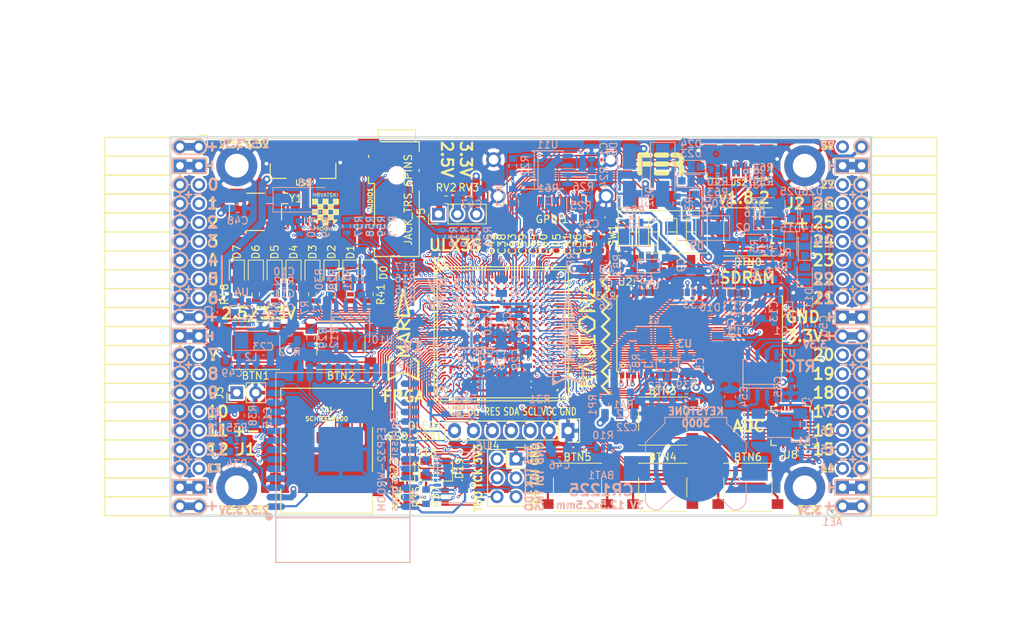
<source format=kicad_pcb>
(kicad_pcb (version 20171130) (host pcbnew 5.0.0-rc2-dev-unknown+dfsg1+20180318-2)
  (layers (0 F.Cu signal) (1 In1.Cu signal) (2 In2.Cu signal) (31 B.Cu signal) (34 B.Paste user) (35 F.Paste user) (36 B.SilkS user) (37 F.SilkS user) (38 B.Mask user) (39 F.Mask user) (44 Edge.Cuts user))
  (net 0 "")
  (net 1 GND)
  (net 2 +5V)
  (net 3 /gpio/IN5V)
  (net 4 /gpio/OUT5V)
  (net 5 +3V3)
  (net 6 BTN_D)
  (net 7 BTN_F1)
  (net 8 BTN_F2)
  (net 9 BTN_L)
  (net 10 BTN_R)
  (net 11 BTN_U)
  (net 12 /power/FB1)
  (net 13 +2V5)
  (net 14 /power/PWREN)
  (net 15 /power/FB3)
  (net 16 /power/FB2)
  (net 17 "Net-(D9-Pad1)")
  (net 18 /power/VBAT)
  (net 19 JTAG_TDI)
  (net 20 JTAG_TCK)
  (net 21 JTAG_TMS)
  (net 22 JTAG_TDO)
  (net 23 /power/WAKEUPn)
  (net 24 /power/WKUP)
  (net 25 /power/SHUT)
  (net 26 /power/WAKE)
  (net 27 /power/HOLD)
  (net 28 /power/WKn)
  (net 29 /power/OSCI_32k)
  (net 30 /power/OSCO_32k)
  (net 31 "Net-(Q2-Pad3)")
  (net 32 SHUTDOWN)
  (net 33 /analog/AUDIO_L)
  (net 34 /analog/AUDIO_R)
  (net 35 GPDI_SDA)
  (net 36 GPDI_SCL)
  (net 37 /gpdi/VREF2)
  (net 38 SD_CMD)
  (net 39 SD_CLK)
  (net 40 SD_D0)
  (net 41 SD_D1)
  (net 42 USB5V)
  (net 43 GPDI_CEC)
  (net 44 nRESET)
  (net 45 FTDI_nDTR)
  (net 46 SDRAM_CKE)
  (net 47 SDRAM_A7)
  (net 48 SDRAM_D15)
  (net 49 SDRAM_BA1)
  (net 50 SDRAM_D7)
  (net 51 SDRAM_A6)
  (net 52 SDRAM_CLK)
  (net 53 SDRAM_D13)
  (net 54 SDRAM_BA0)
  (net 55 SDRAM_D6)
  (net 56 SDRAM_A5)
  (net 57 SDRAM_D14)
  (net 58 SDRAM_A11)
  (net 59 SDRAM_D12)
  (net 60 SDRAM_D5)
  (net 61 SDRAM_A4)
  (net 62 SDRAM_A10)
  (net 63 SDRAM_D11)
  (net 64 SDRAM_A3)
  (net 65 SDRAM_D4)
  (net 66 SDRAM_D10)
  (net 67 SDRAM_D9)
  (net 68 SDRAM_A9)
  (net 69 SDRAM_D3)
  (net 70 SDRAM_D8)
  (net 71 SDRAM_A8)
  (net 72 SDRAM_A2)
  (net 73 SDRAM_A1)
  (net 74 SDRAM_A0)
  (net 75 SDRAM_D2)
  (net 76 SDRAM_D1)
  (net 77 SDRAM_D0)
  (net 78 SDRAM_DQM0)
  (net 79 SDRAM_nCS)
  (net 80 SDRAM_nRAS)
  (net 81 SDRAM_DQM1)
  (net 82 SDRAM_nCAS)
  (net 83 SDRAM_nWE)
  (net 84 /flash/FLASH_nWP)
  (net 85 /flash/FLASH_nHOLD)
  (net 86 /flash/FLASH_MOSI)
  (net 87 /flash/FLASH_MISO)
  (net 88 /flash/FLASH_SCK)
  (net 89 /flash/FLASH_nCS)
  (net 90 /flash/FPGA_PROGRAMN)
  (net 91 /flash/FPGA_DONE)
  (net 92 /flash/FPGA_INITN)
  (net 93 OLED_RES)
  (net 94 OLED_DC)
  (net 95 OLED_CS)
  (net 96 WIFI_EN)
  (net 97 FTDI_nRTS)
  (net 98 FTDI_TXD)
  (net 99 FTDI_RXD)
  (net 100 WIFI_RXD)
  (net 101 WIFI_GPIO0)
  (net 102 WIFI_TXD)
  (net 103 USB_FTDI_D+)
  (net 104 USB_FTDI_D-)
  (net 105 SD_D3)
  (net 106 AUDIO_L3)
  (net 107 AUDIO_L2)
  (net 108 AUDIO_L1)
  (net 109 AUDIO_L0)
  (net 110 AUDIO_R3)
  (net 111 AUDIO_R2)
  (net 112 AUDIO_R1)
  (net 113 AUDIO_R0)
  (net 114 OLED_CLK)
  (net 115 OLED_MOSI)
  (net 116 LED0)
  (net 117 LED1)
  (net 118 LED2)
  (net 119 LED3)
  (net 120 LED4)
  (net 121 LED5)
  (net 122 LED6)
  (net 123 LED7)
  (net 124 BTN_PWRn)
  (net 125 FTDI_nTXLED)
  (net 126 FTDI_nSLEEP)
  (net 127 /blinkey/LED_PWREN)
  (net 128 /blinkey/LED_TXLED)
  (net 129 /sdcard/SD3V3)
  (net 130 SD_D2)
  (net 131 CLK_25MHz)
  (net 132 /blinkey/BTNPUL)
  (net 133 /blinkey/BTNPUR)
  (net 134 USB_FPGA_D+)
  (net 135 /power/FTDI_nSUSPEND)
  (net 136 /blinkey/ALED0)
  (net 137 /blinkey/ALED1)
  (net 138 /blinkey/ALED2)
  (net 139 /blinkey/ALED3)
  (net 140 /blinkey/ALED4)
  (net 141 /blinkey/ALED5)
  (net 142 /blinkey/ALED6)
  (net 143 /blinkey/ALED7)
  (net 144 /usb/FTD-)
  (net 145 /usb/FTD+)
  (net 146 ADC_MISO)
  (net 147 ADC_MOSI)
  (net 148 ADC_CSn)
  (net 149 ADC_SCLK)
  (net 150 SW3)
  (net 151 SW2)
  (net 152 SW1)
  (net 153 USB_FPGA_D-)
  (net 154 /usb/FPD+)
  (net 155 /usb/FPD-)
  (net 156 WIFI_GPIO16)
  (net 157 /usb/ANT_433MHz)
  (net 158 /power/PWRBTn)
  (net 159 PROG_DONE)
  (net 160 /power/P3V3)
  (net 161 /power/P2V5)
  (net 162 /power/L1)
  (net 163 /power/L3)
  (net 164 /power/L2)
  (net 165 FTDI_TXDEN)
  (net 166 SDRAM_A12)
  (net 167 /analog/AUDIO_V)
  (net 168 AUDIO_V3)
  (net 169 AUDIO_V2)
  (net 170 AUDIO_V1)
  (net 171 AUDIO_V0)
  (net 172 /blinkey/LED_WIFI)
  (net 173 /power/P1V1)
  (net 174 +1V1)
  (net 175 SW4)
  (net 176 /blinkey/SWPU)
  (net 177 /wifi/WIFIEN)
  (net 178 FT2V5)
  (net 179 GN0)
  (net 180 GP0)
  (net 181 GN1)
  (net 182 GP1)
  (net 183 GN2)
  (net 184 GP2)
  (net 185 GN3)
  (net 186 GP3)
  (net 187 GN4)
  (net 188 GP4)
  (net 189 GN5)
  (net 190 GP5)
  (net 191 GN6)
  (net 192 GP6)
  (net 193 GN14)
  (net 194 GP14)
  (net 195 GN15)
  (net 196 GP15)
  (net 197 GN16)
  (net 198 GP16)
  (net 199 GN17)
  (net 200 GP17)
  (net 201 GN18)
  (net 202 GP18)
  (net 203 GN19)
  (net 204 GP19)
  (net 205 GN20)
  (net 206 GP20)
  (net 207 GN21)
  (net 208 GP21)
  (net 209 GN22)
  (net 210 GP22)
  (net 211 GN23)
  (net 212 GP23)
  (net 213 GN24)
  (net 214 GP24)
  (net 215 GN25)
  (net 216 GP25)
  (net 217 GN26)
  (net 218 GP26)
  (net 219 GN27)
  (net 220 GP27)
  (net 221 GN7)
  (net 222 GP7)
  (net 223 GN8)
  (net 224 GP8)
  (net 225 GN9)
  (net 226 GP9)
  (net 227 GN10)
  (net 228 GP10)
  (net 229 GN11)
  (net 230 GP11)
  (net 231 GN12)
  (net 232 GP12)
  (net 233 GN13)
  (net 234 GP13)
  (net 235 WIFI_GPIO5)
  (net 236 WIFI_GPIO17)
  (net 237 USB_FPGA_PULL_D+)
  (net 238 USB_FPGA_PULL_D-)
  (net 239 "Net-(D23-Pad2)")
  (net 240 "Net-(D24-Pad1)")
  (net 241 "Net-(D25-Pad2)")
  (net 242 "Net-(D26-Pad1)")
  (net 243 /gpdi/GPDI_ETH+)
  (net 244 FPDI_ETH+)
  (net 245 /gpdi/GPDI_ETH-)
  (net 246 FPDI_ETH-)
  (net 247 /gpdi/GPDI_D2-)
  (net 248 FPDI_D2-)
  (net 249 /gpdi/GPDI_D1-)
  (net 250 FPDI_D1-)
  (net 251 /gpdi/GPDI_D0-)
  (net 252 FPDI_D0-)
  (net 253 /gpdi/GPDI_CLK-)
  (net 254 FPDI_CLK-)
  (net 255 /gpdi/GPDI_D2+)
  (net 256 FPDI_D2+)
  (net 257 /gpdi/GPDI_D1+)
  (net 258 FPDI_D1+)
  (net 259 /gpdi/GPDI_D0+)
  (net 260 FPDI_D0+)
  (net 261 /gpdi/GPDI_CLK+)
  (net 262 FPDI_CLK+)
  (net 263 FPDI_SDA)
  (net 264 FPDI_SCL)
  (net 265 /gpdi/FPDI_CEC)
  (net 266 2V5_3V3)
  (net 267 "Net-(AUDIO1-Pad5)")
  (net 268 "Net-(AUDIO1-Pad6)")
  (net 269 "Net-(U1-PadA15)")
  (net 270 "Net-(U1-PadC9)")
  (net 271 "Net-(U1-PadD9)")
  (net 272 "Net-(U1-PadD10)")
  (net 273 "Net-(U1-PadD11)")
  (net 274 "Net-(U1-PadD12)")
  (net 275 "Net-(U1-PadE6)")
  (net 276 "Net-(U1-PadE9)")
  (net 277 "Net-(U1-PadE10)")
  (net 278 "Net-(U1-PadE11)")
  (net 279 "Net-(U1-PadJ4)")
  (net 280 "Net-(U1-PadJ5)")
  (net 281 "Net-(U1-PadK5)")
  (net 282 "Net-(U1-PadL5)")
  (net 283 "Net-(U1-PadM4)")
  (net 284 "Net-(U1-PadM5)")
  (net 285 SD_CD)
  (net 286 SD_WP)
  (net 287 "Net-(U1-PadR3)")
  (net 288 "Net-(U1-PadT16)")
  (net 289 "Net-(U1-PadW4)")
  (net 290 "Net-(U1-PadW5)")
  (net 291 "Net-(U1-PadW8)")
  (net 292 "Net-(U1-PadW9)")
  (net 293 "Net-(U1-PadW13)")
  (net 294 "Net-(U1-PadW14)")
  (net 295 "Net-(U1-PadW17)")
  (net 296 "Net-(U1-PadW18)")
  (net 297 FTDI_nRXLED)
  (net 298 "Net-(U8-Pad12)")
  (net 299 "Net-(U8-Pad25)")
  (net 300 "Net-(U9-Pad32)")
  (net 301 "Net-(U9-Pad22)")
  (net 302 "Net-(U9-Pad21)")
  (net 303 "Net-(U9-Pad20)")
  (net 304 "Net-(U9-Pad19)")
  (net 305 "Net-(U9-Pad18)")
  (net 306 "Net-(U9-Pad17)")
  (net 307 "Net-(U9-Pad12)")
  (net 308 "Net-(U9-Pad5)")
  (net 309 "Net-(U9-Pad4)")
  (net 310 "Net-(US1-Pad4)")
  (net 311 "Net-(US2-Pad4)")
  (net 312 "Net-(Y2-Pad3)")
  (net 313 "Net-(Y2-Pad2)")
  (net 314 "Net-(U1-PadK16)")
  (net 315 "Net-(U1-PadK17)")
  (module Socket_Strips:Socket_Strip_Angled_2x20 (layer F.Cu) (at 97.91 62.69 270)
    (fp_text reference J1 (at 40.64 -6.35) (layer F.SilkS) (effects (font (size 1.5 1.5) (thickness 0.3))))
    (fp_text value CONN_02X20 hide)
    (pad 1 thru_hole oval (at 0 0 270) (size 1.7272 1.7272) (drill 1.016) (layers *.Cu *.Mask) (net 266 2V5_3V3))
    (pad 2 thru_hole oval (at 0 2.54 270) (size 1.7272 1.7272) (drill 1.016) (layers *.Cu *.Mask) (net 266 2V5_3V3))
    (pad 3 thru_hole rect (at 2.54 0 270) (size 1.7272 1.7272) (drill 1.016) (layers *.Cu *.Mask) (net 1 GND))
    (pad 4 thru_hole rect (at 2.54 2.54 270) (size 1.7272 1.7272) (drill 1.016) (layers *.Cu *.Mask) (net 1 GND))
    (pad 5 thru_hole oval (at 5.08 0 270) (size 1.7272 1.7272) (drill 1.016) (layers *.Cu *.Mask) (net 179 GN0))
    (pad 6 thru_hole oval (at 5.08 2.54 270) (size 1.7272 1.7272) (drill 1.016) (layers *.Cu *.Mask) (net 180 GP0))
    (pad 7 thru_hole oval (at 7.62 0 270) (size 1.7272 1.7272) (drill 1.016) (layers *.Cu *.Mask) (net 181 GN1))
    (pad 8 thru_hole oval (at 7.62 2.54 270) (size 1.7272 1.7272) (drill 1.016) (layers *.Cu *.Mask) (net 182 GP1))
    (pad 9 thru_hole oval (at 10.16 0 270) (size 1.7272 1.7272) (drill 1.016) (layers *.Cu *.Mask) (net 183 GN2))
    (pad 10 thru_hole oval (at 10.16 2.54 270) (size 1.7272 1.7272) (drill 1.016) (layers *.Cu *.Mask) (net 184 GP2))
    (pad 11 thru_hole oval (at 12.7 0 270) (size 1.7272 1.7272) (drill 1.016) (layers *.Cu *.Mask) (net 185 GN3))
    (pad 12 thru_hole oval (at 12.7 2.54 270) (size 1.7272 1.7272) (drill 1.016) (layers *.Cu *.Mask) (net 186 GP3))
    (pad 13 thru_hole oval (at 15.24 0 270) (size 1.7272 1.7272) (drill 1.016) (layers *.Cu *.Mask) (net 187 GN4))
    (pad 14 thru_hole oval (at 15.24 2.54 270) (size 1.7272 1.7272) (drill 1.016) (layers *.Cu *.Mask) (net 188 GP4))
    (pad 15 thru_hole oval (at 17.78 0 270) (size 1.7272 1.7272) (drill 1.016) (layers *.Cu *.Mask) (net 189 GN5))
    (pad 16 thru_hole oval (at 17.78 2.54 270) (size 1.7272 1.7272) (drill 1.016) (layers *.Cu *.Mask) (net 190 GP5))
    (pad 17 thru_hole oval (at 20.32 0 270) (size 1.7272 1.7272) (drill 1.016) (layers *.Cu *.Mask) (net 191 GN6))
    (pad 18 thru_hole oval (at 20.32 2.54 270) (size 1.7272 1.7272) (drill 1.016) (layers *.Cu *.Mask) (net 192 GP6))
    (pad 19 thru_hole oval (at 22.86 0 270) (size 1.7272 1.7272) (drill 1.016) (layers *.Cu *.Mask) (net 266 2V5_3V3))
    (pad 20 thru_hole oval (at 22.86 2.54 270) (size 1.7272 1.7272) (drill 1.016) (layers *.Cu *.Mask) (net 266 2V5_3V3))
    (pad 21 thru_hole rect (at 25.4 0 270) (size 1.7272 1.7272) (drill 1.016) (layers *.Cu *.Mask) (net 1 GND))
    (pad 22 thru_hole rect (at 25.4 2.54 270) (size 1.7272 1.7272) (drill 1.016) (layers *.Cu *.Mask) (net 1 GND))
    (pad 23 thru_hole oval (at 27.94 0 270) (size 1.7272 1.7272) (drill 1.016) (layers *.Cu *.Mask) (net 221 GN7))
    (pad 24 thru_hole oval (at 27.94 2.54 270) (size 1.7272 1.7272) (drill 1.016) (layers *.Cu *.Mask) (net 222 GP7))
    (pad 25 thru_hole oval (at 30.48 0 270) (size 1.7272 1.7272) (drill 1.016) (layers *.Cu *.Mask) (net 223 GN8))
    (pad 26 thru_hole oval (at 30.48 2.54 270) (size 1.7272 1.7272) (drill 1.016) (layers *.Cu *.Mask) (net 224 GP8))
    (pad 27 thru_hole oval (at 33.02 0 270) (size 1.7272 1.7272) (drill 1.016) (layers *.Cu *.Mask) (net 225 GN9))
    (pad 28 thru_hole oval (at 33.02 2.54 270) (size 1.7272 1.7272) (drill 1.016) (layers *.Cu *.Mask) (net 226 GP9))
    (pad 29 thru_hole oval (at 35.56 0 270) (size 1.7272 1.7272) (drill 1.016) (layers *.Cu *.Mask) (net 227 GN10))
    (pad 30 thru_hole oval (at 35.56 2.54 270) (size 1.7272 1.7272) (drill 1.016) (layers *.Cu *.Mask) (net 228 GP10))
    (pad 31 thru_hole oval (at 38.1 0 270) (size 1.7272 1.7272) (drill 1.016) (layers *.Cu *.Mask) (net 229 GN11))
    (pad 32 thru_hole oval (at 38.1 2.54 270) (size 1.7272 1.7272) (drill 1.016) (layers *.Cu *.Mask) (net 230 GP11))
    (pad 33 thru_hole oval (at 40.64 0 270) (size 1.7272 1.7272) (drill 1.016) (layers *.Cu *.Mask) (net 231 GN12))
    (pad 34 thru_hole oval (at 40.64 2.54 270) (size 1.7272 1.7272) (drill 1.016) (layers *.Cu *.Mask) (net 232 GP12))
    (pad 35 thru_hole oval (at 43.18 0 270) (size 1.7272 1.7272) (drill 1.016) (layers *.Cu *.Mask) (net 233 GN13))
    (pad 36 thru_hole oval (at 43.18 2.54 270) (size 1.7272 1.7272) (drill 1.016) (layers *.Cu *.Mask) (net 234 GP13))
    (pad 37 thru_hole rect (at 45.72 0 270) (size 1.7272 1.7272) (drill 1.016) (layers *.Cu *.Mask) (net 1 GND))
    (pad 38 thru_hole rect (at 45.72 2.54 270) (size 1.7272 1.7272) (drill 1.016) (layers *.Cu *.Mask) (net 1 GND))
    (pad 39 thru_hole oval (at 48.26 0 270) (size 1.7272 1.7272) (drill 1.016) (layers *.Cu *.Mask) (net 266 2V5_3V3))
    (pad 40 thru_hole oval (at 48.26 2.54 270) (size 1.7272 1.7272) (drill 1.016) (layers *.Cu *.Mask) (net 266 2V5_3V3))
  )
  (module TSOT-25:TSOT-25 (layer B.Cu) (at 160.775 91.9)
    (fp_text reference U3 (at 2.301 -2.776) (layer B.SilkS) (effects (font (thickness 0.2)) (justify mirror)))
    (fp_text value TLV62569DBV)
    (pad 1 smd rect (at -0.95 -1.3) (size 0.7 1.2) (layers B.Cu B.Paste B.Mask) (net 14 /power/PWREN))
    (pad 2 smd rect (at 0 -1.3) (size 0.7 1.2) (layers B.Cu B.Paste B.Mask) (net 1 GND))
    (pad 3 smd rect (at 0.95 -1.3) (size 0.7 1.2) (layers B.Cu B.Paste B.Mask) (net 162 /power/L1))
    (pad 4 smd rect (at 0.95 1.3) (size 0.7 1.2) (layers B.Cu B.Paste B.Mask) (net 2 +5V))
    (pad 5 smd rect (at -0.95 1.3) (size 0.7 1.2) (layers B.Cu B.Paste B.Mask) (net 12 /power/FB1))
  )
  (module TSOT-25:TSOT-25 (layer B.Cu) (at 103.625 84.915 180)
    (fp_text reference U4 (at 0 2.697 180) (layer B.SilkS) (effects (font (thickness 0.2)) (justify mirror)))
    (fp_text value TLV62569DBV)
    (pad 1 smd rect (at -0.95 -1.3 180) (size 0.7 1.2) (layers B.Cu B.Paste B.Mask) (net 14 /power/PWREN))
    (pad 2 smd rect (at 0 -1.3 180) (size 0.7 1.2) (layers B.Cu B.Paste B.Mask) (net 1 GND))
    (pad 3 smd rect (at 0.95 -1.3 180) (size 0.7 1.2) (layers B.Cu B.Paste B.Mask) (net 164 /power/L2))
    (pad 4 smd rect (at 0.95 1.3 180) (size 0.7 1.2) (layers B.Cu B.Paste B.Mask) (net 2 +5V))
    (pad 5 smd rect (at -0.95 1.3 180) (size 0.7 1.2) (layers B.Cu B.Paste B.Mask) (net 16 /power/FB2))
  )
  (module TSOT-25:TSOT-25 (layer B.Cu) (at 158.235 78.692)
    (fp_text reference U5 (at 0.523 2.558) (layer B.SilkS) (effects (font (thickness 0.2)) (justify mirror)))
    (fp_text value TLV62569DBV)
    (pad 1 smd rect (at -0.95 -1.3) (size 0.7 1.2) (layers B.Cu B.Paste B.Mask) (net 14 /power/PWREN))
    (pad 2 smd rect (at 0 -1.3) (size 0.7 1.2) (layers B.Cu B.Paste B.Mask) (net 1 GND))
    (pad 3 smd rect (at 0.95 -1.3) (size 0.7 1.2) (layers B.Cu B.Paste B.Mask) (net 163 /power/L3))
    (pad 4 smd rect (at 0.95 1.3) (size 0.7 1.2) (layers B.Cu B.Paste B.Mask) (net 2 +5V))
    (pad 5 smd rect (at -0.95 1.3) (size 0.7 1.2) (layers B.Cu B.Paste B.Mask) (net 15 /power/FB3))
  )
  (module Socket_Strips:Socket_Strip_Angled_2x20 (layer F.Cu) (at 184.27 110.95 90)
    (fp_text reference J2 (at 40.64 -6.35 180) (layer F.SilkS) (effects (font (size 1.5 1.5) (thickness 0.3))))
    (fp_text value CONN_02X20 hide)
    (pad 1 thru_hole oval (at 0 0 90) (size 1.7272 1.7272) (drill 1.016) (layers *.Cu *.Mask) (net 5 +3V3))
    (pad 2 thru_hole oval (at 0 2.54 90) (size 1.7272 1.7272) (drill 1.016) (layers *.Cu *.Mask) (net 5 +3V3))
    (pad 3 thru_hole rect (at 2.54 0 90) (size 1.7272 1.7272) (drill 1.016) (layers *.Cu *.Mask) (net 1 GND))
    (pad 4 thru_hole rect (at 2.54 2.54 90) (size 1.7272 1.7272) (drill 1.016) (layers *.Cu *.Mask) (net 1 GND))
    (pad 5 thru_hole oval (at 5.08 0 90) (size 1.7272 1.7272) (drill 1.016) (layers *.Cu *.Mask) (net 193 GN14))
    (pad 6 thru_hole oval (at 5.08 2.54 90) (size 1.7272 1.7272) (drill 1.016) (layers *.Cu *.Mask) (net 194 GP14))
    (pad 7 thru_hole oval (at 7.62 0 90) (size 1.7272 1.7272) (drill 1.016) (layers *.Cu *.Mask) (net 195 GN15))
    (pad 8 thru_hole oval (at 7.62 2.54 90) (size 1.7272 1.7272) (drill 1.016) (layers *.Cu *.Mask) (net 196 GP15))
    (pad 9 thru_hole oval (at 10.16 0 90) (size 1.7272 1.7272) (drill 1.016) (layers *.Cu *.Mask) (net 197 GN16))
    (pad 10 thru_hole oval (at 10.16 2.54 90) (size 1.7272 1.7272) (drill 1.016) (layers *.Cu *.Mask) (net 198 GP16))
    (pad 11 thru_hole oval (at 12.7 0 90) (size 1.7272 1.7272) (drill 1.016) (layers *.Cu *.Mask) (net 199 GN17))
    (pad 12 thru_hole oval (at 12.7 2.54 90) (size 1.7272 1.7272) (drill 1.016) (layers *.Cu *.Mask) (net 200 GP17))
    (pad 13 thru_hole oval (at 15.24 0 90) (size 1.7272 1.7272) (drill 1.016) (layers *.Cu *.Mask) (net 201 GN18))
    (pad 14 thru_hole oval (at 15.24 2.54 90) (size 1.7272 1.7272) (drill 1.016) (layers *.Cu *.Mask) (net 202 GP18))
    (pad 15 thru_hole oval (at 17.78 0 90) (size 1.7272 1.7272) (drill 1.016) (layers *.Cu *.Mask) (net 203 GN19))
    (pad 16 thru_hole oval (at 17.78 2.54 90) (size 1.7272 1.7272) (drill 1.016) (layers *.Cu *.Mask) (net 204 GP19))
    (pad 17 thru_hole oval (at 20.32 0 90) (size 1.7272 1.7272) (drill 1.016) (layers *.Cu *.Mask) (net 205 GN20))
    (pad 18 thru_hole oval (at 20.32 2.54 90) (size 1.7272 1.7272) (drill 1.016) (layers *.Cu *.Mask) (net 206 GP20))
    (pad 19 thru_hole oval (at 22.86 0 90) (size 1.7272 1.7272) (drill 1.016) (layers *.Cu *.Mask) (net 5 +3V3))
    (pad 20 thru_hole oval (at 22.86 2.54 90) (size 1.7272 1.7272) (drill 1.016) (layers *.Cu *.Mask) (net 5 +3V3))
    (pad 21 thru_hole rect (at 25.4 0 90) (size 1.7272 1.7272) (drill 1.016) (layers *.Cu *.Mask) (net 1 GND))
    (pad 22 thru_hole rect (at 25.4 2.54 90) (size 1.7272 1.7272) (drill 1.016) (layers *.Cu *.Mask) (net 1 GND))
    (pad 23 thru_hole oval (at 27.94 0 90) (size 1.7272 1.7272) (drill 1.016) (layers *.Cu *.Mask) (net 207 GN21))
    (pad 24 thru_hole oval (at 27.94 2.54 90) (size 1.7272 1.7272) (drill 1.016) (layers *.Cu *.Mask) (net 208 GP21))
    (pad 25 thru_hole oval (at 30.48 0 90) (size 1.7272 1.7272) (drill 1.016) (layers *.Cu *.Mask) (net 209 GN22))
    (pad 26 thru_hole oval (at 30.48 2.54 90) (size 1.7272 1.7272) (drill 1.016) (layers *.Cu *.Mask) (net 210 GP22))
    (pad 27 thru_hole oval (at 33.02 0 90) (size 1.7272 1.7272) (drill 1.016) (layers *.Cu *.Mask) (net 211 GN23))
    (pad 28 thru_hole oval (at 33.02 2.54 90) (size 1.7272 1.7272) (drill 1.016) (layers *.Cu *.Mask) (net 212 GP23))
    (pad 29 thru_hole oval (at 35.56 0 90) (size 1.7272 1.7272) (drill 1.016) (layers *.Cu *.Mask) (net 213 GN24))
    (pad 30 thru_hole oval (at 35.56 2.54 90) (size 1.7272 1.7272) (drill 1.016) (layers *.Cu *.Mask) (net 214 GP24))
    (pad 31 thru_hole oval (at 38.1 0 90) (size 1.7272 1.7272) (drill 1.016) (layers *.Cu *.Mask) (net 215 GN25))
    (pad 32 thru_hole oval (at 38.1 2.54 90) (size 1.7272 1.7272) (drill 1.016) (layers *.Cu *.Mask) (net 216 GP25))
    (pad 33 thru_hole oval (at 40.64 0 90) (size 1.7272 1.7272) (drill 1.016) (layers *.Cu *.Mask) (net 217 GN26))
    (pad 34 thru_hole oval (at 40.64 2.54 90) (size 1.7272 1.7272) (drill 1.016) (layers *.Cu *.Mask) (net 218 GP26))
    (pad 35 thru_hole oval (at 43.18 0 90) (size 1.7272 1.7272) (drill 1.016) (layers *.Cu *.Mask) (net 219 GN27))
    (pad 36 thru_hole oval (at 43.18 2.54 90) (size 1.7272 1.7272) (drill 1.016) (layers *.Cu *.Mask) (net 220 GP27))
    (pad 37 thru_hole rect (at 45.72 0 90) (size 1.7272 1.7272) (drill 1.016) (layers *.Cu *.Mask) (net 1 GND))
    (pad 38 thru_hole rect (at 45.72 2.54 90) (size 1.7272 1.7272) (drill 1.016) (layers *.Cu *.Mask) (net 1 GND))
    (pad 39 thru_hole oval (at 48.26 0 90) (size 1.7272 1.7272) (drill 1.016) (layers *.Cu *.Mask) (net 3 /gpio/IN5V))
    (pad 40 thru_hole oval (at 48.26 2.54 90) (size 1.7272 1.7272) (drill 1.016) (layers *.Cu *.Mask) (net 4 /gpio/OUT5V))
  )
  (module Mounting_Holes:MountingHole_3.2mm_M3_ISO14580_Pad (layer F.Cu) (at 102.99 108.41)
    (fp_text reference H1 hide)
    (fp_text value HOLE hide)
    (pad 1 thru_hole circle (at 0 0) (size 5.5 5.5) (drill 3.2) (layers *.Cu *.Mask) (net 1 GND))
  )
  (module Mounting_Holes:MountingHole_3.2mm_M3_ISO14580_Pad (layer F.Cu) (at 179.19 108.41)
    (fp_text reference H2 hide)
    (fp_text value HOLE hide)
    (pad 1 thru_hole circle (at 0 0) (size 5.5 5.5) (drill 3.2) (layers *.Cu *.Mask) (net 1 GND))
  )
  (module Mounting_Holes:MountingHole_3.2mm_M3_ISO14580_Pad (layer F.Cu) (at 179.19 65.23)
    (fp_text reference H3 hide)
    (fp_text value HOLE hide)
    (pad 1 thru_hole circle (at 0 0) (size 5.5 5.5) (drill 3.2) (layers *.Cu *.Mask) (net 1 GND))
  )
  (module Mounting_Holes:MountingHole_3.2mm_M3_ISO14580_Pad (layer F.Cu) (at 102.99 65.23)
    (fp_text reference H4 hide)
    (fp_text value HOLE hide)
    (pad 1 thru_hole circle (at 0 0) (size 5.5 5.5) (drill 3.2) (layers *.Cu *.Mask) (net 1 GND))
  )
  (module Housings_SSOP:SSOP-20_4.4x6.5mm_Pitch0.65mm (layer B.Cu) (at 132.835 107.14 180)
    (fp_text reference U6 (at -3.175 4.318 180) (layer B.SilkS) (effects (justify mirror)))
    (fp_text value FT231XS)
    (pad 1 smd rect (at -2.9 2.925 180) (size 1 0.4) (layers B.Cu B.Paste B.Mask) (net 45 FTDI_nDTR))
    (pad 2 smd rect (at -2.9 2.275 180) (size 1 0.4) (layers B.Cu B.Paste B.Mask) (net 97 FTDI_nRTS))
    (pad 3 smd rect (at -2.9 1.625 180) (size 1 0.4) (layers B.Cu B.Paste B.Mask) (net 178 FT2V5))
    (pad 4 smd rect (at -2.9 0.975 180) (size 1 0.4) (layers B.Cu B.Paste B.Mask) (net 99 FTDI_RXD))
    (pad 5 smd rect (at -2.9 0.325 180) (size 1 0.4) (layers B.Cu B.Paste B.Mask) (net 19 JTAG_TDI))
    (pad 6 smd rect (at -2.9 -0.325 180) (size 1 0.4) (layers B.Cu B.Paste B.Mask) (net 1 GND))
    (pad 7 smd rect (at -2.9 -0.975 180) (size 1 0.4) (layers B.Cu B.Paste B.Mask) (net 20 JTAG_TCK))
    (pad 8 smd rect (at -2.9 -1.625 180) (size 1 0.4) (layers B.Cu B.Paste B.Mask) (net 21 JTAG_TMS))
    (pad 9 smd rect (at -2.9 -2.275 180) (size 1 0.4) (layers B.Cu B.Paste B.Mask) (net 22 JTAG_TDO))
    (pad 10 smd rect (at -2.9 -2.925 180) (size 1 0.4) (layers B.Cu B.Paste B.Mask) (net 125 FTDI_nTXLED))
    (pad 11 smd rect (at 2.9 -2.925 180) (size 1 0.4) (layers B.Cu B.Paste B.Mask) (net 103 USB_FTDI_D+))
    (pad 12 smd rect (at 2.9 -2.275 180) (size 1 0.4) (layers B.Cu B.Paste B.Mask) (net 104 USB_FTDI_D-))
    (pad 13 smd rect (at 2.9 -1.625 180) (size 1 0.4) (layers B.Cu B.Paste B.Mask) (net 178 FT2V5))
    (pad 14 smd rect (at 2.9 -0.975 180) (size 1 0.4) (layers B.Cu B.Paste B.Mask) (net 44 nRESET))
    (pad 15 smd rect (at 2.9 -0.325 180) (size 1 0.4) (layers B.Cu B.Paste B.Mask) (net 42 USB5V))
    (pad 16 smd rect (at 2.9 0.325 180) (size 1 0.4) (layers B.Cu B.Paste B.Mask) (net 1 GND))
    (pad 17 smd rect (at 2.9 0.975 180) (size 1 0.4) (layers B.Cu B.Paste B.Mask) (net 297 FTDI_nRXLED))
    (pad 18 smd rect (at 2.9 1.625 180) (size 1 0.4) (layers B.Cu B.Paste B.Mask) (net 165 FTDI_TXDEN))
    (pad 19 smd rect (at 2.9 2.275 180) (size 1 0.4) (layers B.Cu B.Paste B.Mask) (net 126 FTDI_nSLEEP))
    (pad 20 smd rect (at 2.9 2.925 180) (size 1 0.4) (layers B.Cu B.Paste B.Mask) (net 98 FTDI_TXD))
  )
  (module usb_otg:USB-MICRO-B-FCI-10118192-0001LF (layer F.Cu) (at 111.88 63.325 180)
    (fp_text reference US1 (at 0 -4.2 180) (layer F.SilkS) (effects (font (size 0.7 0.7))))
    (fp_text value MICRO_USB hide)
    (pad 6 smd rect (at -3.1 -2.55 180) (size 2.1 1.6) (layers F.Cu F.Paste F.Mask) (net 1 GND))
    (pad 6 smd rect (at 3.1 -2.55 180) (size 2.1 1.6) (layers F.Cu F.Paste F.Mask) (net 1 GND))
    (pad 6 smd rect (at -1.2 0 180) (size 1.9 1.9) (layers F.Cu F.Paste F.Mask) (net 1 GND))
    (pad 6 smd rect (at 1.2 0 180) (size 1.9 1.9) (layers F.Cu F.Paste F.Mask) (net 1 GND))
    (pad 1 smd rect (at -1.3 -2.675 180) (size 0.4 1.35) (layers F.Cu F.Paste F.Mask) (net 42 USB5V))
    (pad 2 smd rect (at -0.65 -2.675 180) (size 0.4 1.35) (layers F.Cu F.Paste F.Mask) (net 144 /usb/FTD-))
    (pad 3 smd rect (at 0 -2.675 180) (size 0.4 1.35) (layers F.Cu F.Paste F.Mask) (net 145 /usb/FTD+))
    (pad 4 smd rect (at 0.65 -2.675 180) (size 0.4 1.35) (layers F.Cu F.Paste F.Mask) (net 310 "Net-(US1-Pad4)"))
    (pad 5 smd rect (at 1.3 -2.675 180) (size 0.4 1.35) (layers F.Cu F.Paste F.Mask) (net 1 GND))
    (pad 6 smd rect (at -3.8 0 180) (size 1.8 1.9) (layers F.Cu F.Paste F.Mask) (net 1 GND))
    (pad 6 smd rect (at 3.8 0 180) (size 1.8 1.9) (layers F.Cu F.Paste F.Mask) (net 1 GND))
  )
  (module usb_otg:USB-MICRO-B-FCI-10118192-0001LF (layer F.Cu) (at 170.3 63.325 180)
    (fp_text reference US2 (at 0 -4.2 180) (layer F.SilkS) (effects (font (size 0.7 0.7))))
    (fp_text value MICRO_USB hide)
    (pad 6 smd rect (at -3.1 -2.55 180) (size 2.1 1.6) (layers F.Cu F.Paste F.Mask) (net 1 GND))
    (pad 6 smd rect (at 3.1 -2.55 180) (size 2.1 1.6) (layers F.Cu F.Paste F.Mask) (net 1 GND))
    (pad 6 smd rect (at -1.2 0 180) (size 1.9 1.9) (layers F.Cu F.Paste F.Mask) (net 1 GND))
    (pad 6 smd rect (at 1.2 0 180) (size 1.9 1.9) (layers F.Cu F.Paste F.Mask) (net 1 GND))
    (pad 1 smd rect (at -1.3 -2.675 180) (size 0.4 1.35) (layers F.Cu F.Paste F.Mask) (net 17 "Net-(D9-Pad1)"))
    (pad 2 smd rect (at -0.65 -2.675 180) (size 0.4 1.35) (layers F.Cu F.Paste F.Mask) (net 155 /usb/FPD-))
    (pad 3 smd rect (at 0 -2.675 180) (size 0.4 1.35) (layers F.Cu F.Paste F.Mask) (net 154 /usb/FPD+))
    (pad 4 smd rect (at 0.65 -2.675 180) (size 0.4 1.35) (layers F.Cu F.Paste F.Mask) (net 311 "Net-(US2-Pad4)"))
    (pad 5 smd rect (at 1.3 -2.675 180) (size 0.4 1.35) (layers F.Cu F.Paste F.Mask) (net 1 GND))
    (pad 6 smd rect (at -3.8 0 180) (size 1.8 1.9) (layers F.Cu F.Paste F.Mask) (net 1 GND))
    (pad 6 smd rect (at 3.8 0 180) (size 1.8 1.9) (layers F.Cu F.Paste F.Mask) (net 1 GND))
  )
  (module Socket_Strips:Socket_Strip_Straight_2x03 (layer F.Cu) (at 140.455 104.6 270)
    (fp_text reference J4 (at -1.778 3.048) (layer F.SilkS))
    (fp_text value CONN_02X03 hide)
    (pad 1 thru_hole rect (at 0 0 270) (size 1.7272 1.7272) (drill 1.016) (layers *.Cu *.Mask) (net 1 GND))
    (pad 2 thru_hole oval (at 0 2.54 270) (size 1.7272 1.7272) (drill 1.016) (layers *.Cu *.Mask) (net 5 +3V3))
    (pad 3 thru_hole oval (at 2.54 0 270) (size 1.7272 1.7272) (drill 1.016) (layers *.Cu *.Mask) (net 19 JTAG_TDI))
    (pad 4 thru_hole oval (at 2.54 2.54 270) (size 1.7272 1.7272) (drill 1.016) (layers *.Cu *.Mask) (net 20 JTAG_TCK))
    (pad 5 thru_hole oval (at 5.08 0 270) (size 1.7272 1.7272) (drill 1.016) (layers *.Cu *.Mask) (net 21 JTAG_TMS))
    (pad 6 thru_hole oval (at 5.08 2.54 270) (size 1.7272 1.7272) (drill 1.016) (layers *.Cu *.Mask) (net 22 JTAG_TDO))
  )
  (module Housings_DFN_QFN:QFN-28-1EP_5x5mm_Pitch0.5mm (layer F.Cu) (at 177.285 100.155 180)
    (fp_text reference U8 (at 0 -3.875 180) (layer F.SilkS))
    (fp_text value MAX11125)
    (pad 1 smd oval (at -2.45 -1.5 180) (size 0.85 0.3) (layers F.Cu F.Paste F.Mask) (net 196 GP15))
    (pad 2 smd oval (at -2.45 -1 180) (size 0.85 0.3) (layers F.Cu F.Paste F.Mask) (net 197 GN16))
    (pad 3 smd oval (at -2.45 -0.5 180) (size 0.85 0.3) (layers F.Cu F.Paste F.Mask) (net 198 GP16))
    (pad 4 smd oval (at -2.45 0 180) (size 0.85 0.3) (layers F.Cu F.Paste F.Mask) (net 199 GN17))
    (pad 5 smd oval (at -2.45 0.5 180) (size 0.85 0.3) (layers F.Cu F.Paste F.Mask) (net 200 GP17))
    (pad 6 smd oval (at -2.45 1 180) (size 0.85 0.3) (layers F.Cu F.Paste F.Mask) (net 1 GND))
    (pad 7 smd oval (at -2.45 1.5 180) (size 0.85 0.3) (layers F.Cu F.Paste F.Mask) (net 1 GND))
    (pad 8 smd oval (at -1.5 2.45 270) (size 0.85 0.3) (layers F.Cu F.Paste F.Mask) (net 1 GND))
    (pad 9 smd oval (at -1 2.45 270) (size 0.85 0.3) (layers F.Cu F.Paste F.Mask) (net 1 GND))
    (pad 10 smd oval (at -0.5 2.45 270) (size 0.85 0.3) (layers F.Cu F.Paste F.Mask) (net 1 GND))
    (pad 11 smd oval (at 0 2.45 270) (size 0.85 0.3) (layers F.Cu F.Paste F.Mask) (net 1 GND))
    (pad 12 smd oval (at 0.5 2.45 270) (size 0.85 0.3) (layers F.Cu F.Paste F.Mask) (net 298 "Net-(U8-Pad12)"))
    (pad 13 smd oval (at 1 2.45 270) (size 0.85 0.3) (layers F.Cu F.Paste F.Mask) (net 1 GND))
    (pad 14 smd oval (at 1.5 2.45 270) (size 0.85 0.3) (layers F.Cu F.Paste F.Mask) (net 1 GND))
    (pad 15 smd oval (at 2.45 1.5 180) (size 0.85 0.3) (layers F.Cu F.Paste F.Mask) (net 5 +3V3))
    (pad 16 smd oval (at 2.45 1 180) (size 0.85 0.3) (layers F.Cu F.Paste F.Mask) (net 1 GND))
    (pad 17 smd oval (at 2.45 0.5 180) (size 0.85 0.3) (layers F.Cu F.Paste F.Mask) (net 5 +3V3))
    (pad 18 smd oval (at 2.45 0 180) (size 0.85 0.3) (layers F.Cu F.Paste F.Mask) (net 5 +3V3))
    (pad 19 smd oval (at 2.45 -0.5 180) (size 0.85 0.3) (layers F.Cu F.Paste F.Mask) (net 149 ADC_SCLK))
    (pad 20 smd oval (at 2.45 -1 180) (size 0.85 0.3) (layers F.Cu F.Paste F.Mask) (net 148 ADC_CSn))
    (pad 21 smd oval (at 2.45 -1.5 180) (size 0.85 0.3) (layers F.Cu F.Paste F.Mask) (net 147 ADC_MOSI))
    (pad 22 smd oval (at 1.5 -2.45 270) (size 0.85 0.3) (layers F.Cu F.Paste F.Mask) (net 1 GND))
    (pad 23 smd oval (at 1 -2.45 270) (size 0.85 0.3) (layers F.Cu F.Paste F.Mask) (net 5 +3V3))
    (pad 24 smd oval (at 0.5 -2.45 270) (size 0.85 0.3) (layers F.Cu F.Paste F.Mask) (net 146 ADC_MISO))
    (pad 25 smd oval (at 0 -2.45 270) (size 0.85 0.3) (layers F.Cu F.Paste F.Mask) (net 299 "Net-(U8-Pad25)"))
    (pad 26 smd oval (at -0.5 -2.45 270) (size 0.85 0.3) (layers F.Cu F.Paste F.Mask) (net 193 GN14))
    (pad 27 smd oval (at -1 -2.45 270) (size 0.85 0.3) (layers F.Cu F.Paste F.Mask) (net 194 GP14))
    (pad 28 smd oval (at -1.5 -2.45 270) (size 0.85 0.3) (layers F.Cu F.Paste F.Mask) (net 195 GN15))
    (pad 29 smd rect (at 0.8375 0.8375 180) (size 1.675 1.675) (layers F.Cu F.Paste F.Mask) (net 1 GND))
    (pad 29 smd rect (at 0.8375 -0.8375 180) (size 1.675 1.675) (layers F.Cu F.Paste F.Mask) (net 1 GND))
    (pad 29 smd rect (at -0.8375 0.8375 180) (size 1.675 1.675) (layers F.Cu F.Paste F.Mask) (net 1 GND))
    (pad 29 smd rect (at -0.8375 -0.8375 180) (size 1.675 1.675) (layers F.Cu F.Paste F.Mask) (net 1 GND))
  )
  (module oled:oled_13xx (layer F.Cu) (at 139.82 100.79 180)
    (fp_text reference OLED1 (at 11.557 0.635 180) (layer F.SilkS))
    (fp_text value SSD_1331 (at 12.954 -0.762 180) (layer F.SilkS))
    (fp_text user CS (at 7.62 2.54 180) (layer F.SilkS) (effects (font (size 1 0.75))))
    (fp_text user DC (at 5.08 2.54 180) (layer F.SilkS) (effects (font (size 1 0.75))))
    (fp_text user RES (at 2.54 2.54 180) (layer F.SilkS) (effects (font (size 1 0.75))))
    (fp_text user SDA (at 0 2.54 180) (layer F.SilkS) (effects (font (size 1 0.75))))
    (fp_text user SCL (at -2.54 2.54 180) (layer F.SilkS) (effects (font (size 1 0.75))))
    (fp_text user VCC (at -5.08 2.54 180) (layer F.SilkS) (effects (font (size 1 0.75))))
    (fp_text user GND (at -7.62 2.54 180) (layer F.SilkS) (effects (font (size 1 0.75))))
    (pad 1 thru_hole rect (at -7.62 0 180) (size 1.7272 2.032) (drill 1.016) (layers *.Cu *.Mask) (net 1 GND))
    (pad 2 thru_hole oval (at -5.08 0 180) (size 1.7272 2.032) (drill 1.016) (layers *.Cu *.Mask) (net 5 +3V3))
    (pad 3 thru_hole oval (at -2.54 0 180) (size 1.7272 2.032) (drill 1.016) (layers *.Cu *.Mask) (net 114 OLED_CLK))
    (pad 4 thru_hole oval (at 0 0 180) (size 1.7272 2.032) (drill 1.016) (layers *.Cu *.Mask) (net 115 OLED_MOSI))
    (pad 5 thru_hole oval (at 2.54 0 180) (size 1.7272 2.032) (drill 1.016) (layers *.Cu *.Mask) (net 93 OLED_RES))
    (pad 6 thru_hole oval (at 5.08 0 180) (size 1.7272 2.032) (drill 1.016) (layers *.Cu *.Mask) (net 94 OLED_DC))
    (pad 7 thru_hole oval (at 7.62 0 180) (size 1.7272 2.032) (drill 1.016) (layers *.Cu *.Mask) (net 95 OLED_CS))
  )
  (module Buttons_Switches_SMD:SW_SPST_PTS645 (layer F.Cu) (at 171.57 74.12 180)
    (fp_text reference BTN0 (at 0 -4.05 180) (layer F.SilkS))
    (fp_text value PTS645)
    (pad 2 smd rect (at -3.98 2.25 180) (size 1.55 1.3) (layers F.Cu F.Paste F.Mask) (net 1 GND))
    (pad 1 smd rect (at -3.98 -2.25 180) (size 1.55 1.3) (layers F.Cu F.Paste F.Mask) (net 158 /power/PWRBTn))
    (pad 1 smd rect (at 3.98 -2.25 180) (size 1.55 1.3) (layers F.Cu F.Paste F.Mask) (net 158 /power/PWRBTn))
    (pad 2 smd rect (at 3.98 2.25 180) (size 1.55 1.3) (layers F.Cu F.Paste F.Mask) (net 1 GND))
  )
  (module Buttons_Switches_SMD:SW_SPST_PTS645 (layer F.Cu) (at 105.53 89.36)
    (fp_text reference BTN1 (at 0 4.064) (layer F.SilkS))
    (fp_text value PTS645)
    (pad 2 smd rect (at -3.98 2.25) (size 1.55 1.3) (layers F.Cu F.Paste F.Mask) (net 7 BTN_F1))
    (pad 1 smd rect (at -3.98 -2.25) (size 1.55 1.3) (layers F.Cu F.Paste F.Mask) (net 132 /blinkey/BTNPUL))
    (pad 1 smd rect (at 3.98 -2.25) (size 1.55 1.3) (layers F.Cu F.Paste F.Mask) (net 132 /blinkey/BTNPUL))
    (pad 2 smd rect (at 3.98 2.25) (size 1.55 1.3) (layers F.Cu F.Paste F.Mask) (net 7 BTN_F1))
  )
  (module Buttons_Switches_SMD:SW_SPST_PTS645 (layer F.Cu) (at 116.96 89.36)
    (fp_text reference BTN2 (at 0 4.064) (layer F.SilkS))
    (fp_text value PTS645)
    (pad 2 smd rect (at -3.98 2.25) (size 1.55 1.3) (layers F.Cu F.Paste F.Mask) (net 8 BTN_F2))
    (pad 1 smd rect (at -3.98 -2.25) (size 1.55 1.3) (layers F.Cu F.Paste F.Mask) (net 132 /blinkey/BTNPUL))
    (pad 1 smd rect (at 3.98 -2.25) (size 1.55 1.3) (layers F.Cu F.Paste F.Mask) (net 132 /blinkey/BTNPUL))
    (pad 2 smd rect (at 3.98 2.25) (size 1.55 1.3) (layers F.Cu F.Paste F.Mask) (net 8 BTN_F2))
  )
  (module Buttons_Switches_SMD:SW_SPST_PTS645 (layer F.Cu) (at 160.14 99.52)
    (fp_text reference BTN3 (at 0 -4.05) (layer F.SilkS))
    (fp_text value PTS645)
    (pad 2 smd rect (at -3.98 2.25) (size 1.55 1.3) (layers F.Cu F.Paste F.Mask) (net 11 BTN_U))
    (pad 1 smd rect (at -3.98 -2.25) (size 1.55 1.3) (layers F.Cu F.Paste F.Mask) (net 133 /blinkey/BTNPUR))
    (pad 1 smd rect (at 3.98 -2.25) (size 1.55 1.3) (layers F.Cu F.Paste F.Mask) (net 133 /blinkey/BTNPUR))
    (pad 2 smd rect (at 3.98 2.25) (size 1.55 1.3) (layers F.Cu F.Paste F.Mask) (net 11 BTN_U))
  )
  (module Buttons_Switches_SMD:SW_SPST_PTS645 (layer F.Cu) (at 160.14 108.41 180)
    (fp_text reference BTN4 (at 0 4.064 180) (layer F.SilkS))
    (fp_text value PTS645)
    (pad 2 smd rect (at -3.98 2.25 180) (size 1.55 1.3) (layers F.Cu F.Paste F.Mask) (net 6 BTN_D))
    (pad 1 smd rect (at -3.98 -2.25 180) (size 1.55 1.3) (layers F.Cu F.Paste F.Mask) (net 133 /blinkey/BTNPUR))
    (pad 1 smd rect (at 3.98 -2.25 180) (size 1.55 1.3) (layers F.Cu F.Paste F.Mask) (net 133 /blinkey/BTNPUR))
    (pad 2 smd rect (at 3.98 2.25 180) (size 1.55 1.3) (layers F.Cu F.Paste F.Mask) (net 6 BTN_D))
  )
  (module Buttons_Switches_SMD:SW_SPST_PTS645 (layer F.Cu) (at 148.71 108.41 180)
    (fp_text reference BTN5 (at 0 4.064 180) (layer F.SilkS))
    (fp_text value PTS645)
    (pad 2 smd rect (at -3.98 2.25 180) (size 1.55 1.3) (layers F.Cu F.Paste F.Mask) (net 9 BTN_L))
    (pad 1 smd rect (at -3.98 -2.25 180) (size 1.55 1.3) (layers F.Cu F.Paste F.Mask) (net 133 /blinkey/BTNPUR))
    (pad 1 smd rect (at 3.98 -2.25 180) (size 1.55 1.3) (layers F.Cu F.Paste F.Mask) (net 133 /blinkey/BTNPUR))
    (pad 2 smd rect (at 3.98 2.25 180) (size 1.55 1.3) (layers F.Cu F.Paste F.Mask) (net 9 BTN_L))
  )
  (module Buttons_Switches_SMD:SW_SPST_PTS645 (layer F.Cu) (at 171.57 108.41 180)
    (fp_text reference BTN6 (at 0 4.064 180) (layer F.SilkS))
    (fp_text value PTS645)
    (pad 2 smd rect (at -3.98 2.25 180) (size 1.55 1.3) (layers F.Cu F.Paste F.Mask) (net 10 BTN_R))
    (pad 1 smd rect (at -3.98 -2.25 180) (size 1.55 1.3) (layers F.Cu F.Paste F.Mask) (net 133 /blinkey/BTNPUR))
    (pad 1 smd rect (at 3.98 -2.25 180) (size 1.55 1.3) (layers F.Cu F.Paste F.Mask) (net 133 /blinkey/BTNPUR))
    (pad 2 smd rect (at 3.98 2.25 180) (size 1.55 1.3) (layers F.Cu F.Paste F.Mask) (net 10 BTN_R))
  )
  (module Buttons_Switches_SMD:SW_DIP_x4_W8.61mm_Slide_LowProfile (layer F.Cu) (at 160.14 74.12 90)
    (fp_text reference SW1 (at -0.508 -6.731 270) (layer F.SilkS))
    (fp_text value DIPSW)
    (pad 1 smd rect (at -4.305 -3.81 90) (size 2.44 1.12) (layers F.Cu F.Mask) (net 176 /blinkey/SWPU))
    (pad 5 smd rect (at 4.305 3.81 90) (size 2.44 1.12) (layers F.Cu F.Mask) (net 175 SW4))
    (pad 2 smd rect (at -4.305 -1.27 90) (size 2.44 1.12) (layers F.Cu F.Mask) (net 176 /blinkey/SWPU))
    (pad 6 smd rect (at 4.305 1.27 90) (size 2.44 1.12) (layers F.Cu F.Mask) (net 150 SW3))
    (pad 3 smd rect (at -4.305 1.27 90) (size 2.44 1.12) (layers F.Cu F.Mask) (net 176 /blinkey/SWPU))
    (pad 7 smd rect (at 4.305 -1.27 90) (size 2.44 1.12) (layers F.Cu F.Mask) (net 151 SW2))
    (pad 4 smd rect (at -4.305 3.81 90) (size 2.44 1.12) (layers F.Cu F.Mask) (net 176 /blinkey/SWPU))
    (pad 8 smd rect (at 4.305 -3.81 90) (size 2.44 1.12) (layers F.Cu F.Mask) (net 152 SW1))
  )
  (module lfe5bg381:BGA-381_pitch0.8mm_dia0.4mm (layer F.Cu) (at 138.48 87.8)
    (fp_text reference U1 (at -8.2 -9.8) (layer F.SilkS))
    (fp_text value LFE5U-85F-6BG381C)
    (pad A2 smd circle (at -6.8 -7.6) (size 0.35 0.35) (layers F.Cu F.Paste F.Mask) (net 226 GP9))
    (pad A3 smd circle (at -6 -7.6) (size 0.35 0.35) (layers F.Cu F.Paste F.Mask) (net 113 AUDIO_R0))
    (pad A4 smd circle (at -5.2 -7.6) (size 0.35 0.35) (layers F.Cu F.Paste F.Mask) (net 224 GP8))
    (pad A5 smd circle (at -4.4 -7.6) (size 0.35 0.35) (layers F.Cu F.Paste F.Mask) (net 223 GN8))
    (pad A6 smd circle (at -3.6 -7.6) (size 0.35 0.35) (layers F.Cu F.Paste F.Mask) (net 222 GP7))
    (pad A7 smd circle (at -2.8 -7.6) (size 0.35 0.35) (layers F.Cu F.Paste F.Mask) (net 188 GP4))
    (pad A8 smd circle (at -2 -7.6) (size 0.35 0.35) (layers F.Cu F.Paste F.Mask) (net 187 GN4))
    (pad A9 smd circle (at -1.2 -7.6) (size 0.35 0.35) (layers F.Cu F.Paste F.Mask) (net 184 GP2))
    (pad A10 smd circle (at -0.4 -7.6) (size 0.35 0.35) (layers F.Cu F.Paste F.Mask) (net 182 GP1))
    (pad A11 smd circle (at 0.4 -7.6) (size 0.35 0.35) (layers F.Cu F.Paste F.Mask) (net 181 GN1))
    (pad A12 smd circle (at 1.2 -7.6) (size 0.35 0.35) (layers F.Cu F.Paste F.Mask) (net 256 FPDI_D2+))
    (pad A13 smd circle (at 2 -7.6) (size 0.35 0.35) (layers F.Cu F.Paste F.Mask) (net 248 FPDI_D2-))
    (pad A14 smd circle (at 2.8 -7.6) (size 0.35 0.35) (layers F.Cu F.Paste F.Mask) (net 258 FPDI_D1+))
    (pad A15 smd circle (at 3.6 -7.6) (size 0.35 0.35) (layers F.Cu F.Paste F.Mask) (net 269 "Net-(U1-PadA15)"))
    (pad A16 smd circle (at 4.4 -7.6) (size 0.35 0.35) (layers F.Cu F.Paste F.Mask) (net 260 FPDI_D0+))
    (pad A17 smd circle (at 5.2 -7.6) (size 0.35 0.35) (layers F.Cu F.Paste F.Mask) (net 262 FPDI_CLK+))
    (pad A18 smd circle (at 6 -7.6) (size 0.35 0.35) (layers F.Cu F.Paste F.Mask) (net 265 /gpdi/FPDI_CEC))
    (pad A19 smd circle (at 6.8 -7.6) (size 0.35 0.35) (layers F.Cu F.Paste F.Mask) (net 244 FPDI_ETH+))
    (pad B1 smd circle (at -7.6 -6.8) (size 0.35 0.35) (layers F.Cu F.Paste F.Mask) (net 225 GN9))
    (pad B2 smd circle (at -6.8 -6.8) (size 0.35 0.35) (layers F.Cu F.Paste F.Mask) (net 116 LED0))
    (pad B3 smd circle (at -6 -6.8) (size 0.35 0.35) (layers F.Cu F.Paste F.Mask) (net 106 AUDIO_L3))
    (pad B4 smd circle (at -5.2 -6.8) (size 0.35 0.35) (layers F.Cu F.Paste F.Mask) (net 227 GN10))
    (pad B5 smd circle (at -4.4 -6.8) (size 0.35 0.35) (layers F.Cu F.Paste F.Mask) (net 112 AUDIO_R1))
    (pad B6 smd circle (at -3.6 -6.8) (size 0.35 0.35) (layers F.Cu F.Paste F.Mask) (net 221 GN7))
    (pad B7 smd circle (at -2.8 -6.8) (size 0.35 0.35) (layers F.Cu F.Paste F.Mask) (net 1 GND))
    (pad B8 smd circle (at -2 -6.8) (size 0.35 0.35) (layers F.Cu F.Paste F.Mask) (net 189 GN5))
    (pad B9 smd circle (at -1.2 -6.8) (size 0.35 0.35) (layers F.Cu F.Paste F.Mask) (net 186 GP3))
    (pad B10 smd circle (at -0.4 -6.8) (size 0.35 0.35) (layers F.Cu F.Paste F.Mask) (net 183 GN2))
    (pad B11 smd circle (at 0.4 -6.8) (size 0.35 0.35) (layers F.Cu F.Paste F.Mask) (net 180 GP0))
    (pad B12 smd circle (at 1.2 -6.8) (size 0.35 0.35) (layers F.Cu F.Paste F.Mask) (net 237 USB_FPGA_PULL_D+))
    (pad B13 smd circle (at 2 -6.8) (size 0.35 0.35) (layers F.Cu F.Paste F.Mask) (net 218 GP26))
    (pad B14 smd circle (at 2.8 -6.8) (size 0.35 0.35) (layers F.Cu F.Paste F.Mask) (net 1 GND))
    (pad B15 smd circle (at 3.6 -6.8) (size 0.35 0.35) (layers F.Cu F.Paste F.Mask) (net 210 GP22))
    (pad B16 smd circle (at 4.4 -6.8) (size 0.35 0.35) (layers F.Cu F.Paste F.Mask) (net 252 FPDI_D0-))
    (pad B17 smd circle (at 5.2 -6.8) (size 0.35 0.35) (layers F.Cu F.Paste F.Mask) (net 212 GP23))
    (pad B18 smd circle (at 6 -6.8) (size 0.35 0.35) (layers F.Cu F.Paste F.Mask) (net 254 FPDI_CLK-))
    (pad B19 smd circle (at 6.8 -6.8) (size 0.35 0.35) (layers F.Cu F.Paste F.Mask) (net 263 FPDI_SDA))
    (pad B20 smd circle (at 7.6 -6.8) (size 0.35 0.35) (layers F.Cu F.Paste F.Mask) (net 246 FPDI_ETH-))
    (pad C1 smd circle (at -7.6 -6) (size 0.35 0.35) (layers F.Cu F.Paste F.Mask) (net 118 LED2))
    (pad C2 smd circle (at -6.8 -6) (size 0.35 0.35) (layers F.Cu F.Paste F.Mask) (net 117 LED1))
    (pad C3 smd circle (at -6 -6) (size 0.35 0.35) (layers F.Cu F.Paste F.Mask) (net 107 AUDIO_L2))
    (pad C4 smd circle (at -5.2 -6) (size 0.35 0.35) (layers F.Cu F.Paste F.Mask) (net 228 GP10))
    (pad C5 smd circle (at -4.4 -6) (size 0.35 0.35) (layers F.Cu F.Paste F.Mask) (net 110 AUDIO_R3))
    (pad C6 smd circle (at -3.6 -6) (size 0.35 0.35) (layers F.Cu F.Paste F.Mask) (net 192 GP6))
    (pad C7 smd circle (at -2.8 -6) (size 0.35 0.35) (layers F.Cu F.Paste F.Mask) (net 191 GN6))
    (pad C8 smd circle (at -2 -6) (size 0.35 0.35) (layers F.Cu F.Paste F.Mask) (net 190 GP5))
    (pad C9 smd circle (at -1.2 -6) (size 0.35 0.35) (layers F.Cu F.Paste F.Mask) (net 270 "Net-(U1-PadC9)"))
    (pad C10 smd circle (at -0.4 -6) (size 0.35 0.35) (layers F.Cu F.Paste F.Mask) (net 185 GN3))
    (pad C11 smd circle (at 0.4 -6) (size 0.35 0.35) (layers F.Cu F.Paste F.Mask) (net 179 GN0))
    (pad C12 smd circle (at 1.2 -6) (size 0.35 0.35) (layers F.Cu F.Paste F.Mask) (net 238 USB_FPGA_PULL_D-))
    (pad C13 smd circle (at 2 -6) (size 0.35 0.35) (layers F.Cu F.Paste F.Mask) (net 217 GN26))
    (pad C14 smd circle (at 2.8 -6) (size 0.35 0.35) (layers F.Cu F.Paste F.Mask) (net 250 FPDI_D1-))
    (pad C15 smd circle (at 3.6 -6) (size 0.35 0.35) (layers F.Cu F.Paste F.Mask) (net 209 GN22))
    (pad C16 smd circle (at 4.4 -6) (size 0.35 0.35) (layers F.Cu F.Paste F.Mask) (net 214 GP24))
    (pad C17 smd circle (at 5.2 -6) (size 0.35 0.35) (layers F.Cu F.Paste F.Mask) (net 211 GN23))
    (pad C18 smd circle (at 6 -6) (size 0.35 0.35) (layers F.Cu F.Paste F.Mask) (net 208 GP21))
    (pad C19 smd circle (at 6.8 -6) (size 0.35 0.35) (layers F.Cu F.Paste F.Mask) (net 1 GND))
    (pad C20 smd circle (at 7.6 -6) (size 0.35 0.35) (layers F.Cu F.Paste F.Mask) (net 63 SDRAM_D11))
    (pad D1 smd circle (at -7.6 -5.2) (size 0.35 0.35) (layers F.Cu F.Paste F.Mask) (net 120 LED4))
    (pad D2 smd circle (at -6.8 -5.2) (size 0.35 0.35) (layers F.Cu F.Paste F.Mask) (net 119 LED3))
    (pad D3 smd circle (at -6 -5.2) (size 0.35 0.35) (layers F.Cu F.Paste F.Mask) (net 108 AUDIO_L1))
    (pad D4 smd circle (at -5.2 -5.2) (size 0.35 0.35) (layers F.Cu F.Paste F.Mask) (net 1 GND))
    (pad D5 smd circle (at -4.4 -5.2) (size 0.35 0.35) (layers F.Cu F.Paste F.Mask) (net 111 AUDIO_R2))
    (pad D6 smd circle (at -3.6 -5.2) (size 0.35 0.35) (layers F.Cu F.Paste F.Mask) (net 124 BTN_PWRn))
    (pad D7 smd circle (at -2.8 -5.2) (size 0.35 0.35) (layers F.Cu F.Paste F.Mask) (net 150 SW3))
    (pad D8 smd circle (at -2 -5.2) (size 0.35 0.35) (layers F.Cu F.Paste F.Mask) (net 151 SW2))
    (pad D9 smd circle (at -1.2 -5.2) (size 0.35 0.35) (layers F.Cu F.Paste F.Mask) (net 271 "Net-(U1-PadD9)"))
    (pad D10 smd circle (at -0.4 -5.2) (size 0.35 0.35) (layers F.Cu F.Paste F.Mask) (net 272 "Net-(U1-PadD10)"))
    (pad D11 smd circle (at 0.4 -5.2) (size 0.35 0.35) (layers F.Cu F.Paste F.Mask) (net 273 "Net-(U1-PadD11)"))
    (pad D12 smd circle (at 1.2 -5.2) (size 0.35 0.35) (layers F.Cu F.Paste F.Mask) (net 274 "Net-(U1-PadD12)"))
    (pad D13 smd circle (at 2 -5.2) (size 0.35 0.35) (layers F.Cu F.Paste F.Mask) (net 220 GP27))
    (pad D14 smd circle (at 2.8 -5.2) (size 0.35 0.35) (layers F.Cu F.Paste F.Mask) (net 216 GP25))
    (pad D15 smd circle (at 3.6 -5.2) (size 0.35 0.35) (layers F.Cu F.Paste F.Mask) (net 134 USB_FPGA_D+))
    (pad D16 smd circle (at 4.4 -5.2) (size 0.35 0.35) (layers F.Cu F.Paste F.Mask) (net 213 GN24))
    (pad D17 smd circle (at 5.2 -5.2) (size 0.35 0.35) (layers F.Cu F.Paste F.Mask) (net 207 GN21))
    (pad D18 smd circle (at 6 -5.2) (size 0.35 0.35) (layers F.Cu F.Paste F.Mask) (net 206 GP20))
    (pad D19 smd circle (at 6.8 -5.2) (size 0.35 0.35) (layers F.Cu F.Paste F.Mask) (net 66 SDRAM_D10))
    (pad D20 smd circle (at 7.6 -5.2) (size 0.35 0.35) (layers F.Cu F.Paste F.Mask) (net 67 SDRAM_D9))
    (pad E1 smd circle (at -7.6 -4.4) (size 0.35 0.35) (layers F.Cu F.Paste F.Mask) (net 122 LED6))
    (pad E2 smd circle (at -6.8 -4.4) (size 0.35 0.35) (layers F.Cu F.Paste F.Mask) (net 121 LED5))
    (pad E3 smd circle (at -6 -4.4) (size 0.35 0.35) (layers F.Cu F.Paste F.Mask) (net 229 GN11))
    (pad E4 smd circle (at -5.2 -4.4) (size 0.35 0.35) (layers F.Cu F.Paste F.Mask) (net 109 AUDIO_L0))
    (pad E5 smd circle (at -4.4 -4.4) (size 0.35 0.35) (layers F.Cu F.Paste F.Mask) (net 168 AUDIO_V3))
    (pad E6 smd circle (at -3.6 -4.4) (size 0.35 0.35) (layers F.Cu F.Paste F.Mask) (net 275 "Net-(U1-PadE6)"))
    (pad E7 smd circle (at -2.8 -4.4) (size 0.35 0.35) (layers F.Cu F.Paste F.Mask) (net 175 SW4))
    (pad E8 smd circle (at -2 -4.4) (size 0.35 0.35) (layers F.Cu F.Paste F.Mask) (net 152 SW1))
    (pad E9 smd circle (at -1.2 -4.4) (size 0.35 0.35) (layers F.Cu F.Paste F.Mask) (net 276 "Net-(U1-PadE9)"))
    (pad E10 smd circle (at -0.4 -4.4) (size 0.35 0.35) (layers F.Cu F.Paste F.Mask) (net 277 "Net-(U1-PadE10)"))
    (pad E11 smd circle (at 0.4 -4.4) (size 0.35 0.35) (layers F.Cu F.Paste F.Mask) (net 278 "Net-(U1-PadE11)"))
    (pad E12 smd circle (at 1.2 -4.4) (size 0.35 0.35) (layers F.Cu F.Paste F.Mask) (net 264 FPDI_SCL))
    (pad E13 smd circle (at 2 -4.4) (size 0.35 0.35) (layers F.Cu F.Paste F.Mask) (net 219 GN27))
    (pad E14 smd circle (at 2.8 -4.4) (size 0.35 0.35) (layers F.Cu F.Paste F.Mask) (net 215 GN25))
    (pad E15 smd circle (at 3.6 -4.4) (size 0.35 0.35) (layers F.Cu F.Paste F.Mask) (net 153 USB_FPGA_D-))
    (pad E16 smd circle (at 4.4 -4.4) (size 0.35 0.35) (layers F.Cu F.Paste F.Mask) (net 134 USB_FPGA_D+))
    (pad E17 smd circle (at 5.2 -4.4) (size 0.35 0.35) (layers F.Cu F.Paste F.Mask) (net 205 GN20))
    (pad E18 smd circle (at 6 -4.4) (size 0.35 0.35) (layers F.Cu F.Paste F.Mask) (net 59 SDRAM_D12))
    (pad E19 smd circle (at 6.8 -4.4) (size 0.35 0.35) (layers F.Cu F.Paste F.Mask) (net 70 SDRAM_D8))
    (pad E20 smd circle (at 7.6 -4.4) (size 0.35 0.35) (layers F.Cu F.Paste F.Mask) (net 81 SDRAM_DQM1))
    (pad F1 smd circle (at -7.6 -3.6) (size 0.35 0.35) (layers F.Cu F.Paste F.Mask) (net 96 WIFI_EN))
    (pad F2 smd circle (at -6.8 -3.6) (size 0.35 0.35) (layers F.Cu F.Paste F.Mask) (net 170 AUDIO_V1))
    (pad F3 smd circle (at -6 -3.6) (size 0.35 0.35) (layers F.Cu F.Paste F.Mask) (net 231 GN12))
    (pad F4 smd circle (at -5.2 -3.6) (size 0.35 0.35) (layers F.Cu F.Paste F.Mask) (net 230 GP11))
    (pad F5 smd circle (at -4.4 -3.6) (size 0.35 0.35) (layers F.Cu F.Paste F.Mask) (net 169 AUDIO_V2))
    (pad F6 smd circle (at -3.6 -3.6) (size 0.35 0.35) (layers F.Cu F.Paste F.Mask) (net 13 +2V5))
    (pad F7 smd circle (at -2.8 -3.6) (size 0.35 0.35) (layers F.Cu F.Paste F.Mask) (net 1 GND))
    (pad F8 smd circle (at -2 -3.6) (size 0.35 0.35) (layers F.Cu F.Paste F.Mask) (net 1 GND))
    (pad F9 smd circle (at -1.2 -3.6) (size 0.35 0.35) (layers F.Cu F.Paste F.Mask) (net 266 2V5_3V3))
    (pad F10 smd circle (at -0.4 -3.6) (size 0.35 0.35) (layers F.Cu F.Paste F.Mask) (net 266 2V5_3V3))
    (pad F11 smd circle (at 0.4 -3.6) (size 0.35 0.35) (layers F.Cu F.Paste F.Mask) (net 5 +3V3))
    (pad F12 smd circle (at 1.2 -3.6) (size 0.35 0.35) (layers F.Cu F.Paste F.Mask) (net 5 +3V3))
    (pad F13 smd circle (at 2 -3.6) (size 0.35 0.35) (layers F.Cu F.Paste F.Mask) (net 1 GND))
    (pad F14 smd circle (at 2.8 -3.6) (size 0.35 0.35) (layers F.Cu F.Paste F.Mask) (net 1 GND))
    (pad F15 smd circle (at 3.6 -3.6) (size 0.35 0.35) (layers F.Cu F.Paste F.Mask) (net 13 +2V5))
    (pad F16 smd circle (at 4.4 -3.6) (size 0.35 0.35) (layers F.Cu F.Paste F.Mask) (net 153 USB_FPGA_D-))
    (pad F17 smd circle (at 5.2 -3.6) (size 0.35 0.35) (layers F.Cu F.Paste F.Mask) (net 204 GP19))
    (pad F18 smd circle (at 6 -3.6) (size 0.35 0.35) (layers F.Cu F.Paste F.Mask) (net 53 SDRAM_D13))
    (pad F19 smd circle (at 6.8 -3.6) (size 0.35 0.35) (layers F.Cu F.Paste F.Mask) (net 52 SDRAM_CLK))
    (pad F20 smd circle (at 7.6 -3.6) (size 0.35 0.35) (layers F.Cu F.Paste F.Mask) (net 46 SDRAM_CKE))
    (pad G1 smd circle (at -7.6 -2.8) (size 0.35 0.35) (layers F.Cu F.Paste F.Mask) (net 157 /usb/ANT_433MHz))
    (pad G2 smd circle (at -6.8 -2.8) (size 0.35 0.35) (layers F.Cu F.Paste F.Mask) (net 131 CLK_25MHz))
    (pad G3 smd circle (at -6 -2.8) (size 0.35 0.35) (layers F.Cu F.Paste F.Mask) (net 232 GP12))
    (pad G4 smd circle (at -5.2 -2.8) (size 0.35 0.35) (layers F.Cu F.Paste F.Mask) (net 1 GND))
    (pad G5 smd circle (at -4.4 -2.8) (size 0.35 0.35) (layers F.Cu F.Paste F.Mask) (net 233 GN13))
    (pad G6 smd circle (at -3.6 -2.8) (size 0.35 0.35) (layers F.Cu F.Paste F.Mask) (net 1 GND))
    (pad G7 smd circle (at -2.8 -2.8) (size 0.35 0.35) (layers F.Cu F.Paste F.Mask) (net 1 GND))
    (pad G8 smd circle (at -2 -2.8) (size 0.35 0.35) (layers F.Cu F.Paste F.Mask) (net 1 GND))
    (pad G9 smd circle (at -1.2 -2.8) (size 0.35 0.35) (layers F.Cu F.Paste F.Mask) (net 1 GND))
    (pad G10 smd circle (at -0.4 -2.8) (size 0.35 0.35) (layers F.Cu F.Paste F.Mask) (net 1 GND))
    (pad G11 smd circle (at 0.4 -2.8) (size 0.35 0.35) (layers F.Cu F.Paste F.Mask) (net 1 GND))
    (pad G12 smd circle (at 1.2 -2.8) (size 0.35 0.35) (layers F.Cu F.Paste F.Mask) (net 1 GND))
    (pad G13 smd circle (at 2 -2.8) (size 0.35 0.35) (layers F.Cu F.Paste F.Mask) (net 1 GND))
    (pad G14 smd circle (at 2.8 -2.8) (size 0.35 0.35) (layers F.Cu F.Paste F.Mask) (net 1 GND))
    (pad G15 smd circle (at 3.6 -2.8) (size 0.35 0.35) (layers F.Cu F.Paste F.Mask) (net 1 GND))
    (pad G16 smd circle (at 4.4 -2.8) (size 0.35 0.35) (layers F.Cu F.Paste F.Mask) (net 32 SHUTDOWN))
    (pad G17 smd circle (at 5.2 -2.8) (size 0.35 0.35) (layers F.Cu F.Paste F.Mask) (net 1 GND))
    (pad G18 smd circle (at 6 -2.8) (size 0.35 0.35) (layers F.Cu F.Paste F.Mask) (net 203 GN19))
    (pad G19 smd circle (at 6.8 -2.8) (size 0.35 0.35) (layers F.Cu F.Paste F.Mask) (net 166 SDRAM_A12))
    (pad G20 smd circle (at 7.6 -2.8) (size 0.35 0.35) (layers F.Cu F.Paste F.Mask) (net 58 SDRAM_A11))
    (pad H1 smd circle (at -7.6 -2) (size 0.35 0.35) (layers F.Cu F.Paste F.Mask) (net 105 SD_D3))
    (pad H2 smd circle (at -6.8 -2) (size 0.35 0.35) (layers F.Cu F.Paste F.Mask) (net 39 SD_CLK))
    (pad H3 smd circle (at -6 -2) (size 0.35 0.35) (layers F.Cu F.Paste F.Mask) (net 123 LED7))
    (pad H4 smd circle (at -5.2 -2) (size 0.35 0.35) (layers F.Cu F.Paste F.Mask) (net 234 GP13))
    (pad H5 smd circle (at -4.4 -2) (size 0.35 0.35) (layers F.Cu F.Paste F.Mask) (net 171 AUDIO_V0))
    (pad H6 smd circle (at -3.6 -2) (size 0.35 0.35) (layers F.Cu F.Paste F.Mask) (net 266 2V5_3V3))
    (pad H7 smd circle (at -2.8 -2) (size 0.35 0.35) (layers F.Cu F.Paste F.Mask) (net 266 2V5_3V3))
    (pad H8 smd circle (at -2 -2) (size 0.35 0.35) (layers F.Cu F.Paste F.Mask) (net 174 +1V1))
    (pad H9 smd circle (at -1.2 -2) (size 0.35 0.35) (layers F.Cu F.Paste F.Mask) (net 174 +1V1))
    (pad H10 smd circle (at -0.4 -2) (size 0.35 0.35) (layers F.Cu F.Paste F.Mask) (net 174 +1V1))
    (pad H11 smd circle (at 0.4 -2) (size 0.35 0.35) (layers F.Cu F.Paste F.Mask) (net 174 +1V1))
    (pad H12 smd circle (at 1.2 -2) (size 0.35 0.35) (layers F.Cu F.Paste F.Mask) (net 174 +1V1))
    (pad H13 smd circle (at 2 -2) (size 0.35 0.35) (layers F.Cu F.Paste F.Mask) (net 174 +1V1))
    (pad H14 smd circle (at 2.8 -2) (size 0.35 0.35) (layers F.Cu F.Paste F.Mask) (net 5 +3V3))
    (pad H15 smd circle (at 3.6 -2) (size 0.35 0.35) (layers F.Cu F.Paste F.Mask) (net 5 +3V3))
    (pad H16 smd circle (at 4.4 -2) (size 0.35 0.35) (layers F.Cu F.Paste F.Mask) (net 10 BTN_R))
    (pad H17 smd circle (at 5.2 -2) (size 0.35 0.35) (layers F.Cu F.Paste F.Mask) (net 201 GN18))
    (pad H18 smd circle (at 6 -2) (size 0.35 0.35) (layers F.Cu F.Paste F.Mask) (net 202 GP18))
    (pad H19 smd circle (at 6.8 -2) (size 0.35 0.35) (layers F.Cu F.Paste F.Mask) (net 1 GND))
    (pad H20 smd circle (at 7.6 -2) (size 0.35 0.35) (layers F.Cu F.Paste F.Mask) (net 68 SDRAM_A9))
    (pad J1 smd circle (at -7.6 -1.2) (size 0.35 0.35) (layers F.Cu F.Paste F.Mask) (net 130 SD_D2))
    (pad J2 smd circle (at -6.8 -1.2) (size 0.35 0.35) (layers F.Cu F.Paste F.Mask) (net 1 GND))
    (pad J3 smd circle (at -6 -1.2) (size 0.35 0.35) (layers F.Cu F.Paste F.Mask) (net 38 SD_CMD))
    (pad J4 smd circle (at -5.2 -1.2) (size 0.35 0.35) (layers F.Cu F.Paste F.Mask) (net 279 "Net-(U1-PadJ4)"))
    (pad J5 smd circle (at -4.4 -1.2) (size 0.35 0.35) (layers F.Cu F.Paste F.Mask) (net 280 "Net-(U1-PadJ5)"))
    (pad J6 smd circle (at -3.6 -1.2) (size 0.35 0.35) (layers F.Cu F.Paste F.Mask) (net 266 2V5_3V3))
    (pad J7 smd circle (at -2.8 -1.2) (size 0.35 0.35) (layers F.Cu F.Paste F.Mask) (net 1 GND))
    (pad J8 smd circle (at -2 -1.2) (size 0.35 0.35) (layers F.Cu F.Paste F.Mask) (net 174 +1V1))
    (pad J9 smd circle (at -1.2 -1.2) (size 0.35 0.35) (layers F.Cu F.Paste F.Mask) (net 1 GND))
    (pad J10 smd circle (at -0.4 -1.2) (size 0.35 0.35) (layers F.Cu F.Paste F.Mask) (net 1 GND))
    (pad J11 smd circle (at 0.4 -1.2) (size 0.35 0.35) (layers F.Cu F.Paste F.Mask) (net 1 GND))
    (pad J12 smd circle (at 1.2 -1.2) (size 0.35 0.35) (layers F.Cu F.Paste F.Mask) (net 1 GND))
    (pad J13 smd circle (at 2 -1.2) (size 0.35 0.35) (layers F.Cu F.Paste F.Mask) (net 174 +1V1))
    (pad J14 smd circle (at 2.8 -1.2) (size 0.35 0.35) (layers F.Cu F.Paste F.Mask) (net 1 GND))
    (pad J15 smd circle (at 3.6 -1.2) (size 0.35 0.35) (layers F.Cu F.Paste F.Mask) (net 5 +3V3))
    (pad J16 smd circle (at 4.4 -1.2) (size 0.35 0.35) (layers F.Cu F.Paste F.Mask) (net 77 SDRAM_D0))
    (pad J17 smd circle (at 5.2 -1.2) (size 0.35 0.35) (layers F.Cu F.Paste F.Mask) (net 48 SDRAM_D15))
    (pad J18 smd circle (at 6 -1.2) (size 0.35 0.35) (layers F.Cu F.Paste F.Mask) (net 57 SDRAM_D14))
    (pad J19 smd circle (at 6.8 -1.2) (size 0.35 0.35) (layers F.Cu F.Paste F.Mask) (net 71 SDRAM_A8))
    (pad J20 smd circle (at 7.6 -1.2) (size 0.35 0.35) (layers F.Cu F.Paste F.Mask) (net 47 SDRAM_A7))
    (pad K1 smd circle (at -7.6 -0.4) (size 0.35 0.35) (layers F.Cu F.Paste F.Mask) (net 41 SD_D1))
    (pad K2 smd circle (at -6.8 -0.4) (size 0.35 0.35) (layers F.Cu F.Paste F.Mask) (net 40 SD_D0))
    (pad K3 smd circle (at -6 -0.4) (size 0.35 0.35) (layers F.Cu F.Paste F.Mask) (net 100 WIFI_RXD))
    (pad K4 smd circle (at -5.2 -0.4) (size 0.35 0.35) (layers F.Cu F.Paste F.Mask) (net 102 WIFI_TXD))
    (pad K5 smd circle (at -4.4 -0.4) (size 0.35 0.35) (layers F.Cu F.Paste F.Mask) (net 281 "Net-(U1-PadK5)"))
    (pad K6 smd circle (at -3.6 -0.4) (size 0.35 0.35) (layers F.Cu F.Paste F.Mask) (net 1 GND))
    (pad K7 smd circle (at -2.8 -0.4) (size 0.35 0.35) (layers F.Cu F.Paste F.Mask) (net 1 GND))
    (pad K8 smd circle (at -2 -0.4) (size 0.35 0.35) (layers F.Cu F.Paste F.Mask) (net 174 +1V1))
    (pad K9 smd circle (at -1.2 -0.4) (size 0.35 0.35) (layers F.Cu F.Paste F.Mask) (net 1 GND))
    (pad K10 smd circle (at -0.4 -0.4) (size 0.35 0.35) (layers F.Cu F.Paste F.Mask) (net 1 GND))
    (pad K11 smd circle (at 0.4 -0.4) (size 0.35 0.35) (layers F.Cu F.Paste F.Mask) (net 1 GND))
    (pad K12 smd circle (at 1.2 -0.4) (size 0.35 0.35) (layers F.Cu F.Paste F.Mask) (net 1 GND))
    (pad K13 smd circle (at 2 -0.4) (size 0.35 0.35) (layers F.Cu F.Paste F.Mask) (net 174 +1V1))
    (pad K14 smd circle (at 2.8 -0.4) (size 0.35 0.35) (layers F.Cu F.Paste F.Mask) (net 1 GND))
    (pad K15 smd circle (at 3.6 -0.4) (size 0.35 0.35) (layers F.Cu F.Paste F.Mask) (net 1 GND))
    (pad K16 smd circle (at 4.4 -0.4) (size 0.35 0.35) (layers F.Cu F.Paste F.Mask) (net 314 "Net-(U1-PadK16)"))
    (pad K17 smd circle (at 5.2 -0.4) (size 0.35 0.35) (layers F.Cu F.Paste F.Mask) (net 315 "Net-(U1-PadK17)"))
    (pad K18 smd circle (at 6 -0.4) (size 0.35 0.35) (layers F.Cu F.Paste F.Mask) (net 51 SDRAM_A6))
    (pad K19 smd circle (at 6.8 -0.4) (size 0.35 0.35) (layers F.Cu F.Paste F.Mask) (net 56 SDRAM_A5))
    (pad K20 smd circle (at 7.6 -0.4) (size 0.35 0.35) (layers F.Cu F.Paste F.Mask) (net 61 SDRAM_A4))
    (pad L1 smd circle (at -7.6 0.4) (size 0.35 0.35) (layers F.Cu F.Paste F.Mask) (net 156 WIFI_GPIO16))
    (pad L2 smd circle (at -6.8 0.4) (size 0.35 0.35) (layers F.Cu F.Paste F.Mask) (net 101 WIFI_GPIO0))
    (pad L3 smd circle (at -6 0.4) (size 0.35 0.35) (layers F.Cu F.Paste F.Mask) (net 165 FTDI_TXDEN))
    (pad L4 smd circle (at -5.2 0.4) (size 0.35 0.35) (layers F.Cu F.Paste F.Mask) (net 99 FTDI_RXD))
    (pad L5 smd circle (at -4.4 0.4) (size 0.35 0.35) (layers F.Cu F.Paste F.Mask) (net 282 "Net-(U1-PadL5)"))
    (pad L6 smd circle (at -3.6 0.4) (size 0.35 0.35) (layers F.Cu F.Paste F.Mask) (net 5 +3V3))
    (pad L7 smd circle (at -2.8 0.4) (size 0.35 0.35) (layers F.Cu F.Paste F.Mask) (net 5 +3V3))
    (pad L8 smd circle (at -2 0.4) (size 0.35 0.35) (layers F.Cu F.Paste F.Mask) (net 174 +1V1))
    (pad L9 smd circle (at -1.2 0.4) (size 0.35 0.35) (layers F.Cu F.Paste F.Mask) (net 1 GND))
    (pad L10 smd circle (at -0.4 0.4) (size 0.35 0.35) (layers F.Cu F.Paste F.Mask) (net 1 GND))
    (pad L11 smd circle (at 0.4 0.4) (size 0.35 0.35) (layers F.Cu F.Paste F.Mask) (net 1 GND))
    (pad L12 smd circle (at 1.2 0.4) (size 0.35 0.35) (layers F.Cu F.Paste F.Mask) (net 1 GND))
    (pad L13 smd circle (at 2 0.4) (size 0.35 0.35) (layers F.Cu F.Paste F.Mask) (net 174 +1V1))
    (pad L14 smd circle (at 2.8 0.4) (size 0.35 0.35) (layers F.Cu F.Paste F.Mask) (net 5 +3V3))
    (pad L15 smd circle (at 3.6 0.4) (size 0.35 0.35) (layers F.Cu F.Paste F.Mask) (net 5 +3V3))
    (pad L16 smd circle (at 4.4 0.4) (size 0.35 0.35) (layers F.Cu F.Paste F.Mask) (net 200 GP17))
    (pad L17 smd circle (at 5.2 0.4) (size 0.35 0.35) (layers F.Cu F.Paste F.Mask) (net 199 GN17))
    (pad L18 smd circle (at 6 0.4) (size 0.35 0.35) (layers F.Cu F.Paste F.Mask) (net 76 SDRAM_D1))
    (pad L19 smd circle (at 6.8 0.4) (size 0.35 0.35) (layers F.Cu F.Paste F.Mask) (net 64 SDRAM_A3))
    (pad L20 smd circle (at 7.6 0.4) (size 0.35 0.35) (layers F.Cu F.Paste F.Mask) (net 72 SDRAM_A2))
    (pad M1 smd circle (at -7.6 1.2) (size 0.35 0.35) (layers F.Cu F.Paste F.Mask) (net 98 FTDI_TXD))
    (pad M2 smd circle (at -6.8 1.2) (size 0.35 0.35) (layers F.Cu F.Paste F.Mask) (net 1 GND))
    (pad M3 smd circle (at -6 1.2) (size 0.35 0.35) (layers F.Cu F.Paste F.Mask) (net 97 FTDI_nRTS))
    (pad M4 smd circle (at -5.2 1.2) (size 0.35 0.35) (layers F.Cu F.Paste F.Mask) (net 283 "Net-(U1-PadM4)"))
    (pad M5 smd circle (at -4.4 1.2) (size 0.35 0.35) (layers F.Cu F.Paste F.Mask) (net 284 "Net-(U1-PadM5)"))
    (pad M6 smd circle (at -3.6 1.2) (size 0.35 0.35) (layers F.Cu F.Paste F.Mask) (net 5 +3V3))
    (pad M7 smd circle (at -2.8 1.2) (size 0.35 0.35) (layers F.Cu F.Paste F.Mask) (net 1 GND))
    (pad M8 smd circle (at -2 1.2) (size 0.35 0.35) (layers F.Cu F.Paste F.Mask) (net 174 +1V1))
    (pad M9 smd circle (at -1.2 1.2) (size 0.35 0.35) (layers F.Cu F.Paste F.Mask) (net 1 GND))
    (pad M10 smd circle (at -0.4 1.2) (size 0.35 0.35) (layers F.Cu F.Paste F.Mask) (net 1 GND))
    (pad M11 smd circle (at 0.4 1.2) (size 0.35 0.35) (layers F.Cu F.Paste F.Mask) (net 1 GND))
    (pad M12 smd circle (at 1.2 1.2) (size 0.35 0.35) (layers F.Cu F.Paste F.Mask) (net 1 GND))
    (pad M13 smd circle (at 2 1.2) (size 0.35 0.35) (layers F.Cu F.Paste F.Mask) (net 174 +1V1))
    (pad M14 smd circle (at 2.8 1.2) (size 0.35 0.35) (layers F.Cu F.Paste F.Mask) (net 1 GND))
    (pad M15 smd circle (at 3.6 1.2) (size 0.35 0.35) (layers F.Cu F.Paste F.Mask) (net 5 +3V3))
    (pad M16 smd circle (at 4.4 1.2) (size 0.35 0.35) (layers F.Cu F.Paste F.Mask) (net 1 GND))
    (pad M17 smd circle (at 5.2 1.2) (size 0.35 0.35) (layers F.Cu F.Paste F.Mask) (net 197 GN16))
    (pad M18 smd circle (at 6 1.2) (size 0.35 0.35) (layers F.Cu F.Paste F.Mask) (net 75 SDRAM_D2))
    (pad M19 smd circle (at 6.8 1.2) (size 0.35 0.35) (layers F.Cu F.Paste F.Mask) (net 73 SDRAM_A1))
    (pad M20 smd circle (at 7.6 1.2) (size 0.35 0.35) (layers F.Cu F.Paste F.Mask) (net 74 SDRAM_A0))
    (pad N1 smd circle (at -7.6 2) (size 0.35 0.35) (layers F.Cu F.Paste F.Mask) (net 45 FTDI_nDTR))
    (pad N2 smd circle (at -6.8 2) (size 0.35 0.35) (layers F.Cu F.Paste F.Mask) (net 95 OLED_CS))
    (pad N3 smd circle (at -6 2) (size 0.35 0.35) (layers F.Cu F.Paste F.Mask) (net 236 WIFI_GPIO17))
    (pad N4 smd circle (at -5.2 2) (size 0.35 0.35) (layers F.Cu F.Paste F.Mask) (net 235 WIFI_GPIO5))
    (pad N5 smd circle (at -4.4 2) (size 0.35 0.35) (layers F.Cu F.Paste F.Mask) (net 285 SD_CD))
    (pad N6 smd circle (at -3.6 2) (size 0.35 0.35) (layers F.Cu F.Paste F.Mask) (net 1 GND))
    (pad N7 smd circle (at -2.8 2) (size 0.35 0.35) (layers F.Cu F.Paste F.Mask) (net 1 GND))
    (pad N8 smd circle (at -2 2) (size 0.35 0.35) (layers F.Cu F.Paste F.Mask) (net 174 +1V1))
    (pad N9 smd circle (at -1.2 2) (size 0.35 0.35) (layers F.Cu F.Paste F.Mask) (net 174 +1V1))
    (pad N10 smd circle (at -0.4 2) (size 0.35 0.35) (layers F.Cu F.Paste F.Mask) (net 174 +1V1))
    (pad N11 smd circle (at 0.4 2) (size 0.35 0.35) (layers F.Cu F.Paste F.Mask) (net 174 +1V1))
    (pad N12 smd circle (at 1.2 2) (size 0.35 0.35) (layers F.Cu F.Paste F.Mask) (net 174 +1V1))
    (pad N13 smd circle (at 2 2) (size 0.35 0.35) (layers F.Cu F.Paste F.Mask) (net 174 +1V1))
    (pad N14 smd circle (at 2.8 2) (size 0.35 0.35) (layers F.Cu F.Paste F.Mask) (net 1 GND))
    (pad N15 smd circle (at 3.6 2) (size 0.35 0.35) (layers F.Cu F.Paste F.Mask) (net 1 GND))
    (pad N16 smd circle (at 4.4 2) (size 0.35 0.35) (layers F.Cu F.Paste F.Mask) (net 198 GP16))
    (pad N17 smd circle (at 5.2 2) (size 0.35 0.35) (layers F.Cu F.Paste F.Mask) (net 196 GP15))
    (pad N18 smd circle (at 6 2) (size 0.35 0.35) (layers F.Cu F.Paste F.Mask) (net 69 SDRAM_D3))
    (pad N19 smd circle (at 6.8 2) (size 0.35 0.35) (layers F.Cu F.Paste F.Mask) (net 62 SDRAM_A10))
    (pad N20 smd circle (at 7.6 2) (size 0.35 0.35) (layers F.Cu F.Paste F.Mask) (net 49 SDRAM_BA1))
    (pad P1 smd circle (at -7.6 2.8) (size 0.35 0.35) (layers F.Cu F.Paste F.Mask) (net 94 OLED_DC))
    (pad P2 smd circle (at -6.8 2.8) (size 0.35 0.35) (layers F.Cu F.Paste F.Mask) (net 93 OLED_RES))
    (pad P3 smd circle (at -6 2.8) (size 0.35 0.35) (layers F.Cu F.Paste F.Mask) (net 115 OLED_MOSI))
    (pad P4 smd circle (at -5.2 2.8) (size 0.35 0.35) (layers F.Cu F.Paste F.Mask) (net 114 OLED_CLK))
    (pad P5 smd circle (at -4.4 2.8) (size 0.35 0.35) (layers F.Cu F.Paste F.Mask) (net 286 SD_WP))
    (pad P6 smd circle (at -3.6 2.8) (size 0.35 0.35) (layers F.Cu F.Paste F.Mask) (net 13 +2V5))
    (pad P7 smd circle (at -2.8 2.8) (size 0.35 0.35) (layers F.Cu F.Paste F.Mask) (net 1 GND))
    (pad P8 smd circle (at -2 2.8) (size 0.35 0.35) (layers F.Cu F.Paste F.Mask) (net 1 GND))
    (pad P9 smd circle (at -1.2 2.8) (size 0.35 0.35) (layers F.Cu F.Paste F.Mask) (net 5 +3V3))
    (pad P10 smd circle (at -0.4 2.8) (size 0.35 0.35) (layers F.Cu F.Paste F.Mask) (net 5 +3V3))
    (pad P11 smd circle (at 0.4 2.8) (size 0.35 0.35) (layers F.Cu F.Paste F.Mask) (net 1 GND))
    (pad P12 smd circle (at 1.2 2.8) (size 0.35 0.35) (layers F.Cu F.Paste F.Mask) (net 1 GND))
    (pad P13 smd circle (at 2 2.8) (size 0.35 0.35) (layers F.Cu F.Paste F.Mask) (net 1 GND))
    (pad P14 smd circle (at 2.8 2.8) (size 0.35 0.35) (layers F.Cu F.Paste F.Mask) (net 1 GND))
    (pad P15 smd circle (at 3.6 2.8) (size 0.35 0.35) (layers F.Cu F.Paste F.Mask) (net 13 +2V5))
    (pad P16 smd circle (at 4.4 2.8) (size 0.35 0.35) (layers F.Cu F.Paste F.Mask) (net 195 GN15))
    (pad P17 smd circle (at 5.2 2.8) (size 0.35 0.35) (layers F.Cu F.Paste F.Mask) (net 149 ADC_SCLK))
    (pad P18 smd circle (at 6 2.8) (size 0.35 0.35) (layers F.Cu F.Paste F.Mask) (net 65 SDRAM_D4))
    (pad P19 smd circle (at 6.8 2.8) (size 0.35 0.35) (layers F.Cu F.Paste F.Mask) (net 54 SDRAM_BA0))
    (pad P20 smd circle (at 7.6 2.8) (size 0.35 0.35) (layers F.Cu F.Paste F.Mask) (net 79 SDRAM_nCS))
    (pad R1 smd circle (at -7.6 3.6) (size 0.35 0.35) (layers F.Cu F.Paste F.Mask) (net 7 BTN_F1))
    (pad R2 smd circle (at -6.8 3.6) (size 0.35 0.35) (layers F.Cu F.Paste F.Mask) (net 89 /flash/FLASH_nCS))
    (pad R3 smd circle (at -6 3.6) (size 0.35 0.35) (layers F.Cu F.Paste F.Mask) (net 287 "Net-(U1-PadR3)"))
    (pad R4 smd circle (at -5.2 3.6) (size 0.35 0.35) (layers F.Cu F.Paste F.Mask) (net 1 GND))
    (pad R5 smd circle (at -4.4 3.6) (size 0.35 0.35) (layers F.Cu F.Paste F.Mask) (net 19 JTAG_TDI))
    (pad R16 smd circle (at 4.4 3.6) (size 0.35 0.35) (layers F.Cu F.Paste F.Mask) (net 147 ADC_MOSI))
    (pad R17 smd circle (at 5.2 3.6) (size 0.35 0.35) (layers F.Cu F.Paste F.Mask) (net 148 ADC_CSn))
    (pad R18 smd circle (at 6 3.6) (size 0.35 0.35) (layers F.Cu F.Paste F.Mask) (net 11 BTN_U))
    (pad R19 smd circle (at 6.8 3.6) (size 0.35 0.35) (layers F.Cu F.Paste F.Mask) (net 1 GND))
    (pad R20 smd circle (at 7.6 3.6) (size 0.35 0.35) (layers F.Cu F.Paste F.Mask) (net 80 SDRAM_nRAS))
    (pad T1 smd circle (at -7.6 4.4) (size 0.35 0.35) (layers F.Cu F.Paste F.Mask) (net 8 BTN_F2))
    (pad T2 smd circle (at -6.8 4.4) (size 0.35 0.35) (layers F.Cu F.Paste F.Mask) (net 5 +3V3))
    (pad T3 smd circle (at -6 4.4) (size 0.35 0.35) (layers F.Cu F.Paste F.Mask) (net 5 +3V3))
    (pad T4 smd circle (at -5.2 4.4) (size 0.35 0.35) (layers F.Cu F.Paste F.Mask) (net 5 +3V3))
    (pad T5 smd circle (at -4.4 4.4) (size 0.35 0.35) (layers F.Cu F.Paste F.Mask) (net 20 JTAG_TCK))
    (pad T6 smd circle (at -3.6 4.4) (size 0.35 0.35) (layers F.Cu F.Paste F.Mask) (net 1 GND))
    (pad T7 smd circle (at -2.8 4.4) (size 0.35 0.35) (layers F.Cu F.Paste F.Mask) (net 1 GND))
    (pad T8 smd circle (at -2 4.4) (size 0.35 0.35) (layers F.Cu F.Paste F.Mask) (net 1 GND))
    (pad T9 smd circle (at -1.2 4.4) (size 0.35 0.35) (layers F.Cu F.Paste F.Mask) (net 1 GND))
    (pad T10 smd circle (at -0.4 4.4) (size 0.35 0.35) (layers F.Cu F.Paste F.Mask) (net 1 GND))
    (pad T11 smd circle (at 0.4 4.4) (size 0.35 0.35) (layers F.Cu F.Paste F.Mask) (net 1 GND))
    (pad T12 smd circle (at 1.2 4.4) (size 0.35 0.35) (layers F.Cu F.Paste F.Mask) (net 1 GND))
    (pad T13 smd circle (at 2 4.4) (size 0.35 0.35) (layers F.Cu F.Paste F.Mask) (net 1 GND))
    (pad T14 smd circle (at 2.8 4.4) (size 0.35 0.35) (layers F.Cu F.Paste F.Mask) (net 1 GND))
    (pad T15 smd circle (at 3.6 4.4) (size 0.35 0.35) (layers F.Cu F.Paste F.Mask) (net 1 GND))
    (pad T16 smd circle (at 4.4 4.4) (size 0.35 0.35) (layers F.Cu F.Paste F.Mask) (net 288 "Net-(U1-PadT16)"))
    (pad T17 smd circle (at 5.2 4.4) (size 0.35 0.35) (layers F.Cu F.Paste F.Mask) (net 55 SDRAM_D6))
    (pad T18 smd circle (at 6 4.4) (size 0.35 0.35) (layers F.Cu F.Paste F.Mask) (net 60 SDRAM_D5))
    (pad T19 smd circle (at 6.8 4.4) (size 0.35 0.35) (layers F.Cu F.Paste F.Mask) (net 82 SDRAM_nCAS))
    (pad T20 smd circle (at 7.6 4.4) (size 0.35 0.35) (layers F.Cu F.Paste F.Mask) (net 83 SDRAM_nWE))
    (pad U1 smd circle (at -7.6 5.2) (size 0.35 0.35) (layers F.Cu F.Paste F.Mask) (net 9 BTN_L))
    (pad U2 smd circle (at -6.8 5.2) (size 0.35 0.35) (layers F.Cu F.Paste F.Mask) (net 5 +3V3))
    (pad U3 smd circle (at -6 5.2) (size 0.35 0.35) (layers F.Cu F.Paste F.Mask) (net 88 /flash/FLASH_SCK))
    (pad U4 smd circle (at -5.2 5.2) (size 0.35 0.35) (layers F.Cu F.Paste F.Mask) (net 1 GND))
    (pad U5 smd circle (at -4.4 5.2) (size 0.35 0.35) (layers F.Cu F.Paste F.Mask) (net 21 JTAG_TMS))
    (pad U6 smd circle (at -3.6 5.2) (size 0.35 0.35) (layers F.Cu F.Paste F.Mask) (net 1 GND))
    (pad U7 smd circle (at -2.8 5.2) (size 0.35 0.35) (layers F.Cu F.Paste F.Mask) (net 1 GND))
    (pad U8 smd circle (at -2 5.2) (size 0.35 0.35) (layers F.Cu F.Paste F.Mask) (net 1 GND))
    (pad U9 smd circle (at -1.2 5.2) (size 0.35 0.35) (layers F.Cu F.Paste F.Mask) (net 1 GND))
    (pad U10 smd circle (at -0.4 5.2) (size 0.35 0.35) (layers F.Cu F.Paste F.Mask) (net 1 GND))
    (pad U11 smd circle (at 0.4 5.2) (size 0.35 0.35) (layers F.Cu F.Paste F.Mask) (net 1 GND))
    (pad U12 smd circle (at 1.2 5.2) (size 0.35 0.35) (layers F.Cu F.Paste F.Mask) (net 1 GND))
    (pad U13 smd circle (at 2 5.2) (size 0.35 0.35) (layers F.Cu F.Paste F.Mask) (net 1 GND))
    (pad U14 smd circle (at 2.8 5.2) (size 0.35 0.35) (layers F.Cu F.Paste F.Mask) (net 1 GND))
    (pad U15 smd circle (at 3.6 5.2) (size 0.35 0.35) (layers F.Cu F.Paste F.Mask) (net 1 GND))
    (pad U16 smd circle (at 4.4 5.2) (size 0.35 0.35) (layers F.Cu F.Paste F.Mask) (net 146 ADC_MISO))
    (pad U17 smd circle (at 5.2 5.2) (size 0.35 0.35) (layers F.Cu F.Paste F.Mask) (net 193 GN14))
    (pad U18 smd circle (at 6 5.2) (size 0.35 0.35) (layers F.Cu F.Paste F.Mask) (net 194 GP14))
    (pad U19 smd circle (at 6.8 5.2) (size 0.35 0.35) (layers F.Cu F.Paste F.Mask) (net 78 SDRAM_DQM0))
    (pad U20 smd circle (at 7.6 5.2) (size 0.35 0.35) (layers F.Cu F.Paste F.Mask) (net 50 SDRAM_D7))
    (pad V1 smd circle (at -7.6 6) (size 0.35 0.35) (layers F.Cu F.Paste F.Mask) (net 6 BTN_D))
    (pad V2 smd circle (at -6.8 6) (size 0.35 0.35) (layers F.Cu F.Paste F.Mask) (net 87 /flash/FLASH_MISO))
    (pad V3 smd circle (at -6 6) (size 0.35 0.35) (layers F.Cu F.Paste F.Mask) (net 92 /flash/FPGA_INITN))
    (pad V4 smd circle (at -5.2 6) (size 0.35 0.35) (layers F.Cu F.Paste F.Mask) (net 22 JTAG_TDO))
    (pad V5 smd circle (at -4.4 6) (size 0.35 0.35) (layers F.Cu F.Paste F.Mask) (net 1 GND))
    (pad V6 smd circle (at -3.6 6) (size 0.35 0.35) (layers F.Cu F.Paste F.Mask) (net 1 GND))
    (pad V7 smd circle (at -2.8 6) (size 0.35 0.35) (layers F.Cu F.Paste F.Mask) (net 1 GND))
    (pad V8 smd circle (at -2 6) (size 0.35 0.35) (layers F.Cu F.Paste F.Mask) (net 1 GND))
    (pad V9 smd circle (at -1.2 6) (size 0.35 0.35) (layers F.Cu F.Paste F.Mask) (net 1 GND))
    (pad V10 smd circle (at -0.4 6) (size 0.35 0.35) (layers F.Cu F.Paste F.Mask) (net 1 GND))
    (pad V11 smd circle (at 0.4 6) (size 0.35 0.35) (layers F.Cu F.Paste F.Mask) (net 1 GND))
    (pad V12 smd circle (at 1.2 6) (size 0.35 0.35) (layers F.Cu F.Paste F.Mask) (net 1 GND))
    (pad V13 smd circle (at 2 6) (size 0.35 0.35) (layers F.Cu F.Paste F.Mask) (net 1 GND))
    (pad V14 smd circle (at 2.8 6) (size 0.35 0.35) (layers F.Cu F.Paste F.Mask) (net 1 GND))
    (pad V15 smd circle (at 3.6 6) (size 0.35 0.35) (layers F.Cu F.Paste F.Mask) (net 1 GND))
    (pad V16 smd circle (at 4.4 6) (size 0.35 0.35) (layers F.Cu F.Paste F.Mask) (net 1 GND))
    (pad V17 smd circle (at 5.2 6) (size 0.35 0.35) (layers F.Cu F.Paste F.Mask) (net 1 GND))
    (pad V18 smd circle (at 6 6) (size 0.35 0.35) (layers F.Cu F.Paste F.Mask) (net 1 GND))
    (pad V19 smd circle (at 6.8 6) (size 0.35 0.35) (layers F.Cu F.Paste F.Mask) (net 1 GND))
    (pad V20 smd circle (at 7.6 6) (size 0.35 0.35) (layers F.Cu F.Paste F.Mask) (net 1 GND))
    (pad W1 smd circle (at -7.6 6.8) (size 0.35 0.35) (layers F.Cu F.Paste F.Mask) (net 85 /flash/FLASH_nHOLD))
    (pad W2 smd circle (at -6.8 6.8) (size 0.35 0.35) (layers F.Cu F.Paste F.Mask) (net 86 /flash/FLASH_MOSI))
    (pad W3 smd circle (at -6 6.8) (size 0.35 0.35) (layers F.Cu F.Paste F.Mask) (net 90 /flash/FPGA_PROGRAMN))
    (pad W4 smd circle (at -5.2 6.8) (size 0.35 0.35) (layers F.Cu F.Paste F.Mask) (net 289 "Net-(U1-PadW4)"))
    (pad W5 smd circle (at -4.4 6.8) (size 0.35 0.35) (layers F.Cu F.Paste F.Mask) (net 290 "Net-(U1-PadW5)"))
    (pad W6 smd circle (at -3.6 6.8) (size 0.35 0.35) (layers F.Cu F.Paste F.Mask) (net 1 GND))
    (pad W7 smd circle (at -2.8 6.8) (size 0.35 0.35) (layers F.Cu F.Paste F.Mask) (net 1 GND))
    (pad W8 smd circle (at -2 6.8) (size 0.35 0.35) (layers F.Cu F.Paste F.Mask) (net 291 "Net-(U1-PadW8)"))
    (pad W9 smd circle (at -1.2 6.8) (size 0.35 0.35) (layers F.Cu F.Paste F.Mask) (net 292 "Net-(U1-PadW9)"))
    (pad W10 smd circle (at -0.4 6.8) (size 0.35 0.35) (layers F.Cu F.Paste F.Mask))
    (pad W11 smd circle (at 0.4 6.8) (size 0.35 0.35) (layers F.Cu F.Paste F.Mask))
    (pad W12 smd circle (at 1.2 6.8) (size 0.35 0.35) (layers F.Cu F.Paste F.Mask) (net 1 GND))
    (pad W13 smd circle (at 2 6.8) (size 0.35 0.35) (layers F.Cu F.Paste F.Mask) (net 293 "Net-(U1-PadW13)"))
    (pad W14 smd circle (at 2.8 6.8) (size 0.35 0.35) (layers F.Cu F.Paste F.Mask) (net 294 "Net-(U1-PadW14)"))
    (pad W15 smd circle (at 3.6 6.8) (size 0.35 0.35) (layers F.Cu F.Paste F.Mask) (net 1 GND))
    (pad W16 smd circle (at 4.4 6.8) (size 0.35 0.35) (layers F.Cu F.Paste F.Mask) (net 1 GND))
    (pad W17 smd circle (at 5.2 6.8) (size 0.35 0.35) (layers F.Cu F.Paste F.Mask) (net 295 "Net-(U1-PadW17)"))
    (pad W18 smd circle (at 6 6.8) (size 0.35 0.35) (layers F.Cu F.Paste F.Mask) (net 296 "Net-(U1-PadW18)"))
    (pad W19 smd circle (at 6.8 6.8) (size 0.35 0.35) (layers F.Cu F.Paste F.Mask) (net 1 GND))
    (pad W20 smd circle (at 7.6 6.8) (size 0.35 0.35) (layers F.Cu F.Paste F.Mask) (net 1 GND))
    (pad Y2 smd circle (at -6.8 7.6) (size 0.35 0.35) (layers F.Cu F.Paste F.Mask) (net 84 /flash/FLASH_nWP))
    (pad Y3 smd circle (at -6 7.6) (size 0.35 0.35) (layers F.Cu F.Paste F.Mask) (net 91 /flash/FPGA_DONE))
    (pad Y5 smd circle (at -4.4 7.6) (size 0.35 0.35) (layers F.Cu F.Paste F.Mask) (net 1 GND))
    (pad Y6 smd circle (at -3.6 7.6) (size 0.35 0.35) (layers F.Cu F.Paste F.Mask) (net 1 GND))
    (pad Y7 smd circle (at -2.8 7.6) (size 0.35 0.35) (layers F.Cu F.Paste F.Mask) (net 1 GND))
    (pad Y8 smd circle (at -2 7.6) (size 0.35 0.35) (layers F.Cu F.Paste F.Mask) (net 1 GND))
    (pad Y11 smd circle (at 0.4 7.6) (size 0.35 0.35) (layers F.Cu F.Paste F.Mask) (net 1 GND))
    (pad Y12 smd circle (at 1.2 7.6) (size 0.35 0.35) (layers F.Cu F.Paste F.Mask) (net 1 GND))
    (pad Y14 smd circle (at 2.8 7.6) (size 0.35 0.35) (layers F.Cu F.Paste F.Mask) (net 1 GND))
    (pad Y15 smd circle (at 3.6 7.6) (size 0.35 0.35) (layers F.Cu F.Paste F.Mask) (net 1 GND))
    (pad Y16 smd circle (at 4.4 7.6) (size 0.35 0.35) (layers F.Cu F.Paste F.Mask) (net 1 GND))
    (pad Y17 smd circle (at 5.2 7.6) (size 0.35 0.35) (layers F.Cu F.Paste F.Mask) (net 1 GND))
    (pad Y19 smd circle (at 6.8 7.6) (size 0.35 0.35) (layers F.Cu F.Paste F.Mask) (net 1 GND))
  )
  (module radiona:radiona (layer F.Cu) (at 149.98 87.836 90)
    (fp_text reference radiona hide)
    (fp_text value radiona hide)
  )
  (module fer:fer (layer F.Cu) (at 159.88 65)
    (fp_text reference fer hide)
    (fp_text value fer hide)
  )
  (module Keystone_3000_1x12mm-CoinCell:Keystone_3000_1x12mm-CoinCell (layer B.Cu) (at 164.585 105.87 180)
    (fp_text reference BAT1 (at 12.705 -0.93 180) (layer B.SilkS) (effects (justify mirror)))
    (fp_text value CR1225)
    (pad 1 smd rect (at -7.9 0 180) (size 3.5 3.3) (layers B.Cu B.Paste B.Mask) (net 18 /power/VBAT) (clearance 0.5))
    (pad 1 smd rect (at 7.9 0 180) (size 3.5 3.3) (layers B.Cu B.Paste B.Mask) (net 18 /power/VBAT) (clearance 0.5))
    (pad 2 smd circle (at 0 0 180) (size 9 9) (layers B.Cu B.Mask) (net 1 GND))
  )
  (module audio-jack:CUI_SJ-43516-SMT (layer F.Cu) (at 124.468 69.518)
    (fp_text reference AUDIO1 (at -3.560502 0.28335 270) (layer F.SilkS) (effects (font (size 0.6096 0.6096) (thickness 0.1524))))
    (fp_text value JACK_TRS_6PINS (at 1.519498 0.28335 270) (layer F.SilkS))
    (pad 1 smd rect (at -3.8 -6.9 270) (size 2 2.8) (layers F.Cu F.Paste F.Mask) (net 1 GND))
    (pad 4 smd rect (at -3.8 -4.1 270) (size 2.2 2.8) (layers F.Cu F.Paste F.Mask) (net 167 /analog/AUDIO_V))
    (pad 2 smd rect (at -3.8 5.3 270) (size 2.8 2.8) (layers F.Cu F.Paste F.Mask) (net 33 /analog/AUDIO_L))
    (pad 5 smd rect (at 0.75 9.4 270) (size 2.8 2.8) (layers F.Cu F.Paste F.Mask) (net 267 "Net-(AUDIO1-Pad5)"))
    (pad 3 smd rect (at 3.8 -2.2 270) (size 2.2 2.8) (layers F.Cu F.Paste F.Mask) (net 34 /analog/AUDIO_R))
    (pad 6 smd rect (at 3.8 -5 270) (size 2 2.8) (layers F.Cu F.Paste F.Mask) (net 268 "Net-(AUDIO1-Pad6)"))
    (pad "" np_thru_hole circle (at 0 -3 270) (size 1.7 1.7) (drill 1.7) (layers *.Cu *.Mask F.SilkS) (clearance 0.4))
    (pad "" np_thru_hole circle (at 0 4 270) (size 1.7 1.7) (drill 1.7) (layers *.Cu *.Mask F.SilkS) (clearance 0.4))
  )
  (module SOT96-1:SOT96-1 (layer B.Cu) (at 173.49 93.315 90)
    (fp_text reference U7 (at 2.921 3.556 180) (layer B.SilkS) (effects (justify mirror)))
    (fp_text value PCF8523)
    (pad 1 smd rect (at -2.7 1.905 90) (size 1.55 0.6) (layers B.Cu B.Paste B.Mask) (net 29 /power/OSCI_32k))
    (pad 2 smd oval (at -2.7 0.635 90) (size 1.55 0.6) (layers B.Cu B.Paste B.Mask) (net 30 /power/OSCO_32k))
    (pad 3 smd oval (at -2.7 -0.635 90) (size 1.55 0.6) (layers B.Cu B.Paste B.Mask) (net 18 /power/VBAT))
    (pad 4 smd oval (at -2.7 -1.905 90) (size 1.55 0.6) (layers B.Cu B.Paste B.Mask) (net 1 GND))
    (pad 5 smd oval (at 2.7 -1.905 90) (size 1.55 0.6) (layers B.Cu B.Paste B.Mask) (net 263 FPDI_SDA))
    (pad 6 smd oval (at 2.7 -0.635 90) (size 1.55 0.6) (layers B.Cu B.Paste B.Mask) (net 264 FPDI_SCL))
    (pad 7 smd oval (at 2.7 0.635 90) (size 1.55 0.6) (layers B.Cu B.Paste B.Mask) (net 23 /power/WAKEUPn))
    (pad 8 smd oval (at 2.7 1.905 90) (size 1.55 0.6) (layers B.Cu B.Paste B.Mask) (net 5 +3V3))
  )
  (module SM8:SM8 (layer B.Cu) (at 144.68 65.8015 90)
    (fp_text reference U11 (at 3.4015 0 180) (layer B.SilkS) (effects (justify mirror)))
    (fp_text value PCA9306D)
    (pad 1 smd rect (at -1.905 -2.7) (size 1.55 0.6) (layers B.Cu B.Paste B.Mask) (net 1 GND))
    (pad 2 smd oval (at -0.635 -2.7) (size 1.55 0.6) (layers B.Cu B.Paste B.Mask) (net 5 +3V3))
    (pad 3 smd oval (at 0.635 -2.7) (size 1.55 0.6) (layers B.Cu B.Paste B.Mask) (net 264 FPDI_SCL))
    (pad 4 smd oval (at 1.905 -2.7) (size 1.55 0.6) (layers B.Cu B.Paste B.Mask) (net 263 FPDI_SDA))
    (pad 5 smd oval (at 1.905 2.7) (size 1.55 0.6) (layers B.Cu B.Paste B.Mask) (net 35 GPDI_SDA))
    (pad 6 smd oval (at 0.635 2.7) (size 1.55 0.6) (layers B.Cu B.Paste B.Mask) (net 36 GPDI_SCL))
    (pad 7 smd oval (at -0.635 2.7) (size 1.55 0.6) (layers B.Cu B.Paste B.Mask) (net 37 /gpdi/VREF2))
    (pad 8 smd oval (at -1.905 2.7) (size 1.55 0.6) (layers B.Cu B.Paste B.Mask) (net 37 /gpdi/VREF2))
  )
  (module SOA008-150mil:SOA008-150mil (layer B.Cu) (at 118.23 86.82 270)
    (fp_text reference U10 (at 1.778 -4.318) (layer B.SilkS) (effects (justify mirror)))
    (fp_text value IS25LP032D-JNLE-TR)
    (pad 1 smd rect (at -2.7 1.905 270) (size 1.55 0.6) (layers B.Cu B.Paste B.Mask) (net 89 /flash/FLASH_nCS))
    (pad 2 smd oval (at -2.7 0.635 270) (size 1.55 0.6) (layers B.Cu B.Paste B.Mask) (net 87 /flash/FLASH_MISO))
    (pad 3 smd oval (at -2.7 -0.635 270) (size 1.55 0.6) (layers B.Cu B.Paste B.Mask) (net 84 /flash/FLASH_nWP))
    (pad 4 smd oval (at -2.7 -1.905 270) (size 1.55 0.6) (layers B.Cu B.Paste B.Mask) (net 1 GND))
    (pad 5 smd oval (at 2.7 -1.905 270) (size 1.55 0.6) (layers B.Cu B.Paste B.Mask) (net 86 /flash/FLASH_MOSI))
    (pad 6 smd oval (at 2.7 -0.635 270) (size 1.55 0.6) (layers B.Cu B.Paste B.Mask) (net 88 /flash/FLASH_SCK))
    (pad 7 smd oval (at 2.7 0.635 270) (size 1.55 0.6) (layers B.Cu B.Paste B.Mask) (net 85 /flash/FLASH_nHOLD))
    (pad 8 smd oval (at 2.7 1.905 270) (size 1.55 0.6) (layers B.Cu B.Paste B.Mask) (net 5 +3V3))
  )
  (module ESP32:ESP32-WROOM (layer B.Cu) (at 117.23 105.75 180)
    (fp_text reference U9 (at -8.366 13.85 180) (layer B.SilkS) (effects (justify mirror)))
    (fp_text value ESP-WROOM-32)
    (fp_text user "Espressif Systems" (at -6.858 0.889 90) (layer B.SilkS) (effects (justify mirror)))
    (fp_text user ESP32-WROOM (at -5.207 -0.254 90) (layer B.SilkS) (effects (justify mirror)))
    (pad 38 smd oval (at -9 -5.25 180) (size 2.5 0.9) (layers B.Cu B.Paste B.Mask) (net 1 GND))
    (pad 37 smd oval (at -9 -3.98 180) (size 2.5 0.9) (layers B.Cu B.Paste B.Mask) (net 19 JTAG_TDI))
    (pad 36 smd oval (at -9 -2.71 180) (size 2.5 0.9) (layers B.Cu B.Paste B.Mask) (net 159 PROG_DONE))
    (pad 35 smd oval (at -9 -1.44 180) (size 2.5 0.9) (layers B.Cu B.Paste B.Mask) (net 102 WIFI_TXD))
    (pad 34 smd oval (at -9 -0.17 180) (size 2.5 0.9) (layers B.Cu B.Paste B.Mask) (net 100 WIFI_RXD))
    (pad 33 smd oval (at -9 1.1 180) (size 2.5 0.9) (layers B.Cu B.Paste B.Mask) (net 21 JTAG_TMS))
    (pad 32 smd oval (at -9 2.37 180) (size 2.5 0.9) (layers B.Cu B.Paste B.Mask) (net 300 "Net-(U9-Pad32)"))
    (pad 31 smd oval (at -9 3.64 180) (size 2.5 0.9) (layers B.Cu B.Paste B.Mask) (net 22 JTAG_TDO))
    (pad 30 smd oval (at -9 4.91 180) (size 2.5 0.9) (layers B.Cu B.Paste B.Mask) (net 20 JTAG_TCK))
    (pad 29 smd oval (at -9 6.18 180) (size 2.5 0.9) (layers B.Cu B.Paste B.Mask) (net 235 WIFI_GPIO5))
    (pad 28 smd oval (at -9 7.45 180) (size 2.5 0.9) (layers B.Cu B.Paste B.Mask) (net 236 WIFI_GPIO17))
    (pad 27 smd oval (at -9 8.72 180) (size 2.5 0.9) (layers B.Cu B.Paste B.Mask) (net 156 WIFI_GPIO16))
    (pad 26 smd oval (at -9 9.99 180) (size 2.5 0.9) (layers B.Cu B.Paste B.Mask) (net 41 SD_D1))
    (pad 25 smd oval (at -9 11.26 180) (size 2.5 0.9) (layers B.Cu B.Paste B.Mask) (net 101 WIFI_GPIO0))
    (pad 24 smd oval (at -5.715 12.75 180) (size 0.9 2.5) (layers B.Cu B.Paste B.Mask) (net 40 SD_D0))
    (pad 23 smd oval (at -4.445 12.75 180) (size 0.9 2.5) (layers B.Cu B.Paste B.Mask) (net 38 SD_CMD))
    (pad 22 smd oval (at -3.175 12.75 180) (size 0.9 2.5) (layers B.Cu B.Paste B.Mask) (net 301 "Net-(U9-Pad22)"))
    (pad 21 smd oval (at -1.905 12.75 180) (size 0.9 2.5) (layers B.Cu B.Paste B.Mask) (net 302 "Net-(U9-Pad21)"))
    (pad 20 smd oval (at -0.635 12.75 180) (size 0.9 2.5) (layers B.Cu B.Paste B.Mask) (net 303 "Net-(U9-Pad20)"))
    (pad 19 smd oval (at 0.635 12.75 180) (size 0.9 2.5) (layers B.Cu B.Paste B.Mask) (net 304 "Net-(U9-Pad19)"))
    (pad 18 smd oval (at 1.905 12.75 180) (size 0.9 2.5) (layers B.Cu B.Paste B.Mask) (net 305 "Net-(U9-Pad18)"))
    (pad 17 smd oval (at 3.175 12.75 180) (size 0.9 2.5) (layers B.Cu B.Paste B.Mask) (net 306 "Net-(U9-Pad17)"))
    (pad 16 smd oval (at 4.445 12.75 180) (size 0.9 2.5) (layers B.Cu B.Paste B.Mask) (net 105 SD_D3))
    (pad 15 smd oval (at 5.715 12.75 180) (size 0.9 2.5) (layers B.Cu B.Paste B.Mask) (net 1 GND))
    (pad 14 smd oval (at 9 11.26 180) (size 2.5 0.9) (layers B.Cu B.Paste B.Mask) (net 130 SD_D2))
    (pad 13 smd oval (at 9 9.99 180) (size 2.5 0.9) (layers B.Cu B.Paste B.Mask) (net 39 SD_CLK))
    (pad 12 smd oval (at 9 8.72 180) (size 2.5 0.9) (layers B.Cu B.Paste B.Mask) (net 307 "Net-(U9-Pad12)"))
    (pad 11 smd oval (at 9 7.45 180) (size 2.5 0.9) (layers B.Cu B.Paste B.Mask) (net 229 GN11))
    (pad 10 smd oval (at 9 6.18 180) (size 2.5 0.9) (layers B.Cu B.Paste B.Mask) (net 230 GP11))
    (pad 9 smd oval (at 9 4.91 180) (size 2.5 0.9) (layers B.Cu B.Paste B.Mask) (net 231 GN12))
    (pad 8 smd oval (at 9 3.64 180) (size 2.5 0.9) (layers B.Cu B.Paste B.Mask) (net 232 GP12))
    (pad 7 smd oval (at 9 2.37 180) (size 2.5 0.9) (layers B.Cu B.Paste B.Mask) (net 233 GN13))
    (pad 6 smd oval (at 9 1.1 180) (size 2.5 0.9) (layers B.Cu B.Paste B.Mask) (net 234 GP13))
    (pad 5 smd oval (at 9 -0.17 180) (size 2.5 0.9) (layers B.Cu B.Paste B.Mask) (net 308 "Net-(U9-Pad5)"))
    (pad 4 smd oval (at 9 -1.44 180) (size 2.5 0.9) (layers B.Cu B.Paste B.Mask) (net 309 "Net-(U9-Pad4)"))
    (pad 3 smd oval (at 9 -2.71 180) (size 2.5 0.9) (layers B.Cu B.Paste B.Mask) (net 177 /wifi/WIFIEN))
    (pad 2 smd oval (at 9 -3.98 180) (size 2.5 0.9) (layers B.Cu B.Paste B.Mask) (net 5 +3V3))
    (pad 1 smd oval (at 9 -5.25 180) (size 2.5 0.9) (layers B.Cu B.Paste B.Mask) (net 1 GND))
    (pad 39 smd rect (at 0.3 2.45 180) (size 6 6) (layers B.Cu B.Paste B.Mask) (net 1 GND))
  )
  (module abs25:Crystal_SMD_ABS25 (layer B.Cu) (at 175.776 99.922 180)
    (fp_text reference Y2 (at -3.81 2.924 180) (layer B.SilkS) (effects (justify mirror)))
    (fp_text value 32768Hz)
    (pad 4 smd rect (at -2.8 1.4 180) (size 1.8 1.4) (layers B.Cu B.Paste B.Mask) (net 30 /power/OSCO_32k))
    (pad 3 smd rect (at 2.8 1.4 180) (size 1.8 1.4) (layers B.Cu B.Paste B.Mask) (net 312 "Net-(Y2-Pad3)"))
    (pad 2 smd rect (at 2.8 -1.4 180) (size 1.8 1.4) (layers B.Cu B.Paste B.Mask) (net 313 "Net-(Y2-Pad2)"))
    (pad 1 smd rect (at -2.8 -1.4 180) (size 1.8 1.4) (layers B.Cu B.Paste B.Mask) (net 29 /power/OSCI_32k))
  )
  (module micro-sd-schd3a0100:SCHD3A100 (layer F.Cu) (at 115.05 103.5 90)
    (fp_text reference SD1 (at 5.55 0 180) (layer F.SilkS) (effects (font (size 0.59944 0.59944) (thickness 0.12446))))
    (fp_text value SCHD3A0100 (at 4.28 0 180) (layer F.SilkS) (effects (font (size 0.59944 0.59944) (thickness 0.12446))))
    (pad 1 smd rect (at 1.75 -3.2 180) (size 0.7 1.5) (layers F.Cu F.Paste F.Mask) (net 130 SD_D2))
    (pad 2 smd rect (at 1.75 -2.1 180) (size 0.7 1.5) (layers F.Cu F.Paste F.Mask) (net 105 SD_D3))
    (pad 3 smd rect (at 1.75 -1 180) (size 0.7 1.5) (layers F.Cu F.Paste F.Mask) (net 38 SD_CMD))
    (pad 4 smd rect (at 1.75 0.1 180) (size 0.7 1.5) (layers F.Cu F.Paste F.Mask) (net 129 /sdcard/SD3V3))
    (pad 5 smd rect (at 1.75 1.2 180) (size 0.7 1.5) (layers F.Cu F.Paste F.Mask) (net 39 SD_CLK))
    (pad 6 smd rect (at 1.75 2.3 180) (size 0.7 1.5) (layers F.Cu F.Paste F.Mask) (net 1 GND))
    (pad 7 smd rect (at 1.75 3.4 180) (size 0.7 1.5) (layers F.Cu F.Paste F.Mask) (net 40 SD_D0))
    (pad 8 smd rect (at 1.75 4.5 180) (size 0.7 1.5) (layers F.Cu F.Paste F.Mask) (net 41 SD_D1))
    (pad 10 smd rect (at 6.05 -6.875 180) (size 1.45 0.9) (layers F.Cu F.Paste F.Mask) (net 1 GND))
    (pad 11 smd rect (at -5.65 6.875 270) (size 0.9 1.45) (layers F.Cu F.Paste F.Mask) (net 1 GND))
    (pad 9 smd rect (at 4.35 6.875 180) (size 1.45 2) (layers F.Cu F.Paste F.Mask) (net 1 GND))
    (pad 9 smd rect (at 4.35 -6.875 180) (size 1.45 2) (layers F.Cu F.Paste F.Mask) (net 1 GND))
    (pad 9 smd rect (at -3.95 -6.875 180) (size 1.45 2) (layers F.Cu F.Paste F.Mask) (net 1 GND))
    (pad 9 smd rect (at -3.95 6.875 180) (size 1.45 2) (layers F.Cu F.Paste F.Mask) (net 1 GND))
  )
  (module oscxo:Crystal_SMD_7050_4Pads (layer F.Cu) (at 105.5 71.42 180)
    (fp_text reference Y1 (at -5.4 1.8 180) (layer F.SilkS))
    (fp_text value FNETHE025 hide)
    (pad 1 smd rect (at -2.54 2.2 180) (size 2.2 1.8) (layers F.Cu F.Paste F.Mask) (net 5 +3V3))
    (pad 2 smd rect (at 2.54 2.2 180) (size 2.2 1.8) (layers F.Cu F.Paste F.Mask) (net 1 GND))
    (pad 3 smd rect (at 2.54 -2.2 180) (size 2.2 1.8) (layers F.Cu F.Paste F.Mask) (net 131 CLK_25MHz))
    (pad 4 smd rect (at -2.54 -2.2 180) (size 2.2 1.8) (layers F.Cu F.Paste F.Mask) (net 5 +3V3))
  )
  (module emard:emard12mm (layer B.Cu) (at 147.44 88.979 90)
    (fp_text reference REF** hide)
    (fp_text value emard12mm hide)
  )
  (module TSOP54:TSOP54 (layer F.Cu) (at 165.093 87.8 90)
    (fp_text reference U2 (at 6.98 -9.993 180) (layer F.SilkS))
    (fp_text value MT48LC16M16A2TG)
    (pad 28 smd rect (at 5.53 10.4 90) (size 0.9 0.56) (layers F.Cu F.Paste F.Mask) (net 1 GND))
    (pad 1 smd rect (at -5.53 -10.4 90) (size 0.9 0.56) (layers F.Cu F.Paste F.Mask) (net 5 +3V3))
    (pad 2 smd rect (at -5.53 -9.6 90) (size 0.9 0.56) (layers F.Cu F.Paste F.Mask) (net 77 SDRAM_D0))
    (pad 3 smd rect (at -5.53 -8.8 90) (size 0.9 0.56) (layers F.Cu F.Paste F.Mask) (net 5 +3V3))
    (pad 4 smd rect (at -5.53 -8 90) (size 0.9 0.56) (layers F.Cu F.Paste F.Mask) (net 76 SDRAM_D1))
    (pad 5 smd rect (at -5.53 -7.2 90) (size 0.9 0.56) (layers F.Cu F.Paste F.Mask) (net 75 SDRAM_D2))
    (pad 6 smd rect (at -5.53 -6.4 90) (size 0.9 0.56) (layers F.Cu F.Paste F.Mask) (net 1 GND))
    (pad 7 smd rect (at -5.53 -5.6 90) (size 0.9 0.56) (layers F.Cu F.Paste F.Mask) (net 69 SDRAM_D3))
    (pad 8 smd rect (at -5.53 -4.8 90) (size 0.9 0.56) (layers F.Cu F.Paste F.Mask) (net 65 SDRAM_D4))
    (pad 9 smd rect (at -5.53 -4 90) (size 0.9 0.56) (layers F.Cu F.Paste F.Mask) (net 5 +3V3))
    (pad 10 smd rect (at -5.53 -3.2 90) (size 0.9 0.56) (layers F.Cu F.Paste F.Mask) (net 60 SDRAM_D5))
    (pad 11 smd rect (at -5.53 -2.4 90) (size 0.9 0.56) (layers F.Cu F.Paste F.Mask) (net 55 SDRAM_D6))
    (pad 12 smd rect (at -5.53 -1.6 90) (size 0.9 0.56) (layers F.Cu F.Paste F.Mask) (net 1 GND))
    (pad 13 smd rect (at -5.53 -0.8 90) (size 0.9 0.56) (layers F.Cu F.Paste F.Mask) (net 50 SDRAM_D7))
    (pad 14 smd rect (at -5.53 0 90) (size 0.9 0.56) (layers F.Cu F.Paste F.Mask) (net 5 +3V3))
    (pad 15 smd rect (at -5.53 0.8 90) (size 0.9 0.56) (layers F.Cu F.Paste F.Mask) (net 78 SDRAM_DQM0))
    (pad 16 smd rect (at -5.53 1.6 90) (size 0.9 0.56) (layers F.Cu F.Paste F.Mask) (net 83 SDRAM_nWE))
    (pad 17 smd rect (at -5.53 2.4 90) (size 0.9 0.56) (layers F.Cu F.Paste F.Mask) (net 82 SDRAM_nCAS))
    (pad 18 smd rect (at -5.53 3.2 90) (size 0.9 0.56) (layers F.Cu F.Paste F.Mask) (net 80 SDRAM_nRAS))
    (pad 19 smd rect (at -5.53 4 90) (size 0.9 0.56) (layers F.Cu F.Paste F.Mask) (net 79 SDRAM_nCS))
    (pad 20 smd rect (at -5.53 4.8 90) (size 0.9 0.56) (layers F.Cu F.Paste F.Mask) (net 54 SDRAM_BA0))
    (pad 21 smd rect (at -5.53 5.6 90) (size 0.9 0.56) (layers F.Cu F.Paste F.Mask) (net 49 SDRAM_BA1))
    (pad 22 smd rect (at -5.53 6.4 90) (size 0.9 0.56) (layers F.Cu F.Paste F.Mask) (net 62 SDRAM_A10))
    (pad 23 smd rect (at -5.53 7.2 90) (size 0.9 0.56) (layers F.Cu F.Paste F.Mask) (net 74 SDRAM_A0))
    (pad 24 smd rect (at -5.53 8 90) (size 0.9 0.56) (layers F.Cu F.Paste F.Mask) (net 73 SDRAM_A1))
    (pad 25 smd rect (at -5.53 8.8 90) (size 0.9 0.56) (layers F.Cu F.Paste F.Mask) (net 72 SDRAM_A2))
    (pad 26 smd rect (at -5.53 9.6 90) (size 0.9 0.56) (layers F.Cu F.Paste F.Mask) (net 64 SDRAM_A3))
    (pad 27 smd rect (at -5.53 10.4 90) (size 0.9 0.56) (layers F.Cu F.Paste F.Mask) (net 5 +3V3))
    (pad 29 smd rect (at 5.53 9.6 90) (size 0.9 0.56) (layers F.Cu F.Paste F.Mask) (net 61 SDRAM_A4))
    (pad 30 smd rect (at 5.53 8.8 90) (size 0.9 0.56) (layers F.Cu F.Paste F.Mask) (net 56 SDRAM_A5))
    (pad 31 smd rect (at 5.53 8 90) (size 0.9 0.56) (layers F.Cu F.Paste F.Mask) (net 51 SDRAM_A6))
    (pad 32 smd rect (at 5.53 7.2 90) (size 0.9 0.56) (layers F.Cu F.Paste F.Mask) (net 47 SDRAM_A7))
    (pad 33 smd rect (at 5.53 6.4 90) (size 0.9 0.56) (layers F.Cu F.Paste F.Mask) (net 71 SDRAM_A8))
    (pad 34 smd rect (at 5.53 5.6 90) (size 0.9 0.56) (layers F.Cu F.Paste F.Mask) (net 68 SDRAM_A9))
    (pad 35 smd rect (at 5.53 4.8 90) (size 0.9 0.56) (layers F.Cu F.Paste F.Mask) (net 58 SDRAM_A11))
    (pad 36 smd rect (at 5.53 4 90) (size 0.9 0.56) (layers F.Cu F.Paste F.Mask) (net 166 SDRAM_A12))
    (pad 37 smd rect (at 5.53 3.2 90) (size 0.9 0.56) (layers F.Cu F.Paste F.Mask) (net 46 SDRAM_CKE))
    (pad 38 smd rect (at 5.53 2.4 90) (size 0.9 0.56) (layers F.Cu F.Paste F.Mask) (net 52 SDRAM_CLK))
    (pad 39 smd rect (at 5.53 1.6 90) (size 0.9 0.56) (layers F.Cu F.Paste F.Mask) (net 81 SDRAM_DQM1))
    (pad 40 smd rect (at 5.53 0.8 90) (size 0.9 0.56) (layers F.Cu F.Paste F.Mask))
    (pad 41 smd rect (at 5.53 0 90) (size 0.9 0.56) (layers F.Cu F.Paste F.Mask) (net 1 GND))
    (pad 42 smd rect (at 5.53 -0.8 90) (size 0.9 0.56) (layers F.Cu F.Paste F.Mask) (net 70 SDRAM_D8))
    (pad 43 smd rect (at 5.53 -1.6 90) (size 0.9 0.56) (layers F.Cu F.Paste F.Mask) (net 5 +3V3))
    (pad 44 smd rect (at 5.53 -2.4 90) (size 0.9 0.56) (layers F.Cu F.Paste F.Mask) (net 67 SDRAM_D9))
    (pad 45 smd rect (at 5.53 -3.2 90) (size 0.9 0.56) (layers F.Cu F.Paste F.Mask) (net 66 SDRAM_D10))
    (pad 46 smd rect (at 5.53 -4 90) (size 0.9 0.56) (layers F.Cu F.Paste F.Mask) (net 1 GND))
    (pad 47 smd rect (at 5.53 -4.8 90) (size 0.9 0.56) (layers F.Cu F.Paste F.Mask) (net 63 SDRAM_D11))
    (pad 48 smd rect (at 5.53 -5.6 90) (size 0.9 0.56) (layers F.Cu F.Paste F.Mask) (net 59 SDRAM_D12))
    (pad 49 smd rect (at 5.53 -6.4 90) (size 0.9 0.56) (layers F.Cu F.Paste F.Mask) (net 5 +3V3))
    (pad 50 smd rect (at 5.53 -7.2 90) (size 0.9 0.56) (layers F.Cu F.Paste F.Mask) (net 53 SDRAM_D13))
    (pad 51 smd rect (at 5.53 -8 90) (size 0.9 0.56) (layers F.Cu F.Paste F.Mask) (net 57 SDRAM_D14))
    (pad 52 smd rect (at 5.53 -8.8 90) (size 0.9 0.56) (layers F.Cu F.Paste F.Mask) (net 1 GND))
    (pad 53 smd rect (at 5.53 -9.6 90) (size 0.9 0.56) (layers F.Cu F.Paste F.Mask) (net 48 SDRAM_D15))
    (pad 54 smd rect (at 5.53 -10.4 90) (size 0.9 0.56) (layers F.Cu F.Paste F.Mask) (net 1 GND))
  )
  (module emard:emard12mm (layer F.Cu) (at 125.342 88.344 90)
    (fp_text reference REF** hide)
    (fp_text value emard12mm hide)
  )
  (module hrvatski_proizvod_veci:hrvatski (layer F.Cu) (at 114.9 71.453)
    (fp_text reference HR hide)
    (fp_text value HR hide)
    (fp_text user PROIZVOD (at 0 2.3) (layer F.SilkS) (effects (font (size 0.45 0.45) (thickness 0.075))))
    (fp_text user HRVATSKI (at 0 -2.3) (layer F.SilkS) (effects (font (size 0.5 0.5) (thickness 0.075))))
  )
  (module Capacitor_SMD:C_0805_2012Metric (layer B.Cu) (at 134.501 68.55)
    (fp_text reference C47 (at 0 1.85) (layer B.SilkS) (effects (justify mirror)))
    (fp_text value 2.2uF)
    (pad 1 smd rect (at -0.955 0) (size 0.97 1.5) (layers B.Cu B.Paste B.Mask) (net 266 2V5_3V3))
    (pad 2 smd rect (at 0.955 0) (size 0.97 1.5) (layers B.Cu B.Paste B.Mask) (net 1 GND))
  )
  (module Capacitor_SMD:C_0805_2012Metric (layer B.Cu) (at 101.085 84.915 270)
    (fp_text reference C1 (at 0 1.85 270) (layer B.SilkS) (effects (justify mirror)))
    (fp_text value 22uF)
    (pad 1 smd rect (at -0.955 0 270) (size 0.97 1.5) (layers B.Cu B.Paste B.Mask) (net 2 +5V))
    (pad 2 smd rect (at 0.955 0 270) (size 0.97 1.5) (layers B.Cu B.Paste B.Mask) (net 1 GND))
  )
  (module Capacitor_SMD:C_0603_1608Metric (layer B.Cu) (at 154.86 96.91)
    (fp_text reference C2 (at 0 1.65) (layer B.SilkS) (effects (justify mirror)))
    (fp_text value 470pF)
    (pad 1 smd rect (at -0.875 0) (size 0.67 1) (layers B.Cu B.Paste B.Mask) (net 173 /power/P1V1))
    (pad 2 smd rect (at 0.875 0) (size 0.67 1) (layers B.Cu B.Paste B.Mask) (net 12 /power/FB1))
  )
  (module Capacitor_SMD:C_0805_2012Metric (layer B.Cu) (at 155.06 90.63)
    (fp_text reference C3 (at 0 1.85) (layer B.SilkS) (effects (justify mirror)))
    (fp_text value 22uF)
    (pad 2 smd rect (at 0.955 0) (size 0.97 1.5) (layers B.Cu B.Paste B.Mask) (net 1 GND))
    (pad 1 smd rect (at -0.955 0) (size 0.97 1.5) (layers B.Cu B.Paste B.Mask) (net 173 /power/P1V1))
  )
  (module Capacitor_SMD:C_0805_2012Metric (layer B.Cu) (at 155.06 92.535)
    (fp_text reference C4 (at 0 1.85) (layer B.SilkS) (effects (justify mirror)))
    (fp_text value 22uF)
    (pad 1 smd rect (at -0.955 0) (size 0.97 1.5) (layers B.Cu B.Paste B.Mask) (net 173 /power/P1V1))
    (pad 2 smd rect (at 0.955 0) (size 0.97 1.5) (layers B.Cu B.Paste B.Mask) (net 1 GND))
  )
  (module Capacitor_SMD:C_0805_2012Metric (layer B.Cu) (at 163.315 91.9 90)
    (fp_text reference C5 (at 0 1.85 90) (layer B.SilkS) (effects (justify mirror)))
    (fp_text value 22uF)
    (pad 2 smd rect (at 0.955 0 90) (size 0.97 1.5) (layers B.Cu B.Paste B.Mask) (net 1 GND))
    (pad 1 smd rect (at -0.955 0 90) (size 0.97 1.5) (layers B.Cu B.Paste B.Mask) (net 2 +5V))
  )
  (module Capacitor_SMD:C_0603_1608Metric (layer B.Cu) (at 152.52 82.375)
    (fp_text reference C6 (at 0 1.65) (layer B.SilkS) (effects (justify mirror)))
    (fp_text value 470pF)
    (pad 1 smd rect (at -0.875 0) (size 0.67 1) (layers B.Cu B.Paste B.Mask) (net 160 /power/P3V3))
    (pad 2 smd rect (at 0.875 0) (size 0.67 1) (layers B.Cu B.Paste B.Mask) (net 15 /power/FB3))
  )
  (module Capacitor_SMD:C_0805_2012Metric (layer B.Cu) (at 152.52 79.2)
    (fp_text reference C7 (at 0 1.85) (layer B.SilkS) (effects (justify mirror)))
    (fp_text value 22uF)
    (pad 2 smd rect (at 0.955 0) (size 0.97 1.5) (layers B.Cu B.Paste B.Mask) (net 1 GND))
    (pad 1 smd rect (at -0.955 0) (size 0.97 1.5) (layers B.Cu B.Paste B.Mask) (net 160 /power/P3V3))
  )
  (module Capacitor_SMD:C_0805_2012Metric (layer B.Cu) (at 152.52 77.295)
    (fp_text reference C8 (at 0 1.85) (layer B.SilkS) (effects (justify mirror)))
    (fp_text value 22uF)
    (pad 2 smd rect (at 0.955 0) (size 0.97 1.5) (layers B.Cu B.Paste B.Mask) (net 1 GND))
    (pad 1 smd rect (at -0.955 0) (size 0.97 1.5) (layers B.Cu B.Paste B.Mask) (net 160 /power/P3V3))
  )
  (module Capacitor_SMD:C_0805_2012Metric (layer B.Cu) (at 160.775 78.565 90)
    (fp_text reference C9 (at 0 1.85 90) (layer B.SilkS) (effects (justify mirror)))
    (fp_text value 22uF)
    (pad 1 smd rect (at -0.955 0 90) (size 0.97 1.5) (layers B.Cu B.Paste B.Mask) (net 2 +5V))
    (pad 2 smd rect (at 0.955 0 90) (size 0.97 1.5) (layers B.Cu B.Paste B.Mask) (net 1 GND))
  )
  (module Capacitor_SMD:C_0603_1608Metric (layer B.Cu) (at 109.34 81.105 180)
    (fp_text reference C10 (at 0 1.65 180) (layer B.SilkS) (effects (justify mirror)))
    (fp_text value 470pF)
    (pad 2 smd rect (at 0.875 0 180) (size 0.67 1) (layers B.Cu B.Paste B.Mask) (net 16 /power/FB2))
    (pad 1 smd rect (at -0.875 0 180) (size 0.67 1) (layers B.Cu B.Paste B.Mask) (net 161 /power/P2V5))
  )
  (module Capacitor_SMD:C_0805_2012Metric (layer B.Cu) (at 109.34 84.28 180)
    (fp_text reference C11 (at 0 1.85 180) (layer B.SilkS) (effects (justify mirror)))
    (fp_text value 22uF)
    (pad 2 smd rect (at 0.955 0 180) (size 0.97 1.5) (layers B.Cu B.Paste B.Mask) (net 1 GND))
    (pad 1 smd rect (at -0.955 0 180) (size 0.97 1.5) (layers B.Cu B.Paste B.Mask) (net 161 /power/P2V5))
  )
  (module Capacitor_SMD:C_0805_2012Metric (layer B.Cu) (at 109.34 86.185 180)
    (fp_text reference C12 (at 0 1.85 180) (layer B.SilkS) (effects (justify mirror)))
    (fp_text value 22uF)
    (pad 1 smd rect (at -0.955 0 180) (size 0.97 1.5) (layers B.Cu B.Paste B.Mask) (net 161 /power/P2V5))
    (pad 2 smd rect (at 0.955 0 180) (size 0.97 1.5) (layers B.Cu B.Paste B.Mask) (net 1 GND))
  )
  (module Capacitor_SMD:C_0805_2012Metric (layer B.Cu) (at 173.221 84.788 90)
    (fp_text reference C13 (at 0 1.85 90) (layer B.SilkS) (effects (justify mirror)))
    (fp_text value 2.2uF)
    (pad 2 smd rect (at 0.955 0 90) (size 0.97 1.5) (layers B.Cu B.Paste B.Mask) (net 24 /power/WKUP))
    (pad 1 smd rect (at -0.955 0 90) (size 0.97 1.5) (layers B.Cu B.Paste B.Mask) (net 2 +5V))
  )
  (module Capacitor_SMD:C_0603_1608Metric (layer B.Cu) (at 175.38 76.025 270)
    (fp_text reference C14 (at 0 1.65 270) (layer B.SilkS) (effects (justify mirror)))
    (fp_text value 100nF)
    (pad 2 smd rect (at 0.875 0 270) (size 0.67 1) (layers B.Cu B.Paste B.Mask) (net 1 GND))
    (pad 1 smd rect (at -0.875 0 270) (size 0.67 1) (layers B.Cu B.Paste B.Mask) (net 25 /power/SHUT))
  )
  (module Capacitor_SMD:C_0805_2012Metric (layer B.Cu) (at 105.276 99.012 90)
    (fp_text reference C15 (at 0 1.85 90) (layer B.SilkS) (effects (justify mirror)))
    (fp_text value 22uF)
    (pad 1 smd rect (at -0.955 0 90) (size 0.97 1.5) (layers B.Cu B.Paste B.Mask) (net 129 /sdcard/SD3V3))
    (pad 2 smd rect (at 0.955 0 90) (size 0.97 1.5) (layers B.Cu B.Paste B.Mask) (net 1 GND))
  )
  (module Capacitor_SMD:C_0805_2012Metric (layer B.Cu) (at 167.506 87.074 90)
    (fp_text reference C16 (at 0 1.85 90) (layer B.SilkS) (effects (justify mirror)))
    (fp_text value 2.2uF)
    (pad 1 smd rect (at -0.955 0 90) (size 0.97 1.5) (layers B.Cu B.Paste B.Mask) (net 5 +3V3))
    (pad 2 smd rect (at 0.955 0 90) (size 0.97 1.5) (layers B.Cu B.Paste B.Mask) (net 1 GND))
  )
  (module Capacitor_SMD:C_0805_2012Metric (layer B.Cu) (at 138.5 91.62 270)
    (fp_text reference C17 (at 0 1.85 270) (layer B.SilkS) (effects (justify mirror)))
    (fp_text value 2.2uF)
    (pad 1 smd rect (at -0.955 0 270) (size 0.97 1.5) (layers B.Cu B.Paste B.Mask) (net 174 +1V1))
    (pad 2 smd rect (at 0.955 0 270) (size 0.97 1.5) (layers B.Cu B.Paste B.Mask) (net 1 GND))
  )
  (module Capacitor_SMD:C_0603_1608Metric (layer B.Cu) (at 150.5896 63.484 90)
    (fp_text reference C18 (at 0 1.65 90) (layer B.SilkS) (effects (justify mirror)))
    (fp_text value 470pF)
    (pad 1 smd rect (at -0.875 0 90) (size 0.67 1) (layers B.Cu B.Paste B.Mask) (net 37 /gpdi/VREF2))
    (pad 2 smd rect (at 0.875 0 90) (size 0.67 1) (layers B.Cu B.Paste B.Mask) (net 1 GND))
  )
  (module Capacitor_SMD:C_0805_2012Metric (layer B.Cu) (at 138.5 81.42 90)
    (fp_text reference C19 (at 0 1.85 90) (layer B.SilkS) (effects (justify mirror)))
    (fp_text value 2.2uF)
    (pad 1 smd rect (at -0.955 0 90) (size 0.97 1.5) (layers B.Cu B.Paste B.Mask) (net 13 +2V5))
    (pad 2 smd rect (at 0.955 0 90) (size 0.97 1.5) (layers B.Cu B.Paste B.Mask) (net 1 GND))
  )
  (module Capacitor_SMD:C_0805_2012Metric (layer B.Cu) (at 138.5 86.62 270)
    (fp_text reference C20 (at 0 1.85 270) (layer B.SilkS) (effects (justify mirror)))
    (fp_text value 2.2uF)
    (pad 2 smd rect (at 0.955 0 270) (size 0.97 1.5) (layers B.Cu B.Paste B.Mask) (net 1 GND))
    (pad 1 smd rect (at -0.955 0 270) (size 0.97 1.5) (layers B.Cu B.Paste B.Mask) (net 5 +3V3))
  )
  (module Capacitor_SMD:C_0805_2012Metric (layer B.Cu) (at 101.593 99.012 270)
    (fp_text reference C21 (at 0 1.85 270) (layer B.SilkS) (effects (justify mirror)))
    (fp_text value 22uF)
    (pad 2 smd rect (at 0.955 0 270) (size 0.97 1.5) (layers B.Cu B.Paste B.Mask) (net 1 GND))
    (pad 1 smd rect (at -0.955 0 270) (size 0.97 1.5) (layers B.Cu B.Paste B.Mask) (net 5 +3V3))
  )
  (module Capacitor_SMD:C_0805_2012Metric (layer B.Cu) (at 155.314 98.504)
    (fp_text reference C22 (at 0 1.85) (layer B.SilkS) (effects (justify mirror)))
    (fp_text value 2.2uF)
    (pad 1 smd rect (at -0.955 0) (size 0.97 1.5) (layers B.Cu B.Paste B.Mask) (net 173 /power/P1V1))
    (pad 2 smd rect (at 0.955 0) (size 0.97 1.5) (layers B.Cu B.Paste B.Mask) (net 1 GND))
  )
  (module Capacitor_SMD:C_0805_2012Metric (layer B.Cu) (at 106.546 91.392 180)
    (fp_text reference C23 (at 0 1.85 180) (layer B.SilkS) (effects (justify mirror)))
    (fp_text value 2.2uF)
    (pad 2 smd rect (at 0.955 0 180) (size 0.97 1.5) (layers B.Cu B.Paste B.Mask) (net 1 GND))
    (pad 1 smd rect (at -0.955 0 180) (size 0.97 1.5) (layers B.Cu B.Paste B.Mask) (net 161 /power/P2V5))
  )
  (module Capacitor_SMD:C_0805_2012Metric (layer B.Cu) (at 150.234 74.882 180)
    (fp_text reference C24 (at 0 1.85 180) (layer B.SilkS) (effects (justify mirror)))
    (fp_text value 2.2uF)
    (pad 1 smd rect (at -0.955 0 180) (size 0.97 1.5) (layers B.Cu B.Paste B.Mask) (net 160 /power/P3V3))
    (pad 2 smd rect (at 0.955 0 180) (size 0.97 1.5) (layers B.Cu B.Paste B.Mask) (net 1 GND))
  )
  (module Capacitor_SMD:C_0603_1608Metric (layer B.Cu) (at 140.9 86.22 270)
    (fp_text reference C25 (at 0 1.65 270) (layer B.SilkS) (effects (justify mirror)))
    (fp_text value 22nF)
    (pad 2 smd rect (at 0.875 0 270) (size 0.67 1) (layers B.Cu B.Paste B.Mask) (net 1 GND))
    (pad 1 smd rect (at -0.875 0 270) (size 0.67 1) (layers B.Cu B.Paste B.Mask) (net 5 +3V3))
  )
  (module Capacitor_SMD:C_0603_1608Metric (layer B.Cu) (at 136.1 86.22 270)
    (fp_text reference C26 (at 0 1.65 270) (layer B.SilkS) (effects (justify mirror)))
    (fp_text value 22nF)
    (pad 2 smd rect (at 0.875 0 270) (size 0.67 1) (layers B.Cu B.Paste B.Mask) (net 1 GND))
    (pad 1 smd rect (at -0.875 0 270) (size 0.67 1) (layers B.Cu B.Paste B.Mask) (net 266 2V5_3V3))
  )
  (module Capacitor_SMD:C_0603_1608Metric (layer B.Cu) (at 136.9 91.22 270)
    (fp_text reference C27 (at 0 1.65 270) (layer B.SilkS) (effects (justify mirror)))
    (fp_text value 22nF)
    (pad 2 smd rect (at 0.875 0 270) (size 0.67 1) (layers B.Cu B.Paste B.Mask) (net 1 GND))
    (pad 1 smd rect (at -0.875 0 270) (size 0.67 1) (layers B.Cu B.Paste B.Mask) (net 174 +1V1))
  )
  (module Capacitor_SMD:C_0603_1608Metric (layer B.Cu) (at 140.1 91.22 270)
    (fp_text reference C28 (at 0 1.65 270) (layer B.SilkS) (effects (justify mirror)))
    (fp_text value 22nF)
    (pad 1 smd rect (at -0.875 0 270) (size 0.67 1) (layers B.Cu B.Paste B.Mask) (net 174 +1V1))
    (pad 2 smd rect (at 0.875 0 270) (size 0.67 1) (layers B.Cu B.Paste B.Mask) (net 1 GND))
  )
  (module Capacitor_SMD:C_0603_1608Metric (layer B.Cu) (at 142.1 91.22 270)
    (fp_text reference C29 (at 0 1.65 270) (layer B.SilkS) (effects (justify mirror)))
    (fp_text value 22nF)
    (pad 2 smd rect (at 0.875 0 270) (size 0.67 1) (layers B.Cu B.Paste B.Mask) (net 1 GND))
    (pad 1 smd rect (at -0.875 0 270) (size 0.67 1) (layers B.Cu B.Paste B.Mask) (net 13 +2V5))
  )
  (module Capacitor_SMD:C_0603_1608Metric (layer B.Cu) (at 134.9 91.02 270)
    (fp_text reference C30 (at 0 1.65 270) (layer B.SilkS) (effects (justify mirror)))
    (fp_text value 22nF)
    (pad 1 smd rect (at -0.875 0 270) (size 0.67 1) (layers B.Cu B.Paste B.Mask) (net 13 +2V5))
    (pad 2 smd rect (at 0.875 0 270) (size 0.67 1) (layers B.Cu B.Paste B.Mask) (net 1 GND))
  )
  (module Capacitor_SMD:C_0603_1608Metric (layer B.Cu) (at 136.1 88.42)
    (fp_text reference C31 (at 0 1.65) (layer B.SilkS) (effects (justify mirror)))
    (fp_text value 22nF)
    (pad 1 smd rect (at -0.875 0) (size 0.67 1) (layers B.Cu B.Paste B.Mask) (net 5 +3V3))
    (pad 2 smd rect (at 0.875 0) (size 0.67 1) (layers B.Cu B.Paste B.Mask) (net 1 GND))
  )
  (module Capacitor_SMD:C_0603_1608Metric (layer B.Cu) (at 140.9 88.42 180)
    (fp_text reference C32 (at 0 1.65 180) (layer B.SilkS) (effects (justify mirror)))
    (fp_text value 22nF)
    (pad 2 smd rect (at 0.875 0 180) (size 0.67 1) (layers B.Cu B.Paste B.Mask) (net 1 GND))
    (pad 1 smd rect (at -0.875 0 180) (size 0.67 1) (layers B.Cu B.Paste B.Mask) (net 5 +3V3))
  )
  (module Capacitor_SMD:C_0603_1608Metric (layer B.Cu) (at 164.3 82.22)
    (fp_text reference C33 (at 0 1.65) (layer B.SilkS) (effects (justify mirror)))
    (fp_text value 22nF)
    (pad 1 smd rect (at -0.875 0) (size 0.67 1) (layers B.Cu B.Paste B.Mask) (net 5 +3V3))
    (pad 2 smd rect (at 0.875 0) (size 0.67 1) (layers B.Cu B.Paste B.Mask) (net 1 GND))
  )
  (module Capacitor_SMD:C_0603_1608Metric (layer B.Cu) (at 157.5 82.22 180)
    (fp_text reference C34 (at 0 1.65 180) (layer B.SilkS) (effects (justify mirror)))
    (fp_text value 22nF)
    (pad 1 smd rect (at -0.875 0 180) (size 0.67 1) (layers B.Cu B.Paste B.Mask) (net 5 +3V3))
    (pad 2 smd rect (at 0.875 0 180) (size 0.67 1) (layers B.Cu B.Paste B.Mask) (net 1 GND))
  )
  (module Capacitor_SMD:C_0603_1608Metric (layer B.Cu) (at 177.3 94.9 270)
    (fp_text reference C35 (at 0 1.65 270) (layer B.SilkS) (effects (justify mirror)))
    (fp_text value 22nF)
    (pad 1 smd rect (at -0.875 0 270) (size 0.67 1) (layers B.Cu B.Paste B.Mask) (net 5 +3V3))
    (pad 2 smd rect (at 0.875 0 270) (size 0.67 1) (layers B.Cu B.Paste B.Mask) (net 1 GND))
  )
  (module Capacitor_SMD:C_0603_1608Metric (layer F.Cu) (at 150.361 75.771 90)
    (fp_text reference C36 (at 0 -1.65 90) (layer F.SilkS))
    (fp_text value 100nF)
    (pad 1 smd rect (at -0.875 0 90) (size 0.67 1) (layers F.Cu F.Paste F.Mask) (net 244 FPDI_ETH+))
    (pad 2 smd rect (at 0.875 0 90) (size 0.67 1) (layers F.Cu F.Paste F.Mask) (net 243 /gpdi/GPDI_ETH+))
  )
  (module Capacitor_SMD:C_0603_1608Metric (layer F.Cu) (at 151.758 75.771 90)
    (fp_text reference C37 (at 0 -1.65 90) (layer F.SilkS))
    (fp_text value 100nF)
    (pad 2 smd rect (at 0.875 0 90) (size 0.67 1) (layers F.Cu F.Paste F.Mask) (net 245 /gpdi/GPDI_ETH-))
    (pad 1 smd rect (at -0.875 0 90) (size 0.67 1) (layers F.Cu F.Paste F.Mask) (net 246 FPDI_ETH-))
  )
  (module Capacitor_SMD:C_0603_1608Metric (layer F.Cu) (at 140.201 75.771 90)
    (fp_text reference C38 (at 0 -1.65 90) (layer F.SilkS))
    (fp_text value 100nF)
    (pad 2 smd rect (at 0.875 0 90) (size 0.67 1) (layers F.Cu F.Paste F.Mask) (net 247 /gpdi/GPDI_D2-))
    (pad 1 smd rect (at -0.875 0 90) (size 0.67 1) (layers F.Cu F.Paste F.Mask) (net 248 FPDI_D2-))
  )
  (module Capacitor_SMD:C_0603_1608Metric (layer F.Cu) (at 142.995 75.771 90)
    (fp_text reference C39 (at 0 -1.65 90) (layer F.SilkS))
    (fp_text value 100nF)
    (pad 1 smd rect (at -0.875 0 90) (size 0.67 1) (layers F.Cu F.Paste F.Mask) (net 250 FPDI_D1-))
    (pad 2 smd rect (at 0.875 0 90) (size 0.67 1) (layers F.Cu F.Paste F.Mask) (net 249 /gpdi/GPDI_D1-))
  )
  (module Capacitor_SMD:C_0603_1608Metric (layer F.Cu) (at 145.789 75.771 90)
    (fp_text reference C40 (at 0 -1.65 90) (layer F.SilkS))
    (fp_text value 100nF)
    (pad 1 smd rect (at -0.875 0 90) (size 0.67 1) (layers F.Cu F.Paste F.Mask) (net 252 FPDI_D0-))
    (pad 2 smd rect (at 0.875 0 90) (size 0.67 1) (layers F.Cu F.Paste F.Mask) (net 251 /gpdi/GPDI_D0-))
  )
  (module Capacitor_SMD:C_0603_1608Metric (layer F.Cu) (at 148.964 75.771 90)
    (fp_text reference C41 (at 0 -1.65 90) (layer F.SilkS))
    (fp_text value 100nF)
    (pad 2 smd rect (at 0.875 0 90) (size 0.67 1) (layers F.Cu F.Paste F.Mask) (net 253 /gpdi/GPDI_CLK-))
    (pad 1 smd rect (at -0.875 0 90) (size 0.67 1) (layers F.Cu F.Paste F.Mask) (net 254 FPDI_CLK-))
  )
  (module Capacitor_SMD:C_0603_1608Metric (layer F.Cu) (at 138.7428 75.7636 90)
    (fp_text reference C42 (at 0 -1.65 90) (layer F.SilkS))
    (fp_text value 100nF)
    (pad 1 smd rect (at -0.875 0 90) (size 0.67 1) (layers F.Cu F.Paste F.Mask) (net 256 FPDI_D2+))
    (pad 2 smd rect (at 0.875 0 90) (size 0.67 1) (layers F.Cu F.Paste F.Mask) (net 255 /gpdi/GPDI_D2+))
  )
  (module Capacitor_SMD:C_0603_1608Metric (layer F.Cu) (at 141.598 75.771 90)
    (fp_text reference C43 (at 0 -1.65 90) (layer F.SilkS))
    (fp_text value 100nF)
    (pad 2 smd rect (at 0.875 0 90) (size 0.67 1) (layers F.Cu F.Paste F.Mask) (net 257 /gpdi/GPDI_D1+))
    (pad 1 smd rect (at -0.875 0 90) (size 0.67 1) (layers F.Cu F.Paste F.Mask) (net 258 FPDI_D1+))
  )
  (module Capacitor_SMD:C_0603_1608Metric (layer F.Cu) (at 144.392 75.771 90)
    (fp_text reference C44 (at 0 -1.65 90) (layer F.SilkS))
    (fp_text value 100nF)
    (pad 2 smd rect (at 0.875 0 90) (size 0.67 1) (layers F.Cu F.Paste F.Mask) (net 259 /gpdi/GPDI_D0+))
    (pad 1 smd rect (at -0.875 0 90) (size 0.67 1) (layers F.Cu F.Paste F.Mask) (net 260 FPDI_D0+))
  )
  (module Capacitor_SMD:C_0603_1608Metric (layer F.Cu) (at 147.567 75.759 90)
    (fp_text reference C45 (at 0 -1.65 90) (layer F.SilkS))
    (fp_text value 100nF)
    (pad 1 smd rect (at -0.875 0 90) (size 0.67 1) (layers F.Cu F.Paste F.Mask) (net 262 FPDI_CLK+))
    (pad 2 smd rect (at 0.875 0 90) (size 0.67 1) (layers F.Cu F.Paste F.Mask) (net 261 /gpdi/GPDI_CLK+))
  )
  (module Capacitor_SMD:C_0805_2012Metric (layer B.Cu) (at 146.297 103.584)
    (fp_text reference C46 (at 0 1.85) (layer B.SilkS) (effects (justify mirror)))
    (fp_text value 2.2uF)
    (pad 1 smd rect (at -0.955 0) (size 0.97 1.5) (layers B.Cu B.Paste B.Mask) (net 5 +3V3))
    (pad 2 smd rect (at 0.955 0) (size 0.97 1.5) (layers B.Cu B.Paste B.Mask) (net 1 GND))
  )
  (module Capacitor_SMD:C_0603_1608Metric (layer B.Cu) (at 103.12 70.963)
    (fp_text reference C48 (at 0 1.65) (layer B.SilkS) (effects (justify mirror)))
    (fp_text value 22nF)
    (pad 2 smd rect (at 0.875 0) (size 0.67 1) (layers B.Cu B.Paste B.Mask) (net 1 GND))
    (pad 1 smd rect (at -0.875 0) (size 0.67 1) (layers B.Cu B.Paste B.Mask) (net 266 2V5_3V3))
  )
  (module Capacitor_SMD:C_0603_1608Metric (layer B.Cu) (at 102.37 91.41)
    (fp_text reference C49 (at 0 1.65) (layer B.SilkS) (effects (justify mirror)))
    (fp_text value 22nF)
    (pad 2 smd rect (at 0.875 0) (size 0.67 1) (layers B.Cu B.Paste B.Mask) (net 1 GND))
    (pad 1 smd rect (at -0.875 0) (size 0.67 1) (layers B.Cu B.Paste B.Mask) (net 266 2V5_3V3))
  )
  (module Capacitor_SMD:C_0603_1608Metric (layer B.Cu) (at 180.094 86.711 90)
    (fp_text reference C50 (at 0 1.65 90) (layer B.SilkS) (effects (justify mirror)))
    (fp_text value 22nF)
    (pad 1 smd rect (at -0.875 0 90) (size 0.67 1) (layers B.Cu B.Paste B.Mask) (net 5 +3V3))
    (pad 2 smd rect (at 0.875 0 90) (size 0.67 1) (layers B.Cu B.Paste B.Mask) (net 1 GND))
  )
  (module Capacitor_SMD:C_0603_1608Metric (layer B.Cu) (at 179.598 103.856 180)
    (fp_text reference C51 (at 0 1.65 180) (layer B.SilkS) (effects (justify mirror)))
    (fp_text value 22nF)
    (pad 1 smd rect (at -0.875 0 180) (size 0.67 1) (layers B.Cu B.Paste B.Mask) (net 5 +3V3))
    (pad 2 smd rect (at 0.875 0 180) (size 0.67 1) (layers B.Cu B.Paste B.Mask) (net 1 GND))
  )
  (module Capacitor_SMD:C_0603_1608Metric (layer B.Cu) (at 159.52 96.49 180)
    (fp_text reference C52 (at 0 1.65 180) (layer B.SilkS) (effects (justify mirror)))
    (fp_text value 22nF)
    (pad 2 smd rect (at 0.875 0 180) (size 0.67 1) (layers B.Cu B.Paste B.Mask) (net 1 GND))
    (pad 1 smd rect (at -0.875 0 180) (size 0.67 1) (layers B.Cu B.Paste B.Mask) (net 5 +3V3))
  )
  (module Capacitor_SMD:C_0603_1608Metric (layer B.Cu) (at 133.7022 86.33 180)
    (fp_text reference C53 (at 0 1.65 180) (layer B.SilkS) (effects (justify mirror)))
    (fp_text value 22nF)
    (pad 2 smd rect (at 0.875 0 180) (size 0.67 1) (layers B.Cu B.Paste B.Mask) (net 1 GND))
    (pad 1 smd rect (at -0.875 0 180) (size 0.67 1) (layers B.Cu B.Paste B.Mask) (net 266 2V5_3V3))
  )
  (module Capacitor_SMD:C_0805_2012Metric (layer B.Cu) (at 169.172 96.236 90)
    (fp_text reference C54 (at 0 1.85 90) (layer B.SilkS) (effects (justify mirror)))
    (fp_text value 22uF)
    (pad 2 smd rect (at 0.955 0 90) (size 0.97 1.5) (layers B.Cu B.Paste B.Mask) (net 1 GND))
    (pad 1 smd rect (at -0.955 0 90) (size 0.97 1.5) (layers B.Cu B.Paste B.Mask) (net 18 /power/VBAT))
  )
  (module LED_SMD:LED_0805_2012Metric (layer F.Cu) (at 130.93 105.87 90)
    (fp_text reference D19 (at 0 1.92 90) (layer F.SilkS))
    (fp_text value RED)
    (pad 1 smd rect (at -0.955 0 90) (size 0.97 1.5) (layers F.Cu F.Paste F.Mask) (net 128 /blinkey/LED_TXLED))
    (pad 2 smd rect (at 0.955 0 90) (size 0.97 1.5) (layers F.Cu F.Paste F.Mask) (net 178 FT2V5))
  )
  (module LED_SMD:LED_0805_2012Metric (layer F.Cu) (at 120.77 79.599 270)
    (fp_text reference D0 (at 0 -1.92 270) (layer F.SilkS))
    (fp_text value RED)
    (pad 1 smd rect (at -0.955 0 270) (size 0.97 1.5) (layers F.Cu F.Paste F.Mask) (net 1 GND))
    (pad 2 smd rect (at 0.955 0 270) (size 0.97 1.5) (layers F.Cu F.Paste F.Mask) (net 136 /blinkey/ALED0))
  )
  (module LED_SMD:LED_0805_2012Metric (layer F.Cu) (at 118.23 79.599 270)
    (fp_text reference D1 (at -2.794 -0.015 270) (layer F.SilkS))
    (fp_text value ORANGE)
    (pad 2 smd rect (at 0.955 0 270) (size 0.97 1.5) (layers F.Cu F.Paste F.Mask) (net 137 /blinkey/ALED1))
    (pad 1 smd rect (at -0.955 0 270) (size 0.97 1.5) (layers F.Cu F.Paste F.Mask) (net 1 GND))
  )
  (module LED_SMD:LED_0805_2012Metric (layer F.Cu) (at 115.69 79.599 270)
    (fp_text reference D2 (at -2.794 -0.015 270) (layer F.SilkS))
    (fp_text value GREEN)
    (pad 1 smd rect (at -0.955 0 270) (size 0.97 1.5) (layers F.Cu F.Paste F.Mask) (net 1 GND))
    (pad 2 smd rect (at 0.955 0 270) (size 0.97 1.5) (layers F.Cu F.Paste F.Mask) (net 138 /blinkey/ALED2))
  )
  (module LED_SMD:LED_0805_2012Metric (layer F.Cu) (at 113.15 79.599 270)
    (fp_text reference D3 (at -2.794 -0.015 270) (layer F.SilkS))
    (fp_text value BLUE)
    (pad 1 smd rect (at -0.955 0 270) (size 0.97 1.5) (layers F.Cu F.Paste F.Mask) (net 1 GND))
    (pad 2 smd rect (at 0.955 0 270) (size 0.97 1.5) (layers F.Cu F.Paste F.Mask) (net 139 /blinkey/ALED3))
  )
  (module LED_SMD:LED_0805_2012Metric (layer F.Cu) (at 110.61 79.599 270)
    (fp_text reference D4 (at -2.794 -0.015 270) (layer F.SilkS))
    (fp_text value RED)
    (pad 2 smd rect (at 0.955 0 270) (size 0.97 1.5) (layers F.Cu F.Paste F.Mask) (net 140 /blinkey/ALED4))
    (pad 1 smd rect (at -0.955 0 270) (size 0.97 1.5) (layers F.Cu F.Paste F.Mask) (net 1 GND))
  )
  (module LED_SMD:LED_0805_2012Metric (layer F.Cu) (at 108.07 79.599 270)
    (fp_text reference D5 (at -2.794 -0.015 270) (layer F.SilkS))
    (fp_text value ORANGE)
    (pad 2 smd rect (at 0.955 0 270) (size 0.97 1.5) (layers F.Cu F.Paste F.Mask) (net 141 /blinkey/ALED5))
    (pad 1 smd rect (at -0.955 0 270) (size 0.97 1.5) (layers F.Cu F.Paste F.Mask) (net 1 GND))
  )
  (module LED_SMD:LED_0805_2012Metric (layer F.Cu) (at 105.545 79.599 270)
    (fp_text reference D6 (at -2.794 0 270) (layer F.SilkS))
    (fp_text value GREEN)
    (pad 1 smd rect (at -0.955 0 270) (size 0.97 1.5) (layers F.Cu F.Paste F.Mask) (net 1 GND))
    (pad 2 smd rect (at 0.955 0 270) (size 0.97 1.5) (layers F.Cu F.Paste F.Mask) (net 142 /blinkey/ALED6))
  )
  (module LED_SMD:LED_0805_2012Metric (layer F.Cu) (at 102.99 79.599 270)
    (fp_text reference D7 (at -2.794 -0.015 270) (layer F.SilkS))
    (fp_text value BLUE)
    (pad 2 smd rect (at 0.955 0 270) (size 0.97 1.5) (layers F.Cu F.Paste F.Mask) (net 143 /blinkey/ALED7))
    (pad 1 smd rect (at -0.955 0 270) (size 0.97 1.5) (layers F.Cu F.Paste F.Mask) (net 1 GND))
  )
  (module LED_SMD:LED_0805_2012Metric (layer B.Cu) (at 179.19 79.835 90)
    (fp_text reference D11 (at -3.193 0.5992 90) (layer B.SilkS) (effects (justify mirror)))
    (fp_text value RED)
    (pad 1 smd rect (at -0.955 0 90) (size 0.97 1.5) (layers B.Cu B.Paste B.Mask) (net 27 /power/HOLD))
    (pad 2 smd rect (at 0.955 0 90) (size 0.97 1.5) (layers B.Cu B.Paste B.Mask) (net 5 +3V3))
  )
  (module LED_SMD:LED_0805_2012Metric (layer F.Cu) (at 128.39 105.87 90)
    (fp_text reference D18 (at 2.141 0.015 180) (layer F.SilkS))
    (fp_text value GREEN)
    (pad 1 smd rect (at -0.955 0 90) (size 0.97 1.5) (layers F.Cu F.Paste F.Mask) (net 127 /blinkey/LED_PWREN))
    (pad 2 smd rect (at 0.955 0 90) (size 0.97 1.5) (layers F.Cu F.Paste F.Mask) (net 126 FTDI_nSLEEP))
  )
  (module LED_SMD:LED_0805_2012Metric (layer F.Cu) (at 125.85 105.87 90)
    (fp_text reference D22 (at -0.018 -1.763 90) (layer F.SilkS))
    (fp_text value BLUE)
    (pad 2 smd rect (at 0.955 0 90) (size 0.97 1.5) (layers F.Cu F.Paste F.Mask) (net 235 WIFI_GPIO5))
    (pad 1 smd rect (at -0.955 0 90) (size 0.97 1.5) (layers F.Cu F.Paste F.Mask) (net 172 /blinkey/LED_WIFI))
  )
  (module conn-fci:CONN-10029449-111RLF (layer F.Cu) (at 145.296 69.312 180)
    (fp_text reference GPDI1 (at 0 -3.1115 180) (layer F.SilkS))
    (fp_text value GPDI-D)
    (pad 19 smd rect (at -4.25 -1 180) (size 0.3 1.9) (layers F.Cu F.Paste F.Mask) (net 245 /gpdi/GPDI_ETH-))
    (pad 18 smd rect (at -3.75 -1 180) (size 0.3 1.9) (layers F.Cu F.Paste F.Mask) (net 2 +5V))
    (pad 17 smd rect (at -3.25 -1 180) (size 0.3 1.9) (layers F.Cu F.Paste F.Mask) (net 1 GND))
    (pad 16 smd rect (at -2.75 -1 180) (size 0.3 1.9) (layers F.Cu F.Paste F.Mask) (net 35 GPDI_SDA))
    (pad 15 smd rect (at -2.25 -1 180) (size 0.3 1.9) (layers F.Cu F.Paste F.Mask) (net 36 GPDI_SCL))
    (pad 14 smd rect (at -1.75 -1 180) (size 0.3 1.9) (layers F.Cu F.Paste F.Mask) (net 243 /gpdi/GPDI_ETH+))
    (pad 13 smd rect (at -1.25 -1 180) (size 0.3 1.9) (layers F.Cu F.Paste F.Mask) (net 43 GPDI_CEC))
    (pad 12 smd rect (at -0.75 -1 180) (size 0.3 1.9) (layers F.Cu F.Paste F.Mask) (net 253 /gpdi/GPDI_CLK-))
    (pad 11 smd rect (at -0.25 -1 180) (size 0.3 1.9) (layers F.Cu F.Paste F.Mask) (net 1 GND))
    (pad 10 smd rect (at 0.25 -1 180) (size 0.3 1.9) (layers F.Cu F.Paste F.Mask) (net 261 /gpdi/GPDI_CLK+))
    (pad 9 smd rect (at 0.75 -1 180) (size 0.3 1.9) (layers F.Cu F.Paste F.Mask) (net 251 /gpdi/GPDI_D0-))
    (pad 8 smd rect (at 1.25 -1 180) (size 0.3 1.9) (layers F.Cu F.Paste F.Mask) (net 1 GND))
    (pad 7 smd rect (at 1.75 -1 180) (size 0.3 1.9) (layers F.Cu F.Paste F.Mask) (net 259 /gpdi/GPDI_D0+))
    (pad 6 smd rect (at 2.25 -1 180) (size 0.3 1.9) (layers F.Cu F.Paste F.Mask) (net 249 /gpdi/GPDI_D1-))
    (pad 5 smd rect (at 2.75 -1 180) (size 0.3 1.9) (layers F.Cu F.Paste F.Mask) (net 1 GND))
    (pad 4 smd rect (at 3.25 -1 180) (size 0.3 1.9) (layers F.Cu F.Paste F.Mask) (net 257 /gpdi/GPDI_D1+))
    (pad 3 smd rect (at 3.75 -1 180) (size 0.3 1.9) (layers F.Cu F.Paste F.Mask) (net 247 /gpdi/GPDI_D2-))
    (pad 2 smd rect (at 4.25 -1 180) (size 0.3 1.9) (layers F.Cu F.Paste F.Mask) (net 1 GND))
    (pad 1 smd rect (at 4.75 -1 180) (size 0.3 1.9) (layers F.Cu F.Paste F.Mask) (net 255 /gpdi/GPDI_D2+))
    (pad 0 thru_hole circle (at -7.25 0 180) (size 2 2) (drill 1.3) (layers *.Cu *.Mask) (net 1 GND))
    (pad 0 thru_hole circle (at 7.25 0 180) (size 2 2) (drill 1.3) (layers *.Cu *.Mask) (net 1 GND))
    (pad 0 thru_hole circle (at -7.85 4.9 180) (size 2 2) (drill 1.3) (layers *.Cu *.Mask) (net 1 GND))
    (pad 0 thru_hole circle (at 7.85 4.9 180) (size 2 2) (drill 1.3) (layers *.Cu *.Mask) (net 1 GND))
  )
  (module Resistor_SMD:R_0603_1608Metric (layer F.Cu) (at 120.77 82.502 90)
    (fp_text reference R41 (at 0 1.539 90) (layer F.SilkS))
    (fp_text value 1k)
    (pad 1 smd rect (at -0.875 0 90) (size 0.67 1) (layers F.Cu F.Paste F.Mask) (net 116 LED0))
    (pad 2 smd rect (at 0.875 0 90) (size 0.67 1) (layers F.Cu F.Paste F.Mask) (net 136 /blinkey/ALED0))
  )
  (module Resistor_SMD:R_0603_1608Metric (layer F.Cu) (at 118.23 82.502 90)
    (fp_text reference R42 hide)
    (fp_text value 1k)
    (pad 2 smd rect (at 0.875 0 90) (size 0.67 1) (layers F.Cu F.Paste F.Mask) (net 137 /blinkey/ALED1))
    (pad 1 smd rect (at -0.875 0 90) (size 0.67 1) (layers F.Cu F.Paste F.Mask) (net 117 LED1))
  )
  (module Resistor_SMD:R_0603_1608Metric (layer F.Cu) (at 115.69 82.502 90)
    (fp_text reference R43 hide)
    (fp_text value 1k)
    (pad 1 smd rect (at -0.875 0 90) (size 0.67 1) (layers F.Cu F.Paste F.Mask) (net 118 LED2))
    (pad 2 smd rect (at 0.875 0 90) (size 0.67 1) (layers F.Cu F.Paste F.Mask) (net 138 /blinkey/ALED2))
  )
  (module Resistor_SMD:R_0603_1608Metric (layer F.Cu) (at 113.15 82.502 90)
    (fp_text reference R44 hide)
    (fp_text value 1k)
    (pad 2 smd rect (at 0.875 0 90) (size 0.67 1) (layers F.Cu F.Paste F.Mask) (net 139 /blinkey/ALED3))
    (pad 1 smd rect (at -0.875 0 90) (size 0.67 1) (layers F.Cu F.Paste F.Mask) (net 119 LED3))
  )
  (module Resistor_SMD:R_0603_1608Metric (layer F.Cu) (at 110.61 82.502 90)
    (fp_text reference R45 hide)
    (fp_text value 1k)
    (pad 2 smd rect (at 0.875 0 90) (size 0.67 1) (layers F.Cu F.Paste F.Mask) (net 140 /blinkey/ALED4))
    (pad 1 smd rect (at -0.875 0 90) (size 0.67 1) (layers F.Cu F.Paste F.Mask) (net 120 LED4))
  )
  (module Resistor_SMD:R_0603_1608Metric (layer F.Cu) (at 108.07 82.502 90)
    (fp_text reference R46 hide)
    (fp_text value 1k)
    (pad 1 smd rect (at -0.875 0 90) (size 0.67 1) (layers F.Cu F.Paste F.Mask) (net 121 LED5))
    (pad 2 smd rect (at 0.875 0 90) (size 0.67 1) (layers F.Cu F.Paste F.Mask) (net 141 /blinkey/ALED5))
  )
  (module Resistor_SMD:R_0603_1608Metric (layer F.Cu) (at 105.53 82.502 90)
    (fp_text reference R47 hide)
    (fp_text value 1k)
    (pad 2 smd rect (at 0.875 0 90) (size 0.67 1) (layers F.Cu F.Paste F.Mask) (net 142 /blinkey/ALED6))
    (pad 1 smd rect (at -0.875 0 90) (size 0.67 1) (layers F.Cu F.Paste F.Mask) (net 122 LED6))
  )
  (module Resistor_SMD:R_0603_1608Metric (layer F.Cu) (at 102.99 82.502 90)
    (fp_text reference R48 (at 0 -1.65 90) (layer F.SilkS))
    (fp_text value 1k)
    (pad 1 smd rect (at -0.875 0 90) (size 0.67 1) (layers F.Cu F.Paste F.Mask) (net 123 LED7))
    (pad 2 smd rect (at 0.875 0 90) (size 0.67 1) (layers F.Cu F.Paste F.Mask) (net 143 /blinkey/ALED7))
  )
  (module Resistor_SMD:R_0603_1608Metric (layer F.Cu) (at 128.39 109.68 270)
    (fp_text reference R36 (at 0.018 1.255 90) (layer F.SilkS))
    (fp_text value 1k)
    (pad 2 smd rect (at 0.875 0 270) (size 0.67 1) (layers F.Cu F.Paste F.Mask) (net 1 GND))
    (pad 1 smd rect (at -0.875 0 270) (size 0.67 1) (layers F.Cu F.Paste F.Mask) (net 127 /blinkey/LED_PWREN))
  )
  (module Resistor_SMD:R_0603_1608Metric (layer F.Cu) (at 130.93 109.68 90)
    (fp_text reference R37 (at 0 -1.255 90) (layer F.SilkS))
    (fp_text value 1k)
    (pad 1 smd rect (at -0.875 0 90) (size 0.67 1) (layers F.Cu F.Paste F.Mask) (net 125 FTDI_nTXLED))
    (pad 2 smd rect (at 0.875 0 90) (size 0.67 1) (layers F.Cu F.Paste F.Mask) (net 128 /blinkey/LED_TXLED))
  )
  (module Resistor_SMD:R_0603_1608Metric (layer F.Cu) (at 125.85 109.68 270)
    (fp_text reference R62 (at 0.018 1.382 270) (layer F.SilkS))
    (fp_text value 1k)
    (pad 1 smd rect (at -0.875 0 270) (size 0.67 1) (layers F.Cu F.Paste F.Mask) (net 172 /blinkey/LED_WIFI))
    (pad 2 smd rect (at 0.875 0 270) (size 0.67 1) (layers F.Cu F.Paste F.Mask) (net 1 GND))
  )
  (module Inductor_SMD:L_Taiyo-Yuden_NR-24xx_HandSoldering (layer B.Cu) (at 158.87 88.09 180)
    (fp_text reference L1 (at 0 2.2 180) (layer B.SilkS) (effects (justify mirror)))
    (fp_text value 2.2uH)
    (pad 2 smd rect (at 1.2875 0 180) (size 1.825 2.2) (layers B.Cu B.Paste B.Mask) (net 173 /power/P1V1))
    (pad 1 smd rect (at -1.2875 0 180) (size 1.825 2.2) (layers B.Cu B.Paste B.Mask) (net 162 /power/L1))
  )
  (module Inductor_SMD:L_Taiyo-Yuden_NR-24xx_HandSoldering (layer B.Cu) (at 104.895 88.725)
    (fp_text reference L2 (at 0 2.2) (layer B.SilkS) (effects (justify mirror)))
    (fp_text value 2.2uH)
    (pad 1 smd rect (at -1.2875 0) (size 1.825 2.2) (layers B.Cu B.Paste B.Mask) (net 164 /power/L2))
    (pad 2 smd rect (at 1.2875 0) (size 1.825 2.2) (layers B.Cu B.Paste B.Mask) (net 161 /power/P2V5))
  )
  (module Inductor_SMD:L_Taiyo-Yuden_NR-24xx_HandSoldering (layer B.Cu) (at 156.33 74.755 180)
    (fp_text reference L3 (at 0 2.2 180) (layer B.SilkS) (effects (justify mirror)))
    (fp_text value 2.2uH)
    (pad 1 smd rect (at -1.2875 0 180) (size 1.825 2.2) (layers B.Cu B.Paste B.Mask) (net 163 /power/L3))
    (pad 2 smd rect (at 1.2875 0 180) (size 1.825 2.2) (layers B.Cu B.Paste B.Mask) (net 160 /power/P3V3))
  )
  (module Diode_SMD:D_SOD-323_HandSoldering (layer B.Cu) (at 170.3 84.28)
    (fp_text reference D10 (at -3.81 0) (layer B.SilkS) (effects (justify mirror)))
    (fp_text value 1N4148)
    (pad 1 smd rect (at -1.25 0) (size 1 1) (layers B.Cu B.Paste B.Mask) (net 26 /power/WAKE))
    (pad 2 smd rect (at 1.25 0) (size 1 1) (layers B.Cu B.Paste B.Mask) (net 24 /power/WKUP))
  )
  (module Diode_SMD:D_SOD-323_HandSoldering (layer B.Cu) (at 169.03 79.835 90)
    (fp_text reference D12 (at 0 -1.905 90) (layer B.SilkS) (effects (justify mirror)))
    (fp_text value BAT54W)
    (pad 2 smd rect (at 1.25 0 90) (size 1 1) (layers B.Cu B.Paste B.Mask) (net 135 /power/FTDI_nSUSPEND))
    (pad 1 smd rect (at -1.25 0 90) (size 1 1) (layers B.Cu B.Paste B.Mask) (net 14 /power/PWREN))
  )
  (module Diode_SMD:D_SOD-323_HandSoldering (layer B.Cu) (at 170.3 85.804 180)
    (fp_text reference D13 (at 0 -1.651 180) (layer B.SilkS) (effects (justify mirror)))
    (fp_text value 1N4148)
    (pad 1 smd rect (at -1.25 0 180) (size 1 1) (layers B.Cu B.Paste B.Mask) (net 24 /power/WKUP))
    (pad 2 smd rect (at 1.25 0 180) (size 1 1) (layers B.Cu B.Paste B.Mask) (net 1 GND))
  )
  (module Diode_SMD:D_SOD-323_HandSoldering (layer B.Cu) (at 179.19 76.025 90)
    (fp_text reference D14 (at 2.413 1.016 180) (layer B.SilkS) (effects (justify mirror)))
    (fp_text value 1N4148)
    (pad 2 smd rect (at 1.25 0 90) (size 1 1) (layers B.Cu B.Paste B.Mask) (net 25 /power/SHUT))
    (pad 1 smd rect (at -1.25 0 90) (size 1 1) (layers B.Cu B.Paste B.Mask) (net 5 +3V3))
  )
  (module Diode_SMD:D_SOD-323_HandSoldering (layer B.Cu) (at 177.285 76.025 270)
    (fp_text reference D15 (at -2.413 0) (layer B.SilkS) (effects (justify mirror)))
    (fp_text value BAT54W)
    (pad 2 smd rect (at 1.25 0 270) (size 1 1) (layers B.Cu B.Paste B.Mask) (net 32 SHUTDOWN))
    (pad 1 smd rect (at -1.25 0 270) (size 1 1) (layers B.Cu B.Paste B.Mask) (net 25 /power/SHUT))
  )
  (module Diode_SMD:D_SOD-323_HandSoldering (layer B.Cu) (at 174.237 72.977)
    (fp_text reference D16 (at -1.778 -1.397) (layer B.SilkS) (effects (justify mirror)))
    (fp_text value 1N4148)
    (pad 1 smd rect (at -1.25 0) (size 1 1) (layers B.Cu B.Paste B.Mask) (net 158 /power/PWRBTn))
    (pad 2 smd rect (at 1.25 0) (size 1 1) (layers B.Cu B.Paste B.Mask) (net 23 /power/WAKEUPn))
  )
  (module Diode_SMD:D_SOD-323_HandSoldering (layer B.Cu) (at 164.585 70.31 270)
    (fp_text reference D17 (at 0.381 -1.524 270) (layer B.SilkS) (effects (justify mirror)))
    (fp_text value 1N4148)
    (pad 1 smd rect (at -1.25 0 270) (size 1 1) (layers B.Cu B.Paste B.Mask) (net 158 /power/PWRBTn))
    (pad 2 smd rect (at 1.25 0 270) (size 1 1) (layers B.Cu B.Paste B.Mask) (net 124 BTN_PWRn))
  )
  (module Diode_SMD:D_SOD-323_HandSoldering (layer B.Cu) (at 167.506 68.659 180)
    (fp_text reference D20 (at -0.635 -1.651) (layer B.SilkS) (effects (justify mirror)))
    (fp_text value 3.6V)
    (pad 1 smd rect (at -1.25 0 180) (size 1 1) (layers B.Cu B.Paste B.Mask) (net 134 USB_FPGA_D+))
    (pad 2 smd rect (at 1.25 0 180) (size 1 1) (layers B.Cu B.Paste B.Mask) (net 1 GND))
  )
  (module Diode_SMD:D_SOD-323_HandSoldering (layer B.Cu) (at 173.729 68.659)
    (fp_text reference D21 (at -1.27 1.651 180) (layer B.SilkS) (effects (justify mirror)))
    (fp_text value 3.6V)
    (pad 2 smd rect (at 1.25 0) (size 1 1) (layers B.Cu B.Paste B.Mask) (net 1 GND))
    (pad 1 smd rect (at -1.25 0) (size 1 1) (layers B.Cu B.Paste B.Mask) (net 153 USB_FPGA_D-))
  )
  (module Diode_SMD:D_SOD-323_HandSoldering (layer B.Cu) (at 163.95 67.262)
    (fp_text reference D23 (at 0 -3.683) (layer B.SilkS) (effects (justify mirror)))
    (fp_text value BAT54W)
    (pad 2 smd rect (at 1.25 0) (size 1 1) (layers B.Cu B.Paste B.Mask) (net 239 "Net-(D23-Pad2)"))
    (pad 1 smd rect (at -1.25 0) (size 1 1) (layers B.Cu B.Paste B.Mask) (net 237 USB_FPGA_PULL_D+))
  )
  (module Diode_SMD:D_SOD-323_HandSoldering (layer B.Cu) (at 163.95 65.357 180)
    (fp_text reference D24 (at 0 3.048 180) (layer B.SilkS) (effects (justify mirror)))
    (fp_text value BAT54W)
    (pad 2 smd rect (at 1.25 0 180) (size 1 1) (layers B.Cu B.Paste B.Mask) (net 237 USB_FPGA_PULL_D+))
    (pad 1 smd rect (at -1.25 0 180) (size 1 1) (layers B.Cu B.Paste B.Mask) (net 240 "Net-(D24-Pad1)"))
  )
  (module Diode_SMD:D_SOD-323_HandSoldering (layer B.Cu) (at 177.412 71.072 90)
    (fp_text reference D25 (at 2.413 -0.127 180) (layer B.SilkS) (effects (justify mirror)))
    (fp_text value BAT54W)
    (pad 1 smd rect (at -1.25 0 90) (size 1 1) (layers B.Cu B.Paste B.Mask) (net 238 USB_FPGA_PULL_D-))
    (pad 2 smd rect (at 1.25 0 90) (size 1 1) (layers B.Cu B.Paste B.Mask) (net 241 "Net-(D25-Pad2)"))
  )
  (module Diode_SMD:D_SOD-323_HandSoldering (layer B.Cu) (at 179.444 71.072 270)
    (fp_text reference D26 (at -2.413 -0.762) (layer B.SilkS) (effects (justify mirror)))
    (fp_text value BAT54W)
    (pad 1 smd rect (at -1.25 0 270) (size 1 1) (layers B.Cu B.Paste B.Mask) (net 242 "Net-(D26-Pad1)"))
    (pad 2 smd rect (at 1.25 0 270) (size 1 1) (layers B.Cu B.Paste B.Mask) (net 238 USB_FPGA_PULL_D-))
  )
  (module Package_TO_SOT_SMD:SOT-23_Handsoldering (layer B.Cu) (at 176.015 84.28 90)
    (fp_text reference Q1 (at -3.1115 0 180) (layer B.SilkS) (effects (justify mirror)))
    (fp_text value BC857)
    (pad 3 smd rect (at 1.5 0 90) (size 1.9 0.8) (layers B.Cu B.Paste B.Mask) (net 24 /power/WKUP))
    (pad 2 smd rect (at -1.5 -0.95 90) (size 1.9 0.8) (layers B.Cu B.Paste B.Mask) (net 2 +5V))
    (pad 1 smd rect (at -1.5 0.95 90) (size 1.9 0.8) (layers B.Cu B.Paste B.Mask) (net 28 /power/WKn))
  )
  (module Package_TO_SOT_SMD:SOT-23_Handsoldering (layer B.Cu) (at 170.935 76.025 180)
    (fp_text reference Q2 (at 0 2.5 180) (layer B.SilkS) (effects (justify mirror)))
    (fp_text value 2N7002)
    (pad 1 smd rect (at -1.5 0.95 180) (size 1.9 0.8) (layers B.Cu B.Paste B.Mask) (net 25 /power/SHUT))
    (pad 2 smd rect (at -1.5 -0.95 180) (size 1.9 0.8) (layers B.Cu B.Paste B.Mask) (net 1 GND))
    (pad 3 smd rect (at 1.5 0 180) (size 1.9 0.8) (layers B.Cu B.Paste B.Mask) (net 31 "Net-(Q2-Pad3)"))
  )
  (module Diode_SMD:D_SMA_Handsoldering (layer B.Cu) (at 112.261 69.802)
    (fp_text reference D8 (at -0.127 -2.286) (layer B.SilkS) (effects (justify mirror)))
    (fp_text value STPS2L30AF)
    (pad 2 smd rect (at 2.5 0) (size 3.5 1.8) (layers B.Cu B.Paste B.Mask) (net 42 USB5V))
    (pad 1 smd rect (at -2.5 0) (size 3.5 1.8) (layers B.Cu B.Paste B.Mask) (net 2 +5V))
  )
  (module Diode_SMD:D_SMA_Handsoldering (layer B.Cu) (at 164.712 73.612 180)
    (fp_text reference D9 (at 0 -2.413 180) (layer B.SilkS) (effects (justify mirror)))
    (fp_text value STPS2L30AF hide)
    (pad 1 smd rect (at -2.5 0 180) (size 3.5 1.8) (layers B.Cu B.Paste B.Mask) (net 17 "Net-(D9-Pad1)"))
    (pad 2 smd rect (at 2.5 0 180) (size 3.5 1.8) (layers B.Cu B.Paste B.Mask) (net 2 +5V))
  )
  (module Diode_SMD:D_SMA_Handsoldering (layer B.Cu) (at 155.695 66.5 90)
    (fp_text reference D51 (at 3.048 -2.159 90) (layer B.SilkS) (effects (justify mirror)))
    (fp_text value STPS2L30AF hide)
    (pad 1 smd rect (at -2.5 0 90) (size 3.5 1.8) (layers B.Cu B.Paste B.Mask) (net 2 +5V))
    (pad 2 smd rect (at 2.5 0 90) (size 3.5 1.8) (layers B.Cu B.Paste B.Mask) (net 3 /gpio/IN5V))
  )
  (module Diode_SMD:D_SMA_Handsoldering (layer B.Cu) (at 160.14 66.5 270)
    (fp_text reference D52 (at 2.921 1.778 270) (layer B.SilkS) (effects (justify mirror)))
    (fp_text value STPS2L30AF hide)
    (pad 2 smd rect (at 2.5 0 270) (size 3.5 1.8) (layers B.Cu B.Paste B.Mask) (net 2 +5V))
    (pad 1 smd rect (at -2.5 0 270) (size 3.5 1.8) (layers B.Cu B.Paste B.Mask) (net 4 /gpio/OUT5V))
  )
  (module TestPoint:TestPoint_Pad_D1.0mm (layer B.Cu) (at 182.888 111.603)
    (fp_text reference AE1 (at 0 1.448) (layer B.SilkS) (effects (justify mirror)))
    (fp_text value 433MHz)
    (pad 1 smd circle (at 0 0) (size 0.3 0.3) (layers B.Cu B.Mask) (net 157 /usb/ANT_433MHz))
  )
  (module Resistor_SMD:R_0603_1608Metric_Pad0.84x1.00mm_HandSolder (layer B.Cu) (at 170.3 82.375)
    (fp_text reference R1 (at 0 1.65) (layer B.SilkS) (effects (justify mirror)))
    (fp_text value 15k)
    (pad 1 smd rect (at -0.9625 0) (size 0.845 1) (layers B.Cu B.Paste B.Mask) (net 26 /power/WAKE))
    (pad 2 smd rect (at 0.9625 0) (size 0.845 1) (layers B.Cu B.Paste B.Mask) (net 14 /power/PWREN))
  )
  (module Resistor_SMD:R_0603_1608Metric_Pad0.84x1.00mm_HandSolder (layer B.Cu) (at 172.84 79.835 90)
    (fp_text reference R2 (at 0 1.65 90) (layer B.SilkS) (effects (justify mirror)))
    (fp_text value 47k)
    (pad 2 smd rect (at 0.9625 0 90) (size 0.845 1) (layers B.Cu B.Paste B.Mask) (net 1 GND))
    (pad 1 smd rect (at -0.9625 0 90) (size 0.845 1) (layers B.Cu B.Paste B.Mask) (net 14 /power/PWREN))
  )
  (module Resistor_SMD:R_0603_1608Metric_Pad0.84x1.00mm_HandSolder (layer B.Cu) (at 162.045 70.31 90)
    (fp_text reference R3 (at 0 1.65 90) (layer B.SilkS) (effects (justify mirror)))
    (fp_text value 4.7k)
    (pad 2 smd rect (at 0.9625 0 90) (size 0.845 1) (layers B.Cu B.Paste B.Mask) (net 158 /power/PWRBTn))
    (pad 1 smd rect (at -0.9625 0 90) (size 0.845 1) (layers B.Cu B.Paste B.Mask) (net 2 +5V))
  )
  (module Resistor_SMD:R_0603_1608Metric_Pad0.84x1.00mm_HandSolder (layer B.Cu) (at 176.015 80.47 180)
    (fp_text reference R4 (at 0 1.65 180) (layer B.SilkS) (effects (justify mirror)))
    (fp_text value 4.7k)
    (pad 1 smd rect (at -0.9625 0 180) (size 0.845 1) (layers B.Cu B.Paste B.Mask) (net 27 /power/HOLD))
    (pad 2 smd rect (at 0.9625 0 180) (size 0.845 1) (layers B.Cu B.Paste B.Mask) (net 14 /power/PWREN))
  )
  (module Resistor_SMD:R_0603_1608Metric_Pad0.84x1.00mm_HandSolder (layer B.Cu) (at 174.11 76.025 270)
    (fp_text reference R5 (at 0 1.65 270) (layer B.SilkS) (effects (justify mirror)))
    (fp_text value 4.7M)
    (pad 1 smd rect (at -0.9625 0 270) (size 0.845 1) (layers B.Cu B.Paste B.Mask) (net 25 /power/SHUT))
    (pad 2 smd rect (at 0.9625 0 270) (size 0.845 1) (layers B.Cu B.Paste B.Mask) (net 1 GND))
  )
  (module Resistor_SMD:R_0603_1608Metric_Pad0.84x1.00mm_HandSolder (layer B.Cu) (at 128.39 109.68 270)
    (fp_text reference R9 (at 0 1.65 270) (layer B.SilkS) (effects (justify mirror)))
    (fp_text value 15k)
    (pad 1 smd rect (at -0.9625 0 270) (size 0.845 1) (layers B.Cu B.Paste B.Mask) (net 44 nRESET))
    (pad 2 smd rect (at 0.9625 0 270) (size 0.845 1) (layers B.Cu B.Paste B.Mask) (net 178 FT2V5))
  )
  (module Resistor_SMD:R_0603_1608Metric_Pad0.84x1.00mm_HandSolder (layer B.Cu) (at 119.5 80.47 270)
    (fp_text reference R11 (at 0 1.65 270) (layer B.SilkS) (effects (justify mirror)))
    (fp_text value 10k)
    (pad 2 smd rect (at 0.9625 0 270) (size 0.845 1) (layers B.Cu B.Paste B.Mask) (net 84 /flash/FLASH_nWP))
    (pad 1 smd rect (at -0.9625 0 270) (size 0.845 1) (layers B.Cu B.Paste B.Mask) (net 5 +3V3))
  )
  (module Resistor_SMD:R_0603_1608Metric_Pad0.84x1.00mm_HandSolder (layer B.Cu) (at 114.42 88.344 90)
    (fp_text reference R12 (at 0 1.65 90) (layer B.SilkS) (effects (justify mirror)))
    (fp_text value 10k)
    (pad 1 smd rect (at -0.9625 0 90) (size 0.845 1) (layers B.Cu B.Paste B.Mask) (net 5 +3V3))
    (pad 2 smd rect (at 0.9625 0 90) (size 0.845 1) (layers B.Cu B.Paste B.Mask) (net 85 /flash/FLASH_nHOLD))
  )
  (module Resistor_SMD:R_0603_1608Metric_Pad0.84x1.00mm_HandSolder (layer B.Cu) (at 176.015 78.565 180)
    (fp_text reference R13 (at 0 1.65 180) (layer B.SilkS) (effects (justify mirror)))
    (fp_text value 15k)
    (pad 1 smd rect (at -0.9625 0 180) (size 0.845 1) (layers B.Cu B.Paste B.Mask) (net 32 SHUTDOWN))
    (pad 2 smd rect (at 0.9625 0 180) (size 0.845 1) (layers B.Cu B.Paste B.Mask) (net 1 GND))
  )
  (module Resistor_SMD:R_0603_1608Metric_Pad0.84x1.00mm_HandSolder (layer B.Cu) (at 140.0255 65.23 90)
    (fp_text reference R22 (at 0 1.65 90) (layer B.SilkS) (effects (justify mirror)))
    (fp_text value 2.2k)
    (pad 2 smd rect (at 0.9625 0 90) (size 0.845 1) (layers B.Cu B.Paste B.Mask) (net 263 FPDI_SDA))
    (pad 1 smd rect (at -0.9625 0 90) (size 0.845 1) (layers B.Cu B.Paste B.Mask) (net 5 +3V3))
  )
  (module Resistor_SMD:R_0603_1608Metric_Pad0.84x1.00mm_HandSolder (layer B.Cu) (at 140.0255 69.312 270)
    (fp_text reference R23 (at 0 1.65 270) (layer B.SilkS) (effects (justify mirror)))
    (fp_text value 2.2k)
    (pad 1 smd rect (at -0.9625 0 270) (size 0.845 1) (layers B.Cu B.Paste B.Mask) (net 5 +3V3))
    (pad 2 smd rect (at 0.9625 0 270) (size 0.845 1) (layers B.Cu B.Paste B.Mask) (net 264 FPDI_SCL))
  )
  (module Resistor_SMD:R_0603_1608Metric_Pad0.84x1.00mm_HandSolder (layer B.Cu) (at 150.615 66.772 90)
    (fp_text reference R24 (at 0 1.65 90) (layer B.SilkS) (effects (justify mirror)))
    (fp_text value 100k)
    (pad 2 smd rect (at 0.9625 0 90) (size 0.845 1) (layers B.Cu B.Paste B.Mask) (net 37 /gpdi/VREF2))
    (pad 1 smd rect (at -0.9625 0 90) (size 0.845 1) (layers B.Cu B.Paste B.Mask) (net 2 +5V))
  )
  (module Resistor_SMD:R_0603_1608Metric_Pad0.84x1.00mm_HandSolder (layer B.Cu) (at 149.175 72.215 180)
    (fp_text reference R25 (at 0 1.65 180) (layer B.SilkS) (effects (justify mirror)))
    (fp_text value 4.7k)
    (pad 1 smd rect (at -0.9625 0 180) (size 0.845 1) (layers B.Cu B.Paste B.Mask) (net 2 +5V))
    (pad 2 smd rect (at 0.9625 0 180) (size 0.845 1) (layers B.Cu B.Paste B.Mask) (net 36 GPDI_SCL))
  )
  (module Resistor_SMD:R_0603_1608Metric_Pad0.84x1.00mm_HandSolder (layer B.Cu) (at 149.487 69.693 180)
    (fp_text reference R26 (at 0 1.65 180) (layer B.SilkS) (effects (justify mirror)))
    (fp_text value 4.7k)
    (pad 2 smd rect (at 0.9625 0 180) (size 0.845 1) (layers B.Cu B.Paste B.Mask) (net 35 GPDI_SDA))
    (pad 1 smd rect (at -0.9625 0 180) (size 0.845 1) (layers B.Cu B.Paste B.Mask) (net 2 +5V))
  )
  (module Resistor_SMD:R_0603_1608Metric_Pad0.84x1.00mm_HandSolder (layer B.Cu) (at 129.025 96.175 90)
    (fp_text reference R27 (at 0 1.65 90) (layer B.SilkS) (effects (justify mirror)))
    (fp_text value 10k)
    (pad 2 smd rect (at 0.9625 0 90) (size 0.845 1) (layers B.Cu B.Paste B.Mask) (net 86 /flash/FLASH_MOSI))
    (pad 1 smd rect (at -0.9625 0 90) (size 0.845 1) (layers B.Cu B.Paste B.Mask) (net 5 +3V3))
  )
  (module Resistor_SMD:R_0603_1608Metric_Pad0.84x1.00mm_HandSolder (layer B.Cu) (at 117.595 80.47 270)
    (fp_text reference R28 (at 0 1.65 270) (layer B.SilkS) (effects (justify mirror)))
    (fp_text value 10k)
    (pad 1 smd rect (at -0.9625 0 270) (size 0.845 1) (layers B.Cu B.Paste B.Mask) (net 5 +3V3))
    (pad 2 smd rect (at 0.9625 0 270) (size 0.845 1) (layers B.Cu B.Paste B.Mask) (net 87 /flash/FLASH_MISO))
  )
  (module Resistor_SMD:R_0603_1608Metric_Pad0.84x1.00mm_HandSolder (layer B.Cu) (at 115.69 80.47 270)
    (fp_text reference R30 (at 0 1.65 270) (layer B.SilkS) (effects (justify mirror)))
    (fp_text value 4.7k)
    (pad 2 smd rect (at 0.9625 0 270) (size 0.845 1) (layers B.Cu B.Paste B.Mask) (net 89 /flash/FLASH_nCS))
    (pad 1 smd rect (at -0.9625 0 270) (size 0.845 1) (layers B.Cu B.Paste B.Mask) (net 5 +3V3))
  )
  (module Resistor_SMD:R_0603_1608Metric_Pad0.84x1.00mm_HandSolder (layer B.Cu) (at 143.63 98.25 180)
    (fp_text reference R31 (at 0 1.65 180) (layer B.SilkS) (effects (justify mirror)))
    (fp_text value 10k)
    (pad 2 smd rect (at 0.9625 0 180) (size 0.845 1) (layers B.Cu B.Paste B.Mask) (net 90 /flash/FPGA_PROGRAMN))
    (pad 1 smd rect (at -0.9625 0 180) (size 0.845 1) (layers B.Cu B.Paste B.Mask) (net 5 +3V3))
  )
  (module Resistor_SMD:R_0603_1608Metric_Pad0.84x1.00mm_HandSolder (layer B.Cu) (at 132.835 97.615 90)
    (fp_text reference R32 (at 0 1.65 90) (layer B.SilkS) (effects (justify mirror)))
    (fp_text value 10k)
    (pad 1 smd rect (at -0.9625 0 90) (size 0.845 1) (layers B.Cu B.Paste B.Mask) (net 5 +3V3))
    (pad 2 smd rect (at 0.9625 0 90) (size 0.845 1) (layers B.Cu B.Paste B.Mask) (net 91 /flash/FPGA_DONE))
  )
  (module Resistor_SMD:R_0603_1608Metric_Pad0.84x1.00mm_HandSolder (layer B.Cu) (at 130.93 97.615 90)
    (fp_text reference R33 (at 0 1.65 90) (layer B.SilkS) (effects (justify mirror)))
    (fp_text value 10k)
    (pad 2 smd rect (at 0.9625 0 90) (size 0.845 1) (layers B.Cu B.Paste B.Mask) (net 92 /flash/FPGA_INITN))
    (pad 1 smd rect (at -0.9625 0 90) (size 0.845 1) (layers B.Cu B.Paste B.Mask) (net 5 +3V3))
  )
  (module Resistor_SMD:R_0603_1608Metric_Pad0.84x1.00mm_HandSolder (layer B.Cu) (at 102.99 103.6)
    (fp_text reference R34 (at 0 1.65) (layer B.SilkS) (effects (justify mirror)))
    (fp_text value 15k)
    (pad 2 smd rect (at 0.9625 0) (size 0.845 1) (layers B.Cu B.Paste B.Mask) (net 96 WIFI_EN))
    (pad 1 smd rect (at -0.9625 0) (size 0.845 1) (layers B.Cu B.Paste B.Mask) (net 5 +3V3))
  )
  (module Resistor_SMD:R_0603_1608Metric_Pad0.84x1.00mm_HandSolder (layer B.Cu) (at 103.498 98.758 90)
    (fp_text reference R38 (at 0 1.65 90) (layer B.SilkS) (effects (justify mirror)))
    (fp_text value 0.47)
    (pad 1 smd rect (at -0.9625 0 90) (size 0.845 1) (layers B.Cu B.Paste B.Mask) (net 129 /sdcard/SD3V3))
    (pad 2 smd rect (at 0.9625 0 90) (size 0.845 1) (layers B.Cu B.Paste B.Mask) (net 5 +3V3))
  )
  (module Resistor_SMD:R_0603_1608Metric (layer B.Cu) (at 113.277 73.485 90)
    (fp_text reference R49 (at 0 1.65 90) (layer B.SilkS) (effects (justify mirror)))
    (fp_text value 27)
    (pad 1 smd rect (at -0.875 0 90) (size 0.67 1) (layers B.Cu B.Paste B.Mask) (net 104 USB_FTDI_D-))
    (pad 2 smd rect (at 0.875 0 90) (size 0.67 1) (layers B.Cu B.Paste B.Mask) (net 144 /usb/FTD-))
  )
  (module Resistor_SMD:R_0603_1608Metric (layer B.Cu) (at 111.372 73.485 90)
    (fp_text reference R50 (at 0 1.65 90) (layer B.SilkS) (effects (justify mirror)))
    (fp_text value 27)
    (pad 2 smd rect (at 0.875 0 90) (size 0.67 1) (layers B.Cu B.Paste B.Mask) (net 145 /usb/FTD+))
    (pad 1 smd rect (at -0.875 0 90) (size 0.67 1) (layers B.Cu B.Paste B.Mask) (net 103 USB_FTDI_D+))
  )
  (module Resistor_SMD:R_0603_1608Metric (layer B.Cu) (at 156.33 72.85 180)
    (fp_text reference R51 (at 0 1.65 180) (layer B.SilkS) (effects (justify mirror)))
    (fp_text value 150)
    (pad 2 smd rect (at 0.875 0 180) (size 0.67 1) (layers B.Cu B.Paste B.Mask) (net 176 /blinkey/SWPU))
    (pad 1 smd rect (at -0.875 0 180) (size 0.67 1) (layers B.Cu B.Paste B.Mask) (net 5 +3V3))
  )
  (module Resistor_SMD:R_0603_1608Metric (layer B.Cu) (at 171.316 66.965 90)
    (fp_text reference R52 (at 0 1.65 90) (layer B.SilkS) (effects (justify mirror)))
    (fp_text value 27)
    (pad 2 smd rect (at 0.875 0 90) (size 0.67 1) (layers B.Cu B.Paste B.Mask) (net 155 /usb/FPD-))
    (pad 1 smd rect (at -0.875 0 90) (size 0.67 1) (layers B.Cu B.Paste B.Mask) (net 153 USB_FPGA_D-))
  )
  (module Resistor_SMD:R_0603_1608Metric (layer B.Cu) (at 169.919 66.965 90)
    (fp_text reference R53 (at 0 1.65 90) (layer B.SilkS) (effects (justify mirror)))
    (fp_text value 27)
    (pad 1 smd rect (at -0.875 0 90) (size 0.67 1) (layers B.Cu B.Paste B.Mask) (net 134 USB_FPGA_D+))
    (pad 2 smd rect (at 0.875 0 90) (size 0.67 1) (layers B.Cu B.Paste B.Mask) (net 154 /usb/FPD+))
  )
  (module Resistor_SMD:R_0603_1608Metric (layer B.Cu) (at 173.602 65.738)
    (fp_text reference R54 (at 0 1.65) (layer B.SilkS) (effects (justify mirror)))
    (fp_text value 1.5k)
    (pad 2 smd rect (at 0.875 0) (size 0.67 1) (layers B.Cu B.Paste B.Mask) (net 242 "Net-(D26-Pad1)"))
    (pad 1 smd rect (at -0.875 0) (size 0.67 1) (layers B.Cu B.Paste B.Mask) (net 153 USB_FPGA_D-))
  )
  (module Resistor_SMD:R_0603_1608Metric (layer B.Cu) (at 128.39 105.446 90)
    (fp_text reference R56 (at 0 1.65 90) (layer B.SilkS) (effects (justify mirror)))
    (fp_text value 0)
    (pad 1 smd rect (at -0.875 0 90) (size 0.67 1) (layers B.Cu B.Paste B.Mask) (net 1 GND))
    (pad 2 smd rect (at 0.875 0 90) (size 0.67 1) (layers B.Cu B.Paste B.Mask) (net 165 FTDI_TXDEN))
  )
  (module Resistor_SMD:R_0603_1608Metric (layer B.Cu) (at 117.722 73.358 90)
    (fp_text reference R57 (at 0 1.65 90) (layer B.SilkS) (effects (justify mirror)))
    (fp_text value 1.2k)
    (pad 2 smd rect (at 0.875 0 90) (size 0.67 1) (layers B.Cu B.Paste B.Mask) (net 167 /analog/AUDIO_V))
    (pad 1 smd rect (at -0.875 0 90) (size 0.67 1) (layers B.Cu B.Paste B.Mask) (net 171 AUDIO_V0))
  )
  (module Resistor_SMD:R_0603_1608Metric (layer B.Cu) (at 119.246 73.358 90)
    (fp_text reference R58 (at 0 1.65 90) (layer B.SilkS) (effects (justify mirror)))
    (fp_text value 680)
    (pad 1 smd rect (at -0.875 0 90) (size 0.67 1) (layers B.Cu B.Paste B.Mask) (net 170 AUDIO_V1))
    (pad 2 smd rect (at 0.875 0 90) (size 0.67 1) (layers B.Cu B.Paste B.Mask) (net 167 /analog/AUDIO_V))
  )
  (module Resistor_SMD:R_0603_1608Metric (layer B.Cu) (at 120.77 73.358 90)
    (fp_text reference R59 (at 0 1.65 90) (layer B.SilkS) (effects (justify mirror)))
    (fp_text value 330)
    (pad 2 smd rect (at 0.875 0 90) (size 0.67 1) (layers B.Cu B.Paste B.Mask) (net 167 /analog/AUDIO_V))
    (pad 1 smd rect (at -0.875 0 90) (size 0.67 1) (layers B.Cu B.Paste B.Mask) (net 169 AUDIO_V2))
  )
  (module Resistor_SMD:R_0603_1608Metric (layer B.Cu) (at 122.294 73.358 90)
    (fp_text reference R60 (at 0 1.65 90) (layer B.SilkS) (effects (justify mirror)))
    (fp_text value 150)
    (pad 1 smd rect (at -0.875 0 90) (size 0.67 1) (layers B.Cu B.Paste B.Mask) (net 168 AUDIO_V3))
    (pad 2 smd rect (at 0.875 0 90) (size 0.67 1) (layers B.Cu B.Paste B.Mask) (net 167 /analog/AUDIO_V))
  )
  (module Resistor_SMD:R_0603_1608Metric (layer B.Cu) (at 144.78 69.9 180)
    (fp_text reference R61 (at 0 1.65 180) (layer B.SilkS) (effects (justify mirror)))
    (fp_text value 470)
    (pad 1 smd rect (at -0.875 0 180) (size 0.67 1) (layers B.Cu B.Paste B.Mask) (net 43 GPDI_CEC))
    (pad 2 smd rect (at 0.875 0 180) (size 0.67 1) (layers B.Cu B.Paste B.Mask) (net 265 /gpdi/FPDI_CEC))
  )
  (module Resistor_SMD:R_0603_1608Metric_Pad0.84x1.00mm_HandSolder (layer B.Cu) (at 167.506 67.135)
    (fp_text reference R63 (at 0 1.65) (layer B.SilkS) (effects (justify mirror)))
    (fp_text value 15k)
    (pad 1 smd rect (at -0.9625 0) (size 0.845 1) (layers B.Cu B.Paste B.Mask) (net 239 "Net-(D23-Pad2)"))
    (pad 2 smd rect (at 0.9625 0) (size 0.845 1) (layers B.Cu B.Paste B.Mask) (net 134 USB_FPGA_D+))
  )
  (module Resistor_SMD:R_0603_1608Metric_Pad0.84x1.00mm_HandSolder (layer B.Cu) (at 173.6 67.12 180)
    (fp_text reference R64 (at 0 1.65 180) (layer B.SilkS) (effects (justify mirror)))
    (fp_text value 15k)
    (pad 2 smd rect (at 0.9625 0 180) (size 0.845 1) (layers B.Cu B.Paste B.Mask) (net 153 USB_FPGA_D-))
    (pad 1 smd rect (at -0.9625 0 180) (size 0.845 1) (layers B.Cu B.Paste B.Mask) (net 241 "Net-(D25-Pad2)"))
  )
  (module Resistor_SMD:R_0603_1608Metric_Pad0.84x1.00mm_HandSolder (layer B.Cu) (at 154.86 95.64)
    (fp_text reference RA1 (at 0 1.65) (layer B.SilkS) (effects (justify mirror)))
    (fp_text value 15k)
    (pad 1 smd rect (at -0.9625 0) (size 0.845 1) (layers B.Cu B.Paste B.Mask) (net 173 /power/P1V1))
    (pad 2 smd rect (at 0.9625 0) (size 0.845 1) (layers B.Cu B.Paste B.Mask) (net 12 /power/FB1))
  )
  (module Resistor_SMD:R_0603_1608Metric_Pad0.84x1.00mm_HandSolder (layer B.Cu) (at 109.34 82.375 180)
    (fp_text reference RA2 (at 0 1.65 180) (layer B.SilkS) (effects (justify mirror)))
    (fp_text value 15k)
    (pad 1 smd rect (at -0.9625 0 180) (size 0.845 1) (layers B.Cu B.Paste B.Mask) (net 161 /power/P2V5))
    (pad 2 smd rect (at 0.9625 0 180) (size 0.845 1) (layers B.Cu B.Paste B.Mask) (net 16 /power/FB2))
  )
  (module Resistor_SMD:R_0603_1608Metric_Pad0.84x1.00mm_HandSolder (layer B.Cu) (at 152.52 81.105)
    (fp_text reference RA3 (at 0 1.65) (layer B.SilkS) (effects (justify mirror)))
    (fp_text value 15k)
    (pad 1 smd rect (at -0.9625 0) (size 0.845 1) (layers B.Cu B.Paste B.Mask) (net 160 /power/P3V3))
    (pad 2 smd rect (at 0.9625 0) (size 0.845 1) (layers B.Cu B.Paste B.Mask) (net 15 /power/FB3))
  )
  (module Resistor_SMD:R_0603_1608Metric_Pad0.84x1.00mm_HandSolder (layer B.Cu) (at 158.235 91.9 270)
    (fp_text reference RB1 (at 0 1.65 270) (layer B.SilkS) (effects (justify mirror)))
    (fp_text value 18k)
    (pad 1 smd rect (at -0.9625 0 270) (size 0.845 1) (layers B.Cu B.Paste B.Mask) (net 1 GND))
    (pad 2 smd rect (at 0.9625 0 270) (size 0.845 1) (layers B.Cu B.Paste B.Mask) (net 12 /power/FB1))
  )
  (module Resistor_SMD:R_0603_1608Metric_Pad0.84x1.00mm_HandSolder (layer B.Cu) (at 106.165 84.915 90)
    (fp_text reference RB2 (at 0 1.65 90) (layer B.SilkS) (effects (justify mirror)))
    (fp_text value 4.7k)
    (pad 2 smd rect (at 0.9625 0 90) (size 0.845 1) (layers B.Cu B.Paste B.Mask) (net 16 /power/FB2))
    (pad 1 smd rect (at -0.9625 0 90) (size 0.845 1) (layers B.Cu B.Paste B.Mask) (net 1 GND))
  )
  (module Resistor_SMD:R_0603_1608Metric_Pad0.84x1.00mm_HandSolder (layer B.Cu) (at 155.695 78.565 270)
    (fp_text reference RB3 (at 0 1.65 270) (layer B.SilkS) (effects (justify mirror)))
    (fp_text value 3.3k)
    (pad 1 smd rect (at -0.9625 0 270) (size 0.845 1) (layers B.Cu B.Paste B.Mask) (net 1 GND))
    (pad 2 smd rect (at 0.9625 0 270) (size 0.845 1) (layers B.Cu B.Paste B.Mask) (net 15 /power/FB3))
  )
  (module Resistor_SMD:R_0603_1608Metric_Pad0.84x1.00mm_HandSolder (layer B.Cu) (at 152.393 97.361 270)
    (fp_text reference RP1 (at 0 1.65 270) (layer B.SilkS) (effects (justify mirror)))
    (fp_text value 0)
    (pad 1 smd rect (at -0.9625 0 270) (size 0.845 1) (layers B.Cu B.Paste B.Mask) (net 173 /power/P1V1))
    (pad 2 smd rect (at 0.9625 0 270) (size 0.845 1) (layers B.Cu B.Paste B.Mask) (net 174 +1V1))
  )
  (module Resistor_SMD:R_0603_1608Metric_Pad0.84x1.00mm_HandSolder (layer B.Cu) (at 110.102 88.598)
    (fp_text reference RP2 (at 0 1.65) (layer B.SilkS) (effects (justify mirror)))
    (fp_text value 0)
    (pad 2 smd rect (at 0.9625 0) (size 0.845 1) (layers B.Cu B.Paste B.Mask) (net 13 +2V5))
    (pad 1 smd rect (at -0.9625 0) (size 0.845 1) (layers B.Cu B.Paste B.Mask) (net 161 /power/P2V5))
  )
  (module Resistor_SMD:R_0603_1608Metric_Pad0.84x1.00mm_HandSolder (layer B.Cu) (at 149.472 78.311 270)
    (fp_text reference RP3 (at 0 1.65 270) (layer B.SilkS) (effects (justify mirror)))
    (fp_text value 0)
    (pad 1 smd rect (at -0.9625 0 270) (size 0.845 1) (layers B.Cu B.Paste B.Mask) (net 160 /power/P3V3))
    (pad 2 smd rect (at 0.9625 0 270) (size 0.845 1) (layers B.Cu B.Paste B.Mask) (net 5 +3V3))
  )
  (module Resistor_SMD:R_0603_1608Metric_Pad0.84x1.00mm_HandSolder (layer F.Cu) (at 131.086001 69.8145)
    (fp_text reference RV2 (at 0 -1.65) (layer F.SilkS))
    (fp_text value 0)
    (pad 1 smd rect (at -0.9625 0) (size 0.845 1) (layers F.Cu F.Paste F.Mask) (net 13 +2V5))
    (pad 2 smd rect (at 0.9625 0) (size 0.845 1) (layers F.Cu F.Paste F.Mask) (net 266 2V5_3V3))
  )
  (module Resistor_SMD:R_0603_1608Metric_Pad0.84x1.00mm_HandSolder (layer F.Cu) (at 134.12 69.8145)
    (fp_text reference RV3 (at 0 -1.65) (layer F.SilkS))
    (fp_text value 0)
    (pad 2 smd rect (at 0.9625 0) (size 0.845 1) (layers F.Cu F.Paste F.Mask) (net 5 +3V3))
    (pad 1 smd rect (at -0.9625 0) (size 0.845 1) (layers F.Cu F.Paste F.Mask) (net 266 2V5_3V3))
  )
  (module Connector_PinHeader_2.54mm:PinHeader_1x02_P2.54mm_Vertical (layer F.Cu) (at 102.99 95.71 90)
    (fp_text reference J3 (at 0 -2.33 90) (layer F.SilkS))
    (fp_text value WIFI_OFF)
    (pad 1 thru_hole rect (at 0 0 90) (size 1.7 1.7) (drill 1) (layers *.Cu *.Mask) (net 177 /wifi/WIFIEN))
    (pad 2 thru_hole oval (at 0 2.54 90) (size 1.7 1.7) (drill 1) (layers *.Cu *.Mask) (net 1 GND))
  )
  (module Connector_PinHeader_2.54mm:PinHeader_1x03_P2.54mm_Vertical (layer F.Cu) (at 130.056 71.725 90)
    (fp_text reference J5 (at 0 -2.33 90) (layer F.SilkS))
    (fp_text value VJ1)
    (pad 1 thru_hole rect (at 0 0 90) (size 1.7 1.7) (drill 1) (layers *.Cu *.Mask) (net 13 +2V5))
    (pad 2 thru_hole oval (at 0 2.54 90) (size 1.7 1.7) (drill 1) (layers *.Cu *.Mask) (net 266 2V5_3V3))
    (pad 3 thru_hole oval (at 0 5.08 90) (size 1.7 1.7) (drill 1) (layers *.Cu *.Mask) (net 5 +3V3))
  )
  (module Resistor_SMD:R_0603_1608Metric (layer B.Cu) (at 167.506 65.738)
    (fp_text reference R40 (at 0 1.65) (layer B.SilkS) (effects (justify mirror)))
    (fp_text value 1.5k)
    (pad 1 smd rect (at -0.875 0) (size 0.67 1) (layers B.Cu B.Paste B.Mask) (net 240 "Net-(D24-Pad1)"))
    (pad 2 smd rect (at 0.875 0) (size 0.67 1) (layers B.Cu B.Paste B.Mask) (net 134 USB_FPGA_D+))
  )
  (module Resistor_SMD:R_0603_1608Metric (layer B.Cu) (at 125.596 85.06 180)
    (fp_text reference R14 (at 0 1.65 180) (layer B.SilkS) (effects (justify mirror)))
    (fp_text value 1.2k)
    (pad 2 smd rect (at 0.875 0 180) (size 0.67 1) (layers B.Cu B.Paste B.Mask) (net 33 /analog/AUDIO_L))
    (pad 1 smd rect (at -0.875 0 180) (size 0.67 1) (layers B.Cu B.Paste B.Mask) (net 109 AUDIO_L0))
  )
  (module Resistor_SMD:R_0603_1608Metric (layer B.Cu) (at 125.596 83.536 180)
    (fp_text reference R15 (at 0 1.65 180) (layer B.SilkS) (effects (justify mirror)))
    (fp_text value 680)
    (pad 1 smd rect (at -0.875 0 180) (size 0.67 1) (layers B.Cu B.Paste B.Mask) (net 108 AUDIO_L1))
    (pad 2 smd rect (at 0.875 0 180) (size 0.67 1) (layers B.Cu B.Paste B.Mask) (net 33 /analog/AUDIO_L))
  )
  (module Resistor_SMD:R_0603_1608Metric (layer B.Cu) (at 125.596 82.012 180)
    (fp_text reference R16 (at 0 1.65 180) (layer B.SilkS) (effects (justify mirror)))
    (fp_text value 330)
    (pad 1 smd rect (at -0.875 0 180) (size 0.67 1) (layers B.Cu B.Paste B.Mask) (net 107 AUDIO_L2))
    (pad 2 smd rect (at 0.875 0 180) (size 0.67 1) (layers B.Cu B.Paste B.Mask) (net 33 /analog/AUDIO_L))
  )
  (module Resistor_SMD:R_0603_1608Metric (layer B.Cu) (at 125.596 80.47 180)
    (fp_text reference R17 (at 0 1.65 180) (layer B.SilkS) (effects (justify mirror)))
    (fp_text value 150)
    (pad 2 smd rect (at 0.875 0 180) (size 0.67 1) (layers B.Cu B.Paste B.Mask) (net 33 /analog/AUDIO_L))
    (pad 1 smd rect (at -0.875 0 180) (size 0.67 1) (layers B.Cu B.Paste B.Mask) (net 106 AUDIO_L3))
  )
  (module Resistor_SMD:R_0603_1608Metric (layer B.Cu) (at 130.422 74.773 90)
    (fp_text reference R18 (at 0 1.65 90) (layer B.SilkS) (effects (justify mirror)))
    (fp_text value 1.2k)
    (pad 2 smd rect (at 0.875 0 90) (size 0.67 1) (layers B.Cu B.Paste B.Mask) (net 34 /analog/AUDIO_R))
    (pad 1 smd rect (at -0.875 0 90) (size 0.67 1) (layers B.Cu B.Paste B.Mask) (net 113 AUDIO_R0))
  )
  (module Resistor_SMD:R_0603_1608Metric (layer B.Cu) (at 131.961 74.773 90)
    (fp_text reference R19 (at 0 1.65 90) (layer B.SilkS) (effects (justify mirror)))
    (fp_text value 680)
    (pad 1 smd rect (at -0.875 0 90) (size 0.67 1) (layers B.Cu B.Paste B.Mask) (net 112 AUDIO_R1))
    (pad 2 smd rect (at 0.875 0 90) (size 0.67 1) (layers B.Cu B.Paste B.Mask) (net 34 /analog/AUDIO_R))
  )
  (module Resistor_SMD:R_0603_1608Metric (layer B.Cu) (at 133.485 74.773 90)
    (fp_text reference R20 (at 0 1.65 90) (layer B.SilkS) (effects (justify mirror)))
    (fp_text value 330)
    (pad 2 smd rect (at 0.875 0 90) (size 0.67 1) (layers B.Cu B.Paste B.Mask) (net 34 /analog/AUDIO_R))
    (pad 1 smd rect (at -0.875 0 90) (size 0.67 1) (layers B.Cu B.Paste B.Mask) (net 111 AUDIO_R2))
  )
  (module Resistor_SMD:R_0603_1608Metric (layer B.Cu) (at 135.009 74.773 90)
    (fp_text reference R21 (at 0 1.65 90) (layer B.SilkS) (effects (justify mirror)))
    (fp_text value 150)
    (pad 1 smd rect (at -0.875 0 90) (size 0.67 1) (layers B.Cu B.Paste B.Mask) (net 110 AUDIO_R3))
    (pad 2 smd rect (at 0.875 0 90) (size 0.67 1) (layers B.Cu B.Paste B.Mask) (net 34 /analog/AUDIO_R))
  )
  (module Resistor_SMD:R_0603_1608Metric (layer B.Cu) (at 113.785 84.28 270)
    (fp_text reference R7 (at 0 1.65 270) (layer B.SilkS) (effects (justify mirror)))
    (fp_text value 150)
    (pad 1 smd rect (at -0.875 0 270) (size 0.67 1) (layers B.Cu B.Paste B.Mask) (net 5 +3V3))
    (pad 2 smd rect (at 0.875 0 270) (size 0.67 1) (layers B.Cu B.Paste B.Mask) (net 132 /blinkey/BTNPUL))
  )
  (module Resistor_SMD:R_0603_1608Metric (layer B.Cu) (at 152.139 103.076 180)
    (fp_text reference R10 (at 0 1.65 180) (layer B.SilkS) (effects (justify mirror)))
    (fp_text value 150)
    (pad 2 smd rect (at 0.875 0 180) (size 0.67 1) (layers B.Cu B.Paste B.Mask) (net 126 FTDI_nSLEEP))
    (pad 1 smd rect (at -0.875 0 180) (size 0.67 1) (layers B.Cu B.Paste B.Mask) (net 135 /power/FTDI_nSUSPEND))
  )
  (module Resistor_SMD:R_0603_1608Metric (layer B.Cu) (at 163.315 96.345 180)
    (fp_text reference R39 (at 0 1.65 180) (layer B.SilkS) (effects (justify mirror)))
    (fp_text value 150)
    (pad 1 smd rect (at -0.875 0 180) (size 0.67 1) (layers B.Cu B.Paste B.Mask) (net 5 +3V3))
    (pad 2 smd rect (at 0.875 0 180) (size 0.67 1) (layers B.Cu B.Paste B.Mask) (net 133 /blinkey/BTNPUR))
  )
  (module Resistor_SMD:R_0603_1608Metric (layer B.Cu) (at 178.555 84.915 270)
    (fp_text reference R6 (at 0 1.65 270) (layer B.SilkS) (effects (justify mirror)))
    (fp_text value 1k)
    (pad 2 smd rect (at 0.875 0 270) (size 0.67 1) (layers B.Cu B.Paste B.Mask) (net 23 /power/WAKEUPn))
    (pad 1 smd rect (at -0.875 0 270) (size 0.67 1) (layers B.Cu B.Paste B.Mask) (net 28 /power/WKn))
  )
  (module Resistor_SMD:R_0603_1608Metric (layer B.Cu) (at 112.896 88.344 90)
    (fp_text reference R29 (at 0 1.65 90) (layer B.SilkS) (effects (justify mirror)))
    (fp_text value 1k)
    (pad 1 smd rect (at -0.875 0 90) (size 0.67 1) (layers B.Cu B.Paste B.Mask) (net 5 +3V3))
    (pad 2 smd rect (at 0.875 0 90) (size 0.67 1) (layers B.Cu B.Paste B.Mask) (net 88 /flash/FLASH_SCK))
  )
  (module Resistor_SMD:R_0603_1608Metric_Pad0.84x1.00mm_HandSolder (layer B.Cu) (at 134.74 97.615 270)
    (fp_text reference R55 (at 0 1.65 270) (layer B.SilkS) (effects (justify mirror)))
    (fp_text value 15k)
    (pad 1 smd rect (at -0.9625 0 270) (size 0.845 1) (layers B.Cu B.Paste B.Mask) (net 91 /flash/FPGA_DONE))
    (pad 2 smd rect (at 0.9625 0 270) (size 0.845 1) (layers B.Cu B.Paste B.Mask) (net 159 PROG_DONE))
  )
  (module Resistor_SMD:R_0603_1608Metric (layer B.Cu) (at 170.935 79.835 90)
    (fp_text reference R8 (at 0 1.65 90) (layer B.SilkS) (effects (justify mirror)))
    (fp_text value 1k)
    (pad 1 smd rect (at -0.875 0 90) (size 0.67 1) (layers B.Cu B.Paste B.Mask) (net 14 /power/PWREN))
    (pad 2 smd rect (at 0.875 0 90) (size 0.67 1) (layers B.Cu B.Paste B.Mask) (net 31 "Net-(Q2-Pad3)"))
  )
  (module Resistor_SMD:R_0603_1608Metric (layer B.Cu) (at 102.99 102.06 180)
    (fp_text reference R35 (at 0 1.65 180) (layer B.SilkS) (effects (justify mirror)))
    (fp_text value 470)
    (pad 1 smd rect (at -0.875 0 180) (size 0.67 1) (layers B.Cu B.Paste B.Mask) (net 96 WIFI_EN))
    (pad 2 smd rect (at 0.875 0 180) (size 0.67 1) (layers B.Cu B.Paste B.Mask) (net 177 /wifi/WIFIEN))
  )
  (gr_text "3V 12.5x2.5mm" (at 151.68 110.8) (layer B.SilkS) (effects (font (size 1 1) (thickness 0.25)) (justify mirror)))
  (gr_circle (center 134.628 104.237) (end 134.755 104.237) (layer B.SilkS) (width 0.2))
  (gr_text 3.3V (at 133.739 64.359 270) (layer F.SilkS) (effects (font (size 1.5 1.5) (thickness 0.3))))
  (gr_text 2.5V (at 131.199 64.359 270) (layer F.SilkS) (effects (font (size 1.5 1.5) (thickness 0.3))))
  (gr_text 10 (at 99.942 98.25) (layer B.SilkS) (effects (font (size 1 1) (thickness 0.25)) (justify mirror)))
  (gr_text 12 (at 100.196 103.33) (layer B.SilkS) (effects (font (size 1.5 1.5) (thickness 0.3)) (justify mirror)))
  (gr_text 11 (at 100.069 100.79) (layer B.SilkS) (effects (font (size 1.5 1.5) (thickness 0.3)) (justify mirror)))
  (gr_text 22 (at 181.73 80.47) (layer B.SilkS) (effects (font (size 1.5 1.5) (thickness 0.3)) (justify mirror)))
  (gr_text 21 (at 181.73 83.01) (layer B.SilkS) (effects (font (size 1.5 1.5) (thickness 0.3)) (justify mirror)))
  (gr_text +- (at 104.26 100.79) (layer F.SilkS) (effects (font (size 1.5 1.5) (thickness 0.3))))
  (gr_text v1.8.2 (at 171.062 69.548) (layer F.SilkS) (effects (font (size 1.5 1.5) (thickness 0.3))))
  (gr_line (start 135.248 81.74) (end 137.661 82.629) (layer B.SilkS) (width 0.2))
  (gr_line (start 135.248 84.28) (end 137.661 85.042) (layer B.SilkS) (width 0.2))
  (gr_line (start 132.073 89.614) (end 137.661 89.741) (layer B.SilkS) (width 0.2))
  (gr_text "KEYSTONE\n3000" (at 164.585 99) (layer B.SilkS) (effects (font (size 1 1) (thickness 0.25)) (justify mirror)))
  (gr_line (start 182.492 87.582) (end 182.492 88.598) (layer F.SilkS) (width 0.3))
  (gr_line (start 181.984 88.09) (end 183.254 88.09) (layer F.SilkS) (width 0.3))
  (gr_line (start 182.492 87.582) (end 182.492 88.598) (layer B.SilkS) (width 0.3))
  (gr_line (start 183.254 88.09) (end 181.984 88.09) (layer B.SilkS) (width 0.3))
  (gr_line (start 182.492 110.442) (end 182.492 111.458) (layer B.SilkS) (width 0.3))
  (gr_line (start 183.254 110.95) (end 181.984 110.95) (layer B.SilkS) (width 0.3))
  (gr_line (start 182.492 110.442) (end 182.492 111.458) (layer F.SilkS) (width 0.3))
  (gr_line (start 183.254 110.95) (end 181.984 110.95) (layer F.SilkS) (width 0.3))
  (gr_line (start 99.688 110.442) (end 99.688 111.458) (layer F.SilkS) (width 0.3))
  (gr_line (start 98.926 110.95) (end 100.196 110.95) (layer F.SilkS) (width 0.3))
  (gr_line (start 99.688 62.182) (end 99.688 63.198) (layer B.SilkS) (width 0.3))
  (gr_line (start 98.926 62.69) (end 100.196 62.69) (layer B.SilkS) (width 0.3))
  (gr_line (start 99.688 110.442) (end 99.688 111.458) (layer B.SilkS) (width 0.3))
  (gr_line (start 98.926 110.95) (end 100.196 110.95) (layer B.SilkS) (width 0.3))
  (gr_line (start 99.688 85.042) (end 99.688 86.058) (layer B.SilkS) (width 0.3))
  (gr_line (start 98.926 85.55) (end 100.196 85.55) (layer B.SilkS) (width 0.3))
  (gr_line (start 99.688 62.182) (end 99.688 63.198) (layer F.SilkS) (width 0.3))
  (gr_line (start 98.926 62.69) (end 100.196 62.69) (layer F.SilkS) (width 0.3))
  (gr_line (start 99.688 85.042) (end 99.688 86.058) (layer F.SilkS) (width 0.3))
  (gr_line (start 98.926 85.55) (end 100.196 85.55) (layer F.SilkS) (width 0.3))
  (gr_arc (start 97.91 62.69) (end 97.91 61.674) (angle 180) (layer F.SilkS) (width 0.2))
  (gr_circle (center 186.81 62.69) (end 186.81 63.706) (layer B.SilkS) (width 0.2))
  (gr_line (start 184.27 87.074) (end 186.81 87.074) (layer B.SilkS) (width 0.2))
  (gr_line (start 184.27 89.106) (end 186.81 89.106) (layer B.SilkS) (width 0.2))
  (gr_arc (start 184.27 88.09) (end 184.27 89.106) (angle 180) (layer B.SilkS) (width 0.2))
  (gr_arc (start 186.81 88.09) (end 186.81 87.074) (angle 180) (layer B.SilkS) (width 0.2))
  (gr_arc (start 184.27 110.95) (end 184.27 111.966) (angle 180) (layer F.SilkS) (width 0.2))
  (gr_line (start 184.27 111.966) (end 186.81 111.966) (layer B.SilkS) (width 0.2))
  (gr_line (start 184.27 109.934) (end 186.81 109.934) (layer B.SilkS) (width 0.2))
  (gr_arc (start 184.27 110.95) (end 184.27 111.966) (angle 180) (layer B.SilkS) (width 0.2))
  (gr_arc (start 186.81 110.95) (end 186.81 109.934) (angle 180) (layer B.SilkS) (width 0.2))
  (gr_arc (start 97.91 62.69) (end 97.91 61.674) (angle 180) (layer B.SilkS) (width 0.2))
  (gr_line (start 95.37 61.674) (end 97.91 61.674) (layer B.SilkS) (width 0.2))
  (gr_line (start 95.37 63.706) (end 97.91 63.706) (layer B.SilkS) (width 0.2))
  (gr_arc (start 95.37 62.69) (end 95.37 63.706) (angle 180) (layer B.SilkS) (width 0.2))
  (gr_line (start 95.37 86.566) (end 97.91 86.566) (layer B.SilkS) (width 0.2))
  (gr_line (start 95.37 84.534) (end 97.91 84.534) (layer B.SilkS) (width 0.2))
  (gr_arc (start 95.37 85.55) (end 95.37 86.566) (angle 180) (layer B.SilkS) (width 0.2))
  (gr_arc (start 97.91 85.55) (end 97.91 84.534) (angle 180) (layer B.SilkS) (width 0.2))
  (gr_line (start 95.37 111.966) (end 97.91 111.966) (layer B.SilkS) (width 0.2))
  (gr_line (start 95.37 109.934) (end 97.91 109.934) (layer B.SilkS) (width 0.2))
  (gr_arc (start 95.37 110.95) (end 95.37 111.966) (angle 180) (layer B.SilkS) (width 0.2))
  (gr_arc (start 97.91 110.95) (end 97.91 109.934) (angle 180) (layer B.SilkS) (width 0.2))
  (gr_line (start 95.37 111.966) (end 97.91 111.966) (layer F.SilkS) (width 0.2))
  (gr_line (start 95.37 109.934) (end 97.91 109.934) (layer F.SilkS) (width 0.2))
  (gr_arc (start 97.91 110.95) (end 97.91 109.934) (angle 180) (layer F.SilkS) (width 0.2))
  (gr_arc (start 95.37 110.95) (end 95.37 111.966) (angle 180) (layer F.SilkS) (width 0.2))
  (gr_line (start 95.37 61.674) (end 97.91 61.674) (layer F.SilkS) (width 0.2))
  (gr_line (start 95.37 63.706) (end 97.91 63.706) (layer F.SilkS) (width 0.2))
  (gr_arc (start 95.37 62.69) (end 95.37 63.706) (angle 180) (layer F.SilkS) (width 0.2))
  (gr_line (start 95.37 84.534) (end 97.91 84.534) (layer F.SilkS) (width 0.2))
  (gr_line (start 95.37 86.566) (end 97.91 86.566) (layer F.SilkS) (width 0.2))
  (gr_arc (start 95.37 85.55) (end 95.37 86.566) (angle 180) (layer F.SilkS) (width 0.2))
  (gr_arc (start 97.91 85.55) (end 97.91 84.534) (angle 180) (layer F.SilkS) (width 0.2))
  (gr_circle (center 186.81 62.69) (end 187.826 62.69) (layer F.SilkS) (width 0.2))
  (gr_line (start 184.27 89.106) (end 186.81 89.106) (layer F.SilkS) (width 0.2))
  (gr_line (start 184.27 87.074) (end 186.81 87.074) (layer F.SilkS) (width 0.2))
  (gr_arc (start 184.27 88.09) (end 184.27 89.106) (angle 180) (layer F.SilkS) (width 0.2))
  (gr_arc (start 186.81 88.09) (end 186.81 87.074) (angle 180) (layer F.SilkS) (width 0.2))
  (gr_line (start 186.81 111.966) (end 184.27 111.966) (layer F.SilkS) (width 0.2))
  (gr_line (start 186.81 109.934) (end 184.27 109.934) (layer F.SilkS) (width 0.2))
  (gr_arc (start 186.81 110.95) (end 186.81 109.934) (angle 180) (layer F.SilkS) (width 0.2))
  (gr_line (start 98.926 107.394) (end 94.354 107.394) (layer B.SilkS) (width 0.2))
  (gr_line (start 98.926 109.426) (end 98.926 107.394) (layer B.SilkS) (width 0.2))
  (gr_line (start 94.354 109.426) (end 98.926 109.426) (layer B.SilkS) (width 0.2))
  (gr_line (start 94.354 107.394) (end 94.354 109.426) (layer B.SilkS) (width 0.2))
  (gr_line (start 187.826 107.394) (end 183.254 107.394) (layer B.SilkS) (width 0.2))
  (gr_line (start 187.826 109.426) (end 187.826 107.394) (layer B.SilkS) (width 0.2))
  (gr_line (start 183.254 109.426) (end 187.826 109.426) (layer B.SilkS) (width 0.2))
  (gr_line (start 183.254 107.394) (end 183.254 109.426) (layer B.SilkS) (width 0.2))
  (gr_line (start 187.826 84.534) (end 183.254 84.534) (layer B.SilkS) (width 0.2))
  (gr_line (start 187.826 86.566) (end 187.826 84.534) (layer B.SilkS) (width 0.2))
  (gr_line (start 183.254 86.566) (end 187.826 86.566) (layer B.SilkS) (width 0.2))
  (gr_line (start 183.254 84.534) (end 183.254 86.566) (layer B.SilkS) (width 0.2))
  (gr_line (start 187.826 64.214) (end 183.254 64.214) (layer B.SilkS) (width 0.2))
  (gr_line (start 187.826 66.246) (end 187.826 64.214) (layer B.SilkS) (width 0.2))
  (gr_line (start 183.254 66.246) (end 187.826 66.246) (layer B.SilkS) (width 0.2))
  (gr_line (start 183.254 64.214) (end 183.254 66.246) (layer B.SilkS) (width 0.2))
  (gr_line (start 98.926 64.214) (end 94.354 64.214) (layer B.SilkS) (width 0.2))
  (gr_line (start 98.926 66.246) (end 98.926 64.214) (layer B.SilkS) (width 0.2))
  (gr_line (start 94.354 66.246) (end 98.926 66.246) (layer B.SilkS) (width 0.2))
  (gr_line (start 94.354 64.214) (end 94.354 66.246) (layer B.SilkS) (width 0.2))
  (gr_line (start 98.926 87.074) (end 94.354 87.074) (layer B.SilkS) (width 0.2))
  (gr_line (start 98.926 89.106) (end 98.926 87.074) (layer B.SilkS) (width 0.2))
  (gr_line (start 94.354 89.106) (end 98.926 89.106) (layer B.SilkS) (width 0.2))
  (gr_line (start 94.354 87.074) (end 94.354 89.106) (layer B.SilkS) (width 0.2))
  (gr_line (start 94.354 66.246) (end 94.354 64.214) (layer F.SilkS) (width 0.2))
  (gr_line (start 98.926 66.246) (end 94.354 66.246) (layer F.SilkS) (width 0.2))
  (gr_line (start 98.926 64.214) (end 98.926 66.246) (layer F.SilkS) (width 0.2))
  (gr_line (start 94.354 64.214) (end 98.926 64.214) (layer F.SilkS) (width 0.2))
  (gr_line (start 94.354 87.074) (end 98.926 87.074) (layer F.SilkS) (width 0.2))
  (gr_line (start 94.354 89.106) (end 94.354 87.074) (layer F.SilkS) (width 0.2))
  (gr_line (start 98.926 89.106) (end 94.354 89.106) (layer F.SilkS) (width 0.2))
  (gr_line (start 98.926 87.074) (end 98.926 89.106) (layer F.SilkS) (width 0.2))
  (gr_line (start 94.354 109.426) (end 98.926 109.426) (layer F.SilkS) (width 0.2))
  (gr_line (start 94.354 107.394) (end 94.354 109.426) (layer F.SilkS) (width 0.2))
  (gr_line (start 98.926 107.394) (end 94.354 107.394) (layer F.SilkS) (width 0.2))
  (gr_line (start 98.926 109.426) (end 98.926 107.394) (layer F.SilkS) (width 0.2))
  (gr_line (start 183.254 109.426) (end 187.826 109.426) (layer F.SilkS) (width 0.2))
  (gr_line (start 183.254 107.394) (end 183.254 109.426) (layer F.SilkS) (width 0.2))
  (gr_line (start 187.826 107.394) (end 187.826 109.426) (layer F.SilkS) (width 0.2))
  (gr_line (start 183.254 107.394) (end 187.826 107.394) (layer F.SilkS) (width 0.2))
  (gr_line (start 183.254 66.246) (end 187.826 66.246) (layer F.SilkS) (width 0.2))
  (gr_line (start 183.254 64.214) (end 183.254 66.246) (layer F.SilkS) (width 0.2))
  (gr_line (start 187.826 64.214) (end 183.254 64.214) (layer F.SilkS) (width 0.2))
  (gr_line (start 187.826 66.246) (end 187.826 64.214) (layer F.SilkS) (width 0.2))
  (gr_line (start 183.254 84.534) (end 187.826 84.534) (layer F.SilkS) (width 0.2))
  (gr_line (start 183.254 86.566) (end 183.254 84.534) (layer F.SilkS) (width 0.2))
  (gr_line (start 187.826 86.566) (end 183.254 86.566) (layer F.SilkS) (width 0.2))
  (gr_line (start 187.826 84.534) (end 187.826 86.566) (layer F.SilkS) (width 0.2))
  (gr_text 24 (at 181.73 75.39) (layer B.SilkS) (effects (font (size 1.5 1.5) (thickness 0.3)) (justify mirror)))
  (gr_text +- (at 185.032 91.9) (layer B.SilkS) (effects (font (size 1 1) (thickness 0.25)) (justify mirror)))
  (gr_text +- (at 185.032 69.04) (layer B.SilkS) (effects (font (size 1 1) (thickness 0.25)) (justify mirror)))
  (gr_text +- (at 185.032 81.74) (layer B.SilkS) (effects (font (size 1 1) (thickness 0.25)) (justify mirror)))
  (gr_text +- (at 185.032 104.6) (layer B.SilkS) (effects (font (size 1 1) (thickness 0.25)) (justify mirror)))
  (gr_text -+ (at 97.148 104.6) (layer B.SilkS) (effects (font (size 1 1) (thickness 0.25)) (justify mirror)))
  (gr_text -+ (at 97.148 91.9) (layer B.SilkS) (effects (font (size 1 1) (thickness 0.25)) (justify mirror)))
  (gr_text -+ (at 97.148 81.74) (layer B.SilkS) (effects (font (size 1 1) (thickness 0.25)) (justify mirror)))
  (gr_text -+ (at 97.148 69.04) (layer B.SilkS) (effects (font (size 1 1) (thickness 0.25)) (justify mirror)))
  (gr_text +- (at 97.148 69.04) (layer F.SilkS) (effects (font (size 1 1) (thickness 0.25))))
  (gr_text +- (at 97.148 81.74) (layer F.SilkS) (effects (font (size 1 1) (thickness 0.25))))
  (gr_text +- (at 97.148 91.9) (layer F.SilkS) (effects (font (size 1 1) (thickness 0.25))))
  (gr_text +- (at 97.148 104.6) (layer F.SilkS) (effects (font (size 1 1) (thickness 0.25))))
  (gr_text -+ (at 185.032 104.6) (layer F.SilkS) (effects (font (size 1 1) (thickness 0.25))))
  (gr_text -+ (at 185.032 91.9) (layer F.SilkS) (effects (font (size 1 1) (thickness 0.25))))
  (gr_text -+ (at 185.032 81.74) (layer F.SilkS) (effects (font (size 1 1) (thickness 0.25))))
  (gr_text -+ (at 185.032 69.04) (layer F.SilkS) (effects (font (size 1 1) (thickness 0.25))))
  (gr_line (start 182.492 107.902) (end 182.492 108.918) (layer B.SilkS) (width 0.3))
  (gr_line (start 183.254 108.41) (end 182.492 108.41) (layer B.SilkS) (width 0.3))
  (gr_line (start 95.37 96.726) (end 95.37 97.234) (layer B.SilkS) (width 0.2))
  (gr_line (start 96.386 95.71) (end 96.64 95.71) (layer B.SilkS) (width 0.2))
  (gr_line (start 94.354 95.71) (end 94.1 95.71) (layer B.SilkS) (width 0.2))
  (gr_line (start 187.826 98.25) (end 188.08 98.25) (layer B.SilkS) (width 0.2))
  (gr_line (start 187.826 83.01) (end 188.08 83.01) (layer B.SilkS) (width 0.2))
  (gr_text -+ (at 177.92 72.85) (layer F.SilkS) (effects (font (size 1.5 1.5) (thickness 0.3))))
  (gr_line (start 95.37 107.14) (end 95.37 106.886) (layer B.SilkS) (width 0.2))
  (gr_line (start 96.386 105.87) (end 96.64 105.87) (layer B.SilkS) (width 0.2))
  (gr_line (start 94.354 105.87) (end 94.1 105.87) (layer B.SilkS) (width 0.2))
  (gr_line (start 94.354 103.33) (end 94.1 103.33) (layer B.SilkS) (width 0.2))
  (gr_line (start 95.37 104.346) (end 95.37 104.854) (layer B.SilkS) (width 0.2))
  (gr_line (start 96.386 103.33) (end 96.64 103.33) (layer B.SilkS) (width 0.2))
  (gr_line (start 94.354 100.79) (end 94.1 100.79) (layer B.SilkS) (width 0.2))
  (gr_line (start 95.37 102.314) (end 95.37 101.806) (layer B.SilkS) (width 0.2))
  (gr_line (start 96.386 100.79) (end 96.64 100.79) (layer B.SilkS) (width 0.2))
  (gr_line (start 95.37 99.266) (end 95.37 99.774) (layer B.SilkS) (width 0.2))
  (gr_line (start 94.354 98.25) (end 94.1 98.25) (layer B.SilkS) (width 0.2))
  (gr_line (start 96.386 98.25) (end 96.64 98.25) (layer B.SilkS) (width 0.2))
  (gr_line (start 95.37 94.186) (end 95.37 94.694) (layer B.SilkS) (width 0.2))
  (gr_line (start 96.386 93.17) (end 96.64 93.17) (layer B.SilkS) (width 0.2))
  (gr_line (start 94.354 93.17) (end 94.1 93.17) (layer B.SilkS) (width 0.2))
  (gr_line (start 94.354 90.63) (end 94.1 90.63) (layer B.SilkS) (width 0.2))
  (gr_line (start 95.37 91.646) (end 95.37 92.154) (layer B.SilkS) (width 0.2))
  (gr_line (start 96.64 90.63) (end 96.386 90.63) (layer B.SilkS) (width 0.2))
  (gr_line (start 95.37 89.36) (end 95.37 89.614) (layer B.SilkS) (width 0.2))
  (gr_line (start 94.354 83.01) (end 94.1 83.01) (layer B.SilkS) (width 0.2))
  (gr_line (start 95.37 84.28) (end 95.37 84.026) (layer B.SilkS) (width 0.2))
  (gr_line (start 96.386 83.01) (end 96.64 83.01) (layer B.SilkS) (width 0.2))
  (gr_line (start 95.37 81.486) (end 95.37 81.994) (layer B.SilkS) (width 0.2))
  (gr_line (start 94.354 80.47) (end 94.1 80.47) (layer B.SilkS) (width 0.2))
  (gr_line (start 96.64 80.47) (end 96.386 80.47) (layer B.SilkS) (width 0.2))
  (gr_line (start 95.37 78.946) (end 95.37 79.454) (layer B.SilkS) (width 0.2))
  (gr_line (start 96.386 77.93) (end 96.64 77.93) (layer B.SilkS) (width 0.2))
  (gr_line (start 94.354 77.93) (end 94.1 77.93) (layer B.SilkS) (width 0.2))
  (gr_line (start 95.37 76.406) (end 95.37 76.914) (layer B.SilkS) (width 0.2))
  (gr_line (start 94.354 75.39) (end 94.1 75.39) (layer B.SilkS) (width 0.2))
  (gr_line (start 96.386 75.39) (end 96.64 75.39) (layer B.SilkS) (width 0.2))
  (gr_line (start 95.37 73.866) (end 95.37 74.374) (layer B.SilkS) (width 0.2))
  (gr_line (start 96.386 72.85) (end 96.64 72.85) (layer B.SilkS) (width 0.2))
  (gr_line (start 94.1 72.85) (end 94.354 72.85) (layer B.SilkS) (width 0.2))
  (gr_line (start 94.354 70.31) (end 94.1 70.31) (layer B.SilkS) (width 0.2))
  (gr_line (start 96.64 70.31) (end 96.386 70.31) (layer B.SilkS) (width 0.2))
  (gr_line (start 95.37 71.326) (end 95.37 71.834) (layer B.SilkS) (width 0.2))
  (gr_line (start 95.37 68.786) (end 95.37 69.294) (layer B.SilkS) (width 0.2))
  (gr_line (start 96.386 67.77) (end 96.64 67.77) (layer B.SilkS) (width 0.2))
  (gr_line (start 94.354 67.77) (end 94.1 67.77) (layer B.SilkS) (width 0.2))
  (gr_line (start 95.37 66.5) (end 95.37 66.754) (layer B.SilkS) (width 0.2))
  (gr_line (start 187.826 105.87) (end 188.08 105.87) (layer B.SilkS) (width 0.2))
  (gr_line (start 186.81 107.14) (end 186.81 106.886) (layer B.SilkS) (width 0.2))
  (gr_line (start 185.54 105.87) (end 185.794 105.87) (layer B.SilkS) (width 0.2))
  (gr_line (start 186.81 104.346) (end 186.81 104.854) (layer B.SilkS) (width 0.2))
  (gr_line (start 187.826 103.33) (end 188.08 103.33) (layer B.SilkS) (width 0.2))
  (gr_line (start 185.54 103.33) (end 185.794 103.33) (layer B.SilkS) (width 0.2))
  (gr_line (start 186.81 101.806) (end 186.81 102.314) (layer B.SilkS) (width 0.2))
  (gr_line (start 187.826 100.79) (end 188.08 100.79) (layer B.SilkS) (width 0.2))
  (gr_line (start 185.54 100.79) (end 185.794 100.79) (layer B.SilkS) (width 0.2))
  (gr_line (start 186.81 99.266) (end 186.81 99.774) (layer B.SilkS) (width 0.2))
  (gr_line (start 185.54 98.25) (end 185.794 98.25) (layer B.SilkS) (width 0.2))
  (gr_line (start 186.81 97.234) (end 186.81 96.726) (layer B.SilkS) (width 0.2))
  (gr_line (start 187.826 95.71) (end 188.08 95.71) (layer B.SilkS) (width 0.2))
  (gr_line (start 185.54 95.71) (end 185.794 95.71) (layer B.SilkS) (width 0.2))
  (gr_line (start 186.81 94.694) (end 186.81 94.186) (layer B.SilkS) (width 0.2))
  (gr_line (start 187.826 93.17) (end 188.08 93.17) (layer B.SilkS) (width 0.2))
  (gr_line (start 185.54 93.17) (end 185.794 93.17) (layer B.SilkS) (width 0.2))
  (gr_line (start 186.81 92.154) (end 186.81 91.646) (layer B.SilkS) (width 0.2))
  (gr_line (start 187.826 90.63) (end 188.08 90.63) (layer B.SilkS) (width 0.2))
  (gr_line (start 185.54 90.63) (end 185.794 90.63) (layer B.SilkS) (width 0.2))
  (gr_line (start 186.81 89.36) (end 186.81 89.614) (layer B.SilkS) (width 0.2))
  (gr_line (start 186.81 84.28) (end 186.81 84.026) (layer B.SilkS) (width 0.2))
  (gr_line (start 185.54 83.01) (end 185.794 83.01) (layer B.SilkS) (width 0.2))
  (gr_line (start 186.81 81.994) (end 186.81 81.486) (layer B.SilkS) (width 0.2))
  (gr_line (start 185.794 80.47) (end 185.54 80.47) (layer B.SilkS) (width 0.2))
  (gr_line (start 187.826 80.47) (end 188.08 80.47) (layer B.SilkS) (width 0.2))
  (gr_line (start 186.81 78.946) (end 186.81 79.454) (layer B.SilkS) (width 0.2))
  (gr_line (start 185.794 77.93) (end 185.54 77.93) (layer B.SilkS) (width 0.2))
  (gr_line (start 187.826 77.93) (end 188.08 77.93) (layer B.SilkS) (width 0.2))
  (gr_line (start 186.81 76.406) (end 186.81 76.914) (layer B.SilkS) (width 0.2))
  (gr_line (start 186.81 73.866) (end 186.81 74.374) (layer B.SilkS) (width 0.2))
  (gr_line (start 185.794 75.39) (end 185.54 75.39) (layer B.SilkS) (width 0.2))
  (gr_line (start 187.826 75.39) (end 188.08 75.39) (layer B.SilkS) (width 0.2))
  (gr_line (start 187.826 72.85) (end 188.08 72.85) (layer B.SilkS) (width 0.2))
  (gr_line (start 185.54 72.85) (end 185.794 72.85) (layer B.SilkS) (width 0.2))
  (gr_line (start 186.81 71.834) (end 186.81 71.326) (layer B.SilkS) (width 0.2))
  (gr_line (start 187.826 70.31) (end 188.08 70.31) (layer B.SilkS) (width 0.2))
  (gr_line (start 185.54 70.31) (end 185.794 70.31) (layer B.SilkS) (width 0.2))
  (gr_line (start 187.826 67.77) (end 188.08 67.77) (layer B.SilkS) (width 0.2))
  (gr_line (start 186.81 68.786) (end 186.81 69.294) (layer B.SilkS) (width 0.2))
  (gr_line (start 185.54 67.77) (end 185.794 67.77) (layer B.SilkS) (width 0.2))
  (gr_line (start 186.81 66.5) (end 186.81 66.754) (layer B.SilkS) (width 0.2))
  (gr_circle (center 186.81 67.77) (end 187.826 67.77) (layer B.SilkS) (width 0.2))
  (gr_circle (center 186.81 70.31) (end 187.826 70.31) (layer B.SilkS) (width 0.2))
  (gr_circle (center 186.81 72.85) (end 187.826 72.85) (layer B.SilkS) (width 0.2))
  (gr_circle (center 186.81 75.39) (end 187.826 75.39) (layer B.SilkS) (width 0.2))
  (gr_circle (center 186.81 77.93) (end 187.826 77.93) (layer B.SilkS) (width 0.2))
  (gr_circle (center 186.81 80.47) (end 187.826 80.47) (layer B.SilkS) (width 0.2))
  (gr_circle (center 186.81 83.01) (end 187.826 83.01) (layer B.SilkS) (width 0.2))
  (gr_circle (center 186.81 90.63) (end 187.826 90.63) (layer B.SilkS) (width 0.2))
  (gr_circle (center 186.81 93.17) (end 187.826 93.17) (layer B.SilkS) (width 0.2))
  (gr_circle (center 186.81 95.71) (end 187.826 95.71) (layer B.SilkS) (width 0.2))
  (gr_circle (center 186.81 98.25) (end 187.826 98.25) (layer B.SilkS) (width 0.2))
  (gr_circle (center 186.81 100.79) (end 187.826 100.79) (layer B.SilkS) (width 0.2))
  (gr_circle (center 186.81 103.33) (end 187.826 103.33) (layer B.SilkS) (width 0.2))
  (gr_circle (center 186.81 105.87) (end 187.826 105.87) (layer B.SilkS) (width 0.2))
  (gr_circle (center 186.81 67.77) (end 187.826 67.77) (layer F.SilkS) (width 0.2))
  (gr_circle (center 186.81 70.31) (end 187.826 70.31) (layer F.SilkS) (width 0.2))
  (gr_circle (center 186.81 72.85) (end 187.826 72.85) (layer F.SilkS) (width 0.2))
  (gr_circle (center 186.81 75.39) (end 187.826 75.39) (layer F.SilkS) (width 0.2))
  (gr_circle (center 186.81 77.93) (end 187.826 77.93) (layer F.SilkS) (width 0.2))
  (gr_circle (center 186.81 80.47) (end 187.826 80.47) (layer F.SilkS) (width 0.2))
  (gr_circle (center 186.81 83.01) (end 187.826 83.01) (layer F.SilkS) (width 0.2))
  (gr_circle (center 186.81 90.63) (end 187.826 90.63) (layer F.SilkS) (width 0.2))
  (gr_circle (center 186.81 93.17) (end 187.826 93.17) (layer F.SilkS) (width 0.2))
  (gr_circle (center 186.81 95.71) (end 187.826 95.71) (layer F.SilkS) (width 0.2))
  (gr_circle (center 186.81 98.25) (end 187.826 98.25) (layer F.SilkS) (width 0.2))
  (gr_circle (center 186.81 100.79) (end 187.826 100.79) (layer F.SilkS) (width 0.2))
  (gr_circle (center 186.81 103.33) (end 187.826 103.33) (layer F.SilkS) (width 0.2))
  (gr_circle (center 186.81 105.87) (end 187.826 105.87) (layer F.SilkS) (width 0.2))
  (gr_circle (center 95.37 105.87) (end 96.386 105.87) (layer F.SilkS) (width 0.2))
  (gr_circle (center 95.37 103.33) (end 96.386 103.33) (layer F.SilkS) (width 0.2))
  (gr_circle (center 95.37 100.79) (end 96.386 100.79) (layer F.SilkS) (width 0.2))
  (gr_circle (center 95.37 98.25) (end 96.386 98.25) (layer F.SilkS) (width 0.2))
  (gr_circle (center 95.37 95.71) (end 96.386 95.71) (layer F.SilkS) (width 0.2))
  (gr_circle (center 95.37 93.17) (end 96.386 93.17) (layer F.SilkS) (width 0.2))
  (gr_circle (center 95.37 90.63) (end 96.386 90.63) (layer F.SilkS) (width 0.2))
  (gr_circle (center 95.37 83.01) (end 96.386 83.01) (layer F.SilkS) (width 0.2))
  (gr_circle (center 95.37 80.47) (end 96.386 80.47) (layer F.SilkS) (width 0.2))
  (gr_circle (center 95.37 77.93) (end 96.386 77.93) (layer F.SilkS) (width 0.2))
  (gr_circle (center 95.37 75.39) (end 96.386 75.39) (layer F.SilkS) (width 0.2))
  (gr_circle (center 95.37 72.85) (end 96.386 72.85) (layer F.SilkS) (width 0.2))
  (gr_circle (center 95.37 70.31) (end 96.386 70.31) (layer F.SilkS) (width 0.2))
  (gr_circle (center 95.37 67.77) (end 96.386 67.77) (layer F.SilkS) (width 0.2))
  (gr_circle (center 95.37 105.87) (end 96.386 105.87) (layer B.SilkS) (width 0.2))
  (gr_circle (center 95.37 103.33) (end 96.386 103.33) (layer B.SilkS) (width 0.2))
  (gr_circle (center 95.37 100.79) (end 96.386 100.79) (layer B.SilkS) (width 0.2))
  (gr_circle (center 95.37 98.25) (end 96.386 98.25) (layer B.SilkS) (width 0.2))
  (gr_circle (center 95.37 95.71) (end 96.386 95.71) (layer B.SilkS) (width 0.2))
  (gr_circle (center 95.37 93.17) (end 96.386 93.17) (layer B.SilkS) (width 0.2))
  (gr_circle (center 95.37 90.63) (end 96.386 90.63) (layer B.SilkS) (width 0.2))
  (gr_circle (center 95.37 83.01) (end 96.386 83.01) (layer B.SilkS) (width 0.2))
  (gr_circle (center 95.37 80.47) (end 96.386 80.47) (layer B.SilkS) (width 0.2))
  (gr_circle (center 95.37 77.93) (end 96.386 77.93) (layer B.SilkS) (width 0.2))
  (gr_circle (center 95.37 75.39) (end 96.386 75.39) (layer B.SilkS) (width 0.2))
  (gr_circle (center 95.37 72.85) (end 96.386 72.85) (layer B.SilkS) (width 0.2))
  (gr_circle (center 95.37 70.31) (end 96.386 70.31) (layer B.SilkS) (width 0.2))
  (gr_circle (center 95.37 67.77) (end 96.386 67.77) (layer B.SilkS) (width 0.2))
  (gr_text 5V (at 182.238 62.563) (layer B.SilkS) (effects (font (size 1 1) (thickness 0.25)) (justify mirror)))
  (gr_line (start 182.492 64.722) (end 182.492 65.738) (layer B.SilkS) (width 0.3))
  (gr_line (start 183.254 65.23) (end 182.492 65.23) (layer B.SilkS) (width 0.3))
  (gr_text 27 (at 182.238 67.77) (layer B.SilkS) (effects (font (size 1 1) (thickness 0.25)) (justify mirror)))
  (gr_text 26 (at 181.73 70.31) (layer B.SilkS) (effects (font (size 1.5 1.5) (thickness 0.3)) (justify mirror)))
  (gr_line (start 182.492 85.042) (end 182.492 86.058) (layer B.SilkS) (width 0.3))
  (gr_line (start 183.254 85.55) (end 182.492 85.55) (layer B.SilkS) (width 0.3))
  (gr_text 3.3V (at 180.602 89.251) (layer B.SilkS) (effects (font (size 1 1) (thickness 0.25)) (justify mirror)))
  (gr_text 17 (at 182.238 98.25) (layer B.SilkS) (effects (font (size 1 1) (thickness 0.25)) (justify mirror)))
  (gr_text 16 (at 182.238 100.79) (layer B.SilkS) (effects (font (size 1 1) (thickness 0.25)) (justify mirror)))
  (gr_text 15 (at 182.238 103.33) (layer B.SilkS) (effects (font (size 1 1) (thickness 0.25)) (justify mirror)))
  (gr_text 14 (at 182.238 105.87) (layer B.SilkS) (effects (font (size 1 1) (thickness 0.25)) (justify mirror)))
  (gr_text 3.3V (at 181.618 111.476) (layer B.SilkS) (effects (font (size 1 1) (thickness 0.25)) (justify left mirror)))
  (gr_line (start 99.688 108.918) (end 99.688 107.902) (layer B.SilkS) (width 0.3))
  (gr_line (start 98.926 108.41) (end 99.688 108.41) (layer B.SilkS) (width 0.3))
  (gr_line (start 99.688 88.598) (end 99.688 87.582) (layer B.SilkS) (width 0.3))
  (gr_line (start 98.926 88.09) (end 99.688 88.09) (layer B.SilkS) (width 0.3))
  (gr_line (start 99.688 64.722) (end 99.688 65.738) (layer B.SilkS) (width 0.3))
  (gr_line (start 98.926 65.23) (end 99.688 65.23) (layer B.SilkS) (width 0.3))
  (gr_text 2.5/3.3V (at 100.465 111.476) (layer B.SilkS) (effects (font (size 1 1) (thickness 0.25)) (justify right mirror)))
  (gr_text 13 (at 99.942 105.87) (layer B.SilkS) (effects (font (size 1 1) (thickness 0.25)) (justify mirror)))
  (gr_text 9 (at 99.815 95.71) (layer B.SilkS) (effects (font (size 1.5 1.5) (thickness 0.3)) (justify mirror)))
  (gr_text 8 (at 99.815 93.17) (layer B.SilkS) (effects (font (size 1.5 1.5) (thickness 0.3)) (justify mirror)))
  (gr_text 7 (at 99.815 90.63) (layer B.SilkS) (effects (font (size 1.5 1.5) (thickness 0.3)) (justify mirror)))
  (gr_text 6 (at 99.815 83.01) (layer B.SilkS) (effects (font (size 1.5 1.5) (thickness 0.3)) (justify mirror)))
  (gr_text 5 (at 99.815 80.47) (layer B.SilkS) (effects (font (size 1.5 1.5) (thickness 0.3)) (justify mirror)))
  (gr_text 4 (at 99.815 77.93) (layer B.SilkS) (effects (font (size 1.5 1.5) (thickness 0.25)) (justify mirror)))
  (gr_text 3 (at 99.688 75.39) (layer B.SilkS) (effects (font (size 1.5 1.5) (thickness 0.25)) (justify mirror)))
  (gr_text 2 (at 99.688 72.85) (layer B.SilkS) (effects (font (size 1.5 1.5) (thickness 0.3)) (justify mirror)))
  (gr_text 1 (at 99.688 70.31) (layer B.SilkS) (effects (font (size 1.5 1.5) (thickness 0.3)) (justify mirror)))
  (gr_text 0 (at 99.815 67.77) (layer B.SilkS) (effects (font (size 1.5 1.5) (thickness 0.3)) (justify mirror)))
  (gr_text 2.5/3.3V (at 100.465 62.327) (layer B.SilkS) (effects (font (size 1 1) (thickness 0.25)) (justify right mirror)))
  (gr_text GND (at 178.936 85.55) (layer F.SilkS) (effects (font (size 1.5 1.5) (thickness 0.3))))
  (gr_line (start 182.492 86.058) (end 182.492 85.042) (layer F.SilkS) (width 0.3))
  (gr_line (start 183.254 85.55) (end 182.492 85.55) (layer F.SilkS) (width 0.3))
  (gr_line (start 182.492 107.902) (end 182.492 108.918) (layer F.SilkS) (width 0.3))
  (gr_line (start 182.492 108.41) (end 183.254 108.41) (layer F.SilkS) (width 0.3))
  (gr_text 14 (at 182.238 105.87) (layer F.SilkS) (effects (font (size 1 1) (thickness 0.25))))
  (gr_text 27 (at 182.238 67.77) (layer F.SilkS) (effects (font (size 1 1) (thickness 0.25))))
  (gr_line (start 182.492 64.722) (end 182.492 65.738) (layer F.SilkS) (width 0.3))
  (gr_line (start 182.492 65.23) (end 183.254 65.23) (layer F.SilkS) (width 0.3))
  (gr_line (start 99.688 107.902) (end 99.688 108.918) (layer F.SilkS) (width 0.3))
  (gr_line (start 98.926 108.41) (end 99.688 108.41) (layer F.SilkS) (width 0.3))
  (gr_text 3 (at 99.815 75.39) (layer F.SilkS) (effects (font (size 1.5 1.5) (thickness 0.3))))
  (gr_text 4 (at 99.815 77.93) (layer F.SilkS) (effects (font (size 1.5 1.5) (thickness 0.3))))
  (gr_text 5 (at 99.815 80.47) (layer F.SilkS) (effects (font (size 1.5 1.5) (thickness 0.3))))
  (gr_text 13 (at 99.942 105.87) (layer F.SilkS) (effects (font (size 1 1) (thickness 0.25))))
  (gr_text 7 (at 99.815 90.63) (layer F.SilkS) (effects (font (size 1.5 1.5) (thickness 0.3))))
  (gr_line (start 99.688 87.582) (end 99.688 88.598) (layer F.SilkS) (width 0.3))
  (gr_line (start 98.926 88.09) (end 99.688 88.09) (layer F.SilkS) (width 0.3))
  (gr_line (start 99.688 64.722) (end 99.688 65.738) (layer F.SilkS) (width 0.3))
  (gr_line (start 98.926 65.23) (end 99.688 65.23) (layer F.SilkS) (width 0.3))
  (gr_text 2.5/3.3V (at 100.465 62.327) (layer F.SilkS) (effects (font (size 1 1) (thickness 0.25)) (justify left)))
  (gr_text 3.3V (at 181.618 111.458) (layer F.SilkS) (effects (font (size 1 1) (thickness 0.25)) (justify right)))
  (gr_text 2.5/3.3V (at 100.719 85.06) (layer F.SilkS) (effects (font (size 1.5 1.5) (thickness 0.3)) (justify left)))
  (gr_text 2.5/3.3V (at 100.465 111.476) (layer F.SilkS) (effects (font (size 1 1) (thickness 0.25)) (justify left)))
  (gr_text 5V (at 182.238 62.563) (layer F.SilkS) (effects (font (size 1 1) (thickness 0.25))))
  (gr_text 26 (at 181.73 70.31) (layer F.SilkS) (effects (font (size 1.5 1.5) (thickness 0.3))))
  (gr_text 25 (at 181.73 72.85) (layer F.SilkS) (effects (font (size 1.5 1.5) (thickness 0.3))))
  (gr_text 24 (at 181.73 75.39) (layer F.SilkS) (effects (font (size 1.5 1.5) (thickness 0.3))))
  (gr_text 23 (at 181.73 77.93) (layer F.SilkS) (effects (font (size 1.5 1.5) (thickness 0.3))))
  (gr_text 22 (at 181.73 80.47) (layer F.SilkS) (effects (font (size 1.5 1.5) (thickness 0.3))))
  (gr_text 21 (at 181.73 83.01) (layer F.SilkS) (effects (font (size 1.5 1.5) (thickness 0.3))))
  (gr_text 3.3V (at 179.19 88.09) (layer F.SilkS) (effects (font (size 1.5 1.5) (thickness 0.3))))
  (gr_text 20 (at 181.73 90.63) (layer F.SilkS) (effects (font (size 1.5 1.5) (thickness 0.3))))
  (gr_text 19 (at 181.73 93.17) (layer F.SilkS) (effects (font (size 1.5 1.5) (thickness 0.3))))
  (gr_text 18 (at 181.73 95.71) (layer F.SilkS) (effects (font (size 1.5 1.5) (thickness 0.3))))
  (gr_text 17 (at 181.73 98.25) (layer F.SilkS) (effects (font (size 1.5 1.5) (thickness 0.3))))
  (gr_text 16 (at 181.73 100.79) (layer F.SilkS) (effects (font (size 1.5 1.5) (thickness 0.3))))
  (gr_text 15 (at 181.73 103.33) (layer F.SilkS) (effects (font (size 1.5 1.5) (thickness 0.3))))
  (gr_line (start 186.81 66.5) (end 186.81 66.754) (layer F.SilkS) (width 0.2))
  (gr_line (start 187.826 67.77) (end 188.08 67.77) (layer F.SilkS) (width 0.2))
  (gr_line (start 185.54 67.77) (end 185.794 67.77) (layer F.SilkS) (width 0.2))
  (gr_line (start 186.81 69.294) (end 186.81 68.786) (layer F.SilkS) (width 0.2))
  (gr_line (start 187.826 70.31) (end 188.08 70.31) (layer F.SilkS) (width 0.2))
  (gr_line (start 185.54 70.31) (end 185.794 70.31) (layer F.SilkS) (width 0.2))
  (gr_line (start 186.81 71.326) (end 186.81 71.834) (layer F.SilkS) (width 0.2))
  (gr_line (start 187.826 72.85) (end 188.08 72.85) (layer F.SilkS) (width 0.2))
  (gr_line (start 185.54 72.85) (end 185.794 72.85) (layer F.SilkS) (width 0.2))
  (gr_line (start 186.81 73.866) (end 186.81 74.374) (layer F.SilkS) (width 0.2))
  (gr_line (start 187.826 75.39) (end 188.08 75.39) (layer F.SilkS) (width 0.2))
  (gr_line (start 185.54 75.39) (end 185.794 75.39) (layer F.SilkS) (width 0.2))
  (gr_line (start 186.81 76.406) (end 186.81 76.914) (layer F.SilkS) (width 0.2))
  (gr_line (start 187.826 77.93) (end 188.08 77.93) (layer F.SilkS) (width 0.2))
  (gr_line (start 185.54 77.93) (end 185.794 77.93) (layer F.SilkS) (width 0.2))
  (gr_line (start 186.81 79.454) (end 186.81 78.946) (layer F.SilkS) (width 0.2))
  (gr_line (start 187.826 80.47) (end 188.08 80.47) (layer F.SilkS) (width 0.2))
  (gr_line (start 185.54 80.47) (end 185.794 80.47) (layer F.SilkS) (width 0.2))
  (gr_line (start 186.81 81.994) (end 186.81 81.486) (layer F.SilkS) (width 0.2))
  (gr_line (start 187.826 83.01) (end 188.08 83.01) (layer F.SilkS) (width 0.2))
  (gr_line (start 185.54 83.01) (end 185.794 83.01) (layer F.SilkS) (width 0.2))
  (gr_line (start 186.81 84.026) (end 186.81 84.28) (layer F.SilkS) (width 0.2))
  (gr_line (start 186.81 89.36) (end 186.81 89.614) (layer F.SilkS) (width 0.2))
  (gr_line (start 187.826 90.63) (end 188.08 90.63) (layer F.SilkS) (width 0.2))
  (gr_line (start 185.54 90.63) (end 185.794 90.63) (layer F.SilkS) (width 0.2))
  (gr_line (start 186.81 91.646) (end 186.81 92.154) (layer F.SilkS) (width 0.2))
  (gr_line (start 187.826 93.17) (end 188.08 93.17) (layer F.SilkS) (width 0.2))
  (gr_line (start 185.54 93.17) (end 185.794 93.17) (layer F.SilkS) (width 0.2))
  (gr_line (start 186.81 94.186) (end 186.81 94.694) (layer F.SilkS) (width 0.2))
  (gr_line (start 187.826 95.71) (end 188.08 95.71) (layer F.SilkS) (width 0.2))
  (gr_line (start 185.54 95.71) (end 185.794 95.71) (layer F.SilkS) (width 0.2))
  (gr_line (start 186.81 97.234) (end 186.81 96.726) (layer F.SilkS) (width 0.2))
  (gr_line (start 187.826 98.25) (end 188.08 98.25) (layer F.SilkS) (width 0.2))
  (gr_line (start 185.54 98.25) (end 185.794 98.25) (layer F.SilkS) (width 0.2))
  (gr_line (start 187.826 100.79) (end 188.08 100.79) (layer F.SilkS) (width 0.2))
  (gr_line (start 185.54 100.79) (end 185.794 100.79) (layer F.SilkS) (width 0.2))
  (gr_line (start 186.81 99.266) (end 186.81 99.774) (layer F.SilkS) (width 0.2))
  (gr_line (start 186.81 102.314) (end 186.81 101.806) (layer F.SilkS) (width 0.2))
  (gr_line (start 187.826 103.33) (end 188.08 103.33) (layer F.SilkS) (width 0.2))
  (gr_line (start 185.54 103.33) (end 185.794 103.33) (layer F.SilkS) (width 0.2))
  (gr_line (start 186.81 104.346) (end 186.81 104.854) (layer F.SilkS) (width 0.2))
  (gr_line (start 185.54 105.87) (end 185.794 105.87) (layer F.SilkS) (width 0.2))
  (gr_line (start 187.826 105.87) (end 188.08 105.87) (layer F.SilkS) (width 0.2))
  (gr_line (start 186.81 106.886) (end 186.81 107.14) (layer F.SilkS) (width 0.2))
  (gr_line (start 95.37 66.754) (end 95.37 66.5) (layer F.SilkS) (width 0.2))
  (gr_line (start 96.386 67.77) (end 96.64 67.77) (layer F.SilkS) (width 0.2))
  (gr_line (start 94.1 67.77) (end 94.354 67.77) (layer F.SilkS) (width 0.2))
  (gr_line (start 95.37 68.786) (end 95.37 69.294) (layer F.SilkS) (width 0.2))
  (gr_line (start 96.386 70.31) (end 96.64 70.31) (layer F.SilkS) (width 0.2))
  (gr_line (start 94.1 70.31) (end 94.354 70.31) (layer F.SilkS) (width 0.2))
  (gr_line (start 95.37 71.326) (end 95.37 71.834) (layer F.SilkS) (width 0.2))
  (gr_line (start 96.386 72.85) (end 96.64 72.85) (layer F.SilkS) (width 0.2))
  (gr_line (start 94.1 72.85) (end 94.354 72.85) (layer F.SilkS) (width 0.2))
  (gr_line (start 95.37 73.866) (end 95.37 74.374) (layer F.SilkS) (width 0.2))
  (gr_line (start 96.386 75.39) (end 96.64 75.39) (layer F.SilkS) (width 0.2))
  (gr_line (start 95.37 76.406) (end 95.37 76.914) (layer F.SilkS) (width 0.2))
  (gr_line (start 96.386 77.93) (end 96.64 77.93) (layer F.SilkS) (width 0.2))
  (gr_line (start 94.1 77.93) (end 94.354 77.93) (layer F.SilkS) (width 0.2))
  (gr_line (start 95.37 79.454) (end 95.37 78.946) (layer F.SilkS) (width 0.2))
  (gr_line (start 96.386 80.47) (end 96.64 80.47) (layer F.SilkS) (width 0.2))
  (gr_line (start 94.1 80.47) (end 94.354 80.47) (layer F.SilkS) (width 0.2))
  (gr_line (start 95.37 81.486) (end 95.37 81.994) (layer F.SilkS) (width 0.2))
  (gr_line (start 96.386 83.01) (end 96.64 83.01) (layer F.SilkS) (width 0.2))
  (gr_line (start 95.37 84.026) (end 95.37 84.28) (layer F.SilkS) (width 0.2))
  (gr_line (start 94.1 83.01) (end 94.354 83.01) (layer F.SilkS) (width 0.2))
  (gr_line (start 95.37 106.886) (end 95.37 107.14) (layer F.SilkS) (width 0.2))
  (gr_line (start 95.37 89.36) (end 95.37 89.614) (layer F.SilkS) (width 0.2))
  (gr_line (start 96.386 93.17) (end 96.64 93.17) (layer F.SilkS) (width 0.2))
  (gr_line (start 94.1 93.17) (end 94.354 93.17) (layer F.SilkS) (width 0.2))
  (gr_line (start 95.37 94.186) (end 95.37 94.694) (layer F.SilkS) (width 0.2))
  (gr_line (start 94.1 90.63) (end 94.354 90.63) (layer F.SilkS) (width 0.2))
  (gr_line (start 96.386 90.63) (end 96.64 90.63) (layer F.SilkS) (width 0.2))
  (gr_line (start 95.37 92.154) (end 95.37 91.646) (layer F.SilkS) (width 0.2))
  (gr_line (start 96.386 95.71) (end 96.64 95.71) (layer F.SilkS) (width 0.2))
  (gr_line (start 94.1 95.71) (end 94.354 95.71) (layer F.SilkS) (width 0.2))
  (gr_line (start 96.386 98.25) (end 96.64 98.25) (layer F.SilkS) (width 0.2))
  (gr_line (start 94.354 98.25) (end 94.1 98.25) (layer F.SilkS) (width 0.2))
  (gr_line (start 95.37 96.726) (end 95.37 97.234) (layer F.SilkS) (width 0.2))
  (gr_line (start 95.37 99.266) (end 95.37 99.774) (layer F.SilkS) (width 0.2))
  (gr_line (start 94.1 100.79) (end 94.354 100.79) (layer F.SilkS) (width 0.2))
  (gr_line (start 96.386 100.79) (end 96.64 100.79) (layer F.SilkS) (width 0.2))
  (gr_line (start 94.1 103.33) (end 94.354 103.33) (layer F.SilkS) (width 0.2))
  (gr_line (start 96.386 103.33) (end 96.64 103.33) (layer F.SilkS) (width 0.2))
  (gr_line (start 95.37 101.806) (end 95.37 102.314) (layer F.SilkS) (width 0.2))
  (gr_line (start 95.37 104.346) (end 95.37 104.854) (layer F.SilkS) (width 0.2))
  (gr_line (start 96.386 105.87) (end 96.64 105.87) (layer F.SilkS) (width 0.2))
  (gr_line (start 94.1 105.87) (end 94.354 105.87) (layer F.SilkS) (width 0.2))
  (gr_text 12 (at 100.45 103.33) (layer F.SilkS) (effects (font (size 1.5 1.5) (thickness 0.3))))
  (gr_text 11 (at 100.45 100.79) (layer F.SilkS) (effects (font (size 1.5 1.5) (thickness 0.3))))
  (gr_text 10 (at 100.45 98.25) (layer F.SilkS) (effects (font (size 1.5 1.5) (thickness 0.3))))
  (gr_text 9 (at 99.815 95.71) (layer F.SilkS) (effects (font (size 1.5 1.5) (thickness 0.3))))
  (gr_text 8 (at 99.815 93.17) (layer F.SilkS) (effects (font (size 1.5 1.5) (thickness 0.3))))
  (gr_text 6 (at 99.815 83.01) (layer F.SilkS) (effects (font (size 1.5 1.5) (thickness 0.3))))
  (gr_text 2 (at 99.815 72.85) (layer F.SilkS) (effects (font (size 1.5 1.5) (thickness 0.3))))
  (gr_text 1 (at 99.815 70.31) (layer F.SilkS) (effects (font (size 1.5 1.5) (thickness 0.3))))
  (gr_text 0 (at 99.815 67.77) (layer F.SilkS) (effects (font (size 1.5 1.5) (thickness 0.3))))
  (gr_text CR1225 (at 151.885 108.8) (layer B.SilkS) (effects (font (size 1.5 1.5) (thickness 0.3)) (justify mirror)))
  (gr_text +2.5V (at 131.946 81.359) (layer B.SilkS) (effects (font (size 1.5 1.5) (thickness 0.3)) (justify mirror)))
  (gr_text +3.3V (at 131.946 83.772) (layer B.SilkS) (effects (font (size 1.5 1.5) (thickness 0.3)) (justify mirror)))
  (gr_text +1.1V (at 128.644 89.487) (layer B.SilkS) (effects (font (size 1.5 1.5) (thickness 0.3)) (justify mirror)))
  (gr_text TCK (at 142.233 107.14 90) (layer B.SilkS) (effects (font (size 1 1) (thickness 0.25)) (justify mirror)))
  (gr_text 3V3 (at 142.233 103.965 90) (layer B.SilkS) (effects (font (size 1 1) (thickness 0.25)) (justify mirror)))
  (gr_text TDO (at 142.233 110.188 90) (layer B.SilkS) (effects (font (size 1 1) (thickness 0.25)) (justify mirror)))
  (gr_text GND (at 143.63 103.838 90) (layer B.SilkS) (effects (font (size 1 1) (thickness 0.25)) (justify mirror)))
  (gr_text TDI (at 143.63 107.14 90) (layer B.SilkS) (effects (font (size 1 1) (thickness 0.25)) (justify mirror)))
  (gr_text TMS (at 143.63 110.188 90) (layer B.SilkS) (effects (font (size 1 1) (thickness 0.25)) (justify mirror)))
  (gr_text RTC (at 178.57 92.172) (layer B.SilkS) (effects (font (size 1.5 1.5) (thickness 0.3)) (justify mirror)))
  (gr_text ULX3S (at 132.327 75.898) (layer F.SilkS) (effects (font (size 1.5 1.5) (thickness 0.3))))
  (gr_text FPGA (at 125.342 96.218) (layer F.SilkS) (effects (font (size 1.5 1.5) (thickness 0.3))))
  (gr_text SDRAM (at 171.5065 80.2795) (layer F.SilkS) (effects (font (size 1.5 1.5) (thickness 0.3))))
  (gr_text ADC (at 171.68 100.2) (layer F.SilkS) (effects (font (size 1.5 1.5) (thickness 0.3))))
  (gr_text TMS (at 142.995 110.188 90) (layer F.SilkS) (effects (font (size 1 1) (thickness 0.25))))
  (gr_text TDI (at 142.995 107.14 90) (layer F.SilkS) (effects (font (size 1 1) (thickness 0.25))))
  (gr_text GND (at 142.995 103.965 90) (layer F.SilkS) (effects (font (size 1 1) (thickness 0.25))))
  (gr_text TDO (at 135.375 110.315 90) (layer F.SilkS) (effects (font (size 1 1) (thickness 0.25))))
  (gr_text TCK (at 135.375 107.14 90) (layer F.SilkS) (effects (font (size 1 1) (thickness 0.25))))
  (gr_text 3V3 (at 135.375 103.965 90) (layer F.SilkS) (effects (font (size 1 1) (thickness 0.25))))
  (gr_line (start 94.1 61.42) (end 94.1 112.22) (layer Edge.Cuts) (width 0.3))
  (gr_line (start 188.08 61.42) (end 94.1 61.42) (layer Edge.Cuts) (width 0.3))
  (gr_line (start 188.08 112.22) (end 188.08 61.42) (layer Edge.Cuts) (width 0.3))
  (gr_line (start 94.1 112.22) (end 188.08 112.22) (layer Edge.Cuts) (width 0.3))
  (segment (start 167.336 63.706) (end 167.252 63.622) (width 0.3) (layer B.Cu) (net 0))
  (via (at 124.632693 93.120351) (size 0.4) (drill 0.2) (layers F.Cu B.Cu) (net 0))
  (segment (start 152.408 70.864213) (end 152.408 72.1695) (width 0.3) (layer B.Cu) (net 1))
  (via (at 152.408 72.1695) (size 0.4) (drill 0.2) (layers F.Cu B.Cu) (net 1))
  (segment (start 152.546 69.312) (end 152.546 70.726213) (width 0.3) (layer B.Cu) (net 1))
  (segment (start 152.546 70.726213) (end 152.408 70.864213) (width 0.3) (layer B.Cu) (net 1))
  (segment (start 153.146 64.412) (end 151.731787 64.412) (width 0.3) (layer F.Cu) (net 1))
  (segment (start 151.731787 64.412) (end 151.721287 64.4225) (width 0.3) (layer F.Cu) (net 1))
  (segment (start 152.546 69.312) (end 151.546001 68.312001) (width 0.3) (layer F.Cu) (net 1))
  (segment (start 151.546001 68.312001) (end 148.835999 68.312001) (width 0.3) (layer F.Cu) (net 1))
  (segment (start 148.835999 68.312001) (end 148.598 68.55) (width 0.3) (layer F.Cu) (net 1))
  (segment (start 148.454999 68.312001) (end 148.4075 68.3595) (width 0.3) (layer F.Cu) (net 1))
  (segment (start 146.058 68.3595) (end 148.4075 68.3595) (width 0.3) (layer F.Cu) (net 1))
  (segment (start 148.4075 68.3595) (end 148.598 68.55) (width 0.3) (layer F.Cu) (net 1))
  (segment (start 148.598 68.55) (end 148.598 69.01) (width 0.3) (layer F.Cu) (net 1))
  (segment (start 145.546 68.8715) (end 146.058 68.3595) (width 0.3) (layer F.Cu) (net 1))
  (segment (start 145.546 69.062) (end 145.546 68.8715) (width 0.3) (layer F.Cu) (net 1))
  (segment (start 148.546 70.312) (end 148.546 69.062) (width 0.3) (layer F.Cu) (net 1))
  (segment (start 148.546 69.062) (end 148.598 69.01) (width 0.3) (layer F.Cu) (net 1))
  (segment (start 144.046 70.312) (end 144.046 68.951) (width 0.3) (layer F.Cu) (net 1))
  (segment (start 145.546 70.312) (end 145.546 69.062) (width 0.3) (layer F.Cu) (net 1))
  (segment (start 145.546 69.062) (end 145.55 69.058) (width 0.3) (layer F.Cu) (net 1))
  (segment (start 142.5655 69.3755) (end 142.5655 69.058) (width 0.3) (layer F.Cu) (net 1))
  (segment (start 142.546 70.312) (end 142.546 69.395) (width 0.3) (layer F.Cu) (net 1))
  (segment (start 142.546 69.395) (end 142.5655 69.3755) (width 0.3) (layer F.Cu) (net 1))
  (segment (start 141.046 70.312) (end 141.046 69.0625) (width 0.3) (layer F.Cu) (net 1))
  (segment (start 141.046 69.0625) (end 141.0415 69.058) (width 0.3) (layer F.Cu) (net 1))
  (via (at 141.0415 69.058) (size 0.4) (drill 0.2) (layers F.Cu B.Cu) (net 1))
  (segment (start 140.978 70.244) (end 141.046 70.312) (width 0.3) (layer F.Cu) (net 1))
  (segment (start 152.903398 83.282) (end 152.510125 82.888727) (width 0.3) (layer B.Cu) (net 1))
  (segment (start 154.588 83.282) (end 152.903398 83.282) (width 0.3) (layer B.Cu) (net 1))
  (segment (start 152.510125 82.888727) (end 152.510125 82.119493) (width 0.3) (layer B.Cu) (net 1))
  (segment (start 155.65 82.22) (end 154.588 83.282) (width 0.3) (layer B.Cu) (net 1))
  (segment (start 156.262773 81.349374) (end 156.262773 81.932773) (width 0.3) (layer B.Cu) (net 1))
  (segment (start 156.55 82.22) (end 155.65 82.22) (width 0.3) (layer B.Cu) (net 1))
  (segment (start 156.262773 81.932773) (end 156.55 82.22) (width 0.3) (layer B.Cu) (net 1))
  (segment (start 152.510125 82.119493) (end 152.510125 81.695229) (width 0.3) (layer B.Cu) (net 1))
  (segment (start 169.172 95.1935) (end 170.7635 95.1935) (width 0.3) (layer B.Cu) (net 1))
  (segment (start 170.7635 95.1935) (end 171.585 96.015) (width 0.3) (layer B.Cu) (net 1))
  (via (at 138.48 92.6) (size 0.4) (drill 0.2) (layers F.Cu B.Cu) (net 1))
  (segment (start 138.48 92.2) (end 138.88 92.2) (width 0.3) (layer F.Cu) (net 1))
  (segment (start 138.08 92.2) (end 138.48 92.2) (width 0.3) (layer F.Cu) (net 1))
  (segment (start 138.48 92.2) (end 138.48 92.6) (width 0.3) (layer F.Cu) (net 1))
  (via (at 140.08 92.6) (size 0.4) (drill 0.2) (layers F.Cu B.Cu) (net 1))
  (segment (start 140.08 92.2) (end 140.48 92.2) (width 0.3) (layer F.Cu) (net 1))
  (segment (start 139.68 92.2) (end 140.08 92.2) (width 0.3) (layer F.Cu) (net 1))
  (segment (start 140.08 92.2) (end 140.08 92.6) (width 0.3) (layer F.Cu) (net 1))
  (segment (start 139.68 95.4) (end 141.28 95.4) (width 0.3) (layer F.Cu) (net 1))
  (segment (start 136.48 95.4) (end 138.88 95.4) (width 0.3) (layer F.Cu) (net 1))
  (segment (start 136.188509 87.050148) (end 136.609374 87.050148) (width 0.5) (layer B.Cu) (net 1))
  (segment (start 136.609374 87.050148) (end 136.85 87.290774) (width 0.5) (layer B.Cu) (net 1))
  (segment (start 136.85 87.290774) (end 136.85 88.027041) (width 0.5) (layer B.Cu) (net 1))
  (segment (start 140.48 92.2) (end 140.48 91.827547) (width 0.3) (layer F.Cu) (net 1))
  (segment (start 140.48 91.827547) (end 140.874194 91.433353) (width 0.3) (layer F.Cu) (net 1))
  (segment (start 141.28 92.2) (end 141.28 91.839159) (width 0.3) (layer F.Cu) (net 1))
  (segment (start 141.28 91.839159) (end 140.874194 91.433353) (width 0.3) (layer F.Cu) (net 1))
  (segment (start 139.68 92.2) (end 139.68 92.030569) (width 0.3) (layer F.Cu) (net 1))
  (segment (start 139.68 92.030569) (end 139.264636 91.615205) (width 0.3) (layer F.Cu) (net 1))
  (segment (start 138.88 92.2) (end 138.88 91.999841) (width 0.3) (layer F.Cu) (net 1))
  (segment (start 138.88 91.999841) (end 139.264636 91.615205) (width 0.3) (layer F.Cu) (net 1))
  (segment (start 139.68 90.6) (end 139.68 92.2) (width 0.3) (layer F.Cu) (net 1))
  (segment (start 135.68 90.6) (end 135.68 92.2) (width 0.3) (layer F.Cu) (net 1))
  (segment (start 135.342764 89.38163) (end 135.342764 89.462764) (width 0.3) (layer F.Cu) (net 1))
  (segment (start 135.342764 89.462764) (end 135.68 89.8) (width 0.3) (layer F.Cu) (net 1))
  (segment (start 135.342764 89.38163) (end 135.342764 89.337236) (width 0.3) (layer F.Cu) (net 1))
  (segment (start 135.342764 89.337236) (end 135.68 89) (width 0.3) (layer F.Cu) (net 1))
  (segment (start 135.342764 89.38163) (end 135.29837 89.38163) (width 0.3) (layer F.Cu) (net 1))
  (segment (start 135.29837 89.38163) (end 134.88 89.8) (width 0.3) (layer F.Cu) (net 1))
  (segment (start 135.68 89.8) (end 135.28 89.8) (width 0.3) (layer F.Cu) (net 1))
  (segment (start 135.28 89.8) (end 134.88 89.8) (width 0.3) (layer F.Cu) (net 1))
  (segment (start 135.28 89.727236) (end 135.28 89.8) (width 0.3) (layer F.Cu) (net 1))
  (segment (start 135.342764 89.38163) (end 135.342764 89.664472) (width 0.3) (layer F.Cu) (net 1))
  (segment (start 135.342764 89.664472) (end 135.28 89.727236) (width 0.3) (layer F.Cu) (net 1))
  (segment (start 135.28 87) (end 136.07 87) (width 0.3) (layer B.Cu) (net 1))
  (segment (start 136.07 87) (end 136.1 86.97) (width 0.3) (layer B.Cu) (net 1))
  (segment (start 135.28 87) (end 135.68 86.6) (width 0.3) (layer F.Cu) (net 1))
  (segment (start 135.28 87) (end 134.88 87.4) (width 0.3) (layer F.Cu) (net 1))
  (via (at 135.28 87) (size 0.4) (drill 0.2) (layers F.Cu B.Cu) (net 1))
  (segment (start 135.68 87) (end 135.68 87.4) (width 0.3) (layer F.Cu) (net 1))
  (segment (start 135.68 86.6) (end 135.68 87) (width 0.3) (layer F.Cu) (net 1))
  (segment (start 135.68 87) (end 135.28 87) (width 0.3) (layer F.Cu) (net 1))
  (segment (start 139.68 90.6) (end 139.830784 90.750784) (width 0.3) (layer F.Cu) (net 1))
  (segment (start 139.830784 90.750784) (end 140.329216 90.750784) (width 0.3) (layer F.Cu) (net 1))
  (segment (start 140.329216 90.750784) (end 140.48 90.6) (width 0.3) (layer F.Cu) (net 1))
  (segment (start 145.683354 90.996646) (end 145.687392 90.996646) (width 0.3) (layer F.Cu) (net 1))
  (segment (start 145.28 91.4) (end 145.683354 90.996646) (width 0.3) (layer F.Cu) (net 1))
  (via (at 145.687392 90.996646) (size 0.4) (drill 0.2) (layers F.Cu B.Cu) (net 1))
  (segment (start 141.675979 86.986521) (end 141.675979 87.004021) (width 0.3) (layer F.Cu) (net 1))
  (segment (start 141.675979 87.004021) (end 141.28 87.4) (width 0.3) (layer F.Cu) (net 1))
  (segment (start 141.675979 86.986521) (end 141.675979 86.995979) (width 0.3) (layer F.Cu) (net 1))
  (segment (start 141.675979 86.995979) (end 142.08 87.4) (width 0.3) (layer F.Cu) (net 1))
  (segment (start 141.666521 86.986521) (end 141.675979 86.986521) (width 0.3) (layer F.Cu) (net 1))
  (segment (start 141.28 86.6) (end 141.666521 86.986521) (width 0.3) (layer F.Cu) (net 1))
  (segment (start 141.6625 87) (end 141.675979 86.986521) (width 0.3) (layer B.Cu) (net 1))
  (segment (start 139.28 87) (end 141.6625 87) (width 0.3) (layer B.Cu) (net 1))
  (segment (start 141.354953 86.986521) (end 141.675979 86.986521) (width 0.3) (layer B.Cu) (net 1))
  (segment (start 140.773938 86.994997) (end 140.782414 86.986521) (width 0.3) (layer B.Cu) (net 1))
  (segment (start 140.782414 86.986521) (end 141.354953 86.986521) (width 0.3) (layer B.Cu) (net 1))
  (via (at 141.675979 86.986521) (size 0.454) (drill 0.254) (layers F.Cu B.Cu) (net 1))
  (segment (start 140.927464 84.552536) (end 140.876932 84.552536) (width 0.3) (layer F.Cu) (net 1))
  (segment (start 141.28 84.2) (end 140.927464 84.552536) (width 0.3) (layer F.Cu) (net 1))
  (via (at 140.876932 84.552536) (size 0.4) (drill 0.2) (layers F.Cu B.Cu) (net 1))
  (segment (start 133.28 85) (end 132.915369 84.635369) (width 0.3) (layer F.Cu) (net 1))
  (segment (start 132.915369 84.635369) (end 132.882184 84.635369) (width 0.3) (layer F.Cu) (net 1))
  (via (at 132.882184 84.635369) (size 0.4) (drill 0.2) (layers F.Cu B.Cu) (net 1))
  (segment (start 133.28 82.6) (end 132.879996 82.199996) (width 0.3) (layer F.Cu) (net 1))
  (segment (start 132.879996 82.199996) (end 132.879996 82.103336) (width 0.3) (layer F.Cu) (net 1))
  (via (at 132.879996 82.103336) (size 0.4) (drill 0.2) (layers F.Cu B.Cu) (net 1))
  (segment (start 133.68 91) (end 132.88 91.8) (width 0.3) (layer B.Cu) (net 1))
  (segment (start 134.45 91.77) (end 133.68 91) (width 0.3) (layer B.Cu) (net 1))
  (segment (start 134.9 91.77) (end 134.45 91.77) (width 0.3) (layer B.Cu) (net 1))
  (via (at 140.922639 81.447441) (size 0.4) (drill 0.2) (layers F.Cu B.Cu) (net 1))
  (segment (start 141.28 81) (end 140.922639 81.357361) (width 0.3) (layer F.Cu) (net 1))
  (segment (start 140.922639 81.357361) (end 140.922639 81.447441) (width 0.3) (layer F.Cu) (net 1))
  (segment (start 177.3 95.85) (end 177.3 96.766645) (width 0.3) (layer B.Cu) (net 1))
  (segment (start 177.3 96.766645) (end 177.287984 96.778661) (width 0.3) (layer B.Cu) (net 1))
  (segment (start 177.285 96.781645) (end 177.287984 96.778661) (width 0.3) (layer F.Cu) (net 1))
  (segment (start 177.285 97.705) (end 177.285 96.781645) (width 0.3) (layer F.Cu) (net 1))
  (via (at 177.287984 96.778661) (size 0.4) (drill 0.2) (layers F.Cu B.Cu) (net 1))
  (segment (start 184.23 85.55) (end 182.920003 84.240003) (width 0.5) (layer F.Cu) (net 1))
  (segment (start 182.920003 84.240003) (end 182.920003 84.225534) (width 0.5) (layer F.Cu) (net 1))
  (segment (start 184.27 85.55) (end 184.23 85.55) (width 0.3) (layer F.Cu) (net 1))
  (segment (start 184.27 85.61) (end 182.952738 86.927262) (width 0.5) (layer F.Cu) (net 1))
  (segment (start 182.952738 86.927262) (end 182.916738 86.927262) (width 0.5) (layer F.Cu) (net 1))
  (segment (start 184.27 85.55) (end 184.27 85.61) (width 0.3) (layer F.Cu) (net 1))
  (segment (start 97.91 88.09) (end 99.203955 86.796045) (width 0.5) (layer F.Cu) (net 1))
  (segment (start 99.203955 86.796045) (end 99.203955 86.791266) (width 0.5) (layer F.Cu) (net 1))
  (segment (start 155.96203 83.029572) (end 155.02397 83.029572) (width 0.3) (layer F.Cu) (net 1))
  (segment (start 155.02397 83.029572) (end 153.689627 81.695229) (width 0.3) (layer F.Cu) (net 1))
  (segment (start 156.205 82.786602) (end 155.96203 83.029572) (width 0.3) (layer F.Cu) (net 1))
  (via (at 152.510125 81.695229) (size 0.6) (drill 0.3) (layers F.Cu B.Cu) (net 1))
  (segment (start 153.689627 81.695229) (end 152.934389 81.695229) (width 0.3) (layer F.Cu) (net 1))
  (segment (start 152.934389 81.695229) (end 152.510125 81.695229) (width 0.3) (layer F.Cu) (net 1))
  (segment (start 156.205 81.92) (end 156.205 82.786602) (width 0.3) (layer F.Cu) (net 1))
  (segment (start 139.16386 75.537864) (end 137.472985 77.228739) (width 0.3) (layer B.Cu) (net 1))
  (segment (start 139.16386 73.73386) (end 139.16386 75.537864) (width 0.3) (layer B.Cu) (net 1))
  (segment (start 137.472985 77.228739) (end 137.472985 78.092985) (width 0.3) (layer B.Cu) (net 1))
  (segment (start 137.68 71.55) (end 137.68 72.25) (width 0.3) (layer B.Cu) (net 1))
  (segment (start 137.68 72.25) (end 139.16386 73.73386) (width 0.3) (layer B.Cu) (net 1))
  (segment (start 138.5 79.12) (end 138.5 80.17) (width 0.3) (layer B.Cu) (net 1))
  (segment (start 137.472985 78.092985) (end 138.5 79.12) (width 0.3) (layer B.Cu) (net 1))
  (segment (start 135.505001 87.225001) (end 135.68 87.4) (width 0.3) (layer F.Cu) (net 1))
  (segment (start 135.054999 87.225001) (end 135.505001 87.225001) (width 0.3) (layer F.Cu) (net 1))
  (segment (start 134.88 87.4) (end 135.054999 87.225001) (width 0.3) (layer F.Cu) (net 1))
  (segment (start 131.30711 86.22711) (end 131.264297 86.22711) (width 0.3) (layer F.Cu) (net 1))
  (via (at 131.264297 86.22711) (size 0.4) (drill 0.2) (layers F.Cu B.Cu) (net 1))
  (segment (start 131.68 86.6) (end 131.30711 86.22711) (width 0.3) (layer F.Cu) (net 1))
  (segment (start 105.276 97.762) (end 105.276 95.964) (width 0.3) (layer B.Cu) (net 1))
  (segment (start 105.276 95.964) (end 105.53 95.71) (width 0.3) (layer B.Cu) (net 1))
  (segment (start 138.5 87.87) (end 137.137029 87.87) (width 0.3) (layer B.Cu) (net 1))
  (segment (start 137.137029 87.87) (end 136.979988 88.027041) (width 0.3) (layer B.Cu) (net 1))
  (segment (start 136.979988 88.027041) (end 136.85 88.027041) (width 0.3) (layer B.Cu) (net 1))
  (segment (start 140.15 88.42) (end 140.15 87.836) (width 0.3) (layer B.Cu) (net 1))
  (segment (start 140.15 87.836) (end 140.15 87.618935) (width 0.3) (layer B.Cu) (net 1))
  (segment (start 138.5 87.87) (end 140.116 87.87) (width 0.3) (layer B.Cu) (net 1))
  (segment (start 140.116 87.87) (end 140.15 87.836) (width 0.3) (layer B.Cu) (net 1))
  (segment (start 139.28 88.6) (end 139.23 88.6) (width 0.3) (layer B.Cu) (net 1))
  (segment (start 139.23 88.6) (end 138.5 87.87) (width 0.3) (layer B.Cu) (net 1))
  (segment (start 137.68 88.6) (end 137.77 88.6) (width 0.3) (layer B.Cu) (net 1))
  (segment (start 137.77 88.6) (end 138.5 87.87) (width 0.3) (layer B.Cu) (net 1))
  (segment (start 147.547 103.584) (end 147.547 100.897) (width 1) (layer B.Cu) (net 1))
  (segment (start 147.547 100.897) (end 147.44 100.79) (width 0.3) (layer B.Cu) (net 1))
  (segment (start 174.055999 71.738989) (end 173.856 71.53899) (width 0.3) (layer F.Cu) (net 1))
  (segment (start 174.18701 71.87) (end 174.055999 71.738989) (width 0.3) (layer F.Cu) (net 1))
  (via (at 173.856 71.53899) (size 0.4) (drill 0.2) (layers F.Cu B.Cu) (net 1))
  (segment (start 175.55 71.87) (end 174.18701 71.87) (width 0.3) (layer F.Cu) (net 1))
  (segment (start 165.447007 63.694068) (end 164.947008 63.194069) (width 1) (layer F.Cu) (net 1))
  (segment (start 165.712939 63.96) (end 165.447007 63.694068) (width 1) (layer F.Cu) (net 1))
  (segment (start 166.5 63.96) (end 165.712939 63.96) (width 1) (layer F.Cu) (net 1))
  (segment (start 175.494572 64.322557) (end 166.075496 64.322557) (width 0.3) (layer B.Cu) (net 1))
  (segment (start 166.075496 64.322557) (end 165.447007 63.694068) (width 0.3) (layer B.Cu) (net 1))
  (segment (start 165.447007 63.694068) (end 164.947008 63.194069) (width 0.3) (layer B.Cu) (net 1))
  (via (at 164.947008 63.194069) (size 1) (drill 0.5) (layers F.Cu B.Cu) (net 1))
  (segment (start 174.787466 64.322557) (end 175.494572 64.322557) (width 1) (layer F.Cu) (net 1))
  (segment (start 174.462557 64.322557) (end 174.787466 64.322557) (width 1) (layer F.Cu) (net 1))
  (segment (start 174.1 63.96) (end 174.462557 64.322557) (width 1) (layer F.Cu) (net 1))
  (via (at 175.494572 64.322557) (size 1) (drill 0.5) (layers F.Cu B.Cu) (net 1))
  (segment (start 164.882869 80.938986) (end 164.882869 81.852869) (width 0.3) (layer B.Cu) (net 1))
  (segment (start 164.882869 81.852869) (end 165.25 82.22) (width 0.3) (layer B.Cu) (net 1))
  (segment (start 139.264636 91.615205) (end 139.745205 91.615205) (width 0.3) (layer B.Cu) (net 1))
  (segment (start 139.745205 91.615205) (end 140.1 91.97) (width 0.3) (layer B.Cu) (net 1))
  (segment (start 140.15 88.42) (end 140.15 87.606614) (width 0.5) (layer B.Cu) (net 1))
  (segment (start 140.15 87.606614) (end 139.543386 87) (width 0.5) (layer B.Cu) (net 1))
  (segment (start 139.543386 87) (end 139.28 87) (width 0.3) (layer B.Cu) (net 1))
  (segment (start 140.15 87.618935) (end 140.773938 86.994997) (width 0.5) (layer B.Cu) (net 1))
  (segment (start 137.68 87) (end 137.68 87.05) (width 0.3) (layer B.Cu) (net 1))
  (segment (start 137.68 87.05) (end 138.5 87.87) (width 0.3) (layer B.Cu) (net 1))
  (segment (start 139.28 87) (end 139.28 87.09) (width 0.3) (layer B.Cu) (net 1))
  (segment (start 139.28 87.09) (end 138.5 87.87) (width 0.3) (layer B.Cu) (net 1))
  (segment (start 140.15 88.42) (end 141.15 89.42) (width 0.3) (layer B.Cu) (net 1))
  (segment (start 140.15 88.42) (end 139.46 88.42) (width 0.3) (layer B.Cu) (net 1))
  (segment (start 139.46 88.42) (end 139.28 88.6) (width 0.3) (layer B.Cu) (net 1))
  (segment (start 137.68 87) (end 137.68 87.298789) (width 0.3) (layer B.Cu) (net 1))
  (segment (start 137.68 87.298789) (end 136.85 88.128789) (width 0.5) (layer B.Cu) (net 1))
  (segment (start 136.85 88.128789) (end 136.85 88.42) (width 0.3) (layer B.Cu) (net 1))
  (segment (start 136.11099 86.995403) (end 136.11099 87.288031) (width 0.3) (layer B.Cu) (net 1))
  (segment (start 136.85 88.027041) (end 136.85 88.42) (width 0.3) (layer B.Cu) (net 1))
  (segment (start 136.11099 86.995403) (end 137.675403 86.995403) (width 0.3) (layer B.Cu) (net 1))
  (segment (start 137.675403 86.995403) (end 137.68 87) (width 0.3) (layer B.Cu) (net 1))
  (segment (start 135.85 90.22) (end 135.85 89.545) (width 0.3) (layer B.Cu) (net 1))
  (segment (start 135.85 89.545) (end 136.795 88.6) (width 0.3) (layer B.Cu) (net 1))
  (segment (start 136.795 88.6) (end 137.397158 88.6) (width 0.3) (layer B.Cu) (net 1))
  (segment (start 137.397158 88.6) (end 137.68 88.6) (width 0.3) (layer B.Cu) (net 1))
  (segment (start 135.66163 89.38163) (end 135.625606 89.38163) (width 0.3) (layer F.Cu) (net 1))
  (segment (start 135.625606 89.38163) (end 135.342764 89.38163) (width 0.3) (layer F.Cu) (net 1))
  (segment (start 135.68 89.4) (end 135.66163 89.38163) (width 0.3) (layer F.Cu) (net 1))
  (via (at 135.342764 89.38163) (size 0.4) (drill 0.2) (layers F.Cu B.Cu) (net 1))
  (segment (start 139.505001 90.774999) (end 139.68 90.6) (width 0.3) (layer F.Cu) (net 1))
  (segment (start 139.054999 90.774999) (end 139.505001 90.774999) (width 0.3) (layer F.Cu) (net 1))
  (segment (start 138.88 90.6) (end 139.054999 90.774999) (width 0.3) (layer F.Cu) (net 1))
  (segment (start 105.53 78.735) (end 102.99 78.735) (width 0.3) (layer F.Cu) (net 1))
  (segment (start 108.07 78.735) (end 105.53 78.735) (width 0.3) (layer F.Cu) (net 1))
  (segment (start 110.61 78.735) (end 108.07 78.735) (width 0.3) (layer F.Cu) (net 1))
  (segment (start 113.15 78.735) (end 110.61 78.735) (width 0.3) (layer F.Cu) (net 1))
  (segment (start 115.69 78.735) (end 113.15 78.735) (width 0.3) (layer F.Cu) (net 1))
  (segment (start 118.23 78.735) (end 115.69 78.735) (width 0.3) (layer F.Cu) (net 1))
  (segment (start 120.77 78.735) (end 118.23 78.735) (width 0.3) (layer F.Cu) (net 1))
  (segment (start 144.0196 84.6604) (end 144.103496 84.6604) (width 0.3) (layer F.Cu) (net 1))
  (segment (start 143.68 85) (end 144.0196 84.6604) (width 0.3) (layer F.Cu) (net 1))
  (via (at 144.103496 84.6604) (size 0.4) (drill 0.2) (layers F.Cu B.Cu) (net 1))
  (segment (start 177.252609 82.281349) (end 177.658444 82.281349) (width 0.3) (layer F.Cu) (net 1))
  (segment (start 177.24126 82.27) (end 177.252609 82.281349) (width 0.3) (layer F.Cu) (net 1))
  (via (at 177.658444 82.281349) (size 1) (drill 0.5) (layers F.Cu B.Cu) (net 1))
  (via (at 145.68 81.405125) (size 0.4) (drill 0.2) (layers F.Cu B.Cu) (net 1))
  (segment (start 145.28 81.8) (end 145.674875 81.405125) (width 0.3) (layer F.Cu) (net 1))
  (segment (start 145.674875 81.405125) (end 145.68 81.405125) (width 0.3) (layer F.Cu) (net 1))
  (segment (start 145.691238 93.811238) (end 145.691238 93.88391) (width 0.3) (layer F.Cu) (net 1))
  (segment (start 145.68 93.8) (end 145.691238 93.811238) (width 0.3) (layer F.Cu) (net 1))
  (segment (start 145.691238 93.88391) (end 145.691238 94.166752) (width 0.3) (layer F.Cu) (net 1))
  (via (at 145.691238 94.166752) (size 0.4) (drill 0.2) (layers F.Cu B.Cu) (net 1))
  (segment (start 121.925 107.45) (end 121.925 109.15) (width 0.3) (layer F.Cu) (net 1))
  (segment (start 163.456097 94.578489) (end 162.956098 95.078488) (width 0.3) (layer F.Cu) (net 1))
  (segment (start 163.48 94.554586) (end 163.456097 94.578489) (width 0.3) (layer F.Cu) (net 1))
  (segment (start 163.48 93.33) (end 163.48 94.554586) (width 0.3) (layer F.Cu) (net 1))
  (via (at 162.956098 95.078488) (size 1) (drill 0.5) (layers F.Cu B.Cu) (net 1))
  (segment (start 158.539988 93.470012) (end 158.539988 94.161666) (width 0.3) (layer F.Cu) (net 1))
  (segment (start 158.68 93.33) (end 158.539988 93.470012) (width 0.3) (layer F.Cu) (net 1))
  (segment (start 158.539988 94.161666) (end 158.539988 94.868772) (width 0.3) (layer F.Cu) (net 1))
  (via (at 158.539988 94.868772) (size 1) (drill 0.5) (layers F.Cu B.Cu) (net 1))
  (segment (start 161.075765 81.416286) (end 161.075765 80.992022) (width 0.3) (layer F.Cu) (net 1))
  (segment (start 161.075765 82.265765) (end 161.075765 81.416286) (width 0.3) (layer F.Cu) (net 1))
  (segment (start 161.08 82.27) (end 161.075765 82.265765) (width 0.3) (layer F.Cu) (net 1))
  (via (at 161.075765 80.992022) (size 0.6) (drill 0.3) (layers F.Cu B.Cu) (net 1))
  (segment (start 164.882869 82.072869) (end 164.882869 81.36325) (width 0.3) (layer F.Cu) (net 1))
  (via (at 164.882869 80.938986) (size 0.6) (drill 0.3) (layers F.Cu B.Cu) (net 1))
  (segment (start 165.08 82.27) (end 164.882869 82.072869) (width 0.3) (layer F.Cu) (net 1))
  (segment (start 164.882869 81.36325) (end 164.882869 80.938986) (width 0.3) (layer F.Cu) (net 1))
  (via (at 156.262773 81.349374) (size 0.6) (drill 0.3) (layers F.Cu B.Cu) (net 1))
  (segment (start 156.28 82.27) (end 156.28 81.366601) (width 0.3) (layer F.Cu) (net 1))
  (segment (start 156.28 81.366601) (end 156.262773 81.349374) (width 0.3) (layer F.Cu) (net 1))
  (segment (start 175.48 82.27) (end 177.24126 82.27) (width 0.5) (layer F.Cu) (net 1))
  (segment (start 155.695 69) (end 154.123962 69) (width 0.3) (layer B.Cu) (net 2))
  (segment (start 152.995962 67.872) (end 151.365 67.872) (width 0.3) (layer B.Cu) (net 2))
  (segment (start 154.123962 69) (end 152.995962 67.872) (width 0.3) (layer B.Cu) (net 2))
  (segment (start 151.365 67.872) (end 150.615 67.872) (width 0.3) (layer B.Cu) (net 2))
  (segment (start 150.615 68.8675) (end 150.615 69.665) (width 0.3) (layer B.Cu) (net 2))
  (segment (start 150.615 67.872) (end 150.615 68.8675) (width 0.3) (layer B.Cu) (net 2))
  (segment (start 149.1695 68.8675) (end 149.452342 68.8675) (width 0.3) (layer B.Cu) (net 2))
  (segment (start 149.452342 68.8675) (end 150.615 68.8675) (width 0.3) (layer B.Cu) (net 2))
  (segment (start 149.046 68.991) (end 149.1695 68.8675) (width 0.3) (layer F.Cu) (net 2))
  (segment (start 149.046 70.312) (end 149.046 68.991) (width 0.3) (layer F.Cu) (net 2))
  (via (at 149.1695 68.8675) (size 0.4) (drill 0.2) (layers F.Cu B.Cu) (net 2))
  (segment (start 150.587 70.85651) (end 150.503 70.94051) (width 0.3) (layer B.Cu) (net 2))
  (segment (start 150.303001 71.140509) (end 150.503 70.94051) (width 0.3) (layer B.Cu) (net 2))
  (segment (start 150.275 72.215) (end 150.275 71.16851) (width 0.3) (layer B.Cu) (net 2))
  (segment (start 150.587 69.693) (end 150.587 70.85651) (width 0.3) (layer B.Cu) (net 2))
  (segment (start 150.275 71.16851) (end 150.303001 71.140509) (width 0.3) (layer B.Cu) (net 2))
  (segment (start 150.615 69.665) (end 150.587 69.693) (width 0.3) (layer B.Cu) (net 2))
  (segment (start 134.455822 94.267172) (end 134.455822 94.224178) (width 0.3) (layer F.Cu) (net 1))
  (segment (start 134.455822 94.224178) (end 134.88 93.8) (width 0.3) (layer F.Cu) (net 1))
  (segment (start 133.415999 107.664999) (end 133.216 107.465) (width 0.3) (layer B.Cu) (net 1))
  (segment (start 133.612013 107.861013) (end 133.415999 107.664999) (width 0.3) (layer B.Cu) (net 1))
  (segment (start 131.991648 111.780338) (end 133.612013 110.159973) (width 0.3) (layer B.Cu) (net 1))
  (segment (start 127.810434 111.780338) (end 131.991648 111.780338) (width 0.3) (layer B.Cu) (net 1))
  (segment (start 133.612013 110.159973) (end 133.612013 107.861013) (width 0.3) (layer B.Cu) (net 1))
  (segment (start 127.060434 111.030338) (end 127.810434 111.780338) (width 0.3) (layer B.Cu) (net 1))
  (segment (start 126.260434 111.030338) (end 127.060434 111.030338) (width 0.3) (layer B.Cu) (net 1))
  (segment (start 123.437 108.972) (end 125.245 110.78) (width 0.3) (layer F.Cu) (net 1))
  (segment (start 125.245 110.78) (end 125.85 110.78) (width 0.3) (layer F.Cu) (net 1))
  (segment (start 125.85 110.78) (end 125.889531 110.819531) (width 0.3) (layer F.Cu) (net 1))
  (segment (start 125.889531 110.819531) (end 126.234488 110.819531) (width 0.3) (layer F.Cu) (net 1))
  (segment (start 126.234488 110.819531) (end 126.274019 110.78) (width 0.3) (layer F.Cu) (net 1))
  (segment (start 126.274019 110.78) (end 127.64 110.78) (width 0.3) (layer F.Cu) (net 1))
  (segment (start 127.64 110.78) (end 128.39 110.78) (width 0.3) (layer F.Cu) (net 1))
  (segment (start 121.93 107.465) (end 123.437 108.972) (width 0.3) (layer F.Cu) (net 1))
  (via (at 123.437 108.972) (size 0.6) (drill 0.3) (layers F.Cu B.Cu) (net 1))
  (segment (start 184.27 108.41) (end 186.81 108.41) (width 1) (layer B.Cu) (net 1))
  (segment (start 184.27 85.55) (end 186.81 85.55) (width 1) (layer B.Cu) (net 1))
  (segment (start 184.27 65.23) (end 186.81 65.23) (width 1) (layer B.Cu) (net 1))
  (segment (start 95.37 65.23) (end 97.91 65.23) (width 1) (layer B.Cu) (net 1))
  (segment (start 95.37 88.09) (end 97.91 88.09) (width 1) (layer B.Cu) (net 1))
  (segment (start 95.37 108.41) (end 97.91 108.41) (width 1) (layer B.Cu) (net 1))
  (segment (start 184.27 65.23) (end 186.81 65.23) (width 1) (layer F.Cu) (net 1))
  (segment (start 184.27 85.55) (end 186.81 85.55) (width 1) (layer F.Cu) (net 1))
  (segment (start 184.27 108.41) (end 186.81 108.41) (width 1) (layer F.Cu) (net 1))
  (segment (start 95.37 108.41) (end 97.91 108.41) (width 1) (layer F.Cu) (net 1))
  (segment (start 97.91 88.09) (end 99.01359 89.19359) (width 0.5) (layer F.Cu) (net 1))
  (segment (start 99.01359 89.19359) (end 99.060056 89.19359) (width 0.3) (layer F.Cu) (net 1))
  (segment (start 95.37 88.09) (end 97.91 88.09) (width 1) (layer F.Cu) (net 1))
  (segment (start 95.37 65.23) (end 97.91 65.23) (width 1) (layer F.Cu) (net 1))
  (segment (start 139.264636 90.984636) (end 139.295364 90.984636) (width 0.3) (layer F.Cu) (net 1))
  (segment (start 139.295364 90.984636) (end 139.68 90.6) (width 0.3) (layer F.Cu) (net 1))
  (segment (start 140.48 90.6) (end 140.48 92.2) (width 0.3) (layer F.Cu) (net 1))
  (segment (start 135.281276 80.601276) (end 135.281276 80.583119) (width 0.3) (layer F.Cu) (net 1))
  (segment (start 135.68 81) (end 135.281276 80.601276) (width 0.3) (layer F.Cu) (net 1))
  (via (at 135.281276 80.583119) (size 0.4) (drill 0.2) (layers F.Cu B.Cu) (net 1))
  (segment (start 131.279502 89.400498) (end 131.279502 89.407325) (width 0.3) (layer F.Cu) (net 1))
  (via (at 131.279502 89.407325) (size 0.4) (drill 0.2) (layers F.Cu B.Cu) (net 1))
  (segment (start 131.68 89) (end 131.279502 89.400498) (width 0.3) (layer F.Cu) (net 1))
  (segment (start 108.260434 111.030338) (end 109.060434 111.030338) (width 0.3) (layer B.Cu) (net 1))
  (segment (start 109.060434 111.030338) (end 109.140772 110.95) (width 0.3) (layer B.Cu) (net 1))
  (segment (start 110.957617 110.95) (end 112.38 109.527617) (width 0.3) (layer B.Cu) (net 1))
  (segment (start 109.140772 110.95) (end 110.957617 110.95) (width 0.3) (layer B.Cu) (net 1))
  (segment (start 112.38 109.527617) (end 112.38 107.854384) (width 0.3) (layer B.Cu) (net 1))
  (segment (start 112.38 107.854384) (end 116.904046 103.330338) (width 0.3) (layer B.Cu) (net 1))
  (segment (start 116.904046 103.330338) (end 116.960434 103.330338) (width 0.3) (layer B.Cu) (net 1))
  (segment (start 167.506 85.824) (end 169.927068 85.824) (width 0.3) (layer B.Cu) (net 1))
  (segment (start 169.927068 85.824) (end 170.10954 85.641528) (width 0.3) (layer B.Cu) (net 1))
  (segment (start 170.10954 85.641528) (end 170.309539 85.441529) (width 0.3) (layer B.Cu) (net 1))
  (via (at 170.309539 85.441529) (size 0.4) (drill 0.2) (layers F.Cu B.Cu) (net 1))
  (segment (start 145.672808 85.407192) (end 145.672808 85.396062) (width 0.3) (layer F.Cu) (net 1))
  (segment (start 145.28 85.8) (end 145.672808 85.407192) (width 0.3) (layer F.Cu) (net 1))
  (via (at 145.672808 85.396062) (size 0.4) (drill 0.2) (layers F.Cu B.Cu) (net 1))
  (segment (start 133.216 107.465) (end 132.214478 107.465) (width 0.3) (layer B.Cu) (net 1))
  (segment (start 135.735 107.465) (end 133.216 107.465) (width 0.3) (layer B.Cu) (net 1))
  (via (at 133.216 107.465) (size 0.4) (drill 0.2) (layers F.Cu B.Cu) (net 1))
  (segment (start 132.214478 107.465) (end 131.572496 106.823018) (width 0.3) (layer B.Cu) (net 1))
  (segment (start 131.572496 106.823018) (end 129.919874 106.823018) (width 0.3) (layer B.Cu) (net 1))
  (segment (start 126.260434 111.030338) (end 124.660659 111.030338) (width 0.3) (layer B.Cu) (net 1))
  (segment (start 124.660659 111.030338) (end 116.960659 103.330338) (width 0.3) (layer B.Cu) (net 1))
  (segment (start 116.960659 103.330338) (end 116.960434 103.330338) (width 0.3) (layer B.Cu) (net 1))
  (via (at 137.68 88.6) (size 0.4) (drill 0.2) (layers F.Cu B.Cu) (net 1))
  (segment (start 137.28 89) (end 137.68 88.6) (width 0.3) (layer F.Cu) (net 1))
  (via (at 142.48 95) (size 0.4) (drill 0.2) (layers F.Cu B.Cu) (net 1))
  (segment (start 142.48 94.6) (end 142.88 94.6) (width 0.3) (layer F.Cu) (net 1))
  (segment (start 142.08 94.6) (end 142.48 94.6) (width 0.3) (layer F.Cu) (net 1))
  (segment (start 142.48 94.6) (end 142.48 95) (width 0.3) (layer F.Cu) (net 1))
  (via (at 141.68 92.6) (size 0.4) (drill 0.2) (layers F.Cu B.Cu) (net 1))
  (segment (start 141.68 92.2) (end 142.08 92.2) (width 0.3) (layer F.Cu) (net 1))
  (segment (start 141.28 92.2) (end 141.68 92.2) (width 0.3) (layer F.Cu) (net 1))
  (segment (start 141.68 92.2) (end 141.68 92.6) (width 0.3) (layer F.Cu) (net 1))
  (segment (start 135.284627 95.395373) (end 135.284627 95.268139) (width 0.3) (layer F.Cu) (net 1))
  (segment (start 135.28 95.4) (end 135.284627 95.395373) (width 0.3) (layer F.Cu) (net 1))
  (segment (start 135.284627 95.268139) (end 135.284627 94.985297) (width 0.3) (layer F.Cu) (net 1))
  (via (at 135.284627 94.985297) (size 0.4) (drill 0.2) (layers F.Cu B.Cu) (net 1))
  (segment (start 135.288625 93.942777) (end 135.288625 94.225619) (width 0.3) (layer F.Cu) (net 1))
  (segment (start 135.288625 93.808625) (end 135.288625 93.942777) (width 0.3) (layer F.Cu) (net 1))
  (segment (start 135.28 93.8) (end 135.288625 93.808625) (width 0.3) (layer F.Cu) (net 1))
  (via (at 135.288625 94.225619) (size 0.4) (drill 0.2) (layers F.Cu B.Cu) (net 1))
  (segment (start 134.455822 94.175822) (end 134.455822 94.267172) (width 0.3) (layer F.Cu) (net 1))
  (segment (start 134.08 93.8) (end 134.455822 94.175822) (width 0.3) (layer F.Cu) (net 1))
  (via (at 134.455822 94.267172) (size 0.4) (drill 0.2) (layers F.Cu B.Cu) (net 1))
  (segment (start 145.28 94.6) (end 145.28 95.4) (width 0.3) (layer F.Cu) (net 1))
  (segment (start 143.498655 93.891906) (end 143.590561 93.8) (width 0.3) (layer F.Cu) (net 1))
  (segment (start 143.040733 93.891906) (end 143.498655 93.891906) (width 0.3) (layer F.Cu) (net 1))
  (segment (start 142.88 93.8) (end 142.948827 93.8) (width 0.3) (layer F.Cu) (net 1))
  (segment (start 142.948827 93.8) (end 143.040733 93.891906) (width 0.3) (layer F.Cu) (net 1))
  (segment (start 143.590561 93.8) (end 143.68 93.8) (width 0.3) (layer F.Cu) (net 1))
  (segment (start 145.28 93.8) (end 144.48 93.8) (width 0.3) (layer F.Cu) (net 1))
  (segment (start 146.08 94.6) (end 146.08 93.8) (width 0.3) (layer F.Cu) (net 1))
  (segment (start 145.28 94.6) (end 146.08 94.6) (width 0.3) (layer F.Cu) (net 1))
  (segment (start 142.08 95.4) (end 142.08 94.6) (width 0.3) (layer F.Cu) (net 1))
  (segment (start 142.88 95.4) (end 142.88 94.6) (width 0.3) (layer F.Cu) (net 1))
  (segment (start 142.88 95.4) (end 143.68 95.4) (width 0.3) (layer F.Cu) (net 1))
  (segment (start 142.08 95.4) (end 142.88 95.4) (width 0.3) (layer F.Cu) (net 1))
  (segment (start 141.28 95.4) (end 142.08 95.4) (width 0.3) (layer F.Cu) (net 1))
  (segment (start 142.08 93) (end 142.08 93.8) (width 0.3) (layer F.Cu) (net 1))
  (segment (start 138.88 92.2) (end 138.88 93) (width 0.3) (layer F.Cu) (net 1))
  (segment (start 139.68 92.2) (end 139.68 93) (width 0.3) (layer F.Cu) (net 1))
  (segment (start 140.48 93) (end 140.48 92.2) (width 0.3) (layer F.Cu) (net 1))
  (segment (start 141.28 93) (end 141.28 92.2) (width 0.3) (layer F.Cu) (net 1))
  (segment (start 142.08 93) (end 141.28 93) (width 0.3) (layer F.Cu) (net 1))
  (segment (start 142.08 92.2) (end 142.08 93) (width 0.3) (layer F.Cu) (net 1))
  (segment (start 140.48 92.2) (end 141.28 92.2) (width 0.3) (layer F.Cu) (net 1))
  (segment (start 138.88 92.2) (end 139.68 92.2) (width 0.3) (layer F.Cu) (net 1))
  (segment (start 129.935 106.815) (end 128.659 106.815) (width 0.3) (layer B.Cu) (net 1))
  (segment (start 128.659 106.815) (end 128.39 106.546) (width 0.3) (layer B.Cu) (net 1))
  (segment (start 128.39 106.546) (end 128.558 106.546) (width 0.3) (layer B.Cu) (net 1))
  (segment (start 136.126306 93.4) (end 136.095958 93.369652) (width 0.3) (layer B.Cu) (net 1))
  (segment (start 136.095958 93.08681) (end 136.095958 93.369652) (width 0.3) (layer F.Cu) (net 1))
  (segment (start 136.08 93) (end 136.095958 93.015958) (width 0.3) (layer F.Cu) (net 1))
  (segment (start 136.88 92.6) (end 136.110348 93.369652) (width 0.3) (layer B.Cu) (net 1))
  (segment (start 136.095958 93.015958) (end 136.095958 93.08681) (width 0.3) (layer F.Cu) (net 1))
  (segment (start 136.049652 93.369652) (end 136.095958 93.369652) (width 0.3) (layer B.Cu) (net 1))
  (segment (start 137.68 93.4) (end 136.126306 93.4) (width 0.3) (layer B.Cu) (net 1))
  (segment (start 135.28 92.6) (end 136.049652 93.369652) (width 0.3) (layer B.Cu) (net 1))
  (segment (start 136.110348 93.369652) (end 136.095958 93.369652) (width 0.3) (layer B.Cu) (net 1))
  (via (at 136.095958 93.369652) (size 0.4) (drill 0.2) (layers F.Cu B.Cu) (net 1))
  (segment (start 139.264636 91.294179) (end 139.264636 91.615205) (width 0.3) (layer F.Cu) (net 1))
  (segment (start 139.264636 90.984636) (end 139.264636 91.294179) (width 0.3) (layer F.Cu) (net 1))
  (segment (start 138.88 90.6) (end 139.264636 90.984636) (width 0.3) (layer F.Cu) (net 1))
  (segment (start 139.264636 92.054364) (end 139.264636 91.936231) (width 0.3) (layer B.Cu) (net 1))
  (segment (start 139.264636 91.936231) (end 139.264636 91.615205) (width 0.3) (layer B.Cu) (net 1))
  (segment (start 138.55 92.769) (end 139.264636 92.054364) (width 0.3) (layer B.Cu) (net 1))
  (via (at 139.264636 91.615205) (size 0.454) (drill 0.254) (layers F.Cu B.Cu) (net 1))
  (segment (start 136.88 92.6) (end 137.68 93.4) (width 0.3) (layer B.Cu) (net 1))
  (segment (start 136.88 92.6) (end 138.381 92.6) (width 0.3) (layer B.Cu) (net 1))
  (segment (start 138.381 92.6) (end 138.55 92.769) (width 0.3) (layer B.Cu) (net 1))
  (segment (start 135.28 92.6) (end 136.88 92.6) (width 0.3) (layer B.Cu) (net 1))
  (segment (start 138.55 92.769) (end 138.649 92.769) (width 0.3) (layer B.Cu) (net 1))
  (segment (start 138.649 92.769) (end 139.28 93.4) (width 0.3) (layer B.Cu) (net 1))
  (segment (start 138.55 92.769) (end 138.311 92.769) (width 0.3) (layer B.Cu) (net 1))
  (segment (start 138.311 92.769) (end 137.68 93.4) (width 0.3) (layer B.Cu) (net 1))
  (segment (start 116.880503 65.510046) (end 116.880503 64.80294) (width 1) (layer F.Cu) (net 1))
  (segment (start 116.265561 66.124988) (end 116.880503 65.510046) (width 1) (layer F.Cu) (net 1))
  (segment (start 115.68 65.91) (end 115.894988 66.124988) (width 1) (layer F.Cu) (net 1))
  (segment (start 115.68 63.96) (end 115.68 65.91) (width 1) (layer F.Cu) (net 1))
  (via (at 116.880503 64.80294) (size 1) (drill 0.5) (layers F.Cu B.Cu) (net 1))
  (segment (start 115.894988 66.124988) (end 116.265561 66.124988) (width 1) (layer F.Cu) (net 1))
  (segment (start 107.474808 64.453975) (end 106.974809 64.953974) (width 1) (layer F.Cu) (net 1))
  (segment (start 107.968783 63.96) (end 107.474808 64.453975) (width 1) (layer F.Cu) (net 1))
  (segment (start 108.08 63.96) (end 107.968783 63.96) (width 1) (layer F.Cu) (net 1))
  (via (at 106.974809 64.953974) (size 1) (drill 0.5) (layers F.Cu B.Cu) (net 1))
  (segment (start 175.495631 72.230631) (end 175.495631 71.740274) (width 0.3) (layer F.Cu) (net 1))
  (segment (start 175.535 72.27) (end 175.495631 72.230631) (width 0.3) (layer F.Cu) (net 1))
  (segment (start 108.78 66.51) (end 110.455 66.51) (width 0.6) (layer F.Cu) (net 1))
  (segment (start 110.455 66.51) (end 110.58 66.635) (width 0.3) (layer F.Cu) (net 1))
  (segment (start 108.08 63.96) (end 108.08 65.81) (width 1) (layer F.Cu) (net 1))
  (segment (start 108.08 65.81) (end 108.78 66.51) (width 1) (layer F.Cu) (net 1))
  (segment (start 115.68 63.96) (end 115.68 65.81) (width 1) (layer F.Cu) (net 1))
  (segment (start 115.68 65.81) (end 114.98 66.51) (width 0.3) (layer F.Cu) (net 1))
  (segment (start 113.08 63.96) (end 115.68 63.96) (width 1) (layer F.Cu) (net 1))
  (segment (start 110.68 63.96) (end 113.08 63.96) (width 1) (layer F.Cu) (net 1))
  (segment (start 108.08 63.96) (end 110.68 63.96) (width 1) (layer F.Cu) (net 1))
  (segment (start 167.2 66.51) (end 168.875 66.51) (width 0.6) (layer F.Cu) (net 1))
  (segment (start 168.875 66.51) (end 169 66.635) (width 0.3) (layer F.Cu) (net 1))
  (segment (start 174.1 63.96) (end 174.1 65.81) (width 1) (layer F.Cu) (net 1))
  (segment (start 174.1 65.81) (end 173.4 66.51) (width 1) (layer F.Cu) (net 1))
  (segment (start 166.5 63.96) (end 166.5 65.81) (width 1) (layer F.Cu) (net 1))
  (segment (start 166.5 65.81) (end 167.2 66.51) (width 1) (layer F.Cu) (net 1))
  (segment (start 171.5 63.96) (end 174.1 63.96) (width 1) (layer F.Cu) (net 1))
  (segment (start 169.1 63.96) (end 171.5 63.96) (width 1) (layer F.Cu) (net 1))
  (segment (start 166.5 63.96) (end 169.1 63.96) (width 1) (layer F.Cu) (net 1))
  (segment (start 178.785 97.705) (end 178.785 98.655) (width 0.3) (layer F.Cu) (net 1))
  (segment (start 178.785 98.655) (end 178.1225 99.3175) (width 0.3) (layer F.Cu) (net 1))
  (segment (start 176.285 97.705) (end 175.785 97.705) (width 0.3) (layer F.Cu) (net 1))
  (segment (start 175.785 102.605) (end 175.785 101.655) (width 0.3) (layer F.Cu) (net 1))
  (segment (start 175.785 101.655) (end 176.4475 100.9925) (width 0.3) (layer F.Cu) (net 1))
  (segment (start 178.1225 99.3175) (end 178.1225 100.9925) (width 0.3) (layer F.Cu) (net 1))
  (segment (start 176.4475 99.3175) (end 178.1225 99.3175) (width 0.3) (layer F.Cu) (net 1))
  (segment (start 176.4475 100.9925) (end 178.1225 100.9925) (width 0.3) (layer F.Cu) (net 1))
  (segment (start 178.1225 99.3175) (end 178.285 99.155) (width 0.3) (layer F.Cu) (net 1))
  (segment (start 178.285 99.155) (end 179.735 99.155) (width 0.3) (layer F.Cu) (net 1))
  (segment (start 179.735 98.655) (end 179.735 99.155) (width 0.3) (layer F.Cu) (net 1))
  (segment (start 177.785 97.705) (end 177.92 97.705) (width 0.3) (layer F.Cu) (net 1))
  (segment (start 177.92 97.705) (end 178.285 97.705) (width 0.3) (layer F.Cu) (net 1))
  (segment (start 178.285 97.705) (end 178.785 97.705) (width 0.3) (layer F.Cu) (net 1))
  (segment (start 177.285 97.705) (end 177.785 97.705) (width 0.3) (layer F.Cu) (net 1))
  (segment (start 175.785 97.705) (end 175.785 98.655) (width 0.3) (layer F.Cu) (net 1))
  (segment (start 175.785 98.655) (end 176.4475 99.3175) (width 0.3) (layer F.Cu) (net 1))
  (segment (start 174.835 99.155) (end 176.285 99.155) (width 0.3) (layer F.Cu) (net 1))
  (segment (start 176.285 99.155) (end 176.4475 99.3175) (width 0.3) (layer F.Cu) (net 1))
  (segment (start 135.054999 84.825001) (end 137.08 84.825001) (width 0.3) (layer F.Cu) (net 1))
  (segment (start 137.28 85) (end 137.105001 84.825001) (width 0.3) (layer F.Cu) (net 1))
  (segment (start 137.105001 84.825001) (end 137.08 84.825001) (width 0.3) (layer F.Cu) (net 1))
  (segment (start 138.28 85.088351) (end 137.368351 85.088351) (width 0.3) (layer F.Cu) (net 1))
  (segment (start 137.368351 85.088351) (end 137.28 85) (width 0.3) (layer F.Cu) (net 1))
  (segment (start 139.68 86.6) (end 139.28 87) (width 0.3) (layer F.Cu) (net 1))
  (segment (start 139.68 88.2) (end 139.68 89) (width 0.3) (layer F.Cu) (net 1))
  (segment (start 139.68 87.4) (end 139.68 88.2) (width 0.3) (layer F.Cu) (net 1))
  (segment (start 139.68 86.6) (end 139.68 87.4) (width 0.3) (layer F.Cu) (net 1))
  (segment (start 137.28 88.2) (end 137.28 89) (width 0.3) (layer F.Cu) (net 1))
  (segment (start 137.28 87.4) (end 137.28 88.2) (width 0.3) (layer F.Cu) (net 1))
  (segment (start 137.28 86.6) (end 137.28 87.4) (width 0.3) (layer F.Cu) (net 1))
  (segment (start 138.88 87.4) (end 138.88 88.2) (width 0.3) (layer F.Cu) (net 1))
  (segment (start 138.88 86.6) (end 138.88 87.4) (width 0.3) (layer F.Cu) (net 1))
  (segment (start 138.08 87.4) (end 138.08 86.6) (width 0.3) (layer F.Cu) (net 1))
  (segment (start 138.08 88.2) (end 138.08 87.4) (width 0.3) (layer F.Cu) (net 1))
  (segment (start 138.08 89) (end 138.08 88.2) (width 0.3) (layer F.Cu) (net 1))
  (segment (start 138.08 88.2) (end 138.88 88.2) (width 0.3) (layer F.Cu) (net 1))
  (segment (start 138.08 87.4) (end 138.88 87.4) (width 0.3) (layer F.Cu) (net 1))
  (segment (start 137.28 87.4) (end 138.08 87.4) (width 0.3) (layer F.Cu) (net 1))
  (segment (start 141.48 89.8) (end 141.48 89.2) (width 0.3) (layer F.Cu) (net 1))
  (segment (start 141.48 89.2) (end 141.28 89) (width 0.3) (layer F.Cu) (net 1))
  (segment (start 141.28 89.8) (end 141.48 89.8) (width 0.3) (layer F.Cu) (net 1))
  (segment (start 141.48 89.8) (end 142.08 89.8) (width 0.3) (layer F.Cu) (net 1))
  (segment (start 141.454999 90.425001) (end 141.454999 89.825001) (width 0.3) (layer F.Cu) (net 1))
  (segment (start 141.454999 89.825001) (end 141.48 89.8) (width 0.3) (layer F.Cu) (net 1))
  (segment (start 102.21 84.915) (end 103.625 84.915) (width 0.3) (layer B.Cu) (net 1))
  (segment (start 103.625 84.915) (end 105.215 84.915) (width 0.3) (layer B.Cu) (net 1))
  (segment (start 103.625 86.215) (end 103.625 84.915) (width 0.3) (layer B.Cu) (net 1))
  (segment (start 105.215 84.915) (end 106.165 85.865) (width 0.3) (layer B.Cu) (net 1))
  (segment (start 106.165 85.865) (end 106.165 86.015) (width 0.3) (layer B.Cu) (net 1))
  (segment (start 101.085 86.165) (end 101.085 86.04) (width 0.3) (layer B.Cu) (net 1))
  (segment (start 101.085 86.04) (end 102.21 84.915) (width 0.3) (layer B.Cu) (net 1))
  (segment (start 106.165 86.015) (end 107.92 86.015) (width 0.3) (layer B.Cu) (net 1))
  (segment (start 107.92 86.015) (end 108.09 86.185) (width 0.3) (layer B.Cu) (net 1))
  (segment (start 140.874194 90.605806) (end 140.874194 91.150511) (width 0.3) (layer F.Cu) (net 1))
  (segment (start 140.88 90.6) (end 140.874194 90.605806) (width 0.3) (layer F.Cu) (net 1))
  (segment (start 140.874194 91.150511) (end 140.874194 91.433353) (width 0.3) (layer F.Cu) (net 1))
  (via (at 140.874194 91.433353) (size 0.4) (drill 0.2) (layers F.Cu B.Cu) (net 1))
  (segment (start 140.48 90.6) (end 140.88 90.6) (width 0.3) (layer F.Cu) (net 1))
  (segment (start 140.88 90.6) (end 141.28 90.6) (width 0.3) (layer F.Cu) (net 1))
  (segment (start 153.77 77.295) (end 155.525 77.295) (width 1) (layer B.Cu) (net 1))
  (segment (start 155.525 77.295) (end 155.695 77.465) (width 0.3) (layer B.Cu) (net 1))
  (segment (start 153.77 79.2) (end 153.77 77.295) (width 1) (layer B.Cu) (net 1))
  (segment (start 174.11 77.125) (end 174.745 77.125) (width 0.3) (layer B.Cu) (net 1))
  (segment (start 174.745 77.125) (end 175.23 77.125) (width 0.3) (layer B.Cu) (net 1))
  (segment (start 174.915 78.565) (end 174.915 77.295) (width 0.3) (layer B.Cu) (net 1))
  (segment (start 174.915 77.295) (end 174.745 77.125) (width 0.3) (layer B.Cu) (net 1))
  (segment (start 172.84 78.735) (end 172.84 77.38) (width 0.3) (layer B.Cu) (net 1))
  (segment (start 172.84 77.38) (end 172.435 76.975) (width 0.3) (layer B.Cu) (net 1))
  (segment (start 175.23 77.125) (end 175.38 76.975) (width 0.3) (layer B.Cu) (net 1))
  (segment (start 172.435 76.975) (end 173.96 76.975) (width 0.3) (layer B.Cu) (net 1))
  (segment (start 173.96 76.975) (end 174.11 77.125) (width 0.3) (layer B.Cu) (net 1))
  (segment (start 141.28 85) (end 141.28 84.8) (width 0.3) (layer F.Cu) (net 1))
  (segment (start 141.28 84.2) (end 141.28 85) (width 0.3) (layer F.Cu) (net 1))
  (segment (start 140.48 84.2) (end 141.28 84.2) (width 0.3) (layer F.Cu) (net 1))
  (segment (start 141.28 84.8) (end 141.28 84.2) (width 0.3) (layer F.Cu) (net 1))
  (segment (start 141.905001 84.825001) (end 141.305001 84.825001) (width 0.3) (layer F.Cu) (net 1))
  (segment (start 141.305001 84.825001) (end 141.28 84.8) (width 0.3) (layer F.Cu) (net 1))
  (segment (start 140.48 85) (end 140.48 84.2) (width 0.3) (layer F.Cu) (net 1))
  (segment (start 139.68 85) (end 139.68 84.898347) (width 0.3) (layer F.Cu) (net 1))
  (segment (start 139.68 84.898347) (end 139.753346 84.825001) (width 0.3) (layer F.Cu) (net 1))
  (segment (start 138.28 85.088351) (end 138.68 85.088351) (width 0.3) (layer F.Cu) (net 1))
  (segment (start 138.28 85.088351) (end 139.489996 85.088351) (width 0.3) (layer F.Cu) (net 1))
  (segment (start 138.08 85) (end 138.191649 85) (width 0.3) (layer F.Cu) (net 1))
  (segment (start 138.191649 85) (end 138.28 85.088351) (width 0.3) (layer F.Cu) (net 1))
  (segment (start 138.88 85) (end 138.768351 85) (width 0.3) (layer F.Cu) (net 1))
  (segment (start 138.768351 85) (end 138.68 85.088351) (width 0.3) (layer F.Cu) (net 1))
  (segment (start 135.68 84.2) (end 135.68 84.8) (width 0.3) (layer F.Cu) (net 1))
  (segment (start 135.68 84.8) (end 135.68 85) (width 0.3) (layer F.Cu) (net 1))
  (segment (start 135.054999 84.825001) (end 135.654999 84.825001) (width 0.3) (layer F.Cu) (net 1))
  (segment (start 135.654999 84.825001) (end 135.68 84.8) (width 0.3) (layer F.Cu) (net 1))
  (segment (start 136.48 85) (end 136.48 84.2) (width 0.3) (layer F.Cu) (net 1))
  (segment (start 134.88 85) (end 135.054999 84.825001) (width 0.3) (layer F.Cu) (net 1))
  (segment (start 138.88 87.4) (end 139.68 87.4) (width 0.3) (layer F.Cu) (net 1))
  (segment (start 138.88 88.2) (end 138.88 89) (width 0.3) (layer F.Cu) (net 1))
  (segment (start 138.88 88.2) (end 139.68 88.2) (width 0.3) (layer F.Cu) (net 1))
  (segment (start 137.28 88.2) (end 138.08 88.2) (width 0.3) (layer F.Cu) (net 1))
  (segment (start 141.28 90.6) (end 141.454999 90.425001) (width 0.3) (layer F.Cu) (net 1))
  (segment (start 142.08 89.8) (end 142.88 89) (width 0.3) (layer F.Cu) (net 1))
  (segment (start 145.68 93.8) (end 145.28 93.8) (width 0.3) (layer F.Cu) (net 1))
  (segment (start 146.08 93.8) (end 145.68 93.8) (width 0.3) (layer F.Cu) (net 1))
  (segment (start 135.68 89.4) (end 135.68 89.8) (width 0.3) (layer F.Cu) (net 1))
  (segment (start 135.68 89) (end 135.68 89.4) (width 0.3) (layer F.Cu) (net 1))
  (segment (start 135.28 95.4) (end 135.68 95.4) (width 0.3) (layer F.Cu) (net 1))
  (segment (start 134.88 95.4) (end 135.28 95.4) (width 0.3) (layer F.Cu) (net 1))
  (segment (start 135.28 93.8) (end 135.68 93.8) (width 0.3) (layer F.Cu) (net 1))
  (segment (start 134.88 93.8) (end 135.28 93.8) (width 0.3) (layer F.Cu) (net 1))
  (via (at 142.48 94.2) (size 0.4) (drill 0.2) (layers F.Cu B.Cu) (net 1))
  (segment (start 142.48 93.8) (end 142.08 93.8) (width 0.3) (layer F.Cu) (net 1))
  (segment (start 142.88 93.8) (end 142.48 93.8) (width 0.3) (layer F.Cu) (net 1))
  (segment (start 142.48 93.8) (end 142.48 94.2) (width 0.3) (layer F.Cu) (net 1))
  (via (at 140.88 93.4) (size 0.4) (drill 0.2) (layers F.Cu B.Cu) (net 1))
  (segment (start 140.88 93) (end 141.28 93) (width 0.3) (layer F.Cu) (net 1))
  (segment (start 140.48 93) (end 140.88 93) (width 0.3) (layer F.Cu) (net 1))
  (segment (start 140.88 93) (end 140.88 93.4) (width 0.3) (layer F.Cu) (net 1))
  (via (at 139.28 93.4) (size 0.4) (drill 0.2) (layers F.Cu B.Cu) (net 1))
  (segment (start 139.28 93) (end 138.88 93) (width 0.3) (layer F.Cu) (net 1))
  (segment (start 139.68 93) (end 139.28 93) (width 0.3) (layer F.Cu) (net 1))
  (segment (start 139.28 93) (end 139.28 93.4) (width 0.3) (layer F.Cu) (net 1))
  (via (at 137.68 93.4) (size 0.4) (drill 0.2) (layers F.Cu B.Cu) (net 1))
  (segment (start 137.68 93) (end 137.28 93) (width 0.3) (layer F.Cu) (net 1))
  (segment (start 137.68 93) (end 137.68 93.4) (width 0.3) (layer F.Cu) (net 1))
  (segment (start 138.08 93) (end 137.68 93) (width 0.3) (layer F.Cu) (net 1))
  (segment (start 136.08 93) (end 135.68 93) (width 0.3) (layer F.Cu) (net 1))
  (segment (start 136.48 93) (end 136.08 93) (width 0.3) (layer F.Cu) (net 1))
  (via (at 136.88 92.6) (size 0.4) (drill 0.2) (layers F.Cu B.Cu) (net 1))
  (segment (start 136.88 93) (end 136.48 93) (width 0.3) (layer F.Cu) (net 1))
  (segment (start 137.28 93) (end 136.88 93) (width 0.3) (layer F.Cu) (net 1))
  (segment (start 136.88 93) (end 136.88 92.6) (width 0.3) (layer F.Cu) (net 1))
  (via (at 135.28 92.6) (size 0.4) (drill 0.2) (layers F.Cu B.Cu) (net 1))
  (segment (start 135.28 93) (end 135.68 93) (width 0.3) (layer F.Cu) (net 1))
  (segment (start 134.88 93) (end 135.28 93) (width 0.3) (layer F.Cu) (net 1))
  (segment (start 135.28 93) (end 135.28 92.6) (width 0.3) (layer F.Cu) (net 1))
  (segment (start 133.28 91.4) (end 132.88 91.8) (width 0.3) (layer F.Cu) (net 1))
  (via (at 132.88 91.8) (size 0.4) (drill 0.2) (layers F.Cu B.Cu) (net 1))
  (via (at 132.88 93.4) (size 0.4) (drill 0.2) (layers F.Cu B.Cu) (net 1))
  (segment (start 133.28 93) (end 132.88 93.4) (width 0.3) (layer F.Cu) (net 1))
  (segment (start 139.753346 84.825001) (end 141.905001 84.825001) (width 0.3) (layer F.Cu) (net 1))
  (segment (start 139.489996 85.088351) (end 139.753346 84.825001) (width 0.3) (layer F.Cu) (net 1))
  (segment (start 141.905001 84.825001) (end 142.08 85) (width 0.3) (layer F.Cu) (net 1))
  (segment (start 159.85 78.365) (end 158.235 78.365) (width 0.3) (layer B.Cu) (net 1))
  (segment (start 158.235 78.365) (end 156.445 78.365) (width 0.3) (layer B.Cu) (net 1))
  (segment (start 158.235 77.235) (end 158.235 78.365) (width 0.3) (layer B.Cu) (net 1))
  (segment (start 160.775 77.315) (end 160.775 77.44) (width 0.3) (layer B.Cu) (net 1))
  (segment (start 160.775 77.44) (end 159.85 78.365) (width 0.3) (layer B.Cu) (net 1))
  (segment (start 156.445 78.365) (end 155.695 77.615) (width 0.3) (layer B.Cu) (net 1))
  (segment (start 155.695 77.615) (end 155.695 77.465) (width 0.3) (layer B.Cu) (net 1))
  (segment (start 156.31 90.63) (end 156.31 92.535) (width 1) (layer B.Cu) (net 1))
  (segment (start 158.235 90.8) (end 156.48 90.8) (width 1) (layer B.Cu) (net 1))
  (segment (start 156.48 90.8) (end 156.31 90.63) (width 0.3) (layer B.Cu) (net 1))
  (segment (start 163.315 90.65) (end 163.315 90.834602) (width 0.3) (layer B.Cu) (net 1))
  (segment (start 163.315 90.834602) (end 162.249602 91.9) (width 0.3) (layer B.Cu) (net 1))
  (segment (start 162.249602 91.9) (end 160.775 91.9) (width 0.3) (layer B.Cu) (net 1))
  (segment (start 101.085 86.165) (end 101.085 85.929893) (width 0.3) (layer B.Cu) (net 1))
  (segment (start 106.165 85.944374) (end 106.165 86.015) (width 0.3) (layer B.Cu) (net 1))
  (segment (start 159.185 91.9) (end 160.775 91.9) (width 0.3) (layer B.Cu) (net 1))
  (segment (start 160.775 90.6) (end 160.775 91.9) (width 0.3) (layer B.Cu) (net 1))
  (segment (start 158.235 90.8) (end 158.235 90.95) (width 0.3) (layer B.Cu) (net 1))
  (segment (start 158.235 90.95) (end 159.185 91.9) (width 0.3) (layer B.Cu) (net 1))
  (segment (start 108.09 84.28) (end 108.09 86.185) (width 0.3) (layer B.Cu) (net 1))
  (segment (start 107.625 84.745) (end 108.09 84.28) (width 0.3) (layer B.Cu) (net 1))
  (segment (start 108.07 84.26) (end 108.09 84.28) (width 0.3) (layer B.Cu) (net 1))
  (via (at 139.28 87) (size 0.454) (drill 0.254) (layers F.Cu B.Cu) (net 1))
  (segment (start 136.48 90.6) (end 136.48 92.2) (width 0.3) (layer F.Cu) (net 1))
  (segment (start 139.68 89) (end 139.28 88.6) (width 0.3) (layer F.Cu) (net 1))
  (via (at 137.68 87) (size 0.454) (drill 0.254) (layers F.Cu B.Cu) (net 1))
  (segment (start 137.28 86.6) (end 137.68 87) (width 0.3) (layer F.Cu) (net 1))
  (segment (start 136.48 84.2) (end 136.08 84.6) (width 0.3) (layer F.Cu) (net 1))
  (via (at 136.08 84.6) (size 0.454) (drill 0.254) (layers F.Cu B.Cu) (net 1))
  (segment (start 141.28 86.6) (end 141.28 87.4) (width 0.3) (layer F.Cu) (net 1))
  (segment (start 142.08 87.4) (end 141.28 87.4) (width 0.3) (layer F.Cu) (net 1))
  (segment (start 135.68 84.2) (end 136.48 84.2) (width 0.3) (layer F.Cu) (net 1))
  (segment (start 138.88 86.6) (end 139.68 86.6) (width 0.3) (layer F.Cu) (net 1))
  (segment (start 138.08 86.6) (end 138.88 86.6) (width 0.3) (layer F.Cu) (net 1))
  (segment (start 137.28 86.6) (end 138.08 86.6) (width 0.3) (layer F.Cu) (net 1))
  (segment (start 138.88 89) (end 139.68 89) (width 0.3) (layer F.Cu) (net 1))
  (segment (start 138.08 89) (end 138.88 89) (width 0.3) (layer F.Cu) (net 1))
  (segment (start 137.28 89) (end 138.08 89) (width 0.3) (layer F.Cu) (net 1))
  (segment (start 135.68 90.6) (end 135.68 89.8) (width 0.3) (layer F.Cu) (net 1))
  (segment (start 135.68 90.6) (end 136.48 90.6) (width 0.3) (layer F.Cu) (net 1))
  (segment (start 140.48 93) (end 139.68 93) (width 0.3) (layer F.Cu) (net 1))
  (segment (start 139.68 93.8) (end 140.48 93.8) (width 0.3) (layer F.Cu) (net 1))
  (segment (start 139.68 93.8) (end 139.68 94.6) (width 0.3) (layer F.Cu) (net 1))
  (segment (start 139.68 95.4) (end 139.68 94.6) (width 0.3) (layer F.Cu) (net 1))
  (segment (start 138.88 95.4) (end 139.68 95.4) (width 0.3) (layer F.Cu) (net 1))
  (segment (start 135.68 95.4) (end 136.48 95.4) (width 0.3) (layer F.Cu) (net 1))
  (segment (start 135.68 95.4) (end 135.68 94.6) (width 0.3) (layer F.Cu) (net 1))
  (segment (start 134.88 95.4) (end 134.08 95.4) (width 0.3) (layer F.Cu) (net 1))
  (segment (start 134.88 94.6) (end 134.88 95.4) (width 0.3) (layer F.Cu) (net 1))
  (segment (start 134.08 93.8) (end 134.88 93.8) (width 0.3) (layer F.Cu) (net 1))
  (segment (start 134.88 94.6) (end 134.88 93.8) (width 0.3) (layer F.Cu) (net 1))
  (segment (start 135.68 94.6) (end 134.88 94.6) (width 0.3) (layer F.Cu) (net 1))
  (segment (start 135.68 93.8) (end 135.68 94.6) (width 0.3) (layer F.Cu) (net 1))
  (segment (start 134.88 93) (end 134.88 93.8) (width 0.3) (layer F.Cu) (net 1))
  (segment (start 134.88 92.2) (end 134.88 93) (width 0.3) (layer F.Cu) (net 1))
  (segment (start 135.68 92.2) (end 134.88 92.2) (width 0.3) (layer F.Cu) (net 1))
  (segment (start 135.68 93.8) (end 136.48 93.8) (width 0.3) (layer F.Cu) (net 1))
  (segment (start 135.68 93) (end 135.68 93.8) (width 0.3) (layer F.Cu) (net 1))
  (segment (start 135.68 92.2) (end 135.68 93) (width 0.3) (layer F.Cu) (net 1))
  (segment (start 135.68 92.2) (end 136.48 92.2) (width 0.3) (layer F.Cu) (net 1))
  (segment (start 136.48 92.2) (end 137.28 92.2) (width 0.3) (layer F.Cu) (net 1))
  (segment (start 137.28 93.8) (end 137.28 93) (width 0.3) (layer F.Cu) (net 1))
  (segment (start 136.48 93.8) (end 137.28 93.8) (width 0.3) (layer F.Cu) (net 1))
  (segment (start 136.48 93) (end 136.48 93.8) (width 0.3) (layer F.Cu) (net 1))
  (segment (start 136.48 92.2) (end 136.48 93) (width 0.3) (layer F.Cu) (net 1))
  (segment (start 137.28 92.2) (end 138.08 92.2) (width 0.3) (layer F.Cu) (net 1))
  (segment (start 137.28 93.8) (end 138.08 93.8) (width 0.3) (layer F.Cu) (net 1))
  (segment (start 137.28 92.2) (end 137.28 93) (width 0.3) (layer F.Cu) (net 1))
  (segment (start 138.08 92.2) (end 138.08 93) (width 0.3) (layer F.Cu) (net 1))
  (segment (start 138.08 93) (end 138.88 93) (width 0.3) (layer F.Cu) (net 1))
  (segment (start 138.08 93.8) (end 138.08 93) (width 0.3) (layer F.Cu) (net 1))
  (segment (start 138.88 93.8) (end 138.08 93.8) (width 0.3) (layer F.Cu) (net 1))
  (segment (start 138.88 93) (end 138.88 93.8) (width 0.3) (layer F.Cu) (net 1))
  (segment (start 139.68 93.8) (end 139.68 93) (width 0.3) (layer F.Cu) (net 1))
  (segment (start 138.88 93.8) (end 139.68 93.8) (width 0.3) (layer F.Cu) (net 1))
  (segment (start 140.48 93) (end 140.48 93.8) (width 0.3) (layer F.Cu) (net 1))
  (segment (start 141.28 93) (end 141.28 93.8) (width 0.3) (layer F.Cu) (net 1))
  (segment (start 141.28 93.8) (end 142.08 93.8) (width 0.3) (layer F.Cu) (net 1))
  (segment (start 140.48 93.8) (end 141.28 93.8) (width 0.3) (layer F.Cu) (net 1))
  (segment (start 142.08 93.8) (end 142.08 94.6) (width 0.3) (layer F.Cu) (net 1))
  (segment (start 142.88 94.6) (end 142.88 93.8) (width 0.3) (layer F.Cu) (net 1))
  (segment (start 145.28 93.8) (end 145.28 94.6) (width 0.3) (layer F.Cu) (net 1))
  (via (at 139.28 88.6) (size 0.454) (drill 0.254) (layers F.Cu B.Cu) (net 1))
  (segment (start 162.045 71.41) (end 162.045 73.229108) (width 1) (layer B.Cu) (net 2))
  (segment (start 162.045 73.229108) (end 165.775427 76.959535) (width 1) (layer B.Cu) (net 2))
  (via (at 166.275426 77.459534) (size 1) (drill 0.5) (layers F.Cu B.Cu) (net 2))
  (segment (start 165.775427 76.959535) (end 166.275426 77.459534) (width 1) (layer B.Cu) (net 2))
  (segment (start 106.407114 69.940886) (end 106.407114 67.658006) (width 1) (layer B.Cu) (net 2))
  (segment (start 106.521492 67.543628) (end 107.021491 67.043629) (width 1) (layer B.Cu) (net 2))
  (segment (start 106.407114 67.658006) (end 106.521492 67.543628) (width 1) (layer B.Cu) (net 2))
  (via (at 107.021491 67.043629) (size 1) (drill 0.5) (layers F.Cu B.Cu) (net 2))
  (segment (start 172.047074 87.336926) (end 172.047074 87.438453) (width 0.3) (layer B.Cu) (net 2))
  (segment (start 173.221 86.163) (end 172.047074 87.336926) (width 0.3) (layer B.Cu) (net 2))
  (segment (start 173.221 86.038) (end 173.221 86.163) (width 0.3) (layer B.Cu) (net 2))
  (via (at 172.047074 87.438453) (size 0.4) (drill 0.2) (layers F.Cu B.Cu) (net 2))
  (segment (start 106.407114 69.940886) (end 106.407114 72.833672) (width 1) (layer B.Cu) (net 2))
  (segment (start 106.407114 72.833672) (end 101.707889 77.532897) (width 1) (layer B.Cu) (net 2))
  (segment (start 101.707889 77.532897) (end 101.707889 81.716074) (width 1) (layer B.Cu) (net 2))
  (segment (start 101.707889 81.716074) (end 101.707889 82.42318) (width 1) (layer B.Cu) (net 2))
  (segment (start 160.79 79.8) (end 161.239264 79.350736) (width 1) (layer B.Cu) (net 2))
  (via (at 166.255545 79.350736) (size 1) (drill 0.5) (layers F.Cu B.Cu) (net 2))
  (segment (start 161.239264 79.350736) (end 165.548439 79.350736) (width 1) (layer B.Cu) (net 2))
  (segment (start 165.548439 79.350736) (end 166.255545 79.350736) (width 1) (layer B.Cu) (net 2))
  (segment (start 162.045 71.41) (end 162.045 71.26) (width 1) (layer B.Cu) (net 2))
  (segment (start 155.695 69) (end 157.8 69) (width 1) (layer B.Cu) (net 2))
  (segment (start 157.8 69) (end 160.14 69) (width 1) (layer B.Cu) (net 2))
  (segment (start 157.807568 68.376375) (end 157.8 68.383943) (width 0.3) (layer B.Cu) (net 2))
  (segment (start 157.807568 67.669269) (end 157.807568 68.376375) (width 1) (layer B.Cu) (net 2))
  (segment (start 157.8 68.383943) (end 157.8 69) (width 1) (layer B.Cu) (net 2))
  (via (at 157.807568 67.669269) (size 1) (drill 0.5) (layers F.Cu B.Cu) (net 2))
  (segment (start 101.733051 82.42318) (end 101.707889 82.42318) (width 0.3) (layer B.Cu) (net 2))
  (segment (start 101.913492 82.603621) (end 101.733051 82.42318) (width 0.3) (layer B.Cu) (net 2))
  (via (at 101.707889 82.42318) (size 1) (drill 0.5) (layers F.Cu B.Cu) (net 2))
  (segment (start 166.284693 94.494693) (end 166.284693 95.025145) (width 1) (layer B.Cu) (net 2))
  (segment (start 164.94 93.15) (end 166.284693 94.494693) (width 1) (layer B.Cu) (net 2))
  (segment (start 163.315 93.15) (end 164.94 93.15) (width 1) (layer B.Cu) (net 2))
  (via (at 166.284693 95.025145) (size 1) (drill 0.5) (layers F.Cu B.Cu) (net 2))
  (segment (start 101.085 83.665) (end 101.684316 83.665) (width 0.3) (layer B.Cu) (net 2))
  (segment (start 101.684316 83.665) (end 101.913492 83.435824) (width 0.3) (layer B.Cu) (net 2))
  (segment (start 101.913492 83.435824) (end 101.913492 82.603621) (width 1) (layer B.Cu) (net 2))
  (segment (start 160.14 69) (end 160.14 69.85) (width 0.3) (layer B.Cu) (net 2))
  (segment (start 160.14 69.85) (end 161.7 71.41) (width 1) (layer B.Cu) (net 2))
  (segment (start 110.61 69.548) (end 110.61 69.802) (width 0.3) (layer B.Cu) (net 2))
  (segment (start 109.975 69.802) (end 106.546 69.802) (width 1) (layer B.Cu) (net 2))
  (segment (start 106.546 69.802) (end 106.419 69.929) (width 1) (layer B.Cu) (net 2))
  (segment (start 106.419 69.929) (end 106.407114 69.940886) (width 1) (layer B.Cu) (net 2))
  (segment (start 106.419 69.675) (end 106.419 69.929) (width 0.3) (layer B.Cu) (net 2))
  (segment (start 100.572432 83.665) (end 100.424079 83.813353) (width 0.3) (layer B.Cu) (net 2))
  (segment (start 101.085 83.665) (end 100.572432 83.665) (width 0.3) (layer B.Cu) (net 2))
  (segment (start 160.79 79.8) (end 160.775 79.815) (width 0.3) (layer B.Cu) (net 2))
  (segment (start 160.775 79.94) (end 160.775 79.815) (width 0.3) (layer B.Cu) (net 2))
  (segment (start 164.925 93.15) (end 164.24 93.15) (width 0.3) (layer B.Cu) (net 2))
  (segment (start 164.24 93.15) (end 163.315 93.15) (width 0.3) (layer B.Cu) (net 2))
  (segment (start 101.085 83.665) (end 101.085 83.79) (width 0.3) (layer B.Cu) (net 2))
  (segment (start 159.185 79.835) (end 160.755 79.835) (width 1) (layer B.Cu) (net 2))
  (segment (start 160.755 79.835) (end 160.775 79.815) (width 0.3) (layer B.Cu) (net 2))
  (segment (start 161.725 93.2) (end 163.265 93.2) (width 0.3) (layer B.Cu) (net 2))
  (segment (start 163.265 93.2) (end 163.315 93.15) (width 0.3) (layer B.Cu) (net 2))
  (segment (start 173.221 86.038) (end 174.807 86.038) (width 0.3) (layer B.Cu) (net 2))
  (segment (start 174.807 86.038) (end 175.065 85.78) (width 0.3) (layer B.Cu) (net 2))
  (segment (start 101.085 83.665) (end 102.625 83.665) (width 1) (layer B.Cu) (net 2))
  (segment (start 102.625 83.665) (end 102.675 83.615) (width 0.3) (layer B.Cu) (net 2))
  (segment (start 161.7 71.41) (end 162.045 71.41) (width 0.3) (layer B.Cu) (net 2))
  (segment (start 162.045 71.753) (end 162.045 71.41) (width 0.3) (layer B.Cu) (net 2))
  (segment (start 155.695 64) (end 155.695 63.368337) (width 0.3) (layer B.Cu) (net 3))
  (segment (start 155.695 63.368337) (end 156.119337 62.944) (width 0.3) (layer B.Cu) (net 3))
  (segment (start 156.119337 62.944) (end 157.6 62.944) (width 1) (layer B.Cu) (net 3))
  (via (at 157.6 62.944) (size 1) (drill 0.5) (layers F.Cu B.Cu) (net 3))
  (segment (start 160.14 64) (end 161.015414 64) (width 1) (layer B.Cu) (net 4))
  (segment (start 163.074631 61.940783) (end 163.399217 61.940783) (width 0.6) (layer B.Cu) (net 4))
  (segment (start 161.015414 64) (end 163.074631 61.940783) (width 1) (layer B.Cu) (net 4))
  (segment (start 163.399217 61.940783) (end 180.980783 61.940783) (width 0.6) (layer B.Cu) (net 4))
  (segment (start 185.54 63.96) (end 186.81 62.69) (width 0.5) (layer B.Cu) (net 4))
  (segment (start 180.980783 61.940783) (end 183 63.96) (width 0.6) (layer B.Cu) (net 4))
  (segment (start 183 63.96) (end 185.54 63.96) (width 0.5) (layer B.Cu) (net 4))
  (segment (start 186.81 62.877865) (end 186.81 62.69) (width 0.3) (layer F.Cu) (net 4))
  (segment (start 156.091 93.519) (end 156.091 94.160736) (width 0.3) (layer F.Cu) (net 5))
  (segment (start 156.28 93.33) (end 156.091 93.519) (width 0.3) (layer F.Cu) (net 5))
  (segment (start 156.091 94.160736) (end 156.091 94.585) (width 0.3) (layer F.Cu) (net 5))
  (via (at 156.091 94.585) (size 0.6) (drill 0.3) (layers F.Cu B.Cu) (net 5))
  (segment (start 140.03243 67.28693) (end 140.0255 68.212) (width 0.3) (layer B.Cu) (net 5))
  (segment (start 140.0255 66.33) (end 140.03243 67.28693) (width 0.3) (layer B.Cu) (net 5))
  (via (at 140.03243 67.28693) (size 0.4) (drill 0.2) (layers F.Cu B.Cu) (net 5))
  (segment (start 139.835 68.212) (end 140.1095 68.4865) (width 0.3) (layer B.Cu) (net 5))
  (segment (start 141.612 66.435) (end 139.835 68.212) (width 0.3) (layer B.Cu) (net 5))
  (segment (start 141.98 66.435) (end 141.612 66.435) (width 0.3) (layer B.Cu) (net 5))
  (segment (start 140.1095 68.4865) (end 141.867 68.4865) (width 0.3) (layer B.Cu) (net 5))
  (segment (start 135.0317 69.7692) (end 135.0317 71.6207) (width 0.3) (layer F.Cu) (net 5))
  (segment (start 135.0317 71.6207) (end 135.136 71.725) (width 0.3) (layer F.Cu) (net 5))
  (segment (start 137.803 90.923) (end 137.803 91.381158) (width 0.3) (layer F.Cu) (net 5))
  (segment (start 137.803 91.381158) (end 137.803 91.664) (width 0.3) (layer F.Cu) (net 5))
  (segment (start 137.68 90.8) (end 137.803 90.923) (width 0.3) (layer F.Cu) (net 5))
  (via (at 137.803 91.664) (size 0.4) (drill 0.2) (layers F.Cu B.Cu) (net 5))
  (segment (start 137.28 90.6) (end 137.407485 90.727485) (width 0.3) (layer F.Cu) (net 5))
  (segment (start 137.407485 90.727485) (end 137.952515 90.727485) (width 0.3) (layer F.Cu) (net 5))
  (segment (start 137.952515 90.727485) (end 138.08 90.6) (width 0.3) (layer F.Cu) (net 5))
  (segment (start 142.08 88.2) (end 141.68 88.6) (width 0.3) (layer F.Cu) (net 5))
  (segment (start 142.08 85.8) (end 141.68 86.2) (width 0.3) (layer F.Cu) (net 5))
  (segment (start 142.08 85.8) (end 142.08 86.2) (width 0.3) (layer F.Cu) (net 5))
  (segment (start 142.08 86.2) (end 142.08 86.6) (width 0.3) (layer F.Cu) (net 5))
  (segment (start 141.68 86.2) (end 142.08 86.2) (width 0.3) (layer F.Cu) (net 5))
  (segment (start 141.68 88.6) (end 142.08 88.6) (width 0.3) (layer F.Cu) (net 5))
  (segment (start 160.905403 95.006436) (end 160.27 95.641839) (width 0.3) (layer B.Cu) (net 5))
  (segment (start 160.27 95.641839) (end 160.27 96.49) (width 0.3) (layer B.Cu) (net 5))
  (segment (start 180.363731 104.188521) (end 180.855919 104.680709) (width 0.6) (layer B.Cu) (net 5))
  (segment (start 180.363731 103.837683) (end 180.363731 104.188521) (width 0.6) (layer B.Cu) (net 5))
  (via (at 181.155918 104.980708) (size 0.6) (drill 0.3) (layers F.Cu B.Cu) (net 5))
  (segment (start 180.855919 104.680709) (end 181.155918 104.980708) (width 0.6) (layer B.Cu) (net 5))
  (segment (start 180.348 103.856) (end 180.348 103.938888) (width 0.6) (layer B.Cu) (net 5))
  (segment (start 171.124464 99.655) (end 171.089123 99.619659) (width 0.3) (layer F.Cu) (net 5))
  (segment (start 174.835 99.655) (end 171.124464 99.655) (width 0.3) (layer F.Cu) (net 5))
  (segment (start 174.835 98.655) (end 171.100119 98.655) (width 0.3) (layer F.Cu) (net 5))
  (segment (start 171.100119 98.655) (end 171.089123 98.665996) (width 0.3) (layer F.Cu) (net 5))
  (via (at 171.089123 98.665996) (size 0.4) (drill 0.2) (layers F.Cu B.Cu) (net 5))
  (via (at 171.089123 99.619659) (size 0.4) (drill 0.2) (layers F.Cu B.Cu) (net 5))
  (segment (start 175.395 90.615) (end 176.473206 90.615) (width 0.3) (layer B.Cu) (net 5))
  (segment (start 176.473206 90.615) (end 177.3 91.441794) (width 0.3) (layer B.Cu) (net 5))
  (segment (start 177.3 91.441794) (end 177.3 93.05) (width 0.3) (layer B.Cu) (net 5))
  (segment (start 177.3 93.05) (end 177.3 93.95) (width 0.3) (layer B.Cu) (net 5))
  (segment (start 172.93795 87.794274) (end 173.137949 87.594275) (width 0.3) (layer B.Cu) (net 5))
  (segment (start 172.914623 87.794274) (end 172.93795 87.794274) (width 0.3) (layer B.Cu) (net 5))
  (segment (start 172.384897 88.324) (end 172.914623 87.794274) (width 0.3) (layer B.Cu) (net 5))
  (segment (start 167.506 88.324) (end 172.384897 88.324) (width 0.3) (layer B.Cu) (net 5))
  (segment (start 176.25494 94.288458) (end 176.961542 94.288458) (width 0.3) (layer B.Cu) (net 5))
  (segment (start 176.961542 94.288458) (end 177.3 93.95) (width 0.3) (layer B.Cu) (net 5))
  (via (at 135.105588 66.616618) (size 1) (drill 0.5) (layers F.Cu B.Cu) (net 5))
  (segment (start 135.105588 66.805157) (end 135.105588 66.616618) (width 0.3) (layer F.Cu) (net 5))
  (segment (start 135.105588 71.694588) (end 135.105588 66.616618) (width 1) (layer F.Cu) (net 5))
  (segment (start 135.037757 66.872988) (end 135.105588 66.805157) (width 0.3) (layer F.Cu) (net 5))
  (segment (start 101.877202 103.767545) (end 100.512455 103.767545) (width 0.3) (layer B.Cu) (net 5))
  (segment (start 100.512455 103.767545) (end 100.08 104.2) (width 0.3) (layer B.Cu) (net 5))
  (segment (start 108.04 69.22) (end 109.517 69.22) (width 0.3) (layer F.Cu) (net 5))
  (segment (start 109.517 69.22) (end 109.84 69.543) (width 0.3) (layer F.Cu) (net 5))
  (segment (start 109.84 69.543) (end 109.84 69.797) (width 0.3) (layer F.Cu) (net 5))
  (segment (start 109.84 69.797) (end 109.84 73.62) (width 0.3) (layer F.Cu) (net 5))
  (segment (start 135.105588 71.694588) (end 135.136 71.725) (width 0.3) (layer F.Cu) (net 5))
  (segment (start 180.094 87.461) (end 180.094 87.564) (width 0.3) (layer B.Cu) (net 5))
  (segment (start 180.094 87.564) (end 180.62 88.09) (width 0.3) (layer B.Cu) (net 5))
  (segment (start 180.602 91.105) (end 180.602 88.108) (width 0.3) (layer B.Cu) (net 5))
  (segment (start 184.27 88.09) (end 180.62 88.09) (width 0.3) (layer B.Cu) (net 5))
  (segment (start 180.62 88.09) (end 180.602 88.108) (width 0.3) (layer B.Cu) (net 5))
  (segment (start 181.253 91.156) (end 181.491 91.156) (width 0.3) (layer B.Cu) (net 5))
  (via (at 181.491 91.156) (size 0.4) (drill 0.2) (layers F.Cu B.Cu) (net 5))
  (segment (start 180.602 91.105) (end 181.202 91.105) (width 0.3) (layer B.Cu) (net 5))
  (segment (start 181.202 91.105) (end 181.253 91.156) (width 0.3) (layer B.Cu) (net 5))
  (segment (start 109.84 73.62) (end 108.04 73.62) (width 0.3) (layer F.Cu) (net 5))
  (segment (start 135.279386 87.846456) (end 135.326456 87.846456) (width 0.3) (layer F.Cu) (net 5))
  (segment (start 135.326456 87.846456) (end 135.68 88.2) (width 0.3) (layer F.Cu) (net 5))
  (segment (start 134.88 88.245842) (end 135.079387 88.046455) (width 0.3) (layer F.Cu) (net 5))
  (segment (start 134.88 88.6) (end 134.88 88.245842) (width 0.3) (layer F.Cu) (net 5))
  (segment (start 135.279386 88.129298) (end 135.279386 87.846456) (width 0.3) (layer B.Cu) (net 5))
  (segment (start 135.35 88.42) (end 135.279386 88.349386) (width 0.3) (layer B.Cu) (net 5))
  (segment (start 135.079387 88.046455) (end 135.279386 87.846456) (width 0.3) (layer F.Cu) (net 5))
  (segment (start 135.279386 88.349386) (end 135.279386 88.129298) (width 0.3) (layer B.Cu) (net 5))
  (via (at 135.279386 87.846456) (size 0.4) (drill 0.2) (layers F.Cu B.Cu) (net 5))
  (segment (start 119.58588 77.49412) (end 119.5 77.58) (width 0.3) (layer B.Cu) (net 5))
  (segment (start 119.5 77.58) (end 119.5 79.37) (width 0.3) (layer B.Cu) (net 5))
  (segment (start 119.692151 77.49412) (end 119.58588 77.49412) (width 0.3) (layer B.Cu) (net 5))
  (via (at 119.692151 77.49412) (size 0.4) (drill 0.2) (layers F.Cu B.Cu) (net 5))
  (segment (start 115.69 79.37) (end 116.8965 79.37) (width 0.3) (layer B.Cu) (net 5))
  (segment (start 116.8965 79.37) (end 117.595 79.37) (width 0.3) (layer B.Cu) (net 5))
  (segment (start 113.660608 89.434608) (end 113.660608 89.375718) (width 0.3) (layer B.Cu) (net 5))
  (segment (start 113.67 89.444) (end 113.660608 89.434608) (width 0.3) (layer B.Cu) (net 5))
  (segment (start 114.42 89.444) (end 113.67 89.444) (width 0.3) (layer B.Cu) (net 5))
  (segment (start 113.660608 89.429392) (end 113.660608 89.375718) (width 0.3) (layer B.Cu) (net 5))
  (segment (start 113.646 89.444) (end 113.660608 89.429392) (width 0.3) (layer B.Cu) (net 5))
  (segment (start 112.896 89.444) (end 113.646 89.444) (width 0.3) (layer B.Cu) (net 5))
  (via (at 113.660608 89.375718) (size 0.4) (drill 0.2) (layers F.Cu B.Cu) (net 5))
  (segment (start 144.9 100.79) (end 144.9 103.437) (width 1) (layer B.Cu) (net 5))
  (segment (start 144.9 103.437) (end 145.047 103.584) (width 0.3) (layer B.Cu) (net 5))
  (segment (start 149.080093 79.019093) (end 149.049168 79.050018) (width 1) (layer B.Cu) (net 5))
  (segment (start 148.975493 79.050018) (end 148.268387 79.050018) (width 1) (layer B.Cu) (net 5))
  (segment (start 149.049168 79.050018) (end 148.975493 79.050018) (width 1) (layer B.Cu) (net 5))
  (via (at 148.268387 79.050018) (size 1) (drill 0.5) (layers F.Cu B.Cu) (net 5))
  (segment (start 149.080093 79.019093) (end 149.472 79.411) (width 0.3) (layer B.Cu) (net 5))
  (segment (start 163.462982 80.942429) (end 163.462982 82.107018) (width 0.3) (layer B.Cu) (net 5))
  (segment (start 163.462982 82.107018) (end 163.35 82.22) (width 0.3) (layer B.Cu) (net 5))
  (segment (start 158.45 82.22) (end 158.45 81.330062) (width 0.3) (layer B.Cu) (net 5))
  (segment (start 158.45 81.330062) (end 158.731133 81.048929) (width 0.3) (layer B.Cu) (net 5))
  (segment (start 141.68 85.4) (end 140.9 85.4) (width 0.4) (layer B.Cu) (net 5))
  (segment (start 140.9 85.4) (end 138.53 85.4) (width 0.4) (layer B.Cu) (net 5))
  (segment (start 140.5 85.47) (end 140.83 85.47) (width 0.3) (layer B.Cu) (net 5))
  (segment (start 140.83 85.47) (end 140.9 85.4) (width 0.3) (layer B.Cu) (net 5))
  (segment (start 138.43 85.44) (end 138.5 85.37) (width 0.3) (layer B.Cu) (net 5))
  (segment (start 138.53 85.4) (end 138.5 85.37) (width 0.3) (layer B.Cu) (net 5))
  (segment (start 158.616 72.85) (end 158.87 72.596) (width 0.3) (layer B.Cu) (net 5))
  (via (at 158.87 72.596) (size 0.4) (drill 0.2) (layers F.Cu B.Cu) (net 5))
  (segment (start 157.43 72.85) (end 158.616 72.85) (width 0.3) (layer B.Cu) (net 5))
  (segment (start 113.785 83.138366) (end 114.313936 82.60943) (width 0.3) (layer B.Cu) (net 5))
  (segment (start 113.785 83.18) (end 113.785 83.138366) (width 0.3) (layer B.Cu) (net 5))
  (segment (start 114.313936 82.60943) (end 114.513935 82.409431) (width 0.3) (layer B.Cu) (net 5))
  (via (at 114.513935 82.409431) (size 0.4) (drill 0.2) (layers F.Cu B.Cu) (net 5))
  (segment (start 115.69 79.37) (end 115.69 79.22) (width 0.3) (layer B.Cu) (net 5))
  (via (at 109.84 73.62) (size 0.4) (drill 0.2) (layers F.Cu B.Cu) (net 5))
  (segment (start 132.110753 92.244636) (end 132.110753 92.527478) (width 0.3) (layer F.Cu) (net 5))
  (via (at 132.110753 92.527478) (size 0.4) (drill 0.2) (layers F.Cu B.Cu) (net 5))
  (segment (start 132.110753 92.230753) (end 132.110753 92.244636) (width 0.3) (layer F.Cu) (net 5))
  (segment (start 132.08 92.2) (end 132.110753 92.230753) (width 0.3) (layer F.Cu) (net 5))
  (segment (start 112.856637 89.483363) (end 112.896 89.444) (width 0.3) (layer B.Cu) (net 5))
  (segment (start 179.19 78.735) (end 179.19 77.275) (width 0.3) (layer B.Cu) (net 5))
  (segment (start 165.803369 96.833369) (end 165.803369 97.062041) (width 0.3) (layer B.Cu) (net 5))
  (segment (start 165.315 96.345) (end 165.803369 96.833369) (width 0.3) (layer B.Cu) (net 5))
  (segment (start 165.803369 97.062041) (end 165.803369 97.344883) (width 0.3) (layer B.Cu) (net 5))
  (segment (start 164.415 96.345) (end 165.315 96.345) (width 0.3) (layer B.Cu) (net 5))
  (via (at 165.803369 97.344883) (size 0.4) (drill 0.2) (layers F.Cu B.Cu) (net 5))
  (segment (start 161.044112 93.600355) (end 161.044112 94.816963) (width 0.5) (layer F.Cu) (net 5))
  (segment (start 161.044112 94.816963) (end 160.905403 94.955672) (width 0.5) (layer F.Cu) (net 5))
  (segment (start 160.905403 94.955672) (end 160.905403 95.006436) (width 0.5) (layer F.Cu) (net 5))
  (via (at 160.905403 95.006436) (size 1) (drill 0.5) (layers F.Cu B.Cu) (net 5))
  (segment (start 158.731133 82.218867) (end 158.731133 81.473193) (width 0.3) (layer F.Cu) (net 5))
  (segment (start 158.731133 81.473193) (end 158.731133 81.048929) (width 0.3) (layer F.Cu) (net 5))
  (segment (start 158.68 82.27) (end 158.731133 82.218867) (width 0.3) (layer F.Cu) (net 5))
  (via (at 158.731133 81.048929) (size 0.6) (drill 0.3) (layers F.Cu B.Cu) (net 5))
  (segment (start 154.593901 93.416099) (end 154.593901 94.183681) (width 0.3) (layer F.Cu) (net 5))
  (segment (start 154.593901 94.183681) (end 154.593901 94.607945) (width 0.3) (layer F.Cu) (net 5))
  (via (at 154.593901 94.607945) (size 0.6) (drill 0.3) (layers F.Cu B.Cu) (net 5))
  (segment (start 154.68 93.33) (end 154.593901 93.416099) (width 0.3) (layer F.Cu) (net 5))
  (segment (start 165.125729 94.482472) (end 164.62573 94.982471) (width 0.3) (layer F.Cu) (net 5))
  (segment (start 165.125729 93.375729) (end 165.125729 94.482472) (width 0.3) (layer F.Cu) (net 5))
  (segment (start 165.08 93.33) (end 165.125729 93.375729) (width 0.3) (layer F.Cu) (net 5))
  (via (at 164.62573 94.982471) (size 1) (drill 0.5) (layers F.Cu B.Cu) (net 5))
  (segment (start 163.462982 81.366693) (end 163.462982 80.942429) (width 0.3) (layer F.Cu) (net 5))
  (segment (start 163.462982 82.252982) (end 163.462982 81.366693) (width 0.3) (layer F.Cu) (net 5))
  (segment (start 163.48 82.27) (end 163.462982 82.252982) (width 0.3) (layer F.Cu) (net 5))
  (via (at 163.462982 80.942429) (size 0.6) (drill 0.3) (layers F.Cu B.Cu) (net 5))
  (segment (start 175.548724 93.398724) (end 175.548724 94.034638) (width 0.5) (layer F.Cu) (net 5))
  (segment (start 175.802544 94.288458) (end 176.25494 94.288458) (width 0.5) (layer F.Cu) (net 5))
  (segment (start 175.548724 94.034638) (end 175.802544 94.288458) (width 0.5) (layer F.Cu) (net 5))
  (via (at 176.25494 94.288458) (size 1) (drill 0.5) (layers F.Cu B.Cu) (net 5))
  (segment (start 110.593913 109.202143) (end 110.593913 108.636458) (width 0.8) (layer B.Cu) (net 5))
  (segment (start 110.593913 109.476859) (end 110.593913 109.202143) (width 0.8) (layer B.Cu) (net 5))
  (segment (start 110.310434 109.760338) (end 110.593913 109.476859) (width 0.8) (layer B.Cu) (net 5))
  (segment (start 108.260434 109.760338) (end 110.310434 109.760338) (width 0.8) (layer B.Cu) (net 5))
  (via (at 110.593913 108.636458) (size 0.8) (drill 0.4) (layers F.Cu B.Cu) (net 5))
  (segment (start 179.19 77.075) (end 179.431932 77.316932) (width 0.3) (layer B.Cu) (net 5))
  (segment (start 179.431932 77.316932) (end 180.057942 77.316932) (width 0.3) (layer B.Cu) (net 5))
  (segment (start 180.057942 77.316932) (end 180.340784 77.316932) (width 0.3) (layer B.Cu) (net 5))
  (via (at 180.340784 77.316932) (size 0.4) (drill 0.2) (layers F.Cu B.Cu) (net 5))
  (segment (start 184.27 110.95) (end 186.81 110.95) (width 1) (layer B.Cu) (net 5))
  (segment (start 184.27 88.09) (end 186.81 88.09) (width 1) (layer B.Cu) (net 5))
  (segment (start 184.27 88.09) (end 186.81 88.09) (width 1) (layer F.Cu) (net 5))
  (segment (start 184.27 110.95) (end 186.81 110.95) (width 1) (layer F.Cu) (net 5))
  (segment (start 129.025 97.275) (end 129.025 98.8) (width 0.3) (layer B.Cu) (net 5))
  (segment (start 129.025 98.8) (end 129.025 100.155) (width 0.3) (layer B.Cu) (net 5))
  (segment (start 130.93 98.715) (end 129.11 98.715) (width 0.3) (layer B.Cu) (net 5))
  (segment (start 129.11 98.715) (end 129.025 98.8) (width 0.3) (layer B.Cu) (net 5))
  (via (at 173.137949 87.594275) (size 0.4) (drill 0.2) (layers F.Cu B.Cu) (net 5))
  (segment (start 102.71005 97.68395) (end 102.71005 98.09998) (width 0.7) (layer B.Cu) (net 5))
  (segment (start 102.736 97.658) (end 102.71005 97.68395) (width 0.7) (layer B.Cu) (net 5))
  (via (at 102.71005 98.594954) (size 0.7) (drill 0.3) (layers F.Cu B.Cu) (net 5))
  (segment (start 102.71005 98.09998) (end 102.71005 98.594954) (width 0.7) (layer B.Cu) (net 5))
  (segment (start 102.736 97.658) (end 101.87 97.658) (width 0.7) (layer B.Cu) (net 5))
  (segment (start 103.498 97.658) (end 102.736 97.658) (width 0.7) (layer B.Cu) (net 5))
  (segment (start 101.87 97.658) (end 101.72 97.508) (width 0.3) (layer B.Cu) (net 5))
  (segment (start 129.025 100.155) (end 129.005202 100.174798) (width 0.3) (layer B.Cu) (net 5))
  (via (at 129.005202 100.174798) (size 0.4) (drill 0.2) (layers F.Cu B.Cu) (net 5))
  (segment (start 129.025 97.275) (end 129.025 98.175) (width 0.3) (layer B.Cu) (net 5))
  (segment (start 132.835 98.715) (end 130.93 98.715) (width 0.3) (layer B.Cu) (net 5))
  (segment (start 138.55 85.042) (end 138.188471 85.042) (width 0.3) (layer B.Cu) (net 5))
  (segment (start 138.55 85.042) (end 138.841866 85.042) (width 0.3) (layer B.Cu) (net 5))
  (segment (start 138.841866 85.042) (end 139.272517 84.611349) (width 0.3) (layer B.Cu) (net 5))
  (segment (start 139.195253 84.534085) (end 139.272517 84.611349) (width 0.3) (layer B.Cu) (net 5))
  (segment (start 176.305593 102.99697) (end 176.305593 103.279812) (width 0.3) (layer F.Cu) (net 5))
  (segment (start 176.285 102.605) (end 176.305593 102.625593) (width 0.3) (layer F.Cu) (net 5))
  (segment (start 176.285 103.300405) (end 176.305593 103.279812) (width 0.3) (layer F.Cu) (net 5))
  (segment (start 176.285 103.33) (end 176.285 103.300405) (width 0.3) (layer F.Cu) (net 5))
  (segment (start 176.305593 102.625593) (end 176.305593 102.99697) (width 0.3) (layer F.Cu) (net 5))
  (via (at 176.305593 103.279812) (size 0.4) (drill 0.2) (layers F.Cu B.Cu) (net 5))
  (segment (start 176.28 103.335) (end 176.285 103.33) (width 0.3) (layer F.Cu) (net 5))
  (segment (start 174.835 99.655) (end 174.835 100.155) (width 0.3) (layer F.Cu) (net 5))
  (segment (start 144.73 98.25) (end 144.73 99.266) (width 0.3) (layer B.Cu) (net 5))
  (segment (start 144.73 99.266) (end 144.73 99.4) (width 0.3) (layer B.Cu) (net 5))
  (segment (start 144.73 99.4) (end 144.73 100.62) (width 0.3) (layer B.Cu) (net 5))
  (via (at 100.08 104.2) (size 0.4) (drill 0.2) (layers F.Cu B.Cu) (net 5))
  (segment (start 117.595 79.37) (end 119.5 79.37) (width 0.3) (layer B.Cu) (net 5))
  (segment (start 114.48 89.5) (end 116.305 89.5) (width 0.3) (layer B.Cu) (net 5))
  (segment (start 116.305 89.5) (end 116.325 89.52) (width 0.3) (layer B.Cu) (net 5))
  (segment (start 144.9 98.25) (end 144.73 98.25) (width 0.3) (layer B.Cu) (net 5))
  (segment (start 144.73 100.62) (end 144.9 100.79) (width 0.3) (layer B.Cu) (net 5))
  (segment (start 137.68 90.8) (end 137.88 90.8) (width 0.3) (layer F.Cu) (net 5))
  (segment (start 137.48 90.8) (end 137.68 90.8) (width 0.3) (layer F.Cu) (net 5))
  (segment (start 137.88 90.8) (end 138.08 90.6) (width 0.3) (layer F.Cu) (net 5))
  (segment (start 137.28 90.6) (end 137.48 90.8) (width 0.3) (layer F.Cu) (net 5))
  (segment (start 132.88 92.6) (end 133.28 92.2) (width 0.3) (layer F.Cu) (net 5))
  (segment (start 132.48 92.2) (end 132.88 92.6) (width 0.3) (layer F.Cu) (net 5))
  (segment (start 139.272517 84.328507) (end 139.272517 84.611349) (width 0.3) (layer F.Cu) (net 5))
  (segment (start 139.272517 84.207483) (end 139.272517 84.328507) (width 0.3) (layer F.Cu) (net 5))
  (via (at 139.272517 84.611349) (size 0.4) (drill 0.2) (layers F.Cu B.Cu) (net 5))
  (segment (start 139.28 84.2) (end 139.272517 84.207483) (width 0.3) (layer F.Cu) (net 5))
  (segment (start 142.08 88.6) (end 142.08 89) (width 0.3) (layer F.Cu) (net 5))
  (segment (start 142.08 88.2) (end 142.08 88.6) (width 0.3) (layer F.Cu) (net 5))
  (via (at 141.68 86.2) (size 0.4) (drill 0.2) (layers F.Cu B.Cu) (net 5))
  (segment (start 141.68 85.8) (end 141.68 86.2) (width 0.3) (layer F.Cu) (net 5))
  (via (at 132.88 92.6) (size 0.4) (drill 0.2) (layers F.Cu B.Cu) (net 5))
  (segment (start 132.08 92.2) (end 132.48 92.2) (width 0.3) (layer F.Cu) (net 5))
  (segment (start 131.68 92.2) (end 132.08 92.2) (width 0.3) (layer F.Cu) (net 5))
  (segment (start 131.68 93) (end 131.68 92.2) (width 0.3) (layer F.Cu) (net 5))
  (segment (start 134.88 88.6) (end 134.88 89) (width 0.3) (layer F.Cu) (net 5))
  (segment (start 134.88 88.2) (end 134.88 88.6) (width 0.3) (layer F.Cu) (net 5))
  (via (at 141.68 88.6) (size 0.4) (drill 0.2) (layers F.Cu B.Cu) (net 5))
  (segment (start 141.68 88.2) (end 142.08 88.2) (width 0.3) (layer F.Cu) (net 5))
  (segment (start 141.28 88.2) (end 141.68 88.2) (width 0.3) (layer F.Cu) (net 5))
  (segment (start 141.68 88.2) (end 141.68 88.6) (width 0.3) (layer F.Cu) (net 5))
  (via (at 141.68 85.4) (size 0.4) (drill 0.2) (layers F.Cu B.Cu) (net 5))
  (segment (start 141.68 85.8) (end 142.08 85.8) (width 0.3) (layer F.Cu) (net 5))
  (segment (start 141.28 85.8) (end 141.68 85.8) (width 0.3) (layer F.Cu) (net 5))
  (segment (start 141.68 85.8) (end 141.68 85.4) (width 0.3) (layer F.Cu) (net 5))
  (segment (start 139.28 84.2) (end 139.68 84.2) (width 0.3) (layer F.Cu) (net 5))
  (segment (start 138.88 84.2) (end 139.28 84.2) (width 0.3) (layer F.Cu) (net 5))
  (segment (start 134.88 88.2) (end 135.68 88.2) (width 0.3) (layer F.Cu) (net 5))
  (segment (start 156.69 106.56) (end 156.355014 106.56) (width 0.19) (layer F.Cu) (net 6))
  (segment (start 145.980952 98.358968) (end 144.481958 96.859974) (width 0.19) (layer F.Cu) (net 6))
  (segment (start 156.355014 106.56) (end 148.153982 98.358968) (width 0.19) (layer F.Cu) (net 6))
  (segment (start 148.153982 98.358968) (end 145.980952 98.358968) (width 0.19) (layer F.Cu) (net 6))
  (segment (start 144.481958 96.859974) (end 136.018451 96.859974) (width 0.19) (layer F.Cu) (net 6))
  (segment (start 136.009197 96.85072) (end 135.341455 96.85072) (width 0.19) (layer F.Cu) (net 6))
  (segment (start 135.332201 96.859974) (end 130.865089 96.859974) (width 0.19) (layer F.Cu) (net 6))
  (segment (start 136.018451 96.859974) (end 136.009197 96.85072) (width 0.19) (layer F.Cu) (net 6))
  (segment (start 130.865089 96.859974) (end 129.85365 95.848535) (width 0.19) (layer F.Cu) (net 6))
  (segment (start 135.341455 96.85072) (end 135.332201 96.859974) (width 0.19) (layer F.Cu) (net 6))
  (segment (start 130.705001 94.187437) (end 130.705001 93.974999) (width 0.19) (layer F.Cu) (net 6))
  (segment (start 129.85365 95.848535) (end 129.85365 95.038788) (width 0.19) (layer F.Cu) (net 6))
  (segment (start 129.85365 95.038788) (end 130.705001 94.187437) (width 0.19) (layer F.Cu) (net 6))
  (segment (start 130.705001 93.974999) (end 130.88 93.8) (width 0.19) (layer F.Cu) (net 6))
  (segment (start 156.16 106.16) (end 164.12 106.16) (width 0.19) (layer F.Cu) (net 6))
  (segment (start 130.156046 91.732979) (end 130.019546 91.732979) (width 0.19) (layer F.Cu) (net 7))
  (via (at 130.019546 91.732979) (size 0.4) (drill 0.2) (layers F.Cu B.Cu) (net 7))
  (segment (start 130.489025 91.4) (end 130.156046 91.732979) (width 0.19) (layer F.Cu) (net 7))
  (segment (start 130.88 91.4) (end 130.489025 91.4) (width 0.19) (layer F.Cu) (net 7))
  (segment (start 109.51 91.61) (end 101.55 91.61) (width 0.19) (layer F.Cu) (net 7))
  (segment (start 110.978071 90.311593) (end 121.148379 90.311593) (width 0.19) (layer F.Cu) (net 7))
  (segment (start 121.148379 90.311593) (end 121.431221 90.311593) (width 0.19) (layer F.Cu) (net 7))
  (via (at 121.431221 90.311593) (size 0.4) (drill 0.2) (layers F.Cu B.Cu) (net 7))
  (segment (start 110.079664 91.21) (end 110.978071 90.311593) (width 0.19) (layer F.Cu) (net 7))
  (segment (start 130.88 92.2) (end 130.495272 92.584728) (width 0.19) (layer F.Cu) (net 8))
  (via (at 130.38454 92.584728) (size 0.4) (drill 0.2) (layers F.Cu B.Cu) (net 8))
  (segment (start 130.495272 92.584728) (end 130.38454 92.584728) (width 0.19) (layer F.Cu) (net 8))
  (segment (start 120.888336 90.953784) (end 121.088335 90.753785) (width 0.19) (layer F.Cu) (net 8))
  (segment (start 120.234765 91.607355) (end 120.888336 90.953784) (width 0.19) (layer F.Cu) (net 8))
  (segment (start 112.980537 91.607355) (end 120.234765 91.607355) (width 0.19) (layer F.Cu) (net 8))
  (via (at 121.088335 90.753785) (size 0.4) (drill 0.2) (layers F.Cu B.Cu) (net 8))
  (segment (start 130.733779 97.176985) (end 135.463511 97.176985) (width 0.19) (layer F.Cu) (net 9))
  (segment (start 130.88 93) (end 130.81648 93.06352) (width 0.19) (layer F.Cu) (net 9))
  (segment (start 135.463511 97.176985) (end 135.472765 97.167731) (width 0.19) (layer F.Cu) (net 9))
  (segment (start 135.472765 97.167731) (end 135.877887 97.167731) (width 0.19) (layer F.Cu) (net 9))
  (segment (start 130.541105 93.06352) (end 129.513368 94.091257) (width 0.19) (layer F.Cu) (net 9))
  (segment (start 144.350648 97.176985) (end 145.849642 98.675979) (width 0.19) (layer F.Cu) (net 9))
  (segment (start 135.877887 97.167731) (end 135.887141 97.176985) (width 0.19) (layer F.Cu) (net 9))
  (segment (start 129.513368 95.956574) (end 130.733779 97.176985) (width 0.19) (layer F.Cu) (net 9))
  (segment (start 152.69 103.343306) (end 152.69 105.32) (width 0.19) (layer F.Cu) (net 9))
  (segment (start 148.022673 98.675979) (end 152.69 103.343306) (width 0.19) (layer F.Cu) (net 9))
  (segment (start 152.69 105.32) (end 152.69 106.16) (width 0.19) (layer F.Cu) (net 9))
  (segment (start 130.81648 93.06352) (end 130.541105 93.06352) (width 0.19) (layer F.Cu) (net 9))
  (segment (start 145.849642 98.675979) (end 148.022673 98.675979) (width 0.19) (layer F.Cu) (net 9))
  (segment (start 129.513368 94.091257) (end 129.513368 95.956574) (width 0.19) (layer F.Cu) (net 9))
  (segment (start 135.887141 97.176985) (end 144.350648 97.176985) (width 0.19) (layer F.Cu) (net 9))
  (segment (start 144.73 106.16) (end 152.69 106.16) (width 0.19) (layer F.Cu) (net 9))
  (segment (start 146.394787 97.333919) (end 147.056868 97.996) (width 0.19) (layer F.Cu) (net 10))
  (segment (start 147.056868 97.996) (end 148.239334 97.996) (width 0.19) (layer F.Cu) (net 10))
  (segment (start 148.239334 97.996) (end 155.454005 105.210671) (width 0.19) (layer F.Cu) (net 10))
  (segment (start 155.454005 105.210671) (end 165.675671 105.210671) (width 0.19) (layer F.Cu) (net 10))
  (segment (start 165.675671 105.210671) (end 166.625 106.16) (width 0.19) (layer F.Cu) (net 10))
  (segment (start 166.625 106.16) (end 167.59 106.16) (width 0.19) (layer F.Cu) (net 10))
  (via (at 146.394787 97.333919) (size 0.4) (drill 0.2) (layers F.Cu B.Cu) (net 10))
  (via (at 143.3 86.22) (size 0.4) (drill 0.2) (layers F.Cu B.Cu) (net 10))
  (segment (start 142.88 85.8) (end 143.3 86.22) (width 0.19) (layer F.Cu) (net 10))
  (segment (start 167.59 106.16) (end 175.55 106.16) (width 0.19) (layer F.Cu) (net 10))
  (segment (start 144.9 91.87354) (end 144.891603 91.881937) (width 0.19) (layer F.Cu) (net 11))
  (segment (start 144.9 91.82) (end 144.9 91.87354) (width 0.19) (layer F.Cu) (net 11))
  (via (at 144.891603 91.881937) (size 0.4) (drill 0.2) (layers F.Cu B.Cu) (net 11))
  (segment (start 144.48 91.4) (end 144.9 91.82) (width 0.19) (layer F.Cu) (net 11))
  (segment (start 152.461654 101.77) (end 148.225572 97.533918) (width 0.19) (layer F.Cu) (net 11))
  (segment (start 156.16 101.77) (end 152.461654 101.77) (width 0.19) (layer F.Cu) (net 11))
  (segment (start 148.225572 97.533918) (end 147.375984 97.533918) (width 0.19) (layer F.Cu) (net 11))
  (segment (start 147.375984 97.533918) (end 147.175985 97.333919) (width 0.19) (layer F.Cu) (net 11))
  (segment (start 146.493162 96.651096) (end 146.975986 97.13392) (width 0.19) (layer B.Cu) (net 11))
  (segment (start 146.975986 97.13392) (end 147.175985 97.333919) (width 0.19) (layer B.Cu) (net 11))
  (segment (start 147.7 93.82) (end 147.7 94.825565) (width 0.19) (layer B.Cu) (net 11))
  (segment (start 147.7 94.825565) (end 146.493162 96.032403) (width 0.19) (layer B.Cu) (net 11))
  (segment (start 146.493162 96.032403) (end 146.493162 96.651096) (width 0.19) (layer B.Cu) (net 11))
  (via (at 147.175985 97.333919) (size 0.4) (drill 0.2) (layers F.Cu B.Cu) (net 11))
  (via (at 147.7 93.82) (size 0.4) (drill 0.2) (layers F.Cu B.Cu) (net 11))
  (segment (start 164.12 101.77) (end 156.16 101.77) (width 0.19) (layer F.Cu) (net 11))
  (segment (start 156.01 95.71) (end 156.524914 95.71) (width 0.3) (layer B.Cu) (net 12))
  (segment (start 156.524914 95.71) (end 157.145126 95.089788) (width 0.3) (layer B.Cu) (net 12))
  (segment (start 157.145126 95.089788) (end 157.145126 94.239874) (width 0.3) (layer B.Cu) (net 12))
  (segment (start 157.145126 94.239874) (end 158.235 93.15) (width 0.3) (layer B.Cu) (net 12))
  (segment (start 158.235 93.15) (end 158.235 93) (width 0.3) (layer B.Cu) (net 12))
  (segment (start 155.96 95.64) (end 155.96 96.76) (width 0.3) (layer B.Cu) (net 12))
  (segment (start 155.96 96.76) (end 155.81 96.91) (width 0.3) (layer B.Cu) (net 12))
  (segment (start 158.235 93) (end 159.625 93) (width 0.3) (layer B.Cu) (net 12))
  (segment (start 159.625 93) (end 159.825 93.2) (width 0.3) (layer B.Cu) (net 12))
  (segment (start 130.1603 69.7692) (end 130.1603 71.6207) (width 0.8) (layer F.Cu) (net 13))
  (segment (start 130.1603 71.6207) (end 130.056 71.725) (width 0.3) (layer F.Cu) (net 13))
  (segment (start 138.5 82.375) (end 138.5 83.75) (width 0.3) (layer B.Cu) (net 13))
  (segment (start 138.5 83.75) (end 138.55 83.8) (width 0.3) (layer B.Cu) (net 13))
  (segment (start 133.9676 85.642798) (end 133.9676 87.2444) (width 0.2) (layer B.Cu) (net 13))
  (segment (start 134.296398 85.314) (end 133.9676 85.642798) (width 0.2) (layer B.Cu) (net 13))
  (segment (start 133.9676 87.2444) (end 134.125802 87.402602) (width 0.2) (layer B.Cu) (net 13))
  (segment (start 134.125802 87.402602) (end 134.48 87.402602) (width 0.2) (layer B.Cu) (net 13))
  (segment (start 134.3105 85.314) (end 134.296398 85.314) (width 0.3) (layer B.Cu) (net 13))
  (segment (start 134.48 83.8) (end 134.48 85.1445) (width 0.3) (layer B.Cu) (net 13))
  (segment (start 134.48 85.1445) (end 134.3105 85.314) (width 0.3) (layer B.Cu) (net 13))
  (segment (start 134.48 87.402602) (end 134.48 90.62) (width 0.3) (layer B.Cu) (net 13))
  (segment (start 142.280331 90.715424) (end 142.107219 90.888536) (width 0.3) (layer B.Cu) (net 13))
  (segment (start 142.08 90.6) (end 142.08 91.173797) (width 0.3) (layer F.Cu) (net 13))
  (segment (start 142.107219 90.918174) (end 142.107219 91.201016) (width 0.3) (layer B.Cu) (net 13))
  (segment (start 142.107219 90.888536) (end 142.107219 90.918174) (width 0.3) (layer B.Cu) (net 13))
  (via (at 142.107219 91.201016) (size 0.4) (drill 0.2) (layers F.Cu B.Cu) (net 13))
  (segment (start 142.08 91.173797) (end 142.107219 91.201016) (width 0.3) (layer F.Cu) (net 13))
  (segment (start 142.280331 90.019669) (end 142.280331 90.715424) (width 0.4) (layer B.Cu) (net 13))
  (segment (start 142.48 89.82) (end 142.280331 90.019669) (width 0.4) (layer B.Cu) (net 13))
  (segment (start 142.1 90.47) (end 142.280331 90.650331) (width 0.3) (layer B.Cu) (net 13))
  (segment (start 142.280331 90.650331) (end 142.280331 90.715424) (width 0.3) (layer B.Cu) (net 13))
  (segment (start 138.350001 83.600001) (end 138.55 83.8) (width 0.4) (layer B.Cu) (net 13))
  (segment (start 134.48 83.8) (end 134.679999 83.600001) (width 0.4) (layer B.Cu) (net 13))
  (segment (start 134.679999 83.600001) (end 138.350001 83.600001) (width 0.4) (layer B.Cu) (net 13))
  (segment (start 134.48 90.62) (end 134.48 90.22) (width 0.4) (layer B.Cu) (net 13))
  (segment (start 134.9 90.27) (end 134.53 90.27) (width 0.3) (layer B.Cu) (net 13))
  (segment (start 134.53 90.27) (end 134.48 90.22) (width 0.3) (layer B.Cu) (net 13))
  (segment (start 142.48 83.8) (end 142.48 89.82) (width 0.4) (layer B.Cu) (net 13))
  (segment (start 142.65 89.42) (end 142.65 89.65) (width 0.3) (layer B.Cu) (net 13))
  (segment (start 142.65 89.65) (end 142.48 89.82) (width 0.3) (layer B.Cu) (net 13))
  (segment (start 134.48 91) (end 134.48 90.62) (width 0.4) (layer B.Cu) (net 13))
  (segment (start 134.35 90.22) (end 134.35 90.49) (width 0.3) (layer B.Cu) (net 13))
  (segment (start 134.35 90.49) (end 134.48 90.62) (width 0.3) (layer B.Cu) (net 13))
  (segment (start 111.124699 88.838819) (end 111.124699 89.032343) (width 1) (layer B.Cu) (net 13))
  (segment (start 111.124699 89.032343) (end 110.12889 90.028152) (width 1) (layer B.Cu) (net 13))
  (via (at 110.12889 90.028152) (size 1) (drill 0.5) (layers F.Cu B.Cu) (net 13))
  (segment (start 138.55 83.8) (end 142.48 83.8) (width 0.4) (layer B.Cu) (net 13))
  (segment (start 142.254999 84.025001) (end 142.48 83.8) (width 0.3) (layer F.Cu) (net 13))
  (via (at 142.48 83.8) (size 0.4) (drill 0.2) (layers F.Cu B.Cu) (net 13))
  (segment (start 142.08 84.2) (end 142.254999 84.025001) (width 0.3) (layer F.Cu) (net 13))
  (via (at 134.48 83.8) (size 0.4) (drill 0.2) (layers F.Cu B.Cu) (net 13))
  (segment (start 134.88 84.2) (end 134.48 83.8) (width 0.3) (layer F.Cu) (net 13))
  (via (at 134.48 91) (size 0.4) (drill 0.2) (layers F.Cu B.Cu) (net 13))
  (segment (start 134.88 90.6) (end 134.48 91) (width 0.3) (layer F.Cu) (net 13))
  (segment (start 156.33 71.564536) (end 154.861587 71.564536) (width 0.3) (layer B.Cu) (net 14))
  (segment (start 154.313 69.785342) (end 154.313 69.5025) (width 0.3) (layer B.Cu) (net 14))
  (segment (start 154.313 71.015949) (end 154.313 69.785342) (width 0.3) (layer B.Cu) (net 14))
  (segment (start 154.861587 71.564536) (end 154.313 71.015949) (width 0.3) (layer B.Cu) (net 14))
  (via (at 154.313 69.5025) (size 0.4) (drill 0.2) (layers F.Cu B.Cu) (net 14))
  (segment (start 120.664983 70.94452) (end 120.664983 71.227362) (width 0.3) (layer B.Cu) (net 14))
  (segment (start 120.664983 68.793511) (end 120.664983 70.94452) (width 0.3) (layer B.Cu) (net 14))
  (via (at 120.664983 71.227362) (size 0.4) (drill 0.2) (layers F.Cu B.Cu) (net 14))
  (segment (start 122.926177 66.532317) (end 120.664983 68.793511) (width 0.3) (layer B.Cu) (net 14))
  (via (at 122.926177 66.532317) (size 0.4) (drill 0.2) (layers F.Cu B.Cu) (net 14))
  (segment (start 156.33 71.564536) (end 158.568523 71.564536) (width 0.3) (layer B.Cu) (net 14))
  (segment (start 166.628506 78.573735) (end 167.18355 79.128779) (width 0.3) (layer B.Cu) (net 14))
  (segment (start 164.02139 78.573735) (end 166.628506 78.573735) (width 0.3) (layer B.Cu) (net 14))
  (segment (start 159.926293 72.922306) (end 159.926293 74.478638) (width 0.3) (layer B.Cu) (net 14))
  (segment (start 158.568523 71.564536) (end 159.926293 72.922306) (width 0.3) (layer B.Cu) (net 14))
  (segment (start 167.18355 79.128779) (end 167.18355 81.105) (width 0.3) (layer B.Cu) (net 14))
  (segment (start 159.926293 74.478638) (end 164.02139 78.573735) (width 0.3) (layer B.Cu) (net 14))
  (segment (start 157.285 77.235) (end 157.285 76.985) (width 0.3) (layer B.Cu) (net 14))
  (segment (start 157.285 76.985) (end 156.319773 76.019773) (width 0.3) (layer B.Cu) (net 14))
  (segment (start 156.319773 76.019773) (end 156.319773 71.574763) (width 0.3) (layer B.Cu) (net 14))
  (segment (start 156.319773 71.574763) (end 156.33 71.564536) (width 0.3) (layer B.Cu) (net 14))
  (segment (start 105.24501 86.312717) (end 105.24501 86.595559) (width 0.3) (layer B.Cu) (net 14))
  (segment (start 105.24501 86.23501) (end 105.24501 86.312717) (width 0.3) (layer B.Cu) (net 14))
  (segment (start 104.575 86.215) (end 105.225 86.215) (width 0.3) (layer B.Cu) (net 14))
  (segment (start 105.225 86.215) (end 105.24501 86.23501) (width 0.3) (layer B.Cu) (net 14))
  (via (at 105.24501 86.595559) (size 0.4) (drill 0.2) (layers F.Cu B.Cu) (net 14))
  (segment (start 167.18355 81.105) (end 167.18355 82.68145) (width 0.3) (layer B.Cu) (net 14))
  (segment (start 166.265 83.6) (end 161.08 83.6) (width 0.3) (layer B.Cu) (net 14))
  (segment (start 167.18355 82.68145) (end 166.265 83.6) (width 0.3) (layer B.Cu) (net 14))
  (segment (start 161.08 83.6) (end 158.88 85.8) (width 0.3) (layer B.Cu) (net 14))
  (segment (start 158.88 85.8) (end 158.88 89.4) (width 0.3) (layer B.Cu) (net 14))
  (segment (start 158.88 89.4) (end 159.825 90.345) (width 0.3) (layer B.Cu) (net 14))
  (segment (start 159.825 90.345) (end 159.825 90.6) (width 0.3) (layer B.Cu) (net 14))
  (segment (start 169.03 80.885) (end 167.40355 80.885) (width 0.3) (layer B.Cu) (net 14))
  (segment (start 167.40355 80.885) (end 167.18355 81.105) (width 0.3) (layer B.Cu) (net 14))
  (segment (start 168.98 80.885) (end 169.03 80.885) (width 0.3) (layer B.Cu) (net 14))
  (segment (start 169.03 80.885) (end 170.885 80.885) (width 0.3) (layer B.Cu) (net 14))
  (segment (start 170.885 80.885) (end 170.935 80.935) (width 0.3) (layer B.Cu) (net 14))
  (segment (start 170.935 80.935) (end 171.57 80.935) (width 0.3) (layer B.Cu) (net 14))
  (segment (start 171.57 80.935) (end 172.84 80.935) (width 0.3) (layer B.Cu) (net 14))
  (segment (start 171.4 82.375) (end 171.4 81.105) (width 0.3) (layer B.Cu) (net 14))
  (segment (start 171.4 81.105) (end 171.57 80.935) (width 0.3) (layer B.Cu) (net 14))
  (segment (start 174.915 80.47) (end 173.305 80.47) (width 0.3) (layer B.Cu) (net 14))
  (segment (start 173.305 80.47) (end 172.84 80.935) (width 0.3) (layer B.Cu) (net 14))
  (segment (start 155.21 79.665) (end 155.695 79.665) (width 0.3) (layer B.Cu) (net 15))
  (segment (start 153.62 81.105) (end 153.77 81.105) (width 0.3) (layer B.Cu) (net 15))
  (segment (start 153.77 81.105) (end 155.21 79.665) (width 0.3) (layer B.Cu) (net 15))
  (segment (start 153.62 81.105) (end 153.62 82.225) (width 0.3) (layer B.Cu) (net 15))
  (segment (start 153.62 82.225) (end 153.47 82.375) (width 0.3) (layer B.Cu) (net 15))
  (segment (start 155.695 79.665) (end 157.115 79.665) (width 0.3) (layer B.Cu) (net 15))
  (segment (start 155.525 79.835) (end 155.695 79.665) (width 0.3) (layer B.Cu) (net 15))
  (segment (start 157.115 79.665) (end 157.285 79.835) (width 0.3) (layer B.Cu) (net 15))
  (segment (start 104.575 83.615) (end 105.965 83.615) (width 0.3) (layer B.Cu) (net 16))
  (segment (start 104.775 83.815) (end 104.575 83.615) (width 0.3) (layer B.Cu) (net 16))
  (segment (start 108.24 82.375) (end 107.605 82.375) (width 0.3) (layer B.Cu) (net 16))
  (segment (start 107.605 82.375) (end 106.165 83.815) (width 0.3) (layer B.Cu) (net 16))
  (segment (start 105.965 83.615) (end 106.165 83.815) (width 0.3) (layer B.Cu) (net 16))
  (segment (start 108.07 82.545) (end 108.24 82.375) (width 0.3) (layer B.Cu) (net 16))
  (segment (start 108.39 81.105) (end 108.39 82.225) (width 0.3) (layer B.Cu) (net 16))
  (segment (start 108.39 82.225) (end 108.24 82.375) (width 0.3) (layer B.Cu) (net 16))
  (segment (start 169.31704 69.886487) (end 169.517039 69.686488) (width 0.3) (layer B.Cu) (net 17))
  (segment (start 168.141 71.062527) (end 169.31704 69.886487) (width 0.3) (layer B.Cu) (net 17))
  (segment (start 168.141 73.485) (end 168.141 71.062527) (width 0.3) (layer B.Cu) (net 17))
  (segment (start 169.920981 69.686488) (end 169.799881 69.686488) (width 0.3) (layer F.Cu) (net 17))
  (segment (start 171.6 66.635) (end 171.6 68.007469) (width 0.3) (layer F.Cu) (net 17))
  (segment (start 169.799881 69.686488) (end 169.517039 69.686488) (width 0.3) (layer F.Cu) (net 17))
  (segment (start 171.6 68.007469) (end 169.920981 69.686488) (width 0.3) (layer F.Cu) (net 17))
  (via (at 169.517039 69.686488) (size 0.4) (drill 0.2) (layers F.Cu B.Cu) (net 17))
  (segment (start 171.252736 107.286196) (end 170.41101 107.286196) (width 0.3) (layer B.Cu) (net 18))
  (via (at 170.41101 107.286196) (size 0.4) (drill 0.2) (layers F.Cu B.Cu) (net 18))
  (segment (start 170.37203 107.325176) (end 170.41101 107.286196) (width 0.3) (layer F.Cu) (net 18))
  (segment (start 158.716651 107.325176) (end 170.37203 107.325176) (width 0.3) (layer F.Cu) (net 18))
  (segment (start 169.172 97.2785) (end 170.222 97.2785) (width 0.3) (layer B.Cu) (net 18))
  (segment (start 170.222 97.2785) (end 170.619505 97.676005) (width 0.3) (layer B.Cu) (net 18))
  (segment (start 170.619505 97.676005) (end 171.566133 97.676005) (width 0.3) (layer B.Cu) (net 18))
  (segment (start 172.855 96.015) (end 172.855 97.011291) (width 0.3) (layer B.Cu) (net 18))
  (segment (start 172.855 97.011291) (end 172.567532 97.298759) (width 0.3) (layer B.Cu) (net 18))
  (segment (start 172.567532 97.298759) (end 171.943379 97.298759) (width 0.3) (layer B.Cu) (net 18))
  (segment (start 171.943379 97.298759) (end 171.566133 97.676005) (width 0.3) (layer B.Cu) (net 18))
  (segment (start 171.566133 97.676005) (end 171.566133 103.001133) (width 0.3) (layer B.Cu) (net 18))
  (segment (start 172.485 103.92) (end 172.485 105.87) (width 0.3) (layer B.Cu) (net 18))
  (segment (start 171.566133 103.001133) (end 172.485 103.92) (width 0.3) (layer B.Cu) (net 18))
  (segment (start 172.585 105.87) (end 172.485 105.87) (width 0.3) (layer B.Cu) (net 18))
  (segment (start 158.433809 107.325176) (end 158.716651 107.325176) (width 0.3) (layer B.Cu) (net 18))
  (segment (start 158.140176 107.325176) (end 158.433809 107.325176) (width 0.3) (layer B.Cu) (net 18))
  (segment (start 156.685 105.87) (end 158.140176 107.325176) (width 0.3) (layer B.Cu) (net 18))
  (via (at 158.716651 107.325176) (size 0.4) (drill 0.2) (layers F.Cu B.Cu) (net 18))
  (segment (start 135.059378 93.301878) (end 135.425772 93.301878) (width 0.19) (layer B.Cu) (net 19))
  (segment (start 133.879999 92.122499) (end 135.059378 93.301878) (width 0.19) (layer B.Cu) (net 19))
  (segment (start 133.879999 91.999999) (end 133.879999 92.122499) (width 0.19) (layer B.Cu) (net 19))
  (segment (start 136.050273 93.926379) (end 136.050273 97.631387) (width 0.19) (layer B.Cu) (net 19))
  (segment (start 136.050273 97.631387) (end 136.050273 97.914229) (width 0.19) (layer B.Cu) (net 19))
  (segment (start 133.68 91.8) (end 133.879999 91.999999) (width 0.19) (layer B.Cu) (net 19))
  (via (at 136.050273 97.914229) (size 0.4) (drill 0.2) (layers F.Cu B.Cu) (net 19))
  (segment (start 135.425772 93.301878) (end 136.050273 93.926379) (width 0.19) (layer B.Cu) (net 19))
  (via (at 128.216338 109.760338) (size 0.4) (drill 0.2) (layers F.Cu B.Cu) (net 19))
  (segment (start 126.260434 109.760338) (end 128.216338 109.760338) (width 0.19) (layer B.Cu) (net 19))
  (segment (start 132.708 109.68) (end 133.755686 108.632314) (width 0.19) (layer F.Cu) (net 19))
  (segment (start 133.755686 108.632314) (end 133.755686 107.805473) (width 0.19) (layer F.Cu) (net 19))
  (segment (start 133.755686 107.805473) (end 134.550647 107.010512) (width 0.19) (layer F.Cu) (net 19))
  (segment (start 134.550647 107.010512) (end 134.750646 106.810513) (width 0.19) (layer F.Cu) (net 19))
  (via (at 132.708 109.68) (size 0.4) (drill 0.2) (layers F.Cu B.Cu) (net 19))
  (segment (start 126.260434 109.760338) (end 127.060434 109.760338) (width 0.19) (layer B.Cu) (net 19))
  (segment (start 127.060434 109.760338) (end 127.107096 109.807) (width 0.19) (layer B.Cu) (net 19))
  (segment (start 137.254415 105.873269) (end 139.188269 105.873269) (width 0.19) (layer B.Cu) (net 19))
  (segment (start 139.188269 105.873269) (end 140.455 107.14) (width 0.19) (layer B.Cu) (net 19))
  (segment (start 135.735 106.856777) (end 135.71895 106.872827) (width 0.19) (layer B.Cu) (net 19))
  (segment (start 135.71895 106.872827) (end 135.656636 106.810513) (width 0.19) (layer B.Cu) (net 19))
  (via (at 134.750646 106.810513) (size 0.4) (drill 0.2) (layers F.Cu B.Cu) (net 19))
  (segment (start 135.656636 106.810513) (end 135.033488 106.810513) (width 0.19) (layer B.Cu) (net 19))
  (segment (start 135.033488 106.810513) (end 134.750646 106.810513) (width 0.19) (layer B.Cu) (net 19))
  (segment (start 137.254415 105.873269) (end 136.254857 106.872827) (width 0.19) (layer B.Cu) (net 19))
  (segment (start 135.735 106.815) (end 135.735 106.856777) (width 0.19) (layer B.Cu) (net 19))
  (segment (start 136.254857 106.872827) (end 135.71895 106.872827) (width 0.19) (layer B.Cu) (net 19))
  (via (at 133.68 91.8) (size 0.4) (drill 0.2) (layers F.Cu B.Cu) (net 19))
  (segment (start 134.08 91.4) (end 133.68 91.8) (width 0.19) (layer F.Cu) (net 19))
  (segment (start 133.68 92.6) (end 134.698889 93.618889) (width 0.19) (layer B.Cu) (net 20))
  (segment (start 135.294462 93.618889) (end 135.716999 94.041426) (width 0.19) (layer B.Cu) (net 20))
  (via (at 135.517 97.633) (size 0.4) (drill 0.2) (layers F.Cu B.Cu) (net 20))
  (segment (start 135.716999 97.433001) (end 135.517 97.633) (width 0.19) (layer B.Cu) (net 20))
  (segment (start 135.716999 94.041426) (end 135.716999 97.433001) (width 0.19) (layer B.Cu) (net 20))
  (segment (start 134.698889 93.618889) (end 135.294462 93.618889) (width 0.19) (layer B.Cu) (net 20))
  (segment (start 133.449289 102.232615) (end 131.722624 102.232615) (width 0.19) (layer B.Cu) (net 20))
  (segment (start 127.700434 100.870338) (end 126.260434 100.870338) (width 0.19) (layer B.Cu) (net 20))
  (segment (start 131.722624 102.232615) (end 130.360347 100.870338) (width 0.19) (layer B.Cu) (net 20))
  (segment (start 130.360347 100.870338) (end 127.700434 100.870338) (width 0.19) (layer B.Cu) (net 20))
  (segment (start 135.735 108.115) (end 136.94 108.115) (width 0.19) (layer B.Cu) (net 20))
  (segment (start 136.94 108.115) (end 137.915 107.14) (width 0.19) (layer B.Cu) (net 20))
  (segment (start 135.644172 108.131585) (end 134.95871 108.131585) (width 0.19) (layer B.Cu) (net 20))
  (segment (start 134.95871 108.131585) (end 134.675868 108.131585) (width 0.19) (layer B.Cu) (net 20))
  (segment (start 135.669098 108.106659) (end 135.644172 108.131585) (width 0.19) (layer B.Cu) (net 20))
  (via (at 134.675868 108.131585) (size 0.4) (drill 0.2) (layers F.Cu B.Cu) (net 20))
  (segment (start 135.726659 108.106659) (end 135.669098 108.106659) (width 0.19) (layer B.Cu) (net 20))
  (segment (start 135.735 108.115) (end 135.726659 108.106659) (width 0.19) (layer B.Cu) (net 20))
  (via (at 133.449289 102.232615) (size 0.454) (drill 0.254) (layers F.Cu B.Cu) (net 20))
  (via (at 133.68 92.6) (size 0.4) (drill 0.2) (layers F.Cu B.Cu) (net 20))
  (segment (start 134.08 92.2) (end 133.68 92.6) (width 0.19) (layer F.Cu) (net 20))
  (segment (start 127.86583 103.630989) (end 132.615997 103.630989) (width 0.19) (layer F.Cu) (net 21))
  (segment (start 132.645646 103.60134) (end 132.928488 103.60134) (width 0.19) (layer F.Cu) (net 21))
  (segment (start 132.615997 103.630989) (end 132.645646 103.60134) (width 0.19) (layer F.Cu) (net 21))
  (segment (start 127.419091 104.077728) (end 127.86583 103.630989) (width 0.19) (layer F.Cu) (net 21))
  (via (at 132.928488 103.60134) (size 0.4) (drill 0.2) (layers F.Cu B.Cu) (net 21))
  (segment (start 126.816481 104.680338) (end 127.219092 104.277727) (width 0.19) (layer B.Cu) (net 21))
  (segment (start 127.219092 104.277727) (end 127.419091 104.077728) (width 0.19) (layer B.Cu) (net 21))
  (segment (start 126.260434 104.680338) (end 126.816481 104.680338) (width 0.19) (layer B.Cu) (net 21))
  (via (at 127.419091 104.077728) (size 0.4) (drill 0.2) (layers F.Cu B.Cu) (net 21))
  (segment (start 134.08 93) (end 133.685482 93.394518) (width 0.19) (layer F.Cu) (net 21))
  (via (at 133.685482 93.402296) (size 0.4) (drill 0.2) (layers F.Cu B.Cu) (net 21))
  (segment (start 133.685482 93.394518) (end 133.685482 93.402296) (width 0.19) (layer F.Cu) (net 21))
  (segment (start 135.735 108.765) (end 136.425 108.765) (width 0.19) (layer B.Cu) (net 21))
  (segment (start 136.595601 108.594399) (end 139.369399 108.594399) (width 0.19) (layer B.Cu) (net 21))
  (segment (start 139.369399 108.594399) (end 139.591401 108.816401) (width 0.19) (layer B.Cu) (net 21))
  (segment (start 136.425 108.765) (end 136.595601 108.594399) (width 0.19) (layer B.Cu) (net 21))
  (segment (start 139.591401 108.816401) (end 140.455 109.68) (width 0.19) (layer B.Cu) (net 21))
  (segment (start 134.540971 108.765) (end 134.463998 108.841973) (width 0.19) (layer B.Cu) (net 21))
  (segment (start 135.735 108.765) (end 134.540971 108.765) (width 0.19) (layer B.Cu) (net 21))
  (via (at 134.463998 108.841973) (size 0.4) (drill 0.2) (layers F.Cu B.Cu) (net 21))
  (segment (start 132.846234 94.197073) (end 132.846234 95.083073) (width 0.19) (layer B.Cu) (net 22))
  (segment (start 132.846234 95.083073) (end 131.986331 95.942976) (width 0.19) (layer B.Cu) (net 22))
  (segment (start 131.986331 95.942976) (end 131.986331 96.121951) (width 0.19) (layer B.Cu) (net 22))
  (segment (start 131.986331 96.121951) (end 131.986331 96.404793) (width 0.19) (layer B.Cu) (net 22))
  (via (at 131.986331 96.404793) (size 0.4) (drill 0.2) (layers F.Cu B.Cu) (net 22))
  (segment (start 126.260434 102.140338) (end 130.99241 102.140338) (width 0.19) (layer B.Cu) (net 22))
  (segment (start 130.99241 102.140338) (end 131.039072 102.187) (width 0.19) (layer B.Cu) (net 22))
  (via (at 131.039072 102.187) (size 0.4) (drill 0.2) (layers F.Cu B.Cu) (net 22))
  (segment (start 136.69 109.68) (end 137.915 109.68) (width 0.19) (layer B.Cu) (net 22))
  (segment (start 135.735 109.415) (end 136.425 109.415) (width 0.19) (layer B.Cu) (net 22))
  (segment (start 136.425 109.415) (end 136.69 109.68) (width 0.19) (layer B.Cu) (net 22))
  (segment (start 134.636872 109.71995) (end 134.941822 109.415) (width 0.19) (layer B.Cu) (net 22))
  (segment (start 134.941822 109.415) (end 135.735 109.415) (width 0.19) (layer B.Cu) (net 22))
  (via (at 134.636872 109.71995) (size 0.4) (drill 0.2) (layers F.Cu B.Cu) (net 22))
  (segment (start 133.28 93.8) (end 132.882927 94.197073) (width 0.19) (layer F.Cu) (net 22))
  (via (at 132.846234 94.197073) (size 0.4) (drill 0.2) (layers F.Cu B.Cu) (net 22))
  (segment (start 132.882927 94.197073) (end 132.846234 94.197073) (width 0.19) (layer F.Cu) (net 22))
  (segment (start 174.125 90.615) (end 174.125 90.14) (width 0.3) (layer B.Cu) (net 23))
  (segment (start 174.125 90.14) (end 174.840623 89.424377) (width 0.3) (layer B.Cu) (net 23))
  (segment (start 178.555 86.915) (end 178.555 86.015) (width 0.3) (layer B.Cu) (net 23))
  (segment (start 174.840623 89.424377) (end 178.116463 89.424377) (width 0.3) (layer B.Cu) (net 23))
  (segment (start 178.116463 89.424377) (end 178.57 88.97084) (width 0.3) (layer B.Cu) (net 23))
  (segment (start 178.57 88.97084) (end 178.57 86.93) (width 0.3) (layer B.Cu) (net 23))
  (segment (start 178.57 86.93) (end 178.555 86.915) (width 0.3) (layer B.Cu) (net 23))
  (segment (start 178.555 86.015) (end 178.555 85.865) (width 0.3) (layer B.Cu) (net 23))
  (segment (start 182.481998 81.938002) (end 182.481998 74.236998) (width 0.3) (layer B.Cu) (net 23))
  (segment (start 178.555 85.865) (end 182.481998 81.938002) (width 0.3) (layer B.Cu) (net 23))
  (segment (start 182.481998 74.236998) (end 181.705045 73.460045) (width 0.3) (layer B.Cu) (net 23))
  (segment (start 181.705045 73.460045) (end 176.770045 73.460045) (width 0.3) (layer B.Cu) (net 23))
  (segment (start 176.287 72.977) (end 175.487 72.977) (width 0.3) (layer B.Cu) (net 23))
  (segment (start 176.770045 73.460045) (end 176.287 72.977) (width 0.3) (layer B.Cu) (net 23))
  (segment (start 176.015 82.78) (end 173.979 82.78) (width 0.3) (layer B.Cu) (net 24))
  (segment (start 173.979 82.78) (end 173.221 83.538) (width 0.3) (layer B.Cu) (net 24))
  (segment (start 171.35 84.28) (end 172.479 84.28) (width 0.3) (layer B.Cu) (net 24))
  (segment (start 172.479 84.28) (end 173.221 83.538) (width 0.3) (layer B.Cu) (net 24))
  (segment (start 171.35 84.28) (end 171.35 85.804) (width 0.3) (layer B.Cu) (net 24))
  (segment (start 177.285 74.975) (end 179.19 74.975) (width 0.3) (layer B.Cu) (net 25))
  (segment (start 175.38 75.075) (end 177.185 75.075) (width 0.3) (layer B.Cu) (net 25))
  (segment (start 177.185 75.075) (end 177.285 74.975) (width 0.3) (layer B.Cu) (net 25))
  (segment (start 174.11 74.925) (end 175.23 74.925) (width 0.3) (layer B.Cu) (net 25))
  (segment (start 175.23 74.925) (end 175.38 75.075) (width 0.3) (layer B.Cu) (net 25))
  (segment (start 172.435 75.075) (end 173.96 75.075) (width 0.3) (layer B.Cu) (net 25))
  (segment (start 173.96 75.075) (end 174.11 74.925) (width 0.3) (layer B.Cu) (net 25))
  (segment (start 169.2 82.375) (end 169.2 84.23) (width 0.3) (layer B.Cu) (net 26))
  (segment (start 169.2 84.23) (end 169.25 84.28) (width 0.3) (layer B.Cu) (net 26))
  (segment (start 177.115 80.47) (end 178.725 80.47) (width 0.3) (layer B.Cu) (net 27))
  (segment (start 178.725 80.47) (end 179.19 80.935) (width 0.3) (layer B.Cu) (net 27))
  (segment (start 178.38 83.815) (end 178.555 83.815) (width 0.3) (layer B.Cu) (net 28))
  (segment (start 176.965 85.78) (end 176.965 85.23) (width 0.3) (layer B.Cu) (net 28))
  (segment (start 176.965 85.23) (end 178.38 83.815) (width 0.3) (layer B.Cu) (net 28))
  (segment (start 175.395 96.015) (end 175.395 96.949042) (width 0.3) (layer B.Cu) (net 29))
  (segment (start 175.395 96.949042) (end 175.804356 97.358398) (width 0.3) (layer B.Cu) (net 29))
  (segment (start 175.804356 97.358398) (end 179.709993 97.358398) (width 0.3) (layer B.Cu) (net 29))
  (segment (start 179.709993 97.358398) (end 179.951592 97.599997) (width 0.3) (layer B.Cu) (net 29))
  (segment (start 179.951592 97.599997) (end 179.951592 101.133258) (width 0.3) (layer B.Cu) (net 29))
  (segment (start 179.951592 101.133258) (end 179.76285 101.322) (width 0.3) (layer B.Cu) (net 29))
  (segment (start 179.76285 101.322) (end 178.576 101.322) (width 0.3) (layer B.Cu) (net 29))
  (segment (start 174.182087 97.182087) (end 175.522 98.522) (width 0.3) (layer B.Cu) (net 30))
  (segment (start 175.522 98.522) (end 178.576 98.522) (width 0.3) (layer B.Cu) (net 30))
  (segment (start 174.125 97.182087) (end 174.182087 97.182087) (width 0.3) (layer B.Cu) (net 30))
  (segment (start 174.125 96.015) (end 174.125 97.182087) (width 0.3) (layer B.Cu) (net 30))
  (segment (start 179.332 98.87) (end 179.344 98.882) (width 0.3) (layer B.Cu) (net 30))
  (segment (start 170.935 78.735) (end 170.935 77.525) (width 0.3) (layer B.Cu) (net 31))
  (segment (start 170.935 77.525) (end 169.435 76.025) (width 0.3) (layer B.Cu) (net 31))
  (segment (start 177.115 78.565) (end 176.965 78.565) (width 0.19) (layer B.Cu) (net 32))
  (segment (start 176.965 78.565) (end 176.1 79.43) (width 0.19) (layer B.Cu) (net 32))
  (segment (start 176.1 79.43) (end 176.1 80.98163) (width 0.19) (layer B.Cu) (net 32))
  (segment (start 176.1 80.98163) (end 176.936434 81.818064) (width 0.19) (layer B.Cu) (net 32))
  (segment (start 176.936434 81.818064) (end 176.936434 84.006426) (width 0.19) (layer B.Cu) (net 32))
  (segment (start 176.936434 84.006426) (end 176.72286 84.22) (width 0.19) (layer B.Cu) (net 32))
  (segment (start 176.72286 84.22) (end 176.7 84.22) (width 0.19) (layer B.Cu) (net 32))
  (via (at 176.7 84.22) (size 0.4) (drill 0.2) (layers F.Cu B.Cu) (net 32))
  (via (at 143.26 84.62) (size 0.4) (drill 0.2) (layers F.Cu B.Cu) (net 32))
  (segment (start 142.88 85) (end 143.26 84.62) (width 0.19) (layer F.Cu) (net 32))
  (segment (start 177.285 77.075) (end 177.285 78.395) (width 0.19) (layer B.Cu) (net 32))
  (segment (start 177.285 78.395) (end 177.115 78.565) (width 0.19) (layer B.Cu) (net 32))
  (segment (start 124.721 83.536) (end 124.721 85.06) (width 0.3) (layer B.Cu) (net 33))
  (segment (start 124.721 82.012) (end 124.721 83.536) (width 0.3) (layer B.Cu) (net 33))
  (segment (start 124.721 80.47) (end 124.721 82.012) (width 0.3) (layer B.Cu) (net 33))
  (segment (start 124.346 80.47) (end 124.721 80.47) (width 0.3) (layer B.Cu) (net 33))
  (segment (start 120.739932 76.863932) (end 120.739932 76.694083) (width 0.3) (layer B.Cu) (net 33))
  (segment (start 124.346 80.47) (end 120.739932 76.863932) (width 0.3) (layer B.Cu) (net 33))
  (segment (start 120.833651 76.694083) (end 120.739932 76.694083) (width 0.3) (layer F.Cu) (net 33))
  (segment (start 120.88 76.647734) (end 120.833651 76.694083) (width 0.3) (layer F.Cu) (net 33))
  (segment (start 124.496 80.47) (end 124.346 80.47) (width 0.3) (layer B.Cu) (net 33))
  (via (at 120.739932 76.694083) (size 0.4) (drill 0.2) (layers F.Cu B.Cu) (net 33))
  (segment (start 120.88 76.647734) (end 120.885889 76.653623) (width 0.3) (layer F.Cu) (net 33))
  (segment (start 120.88 74.84) (end 120.88 76.647734) (width 0.3) (layer F.Cu) (net 33))
  (segment (start 133.485 73.898) (end 135.009 73.898) (width 0.3) (layer B.Cu) (net 34))
  (segment (start 131.961 73.898) (end 133.485 73.898) (width 0.3) (layer B.Cu) (net 34))
  (segment (start 130.422 73.898) (end 131.961 73.898) (width 0.3) (layer B.Cu) (net 34))
  (segment (start 130.422 73.898) (end 129.622 73.898) (width 0.3) (layer B.Cu) (net 34))
  (segment (start 129.622 73.898) (end 126.204504 70.480504) (width 0.3) (layer B.Cu) (net 34))
  (segment (start 126.204504 70.480504) (end 126.204504 70.205504) (width 0.3) (layer B.Cu) (net 34))
  (segment (start 126.204504 67.585368) (end 128.000632 67.585368) (width 0.3) (layer F.Cu) (net 34))
  (segment (start 128.000632 67.585368) (end 128.268 67.318) (width 0.3) (layer F.Cu) (net 34))
  (via (at 126.204504 67.585368) (size 0.4) (drill 0.2) (layers F.Cu B.Cu) (net 34))
  (segment (start 126.204504 70.205504) (end 126.204504 67.585368) (width 0.3) (layer B.Cu) (net 34))
  (segment (start 128.014 67.318) (end 127.839726 67.492274) (width 0.3) (layer F.Cu) (net 34))
  (segment (start 148.324189 65.756) (end 146.566 65.756) (width 0.19) (layer B.Cu) (net 35))
  (segment (start 148.608485 64.100464) (end 148.608485 65.471704) (width 0.19) (layer B.Cu) (net 35))
  (segment (start 148.608485 65.471704) (end 148.324189 65.756) (width 0.19) (layer B.Cu) (net 35))
  (segment (start 146.566 65.756) (end 146.312 66.01) (width 0.19) (layer B.Cu) (net 35))
  (segment (start 147.898457 69.566) (end 148.3975 69.566) (width 0.19) (layer B.Cu) (net 35))
  (segment (start 147.38 63.895) (end 148.403021 63.895) (width 0.19) (layer B.Cu) (net 35))
  (segment (start 148.403021 63.895) (end 148.608485 64.100464) (width 0.19) (layer B.Cu) (net 35))
  (segment (start 146.312 66.01) (end 146.312 67.979543) (width 0.19) (layer B.Cu) (net 35))
  (segment (start 146.312 67.979543) (end 147.898457 69.566) (width 0.19) (layer B.Cu) (net 35))
  (segment (start 148.3975 69.566) (end 148.5245 69.693) (width 0.19) (layer B.Cu) (net 35))
  (segment (start 148.09 68.8675) (end 148.09 69.396) (width 0.19) (layer B.Cu) (net 35))
  (segment (start 148.09 69.396) (end 148.387 69.693) (width 0.19) (layer B.Cu) (net 35))
  (segment (start 148.046 68.9115) (end 148.09 68.8675) (width 0.19) (layer F.Cu) (net 35))
  (via (at 148.09 68.8675) (size 0.4) (drill 0.2) (layers F.Cu B.Cu) (net 35))
  (segment (start 148.046 70.312) (end 148.046 68.9115) (width 0.19) (layer F.Cu) (net 35))
  (segment (start 147.546 70.312) (end 147.546 71.498498) (width 0.19) (layer F.Cu) (net 36))
  (segment (start 147.546 71.498498) (end 147.582 71.534498) (width 0.19) (layer F.Cu) (net 36))
  (segment (start 148.075 71.575) (end 148.034498 71.534498) (width 0.19) (layer B.Cu) (net 36))
  (segment (start 145.994989 65.62469) (end 145.994989 68.110853) (width 0.19) (layer B.Cu) (net 36))
  (segment (start 146.454679 65.165) (end 145.994989 65.62469) (width 0.19) (layer B.Cu) (net 36))
  (via (at 147.582 71.534498) (size 0.4) (drill 0.2) (layers F.Cu B.Cu) (net 36))
  (segment (start 148.034498 71.534498) (end 147.864842 71.534498) (width 0.19) (layer B.Cu) (net 36))
  (segment (start 145.994989 68.110853) (end 147.382001 69.497865) (width 0.19) (layer B.Cu) (net 36))
  (segment (start 147.382001 69.497865) (end 147.382001 71.334499) (width 0.19) (layer B.Cu) (net 36))
  (segment (start 147.864842 71.534498) (end 147.582 71.534498) (width 0.19) (layer B.Cu) (net 36))
  (segment (start 148.075 72.215) (end 148.075 71.575) (width 0.19) (layer B.Cu) (net 36))
  (segment (start 147.382001 71.334499) (end 147.582 71.534498) (width 0.19) (layer B.Cu) (net 36))
  (segment (start 147.38 65.165) (end 146.454679 65.165) (width 0.19) (layer B.Cu) (net 36))
  (segment (start 148.075 72.215) (end 147.925 72.215) (width 0.19) (layer B.Cu) (net 36))
  (segment (start 148.075 72.215) (end 148.075 71.961) (width 0.19) (layer B.Cu) (net 36))
  (segment (start 150.615 65.672) (end 150.615 64.3844) (width 0.3) (layer B.Cu) (net 37))
  (segment (start 150.615 64.3844) (end 150.5896 64.359) (width 0.3) (layer B.Cu) (net 37))
  (segment (start 147.38 66.4365) (end 149.8505 66.4365) (width 0.3) (layer B.Cu) (net 37))
  (segment (start 149.8505 66.4365) (end 150.615 65.672) (width 0.3) (layer B.Cu) (net 37))
  (segment (start 147.38 67.705) (end 147.38 66.435) (width 0.3) (layer B.Cu) (net 37))
  (segment (start 147.615 66.67) (end 147.38 66.435) (width 0.3) (layer B.Cu) (net 37))
  (segment (start 122.625636 90.531121) (end 125.974688 87.182069) (width 0.19) (layer F.Cu) (net 38))
  (segment (start 127.527509 87.182069) (end 127.810351 87.182069) (width 0.19) (layer F.Cu) (net 38))
  (segment (start 129.66 85.804) (end 128.281931 87.182069) (width 0.19) (layer B.Cu) (net 38))
  (segment (start 128.281931 87.182069) (end 128.093193 87.182069) (width 0.19) (layer B.Cu) (net 38))
  (segment (start 125.974688 87.182069) (end 127.527509 87.182069) (width 0.19) (layer F.Cu) (net 38))
  (segment (start 121.687479 94.718249) (end 122.625636 93.780092) (width 0.19) (layer F.Cu) (net 38))
  (segment (start 128.093193 87.182069) (end 127.810351 87.182069) (width 0.19) (layer B.Cu) (net 38))
  (segment (start 132.083026 86.260405) (end 131.626621 85.804) (width 0.19) (layer B.Cu) (net 38))
  (segment (start 131.626621 85.804) (end 129.66 85.804) (width 0.19) (layer B.Cu) (net 38))
  (segment (start 122.625636 93.780092) (end 122.625636 90.531121) (width 0.19) (layer F.Cu) (net 38))
  (via (at 127.810351 87.182069) (size 0.4) (drill 0.2) (layers F.Cu B.Cu) (net 38))
  (segment (start 119.386776 94.974866) (end 121.430862 94.974866) (width 0.19) (layer F.Cu) (net 38))
  (segment (start 114.055 100.306642) (end 119.386776 94.974866) (width 0.19) (layer F.Cu) (net 38))
  (segment (start 114.055 101.765) (end 114.055 100.306642) (width 0.19) (layer F.Cu) (net 38))
  (segment (start 121.430862 94.974866) (end 121.48748 94.918248) (width 0.19) (layer F.Cu) (net 38))
  (segment (start 121.48748 94.918248) (end 121.687479 94.718249) (width 0.19) (layer F.Cu) (net 38))
  (via (at 121.687479 94.718249) (size 0.4) (drill 0.2) (layers F.Cu B.Cu) (net 38))
  (segment (start 121.675 94.70577) (end 121.687479 94.718249) (width 0.19) (layer B.Cu) (net 38))
  (segment (start 121.675 93) (end 121.675 94.70577) (width 0.19) (layer B.Cu) (net 38))
  (segment (start 121.675 93.8) (end 121.675 93) (width 0.19) (layer B.Cu) (net 38))
  (segment (start 132.140405 86.260405) (end 132.083026 86.260405) (width 0.19) (layer F.Cu) (net 38))
  (segment (start 132.48 86.6) (end 132.140405 86.260405) (width 0.19) (layer F.Cu) (net 38))
  (via (at 132.083026 86.260405) (size 0.4) (drill 0.2) (layers F.Cu B.Cu) (net 38))
  (segment (start 115.990978 99.407466) (end 116.369595 99.028849) (width 0.19) (layer B.Cu) (net 39))
  (segment (start 114.804624 99.407466) (end 115.990978 99.407466) (width 0.19) (layer B.Cu) (net 39))
  (segment (start 116.369595 99.028849) (end 116.569594 98.82885) (width 0.19) (layer B.Cu) (net 39))
  (segment (start 113.7 98.302842) (end 114.804624 99.407466) (width 0.19) (layer B.Cu) (net 39))
  (segment (start 113.7 98.02) (end 113.7 98.302842) (width 0.19) (layer B.Cu) (net 39))
  (segment (start 116.369595 99.028849) (end 116.569594 98.82885) (width 0.19) (layer F.Cu) (net 39))
  (segment (start 116.255 99.143444) (end 116.369595 99.028849) (width 0.19) (layer F.Cu) (net 39))
  (segment (start 116.255 101.765) (end 116.255 99.143444) (width 0.19) (layer F.Cu) (net 39))
  (via (at 116.569594 98.82885) (size 0.4) (drill 0.2) (layers F.Cu B.Cu) (net 39))
  (segment (start 121.991614 93.186787) (end 121.991614 90.268501) (width 0.19) (layer F.Cu) (net 39))
  (segment (start 117.379156 94.340844) (end 120.837557 94.340844) (width 0.19) (layer F.Cu) (net 39))
  (segment (start 113.7 98.02) (end 117.379156 94.340844) (width 0.19) (layer F.Cu) (net 39))
  (segment (start 120.837557 94.340844) (end 121.991614 93.186787) (width 0.19) (layer F.Cu) (net 39))
  (segment (start 121.991614 90.268501) (end 125.817059 86.443056) (width 0.19) (layer F.Cu) (net 39))
  (segment (start 125.817059 86.443056) (end 128.201195 86.443056) (width 0.19) (layer F.Cu) (net 39))
  (segment (start 128.467583 86.709444) (end 129.373203 86.709444) (width 0.19) (layer F.Cu) (net 39))
  (segment (start 128.201195 86.443056) (end 128.467583 86.709444) (width 0.19) (layer F.Cu) (net 39))
  (segment (start 129.373203 86.709444) (end 130.682647 85.4) (width 0.19) (layer F.Cu) (net 39))
  (segment (start 130.682647 85.4) (end 131.28 85.4) (width 0.19) (layer F.Cu) (net 39))
  (segment (start 131.28 85.4) (end 131.505001 85.625001) (width 0.19) (layer F.Cu) (net 39))
  (segment (start 131.505001 85.625001) (end 131.68 85.8) (width 0.19) (layer F.Cu) (net 39))
  (segment (start 108.23 95.76) (end 111.44 95.76) (width 0.19) (layer B.Cu) (net 39))
  (segment (start 111.44 95.76) (end 112 96.32) (width 0.19) (layer B.Cu) (net 39))
  (segment (start 112 96.32) (end 113.7 98.02) (width 0.19) (layer B.Cu) (net 39))
  (via (at 113.7 98.02) (size 0.4) (drill 0.2) (layers F.Cu B.Cu) (net 39))
  (segment (start 108.260434 95.790338) (end 107.460434 95.790338) (width 0.19) (layer B.Cu) (net 39))
  (segment (start 127.304845 87.92109) (end 127.304052 87.920297) (width 0.19) (layer F.Cu) (net 40))
  (segment (start 131.68 87.4) (end 131.28 87) (width 0.19) (layer F.Cu) (net 40))
  (segment (start 123.259658 94.397348) (end 123.132648 94.524358) (width 0.19) (layer F.Cu) (net 40))
  (segment (start 123.132648 94.524358) (end 122.932649 94.724357) (width 0.19) (layer F.Cu) (net 40))
  (segment (start 126.133102 87.920297) (end 123.259658 90.793741) (width 0.19) (layer F.Cu) (net 40))
  (segment (start 127.304052 87.920297) (end 126.133102 87.920297) (width 0.19) (layer F.Cu) (net 40))
  (segment (start 131.28 87) (end 130.441372 87) (width 0.19) (layer F.Cu) (net 40))
  (segment (start 123.259658 90.793741) (end 123.259658 94.397348) (width 0.19) (layer F.Cu) (net 40))
  (segment (start 129.520282 87.92109) (end 127.304845 87.92109) (width 0.19) (layer F.Cu) (net 40))
  (segment (start 130.441372 87) (end 129.520282 87.92109) (width 0.19) (layer F.Cu) (net 40))
  (segment (start 122.048118 95.608888) (end 122.73265 94.924356) (width 0.19) (layer F.Cu) (net 40))
  (segment (start 120.012768 95.608888) (end 122.048118 95.608888) (width 0.19) (layer F.Cu) (net 40))
  (segment (start 118.455 97.166656) (end 120.012768 95.608888) (width 0.19) (layer F.Cu) (net 40))
  (segment (start 118.455 101.765) (end 118.455 97.166656) (width 0.19) (layer F.Cu) (net 40))
  (segment (start 122.73265 94.924356) (end 122.932649 94.724357) (width 0.19) (layer F.Cu) (net 40))
  (segment (start 122.945 94.712006) (end 122.932649 94.724357) (width 0.19) (layer B.Cu) (net 40))
  (segment (start 122.945 93) (end 122.945 94.712006) (width 0.19) (layer B.Cu) (net 40))
  (via (at 122.932649 94.724357) (size 0.4) (drill 0.2) (layers F.Cu B.Cu) (net 40))
  (segment (start 123.576669 94.67715) (end 122.727918 95.525901) (width 0.19) (layer F.Cu) (net 41))
  (segment (start 123.576669 91.892746) (end 123.576669 94.67715) (width 0.19) (layer F.Cu) (net 41))
  (segment (start 122.727918 95.525901) (end 122.527919 95.7259) (width 0.19) (layer F.Cu) (net 41))
  (segment (start 124.501872 89.99985) (end 124.501872 90.967545) (width 0.19) (layer F.Cu) (net 41))
  (segment (start 126.264414 88.237308) (end 124.501872 89.99985) (width 0.19) (layer F.Cu) (net 41))
  (segment (start 127.173535 88.238101) (end 127.172742 88.237308) (width 0.19) (layer F.Cu) (net 41))
  (segment (start 129.651592 88.238101) (end 127.173535 88.238101) (width 0.19) (layer F.Cu) (net 41))
  (segment (start 130.489693 87.4) (end 129.651592 88.238101) (width 0.19) (layer F.Cu) (net 41))
  (segment (start 130.88 87.4) (end 130.489693 87.4) (width 0.19) (layer F.Cu) (net 41))
  (segment (start 124.501872 90.967545) (end 123.576669 91.892746) (width 0.19) (layer F.Cu) (net 41))
  (segment (start 127.172742 88.237308) (end 126.264414 88.237308) (width 0.19) (layer F.Cu) (net 41))
  (segment (start 125.887131 96.102869) (end 125.131863 96.102869) (width 0.19) (layer B.Cu) (net 41))
  (via (at 124.849021 96.102869) (size 0.4) (drill 0.2) (layers F.Cu B.Cu) (net 41))
  (segment (start 126.23 95.76) (end 125.887131 96.102869) (width 0.19) (layer B.Cu) (net 41))
  (segment (start 125.131863 96.102869) (end 124.849021 96.102869) (width 0.19) (layer B.Cu) (net 41))
  (segment (start 120.144078 95.925899) (end 122.32792 95.925899) (width 0.19) (layer F.Cu) (net 41))
  (segment (start 119.55 101.75) (end 119.55 96.519977) (width 0.19) (layer F.Cu) (net 41))
  (segment (start 119.55 96.519977) (end 120.144078 95.925899) (width 0.19) (layer F.Cu) (net 41))
  (segment (start 122.32792 95.925899) (end 122.527919 95.7259) (width 0.19) (layer F.Cu) (net 41))
  (via (at 122.527919 95.7259) (size 0.4) (drill 0.2) (layers F.Cu B.Cu) (net 41))
  (segment (start 113.15725 69.68225) (end 113.15725 67.626471) (width 0.3) (layer B.Cu) (net 42))
  (segment (start 113.277 69.802) (end 113.15725 69.68225) (width 0.3) (layer B.Cu) (net 42))
  (via (at 113.15725 67.343629) (size 0.4) (drill 0.2) (layers F.Cu B.Cu) (net 42))
  (segment (start 113.15725 67.060787) (end 113.15725 67.343629) (width 0.3) (layer F.Cu) (net 42))
  (segment (start 113.15725 66.65775) (end 113.15725 67.060787) (width 0.3) (layer F.Cu) (net 42))
  (segment (start 113.18 66.635) (end 113.15725 66.65775) (width 0.3) (layer F.Cu) (net 42))
  (segment (start 113.15725 67.626471) (end 113.15725 67.343629) (width 0.3) (layer B.Cu) (net 42))
  (segment (start 114.761 72.03742) (end 115.998001 73.274421) (width 0.3) (layer B.Cu) (net 42))
  (segment (start 114.761 69.802) (end 114.761 72.03742) (width 0.3) (layer B.Cu) (net 42))
  (via (at 116.198 73.47442) (size 0.4) (drill 0.2) (layers F.Cu B.Cu) (net 42))
  (segment (start 115.998001 73.274421) (end 116.198 73.47442) (width 0.3) (layer B.Cu) (net 42))
  (segment (start 127.786602 107.675045) (end 127.586603 107.875044) (width 0.3) (layer B.Cu) (net 42))
  (segment (start 129.935 107.465) (end 127.996647 107.465) (width 0.3) (layer B.Cu) (net 42))
  (segment (start 127.996647 107.465) (end 127.786602 107.675045) (width 0.3) (layer B.Cu) (net 42))
  (via (at 127.586603 107.875044) (size 0.4) (drill 0.2) (layers F.Cu B.Cu) (net 42))
  (segment (start 146.233418 68.946082) (end 146.233418 69.546582) (width 0.19) (layer B.Cu) (net 43))
  (segment (start 146.233418 69.546582) (end 145.88 69.9) (width 0.19) (layer B.Cu) (net 43))
  (segment (start 146.546 69.258664) (end 146.233418 68.946082) (width 0.19) (layer F.Cu) (net 43))
  (segment (start 146.546 70.312) (end 146.546 69.258664) (width 0.19) (layer F.Cu) (net 43))
  (via (at 146.233418 68.946082) (size 0.4) (drill 0.2) (layers F.Cu B.Cu) (net 43))
  (segment (start 146.18 70.2) (end 145.88 69.9) (width 0.19) (layer B.Cu) (net 43))
  (segment (start 129.935 108.115) (end 128.895397 108.115) (width 0.19) (layer B.Cu) (net 44))
  (segment (start 128.895397 108.115) (end 128.373228 108.637169) (width 0.19) (layer B.Cu) (net 44))
  (segment (start 127.354969 91.893955) (end 127.354969 97.943585) (width 0.19) (layer F.Cu) (net 45))
  (segment (start 129.94079 102.786977) (end 131.032539 102.786977) (width 0.19) (layer F.Cu) (net 45))
  (segment (start 127.354971 100.201158) (end 129.94079 102.786977) (width 0.19) (layer F.Cu) (net 45))
  (segment (start 127.354971 97.943587) (end 127.354971 100.201158) (width 0.19) (layer F.Cu) (net 45))
  (segment (start 128.888979 90.359945) (end 127.354969 91.893955) (width 0.19) (layer F.Cu) (net 45))
  (segment (start 130.632513 89.8) (end 130.609357 89.823156) (width 0.19) (layer F.Cu) (net 45))
  (segment (start 130.88 89.8) (end 130.632513 89.8) (width 0.19) (layer F.Cu) (net 45))
  (segment (start 130.609357 89.823156) (end 130.189497 89.823156) (width 0.19) (layer F.Cu) (net 45))
  (segment (start 131.032539 102.786977) (end 131.253854 103.008292) (width 0.19) (layer F.Cu) (net 45))
  (segment (start 130.189497 89.823156) (end 129.652708 90.359945) (width 0.19) (layer F.Cu) (net 45))
  (segment (start 129.652708 90.359945) (end 128.888979 90.359945) (width 0.19) (layer F.Cu) (net 45))
  (segment (start 127.354969 97.943585) (end 127.354971 97.943587) (width 0.19) (layer F.Cu) (net 45))
  (segment (start 131.253854 103.008292) (end 131.453853 103.208291) (width 0.19) (layer F.Cu) (net 45))
  (segment (start 134.52926 103.008292) (end 131.653852 103.008292) (width 0.19) (layer B.Cu) (net 45))
  (segment (start 135.760266 104.239298) (end 134.52926 103.008292) (width 0.19) (layer B.Cu) (net 45))
  (segment (start 131.653852 103.008292) (end 131.453853 103.208291) (width 0.19) (layer B.Cu) (net 45))
  (via (at 131.453853 103.208291) (size 0.4) (drill 0.2) (layers F.Cu B.Cu) (net 45))
  (segment (start 166.517936 84.982375) (end 168.28 83.220311) (width 0.19) (layer F.Cu) (net 46))
  (segment (start 156.772672 84.986638) (end 156.776935 84.982375) (width 0.19) (layer F.Cu) (net 46))
  (segment (start 148.835255 84.982375) (end 154.209065 84.982375) (width 0.19) (layer F.Cu) (net 46))
  (segment (start 148.052881 84.2) (end 148.835255 84.982375) (width 0.19) (layer F.Cu) (net 46))
  (segment (start 168.28 83.220311) (end 168.28 82.27) (width 0.19) (layer F.Cu) (net 46))
  (segment (start 146.08 84.2) (end 148.052881 84.2) (width 0.19) (layer F.Cu) (net 46))
  (segment (start 154.209065 84.982375) (end 154.213328 84.986638) (width 0.19) (layer F.Cu) (net 46))
  (segment (start 156.776935 84.982375) (end 166.517936 84.982375) (width 0.19) (layer F.Cu) (net 46))
  (segment (start 154.213328 84.986638) (end 156.772672 84.986638) (width 0.19) (layer F.Cu) (net 46))
  (segment (start 146.327487 86.6) (end 146.08 86.6) (width 0.19) (layer F.Cu) (net 47))
  (segment (start 146.360057 86.56743) (end 146.327487 86.6) (width 0.19) (layer F.Cu) (net 47))
  (segment (start 153.552515 86.56743) (end 146.360057 86.56743) (width 0.19) (layer F.Cu) (net 47))
  (segment (start 157.433485 86.56743) (end 157.429222 86.571693) (width 0.19) (layer F.Cu) (net 47))
  (segment (start 172.36367 82.762836) (end 168.559076 86.56743) (width 0.19) (layer F.Cu) (net 47))
  (segment (start 168.559076 86.56743) (end 157.433485 86.56743) (width 0.19) (layer F.Cu) (net 47))
  (segment (start 153.556778 86.571693) (end 153.552515 86.56743) (width 0.19) (layer F.Cu) (net 47))
  (segment (start 172.36367 81.986643) (end 172.36367 82.762836) (width 0.19) (layer F.Cu) (net 47))
  (segment (start 157.429222 86.571693) (end 153.556778 86.571693) (width 0.19) (layer F.Cu) (net 47))
  (segment (start 150.105201 81.774991) (end 150.070136 81.774991) (width 0.19) (layer F.Cu) (net 48))
  (segment (start 155.48 82.27) (end 155.48 81.547884) (width 0.19) (layer F.Cu) (net 48))
  (segment (start 149.987293 81.97499) (end 149.787294 81.774991) (width 0.19) (layer B.Cu) (net 48))
  (segment (start 150.154496 84.010256) (end 150.154496 82.142193) (width 0.19) (layer B.Cu) (net 48))
  (segment (start 148.299372 85.86538) (end 150.154496 84.010256) (width 0.19) (layer B.Cu) (net 48))
  (segment (start 145.206679 85.86538) (end 148.299372 85.86538) (width 0.19) (layer B.Cu) (net 48))
  (segment (start 144.409261 85.870739) (end 145.20132 85.870739) (width 0.19) (layer B.Cu) (net 48))
  (segment (start 145.20132 85.870739) (end 145.206679 85.86538) (width 0.19) (layer B.Cu) (net 48))
  (segment (start 144.08 86.2) (end 144.409261 85.870739) (width 0.19) (layer B.Cu) (net 48))
  (segment (start 155.48 81.547884) (end 155.067161 81.135045) (width 0.19) (layer F.Cu) (net 48))
  (segment (start 155.067161 81.135045) (end 150.745147 81.135045) (width 0.19) (layer F.Cu) (net 48))
  (segment (start 150.070136 81.774991) (end 149.787294 81.774991) (width 0.19) (layer F.Cu) (net 48))
  (segment (start 150.745147 81.135045) (end 150.105201 81.774991) (width 0.19) (layer F.Cu) (net 48))
  (segment (start 150.154496 82.142193) (end 149.987293 81.97499) (width 0.19) (layer B.Cu) (net 48))
  (via (at 149.787294 81.774991) (size 0.4) (drill 0.2) (layers F.Cu B.Cu) (net 48))
  (via (at 144.08 86.2) (size 0.4) (drill 0.2) (layers F.Cu B.Cu) (net 48))
  (segment (start 143.68 86.6) (end 144.08 86.2) (width 0.19) (layer F.Cu) (net 48))
  (segment (start 170.68 92.69) (end 170.68 93.33) (width 0.19) (layer F.Cu) (net 49))
  (segment (start 150.614913 89.690483) (end 150.754361 89.551035) (width 0.19) (layer F.Cu) (net 49))
  (segment (start 147.228392 89.690483) (end 150.614913 89.690483) (width 0.19) (layer F.Cu) (net 49))
  (segment (start 147.118875 89.8) (end 147.228392 89.690483) (width 0.19) (layer F.Cu) (net 49))
  (segment (start 167.541035 89.551035) (end 170.68 92.69) (width 0.19) (layer F.Cu) (net 49))
  (segment (start 150.754361 89.551035) (end 167.541035 89.551035) (width 0.19) (layer F.Cu) (net 49))
  (segment (start 146.08 89.8) (end 147.118875 89.8) (width 0.19) (layer F.Cu) (net 49))
  (segment (start 150.887353 92.55629) (end 151.673531 91.770112) (width 0.19) (layer F.Cu) (net 50))
  (segment (start 163.467738 91.770112) (end 164.28 92.582374) (width 0.19) (layer F.Cu) (net 50))
  (segment (start 151.673531 91.770112) (end 163.467738 91.770112) (width 0.19) (layer F.Cu) (net 50))
  (segment (start 164.28 92.582374) (end 164.28 93.33) (width 0.19) (layer F.Cu) (net 50))
  (segment (start 146.08 93) (end 146.881538 93) (width 0.19) (layer F.Cu) (net 50))
  (segment (start 147.32525 92.55629) (end 150.887353 92.55629) (width 0.19) (layer F.Cu) (net 50))
  (segment (start 146.881538 93) (end 147.32525 92.55629) (width 0.19) (layer F.Cu) (net 50))
  (segment (start 173.18241 81.935472) (end 173.18241 83.165471) (width 0.19) (layer F.Cu) (net 51))
  (segment (start 149.835987 86.98944) (end 149.553145 86.98944) (width 0.19) (layer F.Cu) (net 51))
  (segment (start 149.533922 86.90994) (end 149.553145 86.929163) (width 0.19) (layer B.Cu) (net 51))
  (segment (start 169.358441 86.98944) (end 149.835987 86.98944) (width 0.19) (layer F.Cu) (net 51))
  (segment (start 173.18241 83.165471) (end 169.358441 86.98944) (width 0.19) (layer F.Cu) (net 51))
  (segment (start 149.553145 86.929163) (end 149.553145 86.98944) (width 0.19) (layer B.Cu) (net 51))
  (segment (start 144.894316 86.977564) (end 145.244485 86.627395) (width 0.19) (layer B.Cu) (net 51))
  (segment (start 145.244485 86.627395) (end 149.251377 86.627395) (width 0.19) (layer B.Cu) (net 51))
  (segment (start 149.251377 86.627395) (end 149.533922 86.90994) (width 0.19) (layer B.Cu) (net 51))
  (via (at 149.553145 86.98944) (size 0.4) (drill 0.2) (layers F.Cu B.Cu) (net 51))
  (segment (start 144.894316 86.985684) (end 144.894316 86.977564) (width 0.19) (layer F.Cu) (net 51))
  (segment (start 144.48 87.4) (end 144.894316 86.985684) (width 0.19) (layer F.Cu) (net 51))
  (via (at 144.894316 86.977564) (size 0.4) (drill 0.2) (layers F.Cu B.Cu) (net 51))
  (segment (start 148.966565 84.665364) (end 154.340375 84.665364) (width 0.19) (layer F.Cu) (net 52))
  (segment (start 156.645625 84.665364) (end 166.042849 84.665364) (width 0.19) (layer F.Cu) (net 52))
  (segment (start 156.641362 84.669627) (end 156.645625 84.665364) (width 0.19) (layer F.Cu) (net 52))
  (segment (start 154.340375 84.665364) (end 154.344638 84.669627) (width 0.19) (layer F.Cu) (net 52))
  (segment (start 148.103369 83.802167) (end 148.966565 84.665364) (width 0.19) (layer F.Cu) (net 52))
  (segment (start 145.677833 83.802167) (end 148.103369 83.802167) (width 0.19) (layer F.Cu) (net 52))
  (segment (start 145.28 84.2) (end 145.677833 83.802167) (width 0.19) (layer F.Cu) (net 52))
  (segment (start 154.344638 84.669627) (end 156.641362 84.669627) (width 0.19) (layer F.Cu) (net 52))
  (segment (start 167.48 83.228213) (end 167.48 82.27) (width 0.19) (layer F.Cu) (net 52))
  (segment (start 166.042849 84.665364) (end 167.48 83.228213) (width 0.19) (layer F.Cu) (net 52))
  (segment (start 144.816047 83.863953) (end 144.8967 83.863953) (width 0.2) (layer F.Cu) (net 53))
  (segment (start 144.48 84.2) (end 144.816047 83.863953) (width 0.2) (layer F.Cu) (net 53))
  (segment (start 149.343514 83.644024) (end 148.923586 84.063952) (width 0.19) (layer B.Cu) (net 53))
  (segment (start 149.349682 81.015545) (end 149.349682 83.481067) (width 0.19) (layer B.Cu) (net 53))
  (segment (start 145.096699 84.063952) (end 144.8967 83.863953) (width 0.19) (layer B.Cu) (net 53))
  (segment (start 148.923586 84.063952) (end 145.096699 84.063952) (width 0.19) (layer B.Cu) (net 53))
  (segment (start 149.343514 83.487235) (end 149.343514 83.644024) (width 0.19) (layer B.Cu) (net 53))
  (segment (start 149.527221 80.838006) (end 149.349682 81.015545) (width 0.19) (layer B.Cu) (net 53))
  (segment (start 149.349682 83.481067) (end 149.343514 83.487235) (width 0.19) (layer B.Cu) (net 53))
  (via (at 144.8967 83.863953) (size 0.4) (drill 0.2) (layers F.Cu B.Cu) (net 53))
  (segment (start 157.821798 81.134824) (end 157.187997 80.501023) (width 0.19) (layer F.Cu) (net 53))
  (segment (start 149.864204 80.501023) (end 149.72722 80.638007) (width 0.19) (layer F.Cu) (net 53))
  (segment (start 157.187997 80.501023) (end 149.864204 80.501023) (width 0.19) (layer F.Cu) (net 53))
  (segment (start 149.72722 80.638007) (end 149.527221 80.838006) (width 0.19) (layer F.Cu) (net 53))
  (segment (start 157.821798 81.95726) (end 157.821798 81.134824) (width 0.19) (layer F.Cu) (net 53))
  (via (at 149.527221 80.838006) (size 0.4) (drill 0.2) (layers F.Cu B.Cu) (net 53))
  (segment (start 150.885671 89.868046) (end 166.760648 89.868046) (width 0.19) (layer F.Cu) (net 54))
  (segment (start 146.775564 90.201396) (end 147.228392 90.654224) (width 0.19) (layer F.Cu) (net 54))
  (segment (start 166.760648 89.868046) (end 169.88 92.987398) (width 0.19) (layer F.Cu) (net 54))
  (segment (start 150.099493 90.654224) (end 150.885671 89.868046) (width 0.19) (layer F.Cu) (net 54))
  (segment (start 145.28 90.6) (end 145.678604 90.201396) (width 0.19) (layer F.Cu) (net 54))
  (segment (start 147.228392 90.654224) (end 150.099493 90.654224) (width 0.19) (layer F.Cu) (net 54))
  (segment (start 169.88 92.987398) (end 169.88 93.33) (width 0.19) (layer F.Cu) (net 54))
  (segment (start 145.678604 90.201396) (end 146.775564 90.201396) (width 0.19) (layer F.Cu) (net 54))
  (segment (start 151.018663 92.873301) (end 147.687716 92.873301) (width 0.19) (layer F.Cu) (net 55))
  (segment (start 162.68 92.53158) (end 162.235543 92.087123) (width 0.19) (layer F.Cu) (net 55))
  (segment (start 151.804841 92.087123) (end 151.018663 92.873301) (width 0.19) (layer F.Cu) (net 55))
  (segment (start 162.68 93.33) (end 162.68 92.53158) (width 0.19) (layer F.Cu) (net 55))
  (segment (start 147.687716 92.873301) (end 147.57089 92.990127) (width 0.19) (layer F.Cu) (net 55))
  (segment (start 147.57089 92.990127) (end 147.343891 93.217126) (width 0.19) (layer F.Cu) (net 55))
  (segment (start 162.235543 92.087123) (end 151.804841 92.087123) (width 0.19) (layer F.Cu) (net 55))
  (via (at 147.343891 93.217126) (size 0.454) (drill 0.254) (layers F.Cu B.Cu) (net 55))
  (segment (start 147.022865 93.217126) (end 147.343891 93.217126) (width 0.19) (layer B.Cu) (net 55))
  (segment (start 144.741612 93.217126) (end 147.022865 93.217126) (width 0.19) (layer B.Cu) (net 55))
  (segment (start 144.113248 92.588762) (end 144.741612 93.217126) (width 0.19) (layer B.Cu) (net 55))
  (segment (start 144.068762 92.588762) (end 144.113248 92.588762) (width 0.19) (layer F.Cu) (net 55))
  (segment (start 143.68 92.2) (end 144.068762 92.588762) (width 0.19) (layer F.Cu) (net 55))
  (via (at 144.113248 92.588762) (size 0.4) (drill 0.2) (layers F.Cu B.Cu) (net 55))
  (segment (start 169.76053 87.331958) (end 173.981 83.111488) (width 0.19) (layer F.Cu) (net 56))
  (segment (start 147.116207 86.884441) (end 148.823582 86.884441) (width 0.19) (layer F.Cu) (net 56))
  (segment (start 145.28 87.4) (end 145.68 87) (width 0.19) (layer F.Cu) (net 56))
  (segment (start 173.981 83.111488) (end 173.981 82.66) (width 0.19) (layer F.Cu) (net 56))
  (segment (start 149.835191 87.331958) (end 169.76053 87.331958) (width 0.19) (layer F.Cu) (net 56))
  (segment (start 145.68 87) (end 147.000648 87) (width 0.19) (layer F.Cu) (net 56))
  (segment (start 173.981 82.66) (end 173.981 81.92) (width 0.19) (layer F.Cu) (net 56))
  (segment (start 149.755707 87.411442) (end 149.835191 87.331958) (width 0.19) (layer F.Cu) (net 56))
  (segment (start 147.000648 87) (end 147.116207 86.884441) (width 0.19) (layer F.Cu) (net 56))
  (segment (start 149.350583 87.411442) (end 149.755707 87.411442) (width 0.19) (layer F.Cu) (net 56))
  (segment (start 148.823582 86.884441) (end 149.350583 87.411442) (width 0.19) (layer F.Cu) (net 56))
  (segment (start 150.471507 84.141566) (end 150.471507 81.587591) (width 0.19) (layer B.Cu) (net 57))
  (segment (start 150.471507 81.587591) (end 150.136031 81.252115) (width 0.19) (layer B.Cu) (net 57))
  (segment (start 144.875155 86.292748) (end 148.320325 86.292748) (width 0.19) (layer B.Cu) (net 57))
  (segment (start 150.053188 81.052116) (end 149.853189 81.252115) (width 0.19) (layer F.Cu) (net 57))
  (segment (start 150.28727 80.818034) (end 150.053188 81.052116) (width 0.19) (layer F.Cu) (net 57))
  (segment (start 157.08 81.181531) (end 156.716503 80.818034) (width 0.19) (layer F.Cu) (net 57))
  (segment (start 150.136031 81.252115) (end 149.853189 81.252115) (width 0.19) (layer B.Cu) (net 57))
  (segment (start 148.320325 86.292748) (end 150.471507 84.141566) (width 0.19) (layer B.Cu) (net 57))
  (segment (start 157.08 82.27) (end 157.08 81.181531) (width 0.19) (layer F.Cu) (net 57))
  (segment (start 156.716503 80.818034) (end 150.28727 80.818034) (width 0.19) (layer F.Cu) (net 57))
  (via (at 149.853189 81.252115) (size 0.4) (drill 0.2) (layers F.Cu B.Cu) (net 57))
  (via (at 144.875155 86.292748) (size 0.4) (drill 0.2) (layers F.Cu B.Cu) (net 57))
  (segment (start 144.787252 86.292748) (end 144.875155 86.292748) (width 0.19) (layer F.Cu) (net 57))
  (segment (start 144.48 86.6) (end 144.787252 86.292748) (width 0.19) (layer F.Cu) (net 57))
  (segment (start 167.279886 85.616397) (end 169.88 83.016283) (width 0.19) (layer F.Cu) (net 58))
  (segment (start 169.88 83.016283) (end 169.88 82.27) (width 0.19) (layer F.Cu) (net 58))
  (segment (start 157.035292 85.62066) (end 157.039555 85.616397) (width 0.19) (layer F.Cu) (net 58))
  (segment (start 147.333801 85) (end 147.423756 84.910045) (width 0.19) (layer F.Cu) (net 58))
  (segment (start 148.572635 85.616397) (end 153.946445 85.616397) (width 0.19) (layer F.Cu) (net 58))
  (segment (start 157.039555 85.616397) (end 167.279886 85.616397) (width 0.19) (layer F.Cu) (net 58))
  (segment (start 146.08 85) (end 147.333801 85) (width 0.19) (layer F.Cu) (net 58))
  (segment (start 147.423756 84.910045) (end 147.866283 84.910045) (width 0.19) (layer F.Cu) (net 58))
  (segment (start 153.950708 85.62066) (end 157.035292 85.62066) (width 0.19) (layer F.Cu) (net 58))
  (segment (start 153.946445 85.616397) (end 153.950708 85.62066) (width 0.19) (layer F.Cu) (net 58))
  (segment (start 147.866283 84.910045) (end 148.572635 85.616397) (width 0.19) (layer F.Cu) (net 58))
  (segment (start 144.860058 83.019942) (end 144.916886 83.019942) (width 0.2) (layer F.Cu) (net 59))
  (segment (start 147.466871 82.991358) (end 147.438287 83.019942) (width 0.19) (layer B.Cu) (net 59))
  (segment (start 145.199728 83.019942) (end 144.916886 83.019942) (width 0.19) (layer B.Cu) (net 59))
  (segment (start 147.438287 83.019942) (end 145.199728 83.019942) (width 0.19) (layer B.Cu) (net 59))
  (segment (start 144.48 83.4) (end 144.860058 83.019942) (width 0.2) (layer F.Cu) (net 59))
  (via (at 144.916886 83.019942) (size 0.4) (drill 0.2) (layers F.Cu B.Cu) (net 59))
  (segment (start 159.445423 81.946101) (end 159.445423 80.788171) (width 0.19) (layer F.Cu) (net 59))
  (segment (start 159.445423 80.788171) (end 158.841264 80.184012) (width 0.19) (layer F.Cu) (net 59))
  (segment (start 158.841264 80.184012) (end 149.373947 80.184012) (width 0.19) (layer F.Cu) (net 59))
  (segment (start 149.373947 80.184012) (end 148.896111 80.661848) (width 0.19) (layer F.Cu) (net 59))
  (segment (start 148.896111 80.661848) (end 148.696112 80.861847) (width 0.19) (layer F.Cu) (net 59))
  (segment (start 148.896111 81.061846) (end 148.696112 80.861847) (width 0.19) (layer B.Cu) (net 59))
  (segment (start 148.142234 82.797999) (end 149.032671 81.907562) (width 0.19) (layer B.Cu) (net 59))
  (segment (start 149.032671 81.198406) (end 148.896111 81.061846) (width 0.19) (layer B.Cu) (net 59))
  (segment (start 149.032671 81.907562) (end 149.032671 81.198406) (width 0.19) (layer B.Cu) (net 59))
  (segment (start 147.90408 82.991358) (end 148.097439 82.797999) (width 0.19) (layer B.Cu) (net 59))
  (segment (start 147.466871 82.991358) (end 147.90408 82.991358) (width 0.19) (layer B.Cu) (net 59))
  (segment (start 148.097439 82.797999) (end 148.142234 82.797999) (width 0.19) (layer B.Cu) (net 59))
  (via (at 148.696112 80.861847) (size 0.4) (drill 0.2) (layers F.Cu B.Cu) (net 59))
  (segment (start 147.481096 83.005583) (end 147.466871 82.991358) (width 0.19) (layer B.Cu) (net 59))
  (segment (start 148.670036 93.322307) (end 148.34901 93.322307) (width 0.19) (layer F.Cu) (net 60))
  (segment (start 161.88 92.661103) (end 161.623031 92.404134) (width 0.19) (layer F.Cu) (net 60))
  (segment (start 161.88 93.33) (end 161.88 92.661103) (width 0.19) (layer F.Cu) (net 60))
  (segment (start 151.017978 93.322307) (end 148.670036 93.322307) (width 0.19) (layer F.Cu) (net 60))
  (segment (start 151.936151 92.404134) (end 151.017978 93.322307) (width 0.19) (layer F.Cu) (net 60))
  (segment (start 161.623031 92.404134) (end 151.936151 92.404134) (width 0.19) (layer F.Cu) (net 60))
  (segment (start 144.882352 92.57799) (end 147.604693 92.57799) (width 0.19) (layer B.Cu) (net 60))
  (segment (start 147.604693 92.57799) (end 148.122011 93.095308) (width 0.19) (layer B.Cu) (net 60))
  (segment (start 148.122011 93.095308) (end 148.34901 93.322307) (width 0.19) (layer B.Cu) (net 60))
  (via (at 148.34901 93.322307) (size 0.454) (drill 0.254) (layers F.Cu B.Cu) (net 60))
  (segment (start 144.85799 92.57799) (end 144.882352 92.57799) (width 0.19) (layer F.Cu) (net 60))
  (segment (start 144.48 92.2) (end 144.85799 92.57799) (width 0.19) (layer F.Cu) (net 60))
  (via (at 144.882352 92.57799) (size 0.4) (drill 0.2) (layers F.Cu B.Cu) (net 60))
  (segment (start 149.219273 87.728453) (end 149.887017 87.728453) (width 0.19) (layer F.Cu) (net 61))
  (segment (start 146.08 87.4) (end 147.590703 87.4) (width 0.19) (layer F.Cu) (net 61))
  (segment (start 174.789 82.955019) (end 174.789 82.66) (width 0.19) (layer F.Cu) (net 61))
  (segment (start 174.789 82.66) (end 174.789 81.92) (width 0.19) (layer F.Cu) (net 61))
  (segment (start 147.590703 87.4) (end 147.789251 87.201452) (width 0.19) (layer F.Cu) (net 61))
  (segment (start 149.887017 87.728453) (end 149.966501 87.648969) (width 0.19) (layer F.Cu) (net 61))
  (segment (start 148.692272 87.201452) (end 149.219273 87.728453) (width 0.19) (layer F.Cu) (net 61))
  (segment (start 149.966501 87.648969) (end 170.09505 87.648969) (width 0.19) (layer F.Cu) (net 61))
  (segment (start 147.789251 87.201452) (end 148.692272 87.201452) (width 0.19) (layer F.Cu) (net 61))
  (segment (start 170.09505 87.648969) (end 174.789 82.955019) (width 0.19) (layer F.Cu) (net 61))
  (segment (start 147.097082 89.373472) (end 150.483603 89.373472) (width 0.19) (layer F.Cu) (net 62))
  (segment (start 168.144708 89.234024) (end 171.48 92.569316) (width 0.19) (layer F.Cu) (net 62))
  (segment (start 171.48 92.569316) (end 171.48 92.69) (width 0.19) (layer F.Cu) (net 62))
  (segment (start 150.623051 89.234024) (end 168.144708 89.234024) (width 0.19) (layer F.Cu) (net 62))
  (segment (start 145.68 89.4) (end 147.070554 89.4) (width 0.19) (layer F.Cu) (net 62))
  (segment (start 145.28 89.8) (end 145.68 89.4) (width 0.19) (layer F.Cu) (net 62))
  (segment (start 150.483603 89.373472) (end 150.623051 89.234024) (width 0.19) (layer F.Cu) (net 62))
  (segment (start 147.070554 89.4) (end 147.097082 89.373472) (width 0.19) (layer F.Cu) (net 62))
  (segment (start 171.48 92.69) (end 171.48 93.33) (width 0.19) (layer F.Cu) (net 62))
  (segment (start 146.08 81.8) (end 148.012999 79.867001) (width 0.19) (layer F.Cu) (net 63))
  (segment (start 148.012999 79.867001) (end 159.447001 79.867001) (width 0.19) (layer F.Cu) (net 63))
  (segment (start 159.447001 79.867001) (end 160.28 80.7) (width 0.19) (layer F.Cu) (net 63))
  (segment (start 160.28 80.7) (end 160.28 81.63) (width 0.19) (layer F.Cu) (net 63))
  (segment (start 160.28 81.63) (end 160.28 82.27) (width 0.19) (layer F.Cu) (net 63))
  (segment (start 174.68 93.33) (end 174.68 92.622471) (width 0.19) (layer F.Cu) (net 64))
  (segment (start 145.454999 88.025001) (end 145.28 88.2) (width 0.19) (layer F.Cu) (net 64))
  (segment (start 147.588498 88.105428) (end 147.28307 87.8) (width 0.19) (layer F.Cu) (net 64))
  (segment (start 149.958363 88.105428) (end 147.588498 88.105428) (width 0.19) (layer F.Cu) (net 64))
  (segment (start 174.68 92.622471) (end 170.023509 87.96598) (width 0.19) (layer F.Cu) (net 64))
  (segment (start 150.097811 87.96598) (end 149.958363 88.105428) (width 0.19) (layer F.Cu) (net 64))
  (segment (start 145.68 87.8) (end 145.454999 88.025001) (width 0.19) (layer F.Cu) (net 64))
  (segment (start 147.28307 87.8) (end 145.68 87.8) (width 0.19) (layer F.Cu) (net 64))
  (segment (start 170.023509 87.96598) (end 150.097811 87.96598) (width 0.19) (layer F.Cu) (net 64))
  (segment (start 145.129543 91.037926) (end 144.902941 91.037926) (width 0.19) (layer B.Cu) (net 65))
  (segment (start 148.291913 91.418647) (end 145.510264 91.418647) (width 0.19) (layer B.Cu) (net 65))
  (segment (start 148.747982 95.669626) (end 148.547983 95.469627) (width 0.19) (layer B.Cu) (net 65))
  (segment (start 149.115023 92.241757) (end 148.291913 91.418647) (width 0.19) (layer B.Cu) (net 65))
  (segment (start 148.547983 94.236179) (end 149.115023 93.669139) (width 0.19) (layer B.Cu) (net 65))
  (segment (start 148.547983 95.469627) (end 148.547983 94.236179) (width 0.19) (layer B.Cu) (net 65))
  (segment (start 149.115023 93.669139) (end 149.115023 92.241757) (width 0.19) (layer B.Cu) (net 65))
  (segment (start 145.510264 91.418647) (end 145.129543 91.037926) (width 0.19) (layer B.Cu) (net 65))
  (segment (start 144.48 90.6) (end 144.902941 91.022941) (width 0.19) (layer F.Cu) (net 65))
  (via (at 144.902941 91.037926) (size 0.4) (drill 0.2) (layers F.Cu B.Cu) (net 65))
  (segment (start 144.902941 91.022941) (end 144.902941 91.037926) (width 0.19) (layer F.Cu) (net 65))
  (segment (start 160.28 94.645645) (end 158.527646 96.397999) (width 0.19) (layer F.Cu) (net 65))
  (segment (start 160.28 93.33) (end 160.28 94.645645) (width 0.19) (layer F.Cu) (net 65))
  (segment (start 158.527646 96.397999) (end 149.476355 96.397999) (width 0.19) (layer F.Cu) (net 65))
  (segment (start 149.476355 96.397999) (end 148.947981 95.869625) (width 0.19) (layer F.Cu) (net 65))
  (segment (start 148.947981 95.869625) (end 148.747982 95.669626) (width 0.19) (layer F.Cu) (net 65))
  (via (at 148.747982 95.669626) (size 0.4) (drill 0.2) (layers F.Cu B.Cu) (net 65))
  (segment (start 156.120385 83.39732) (end 161.298944 83.39732) (width 0.19) (layer F.Cu) (net 66))
  (segment (start 161.88 82.816264) (end 161.88 82.27) (width 0.19) (layer F.Cu) (net 66))
  (segment (start 154.865615 83.39732) (end 154.869878 83.401583) (width 0.19) (layer F.Cu) (net 66))
  (segment (start 154.869878 83.401583) (end 156.116122 83.401583) (width 0.19) (layer F.Cu) (net 66))
  (segment (start 145.28 82.6) (end 145.682999 82.197001) (width 0.19) (layer F.Cu) (net 66))
  (segment (start 145.682999 82.197001) (end 149.928757 82.197001) (width 0.19) (layer F.Cu) (net 66))
  (segment (start 149.928757 82.197001) (end 151.129076 83.39732) (width 0.19) (layer F.Cu) (net 66))
  (segment (start 151.129076 83.39732) (end 154.865615 83.39732) (width 0.19) (layer F.Cu) (net 66))
  (segment (start 156.116122 83.401583) (end 156.120385 83.39732) (width 0.19) (layer F.Cu) (net 66))
  (segment (start 161.298944 83.39732) (end 161.88 82.816264) (width 0.19) (layer F.Cu) (net 66))
  (segment (start 146.08 82.6) (end 149.883435 82.6) (width 0.19) (layer F.Cu) (net 67))
  (segment (start 156.247432 83.718594) (end 156.251695 83.714331) (width 0.19) (layer F.Cu) (net 67))
  (segment (start 162.68 83.139269) (end 162.68 82.27) (width 0.19) (layer F.Cu) (net 67))
  (segment (start 154.738568 83.718594) (end 156.247432 83.718594) (width 0.19) (layer F.Cu) (net 67))
  (segment (start 154.734305 83.714331) (end 154.738568 83.718594) (width 0.19) (layer F.Cu) (net 67))
  (segment (start 149.883435 82.6) (end 150.997766 83.714331) (width 0.19) (layer F.Cu) (net 67))
  (segment (start 156.251695 83.714331) (end 162.104938 83.714331) (width 0.19) (layer F.Cu) (net 67))
  (segment (start 162.104938 83.714331) (end 162.68 83.139269) (width 0.19) (layer F.Cu) (net 67))
  (segment (start 150.997766 83.714331) (end 154.734305 83.714331) (width 0.19) (layer F.Cu) (net 67))
  (segment (start 157.170865 85.933408) (end 167.656592 85.933408) (width 0.19) (layer F.Cu) (net 68))
  (segment (start 170.770053 82.819947) (end 170.770053 82.059745) (width 0.19) (layer F.Cu) (net 68))
  (segment (start 148.441325 85.933408) (end 153.815135 85.933408) (width 0.19) (layer F.Cu) (net 68))
  (segment (start 146.08 85.8) (end 148.307917 85.8) (width 0.19) (layer F.Cu) (net 68))
  (segment (start 157.166602 85.937671) (end 157.170865 85.933408) (width 0.19) (layer F.Cu) (net 68))
  (segment (start 153.815135 85.933408) (end 153.819398 85.937671) (width 0.19) (layer F.Cu) (net 68))
  (segment (start 153.819398 85.937671) (end 157.166602 85.937671) (width 0.19) (layer F.Cu) (net 68))
  (segment (start 148.307917 85.8) (end 148.441325 85.933408) (width 0.19) (layer F.Cu) (net 68))
  (segment (start 167.656592 85.933408) (end 170.770053 82.819947) (width 0.19) (layer F.Cu) (net 68))
  (segment (start 144.48 89.8) (end 144.867244 90.187244) (width 0.19) (layer F.Cu) (net 69))
  (segment (start 148.424131 90.654224) (end 147.228392 90.654224) (width 0.19) (layer B.Cu) (net 69))
  (segment (start 149.368234 94.823423) (end 149.368234 94.312568) (width 0.19) (layer B.Cu) (net 69))
  (segment (start 149.749045 93.931759) (end 149.749045 91.979138) (width 0.19) (layer B.Cu) (net 69))
  (segment (start 149.795895 95.251084) (end 149.368234 94.823423) (width 0.19) (layer B.Cu) (net 69))
  (segment (start 147.228392 90.654224) (end 146.768083 90.193915) (width 0.19) (layer B.Cu) (net 69))
  (segment (start 149.749045 91.979138) (end 148.424131 90.654224) (width 0.19) (layer B.Cu) (net 69))
  (segment (start 145.150086 90.193915) (end 144.867244 90.193915) (width 0.19) (layer B.Cu) (net 69))
  (segment (start 144.867244 90.187244) (end 144.867244 90.193915) (width 0.19) (layer F.Cu) (net 69))
  (segment (start 146.768083 90.193915) (end 145.150086 90.193915) (width 0.19) (layer B.Cu) (net 69))
  (segment (start 149.368234 94.312568) (end 149.749045 93.931759) (width 0.19) (layer B.Cu) (net 69))
  (via (at 144.867244 90.193915) (size 0.4) (drill 0.2) (layers F.Cu B.Cu) (net 69))
  (segment (start 159.435241 95.026373) (end 158.380626 96.080988) (width 0.19) (layer F.Cu) (net 69))
  (segment (start 159.435241 93.374759) (end 159.435241 95.026373) (width 0.19) (layer F.Cu) (net 69))
  (segment (start 158.380626 96.080988) (end 150.625799 96.080988) (width 0.19) (layer F.Cu) (net 69))
  (segment (start 150.625799 96.080988) (end 149.995894 95.451083) (width 0.19) (layer F.Cu) (net 69))
  (segment (start 149.995894 95.451083) (end 149.795895 95.251084) (width 0.19) (layer F.Cu) (net 69))
  (via (at 149.795895 95.251084) (size 0.4) (drill 0.2) (layers F.Cu B.Cu) (net 69))
  (segment (start 145.28 83.4) (end 145.677001 83.002999) (width 0.19) (layer F.Cu) (net 70))
  (segment (start 145.677001 83.002999) (end 149.832023 83.002999) (width 0.19) (layer F.Cu) (net 70))
  (segment (start 149.832023 83.002999) (end 150.860366 84.031342) (width 0.19) (layer F.Cu) (net 70))
  (segment (start 154.602995 84.031342) (end 154.607258 84.035605) (width 0.19) (layer F.Cu) (net 70))
  (segment (start 150.860366 84.031342) (end 154.602995 84.031342) (width 0.19) (layer F.Cu) (net 70))
  (segment (start 154.607258 84.035605) (end 156.378742 84.035605) (width 0.19) (layer F.Cu) (net 70))
  (segment (start 156.378742 84.035605) (end 156.383005 84.031342) (width 0.19) (layer F.Cu) (net 70))
  (segment (start 156.383005 84.031342) (end 163.418361 84.031342) (width 0.19) (layer F.Cu) (net 70))
  (segment (start 163.418361 84.031342) (end 164.28 83.169703) (width 0.19) (layer F.Cu) (net 70))
  (segment (start 164.28 83.169703) (end 164.28 82.27) (width 0.19) (layer F.Cu) (net 70))
  (segment (start 171.552241 82.837759) (end 171.552241 81.942782) (width 0.19) (layer F.Cu) (net 71))
  (segment (start 168.139581 86.250419) (end 171.552241 82.837759) (width 0.19) (layer F.Cu) (net 71))
  (segment (start 157.297912 86.254682) (end 157.302175 86.250419) (width 0.19) (layer F.Cu) (net 71))
  (segment (start 148.256597 86.197001) (end 148.310015 86.250419) (width 0.19) (layer F.Cu) (net 71))
  (segment (start 145.682999 86.197001) (end 148.256597 86.197001) (width 0.19) (layer F.Cu) (net 71))
  (segment (start 148.310015 86.250419) (end 153.683825 86.250419) (width 0.19) (layer F.Cu) (net 71))
  (segment (start 157.302175 86.250419) (end 168.139581 86.250419) (width 0.19) (layer F.Cu) (net 71))
  (segment (start 153.688088 86.254682) (end 157.297912 86.254682) (width 0.19) (layer F.Cu) (net 71))
  (segment (start 145.28 86.6) (end 145.682999 86.197001) (width 0.19) (layer F.Cu) (net 71))
  (segment (start 153.683825 86.250419) (end 153.688088 86.254682) (width 0.19) (layer F.Cu) (net 71))
  (segment (start 169.629942 88.282991) (end 150.229121 88.282991) (width 0.19) (layer F.Cu) (net 72))
  (segment (start 173.88 92.533049) (end 169.629942 88.282991) (width 0.19) (layer F.Cu) (net 72))
  (segment (start 147.234749 88.2) (end 146.327487 88.2) (width 0.19) (layer F.Cu) (net 72))
  (segment (start 146.327487 88.2) (end 146.08 88.2) (width 0.19) (layer F.Cu) (net 72))
  (segment (start 150.229121 88.282991) (end 150.089673 88.422439) (width 0.19) (layer F.Cu) (net 72))
  (segment (start 173.88 93.33) (end 173.88 92.533049) (width 0.19) (layer F.Cu) (net 72))
  (segment (start 147.457188 88.422439) (end 147.234749 88.2) (width 0.19) (layer F.Cu) (net 72))
  (segment (start 150.089673 88.422439) (end 147.457188 88.422439) (width 0.19) (layer F.Cu) (net 72))
  (segment (start 150.360431 88.600002) (end 169.280002 88.600002) (width 0.19) (layer F.Cu) (net 73))
  (segment (start 145.28 89) (end 145.68 88.6) (width 0.19) (layer F.Cu) (net 73))
  (segment (start 150.220983 88.73945) (end 150.360431 88.600002) (width 0.19) (layer F.Cu) (net 73))
  (segment (start 147.186428 88.6) (end 147.325878 88.73945) (width 0.19) (layer F.Cu) (net 73))
  (segment (start 169.280002 88.600002) (end 173.08 92.4) (width 0.19) (layer F.Cu) (net 73))
  (segment (start 147.325878 88.73945) (end 150.220983 88.73945) (width 0.19) (layer F.Cu) (net 73))
  (segment (start 173.08 92.4) (end 173.08 93.33) (width 0.19) (layer F.Cu) (net 73))
  (segment (start 145.68 88.6) (end 147.186428 88.6) (width 0.19) (layer F.Cu) (net 73))
  (segment (start 150.352293 89.056461) (end 150.491741 88.917013) (width 0.19) (layer F.Cu) (net 74))
  (segment (start 172.28 92.46534) (end 172.28 93.33) (width 0.19) (layer F.Cu) (net 74))
  (segment (start 146.327487 89) (end 146.383948 89.056461) (width 0.19) (layer F.Cu) (net 74))
  (segment (start 150.491741 88.917013) (end 168.731673 88.917013) (width 0.19) (layer F.Cu) (net 74))
  (segment (start 168.731673 88.917013) (end 172.28 92.46534) (width 0.19) (layer F.Cu) (net 74))
  (segment (start 146.383948 89.056461) (end 150.352293 89.056461) (width 0.19) (layer F.Cu) (net 74))
  (segment (start 146.08 89) (end 146.327487 89) (width 0.19) (layer F.Cu) (net 74))
  (segment (start 147.568131 89.349904) (end 145.139598 89.349904) (width 0.19) (layer B.Cu) (net 75))
  (segment (start 144.48 89) (end 144.829904 89.349904) (width 0.19) (layer F.Cu) (net 75))
  (segment (start 150.066056 94.063069) (end 150.066056 91.847829) (width 0.19) (layer B.Cu) (net 75))
  (segment (start 144.829904 89.349904) (end 144.856756 89.349904) (width 0.19) (layer F.Cu) (net 75))
  (segment (start 149.828669 94.300455) (end 149.880355 94.24877) (width 0.19) (layer B.Cu) (net 75))
  (segment (start 150.278898 95.040253) (end 150.259189 95.040253) (width 0.19) (layer B.Cu) (net 75))
  (segment (start 149.880355 94.24877) (end 150.066056 94.063069) (width 0.19) (layer B.Cu) (net 75))
  (segment (start 145.139598 89.349904) (end 144.856756 89.349904) (width 0.19) (layer B.Cu) (net 75))
  (segment (start 150.259189 95.040253) (end 149.828669 94.609733) (width 0.19) (layer B.Cu) (net 75))
  (segment (start 149.828669 94.609733) (end 149.828669 94.300455) (width 0.19) (layer B.Cu) (net 75))
  (via (at 144.856756 89.349904) (size 0.4) (drill 0.2) (layers F.Cu B.Cu) (net 75))
  (segment (start 150.066056 91.847829) (end 147.568131 89.349904) (width 0.19) (layer B.Cu) (net 75))
  (segment (start 151.002622 95.763977) (end 150.478897 95.240252) (width 0.19) (layer F.Cu) (net 75))
  (segment (start 156.301979 95.763977) (end 151.002622 95.763977) (width 0.19) (layer F.Cu) (net 75))
  (segment (start 157.88 94.185956) (end 156.301979 95.763977) (width 0.19) (layer F.Cu) (net 75))
  (segment (start 157.88 93.33) (end 157.88 94.185956) (width 0.19) (layer F.Cu) (net 75))
  (segment (start 150.478897 95.240252) (end 150.278898 95.040253) (width 0.19) (layer F.Cu) (net 75))
  (via (at 150.278898 95.040253) (size 0.4) (drill 0.2) (layers F.Cu B.Cu) (net 75))
  (segment (start 150.345974 94.234685) (end 150.345974 94.517527) (width 0.19) (layer B.Cu) (net 76))
  (segment (start 150.383067 91.716519) (end 150.383067 94.197592) (width 0.19) (layer B.Cu) (net 76))
  (segment (start 150.383067 94.197592) (end 150.345974 94.234685) (width 0.19) (layer B.Cu) (net 76))
  (segment (start 144.877648 88.62201) (end 147.288558 88.62201) (width 0.19) (layer B.Cu) (net 76))
  (segment (start 147.288558 88.62201) (end 150.383067 91.716519) (width 0.19) (layer B.Cu) (net 76))
  (segment (start 157.016553 93.393447) (end 157.016553 94.601082) (width 0.19) (layer F.Cu) (net 76))
  (segment (start 157.016553 94.601082) (end 156.170669 95.446966) (width 0.19) (layer F.Cu) (net 76))
  (segment (start 156.170669 95.446966) (end 151.298899 95.446966) (width 0.19) (layer F.Cu) (net 76))
  (segment (start 151.298899 95.446966) (end 150.36946 94.517527) (width 0.19) (layer F.Cu) (net 76))
  (segment (start 150.36946 94.517527) (end 150.345974 94.517527) (width 0.19) (layer F.Cu) (net 76))
  (via (at 150.345974 94.517527) (size 0.4) (drill 0.2) (layers F.Cu B.Cu) (net 76))
  (segment (start 144.877648 88.597648) (end 144.877648 88.62201) (width 0.19) (layer F.Cu) (net 76))
  (segment (start 144.48 88.2) (end 144.877648 88.597648) (width 0.19) (layer F.Cu) (net 76))
  (via (at 144.877648 88.62201) (size 0.4) (drill 0.2) (layers F.Cu B.Cu) (net 76))
  (segment (start 143.28 87) (end 143.68 87.4) (width 0.19) (layer B.Cu) (net 77))
  (segment (start 143.68 87.4) (end 147.121326 87.4) (width 0.19) (layer B.Cu) (net 77))
  (segment (start 148.879491 86.944406) (end 150.889207 88.954122) (width 0.19) (layer B.Cu) (net 77))
  (segment (start 147.57692 86.944406) (end 148.879491 86.944406) (width 0.19) (layer B.Cu) (net 77))
  (segment (start 147.121326 87.4) (end 147.57692 86.944406) (width 0.19) (layer B.Cu) (net 77))
  (segment (start 150.889207 88.954122) (end 150.889207 94.049723) (width 0.19) (layer B.Cu) (net 77))
  (segment (start 150.889207 94.049723) (end 150.889207 94.332565) (width 0.19) (layer B.Cu) (net 77))
  (segment (start 155.394473 93.415527) (end 155.394473 94.738726) (width 0.19) (layer F.Cu) (net 77))
  (segment (start 155.394473 94.738726) (end 155.003244 95.129955) (width 0.19) (layer F.Cu) (net 77))
  (segment (start 155.003244 95.129955) (end 151.686597 95.129955) (width 0.19) (layer F.Cu) (net 77))
  (segment (start 151.686597 95.129955) (end 150.889207 94.332565) (width 0.19) (layer F.Cu) (net 77))
  (via (at 150.889207 94.332565) (size 0.4) (drill 0.2) (layers F.Cu B.Cu) (net 77))
  (via (at 143.28 87) (size 0.4) (drill 0.2) (layers F.Cu B.Cu) (net 77))
  (segment (start 142.88 86.6) (end 143.28 87) (width 0.19) (layer F.Cu) (net 77))
  (segment (start 146.833217 92.6) (end 147.19394 92.239279) (width 0.19) (layer F.Cu) (net 78))
  (segment (start 165.88 92.736984) (end 165.88 93.33) (width 0.19) (layer F.Cu) (net 78))
  (segment (start 151.542221 91.453101) (end 164.596117 91.453101) (width 0.19) (layer F.Cu) (net 78))
  (segment (start 147.19394 92.239279) (end 150.756043 92.239279) (width 0.19) (layer F.Cu) (net 78))
  (segment (start 145.28 93) (end 145.68 92.6) (width 0.19) (layer F.Cu) (net 78))
  (segment (start 164.596117 91.453101) (end 165.88 92.736984) (width 0.19) (layer F.Cu) (net 78))
  (segment (start 150.756043 92.239279) (end 151.542221 91.453101) (width 0.19) (layer F.Cu) (net 78))
  (segment (start 145.68 92.6) (end 146.833217 92.6) (width 0.19) (layer F.Cu) (net 78))
  (segment (start 166.277659 90.185057) (end 169.08 92.987398) (width 0.19) (layer F.Cu) (net 79))
  (segment (start 151.016981 90.185057) (end 166.277659 90.185057) (width 0.19) (layer F.Cu) (net 79))
  (segment (start 146.08 90.6) (end 146.451235 90.971235) (width 0.19) (layer F.Cu) (net 79))
  (segment (start 169.08 92.987398) (end 169.08 93.33) (width 0.19) (layer F.Cu) (net 79))
  (segment (start 146.451235 90.971235) (end 150.230803 90.971235) (width 0.19) (layer F.Cu) (net 79))
  (segment (start 150.230803 90.971235) (end 151.016981 90.185057) (width 0.19) (layer F.Cu) (net 79))
  (segment (start 146.08 91.4) (end 146.327487 91.4) (width 0.19) (layer F.Cu) (net 80))
  (segment (start 146.439241 91.288246) (end 150.362113 91.288246) (width 0.19) (layer F.Cu) (net 80))
  (segment (start 151.148291 90.502068) (end 165.79467 90.502068) (width 0.19) (layer F.Cu) (net 80))
  (segment (start 146.327487 91.4) (end 146.439241 91.288246) (width 0.19) (layer F.Cu) (net 80))
  (segment (start 165.79467 90.502068) (end 168.28 92.987398) (width 0.19) (layer F.Cu) (net 80))
  (segment (start 150.362113 91.288246) (end 151.148291 90.502068) (width 0.19) (layer F.Cu) (net 80))
  (segment (start 168.28 92.987398) (end 168.28 93.33) (width 0.19) (layer F.Cu) (net 80))
  (segment (start 165.599133 84.348353) (end 166.68 83.267486) (width 0.19) (layer F.Cu) (net 81))
  (segment (start 156.510052 84.352616) (end 156.514315 84.348353) (width 0.19) (layer F.Cu) (net 81))
  (segment (start 146.08 83.4) (end 148.149522 83.4) (width 0.19) (layer F.Cu) (net 81))
  (segment (start 148.149522 83.4) (end 149.097875 84.348353) (width 0.19) (layer F.Cu) (net 81))
  (segment (start 149.097875 84.348353) (end 154.471685 84.348353) (width 0.19) (layer F.Cu) (net 81))
  (segment (start 166.68 83.267486) (end 166.68 82.27) (width 0.19) (layer F.Cu) (net 81))
  (segment (start 156.514315 84.348353) (end 165.599133 84.348353) (width 0.19) (layer F.Cu) (net 81))
  (segment (start 154.471685 84.348353) (end 154.475948 84.352616) (width 0.19) (layer F.Cu) (net 81))
  (segment (start 154.475948 84.352616) (end 156.510052 84.352616) (width 0.19) (layer F.Cu) (net 81))
  (segment (start 146.93132 91.605257) (end 150.493423 91.605257) (width 0.19) (layer F.Cu) (net 82))
  (segment (start 167.48 92.987398) (end 167.48 93.33) (width 0.19) (layer F.Cu) (net 82))
  (segment (start 151.279601 90.819079) (end 165.311681 90.819079) (width 0.19) (layer F.Cu) (net 82))
  (segment (start 150.493423 91.605257) (end 151.279601 90.819079) (width 0.19) (layer F.Cu) (net 82))
  (segment (start 165.311681 90.819079) (end 167.48 92.987398) (width 0.19) (layer F.Cu) (net 82))
  (segment (start 146.736576 91.8) (end 146.93132 91.605257) (width 0.19) (layer F.Cu) (net 82))
  (segment (start 145.68 91.8) (end 146.736576 91.8) (width 0.19) (layer F.Cu) (net 82))
  (segment (start 145.28 92.2) (end 145.68 91.8) (width 0.19) (layer F.Cu) (net 82))
  (segment (start 147.06263 91.922268) (end 150.624733 91.922268) (width 0.19) (layer F.Cu) (net 83))
  (segment (start 166.68 92.987398) (end 166.68 93.33) (width 0.19) (layer F.Cu) (net 83))
  (segment (start 151.410911 91.13609) (end 164.828692 91.13609) (width 0.19) (layer F.Cu) (net 83))
  (segment (start 146.08 92.2) (end 146.784897 92.2) (width 0.19) (layer F.Cu) (net 83))
  (segment (start 146.784897 92.2) (end 147.06263 91.922268) (width 0.19) (layer F.Cu) (net 83))
  (segment (start 164.828692 91.13609) (end 166.68 92.987398) (width 0.19) (layer F.Cu) (net 83))
  (segment (start 150.624733 91.922268) (end 151.410911 91.13609) (width 0.19) (layer F.Cu) (net 83))
  (segment (start 129.572546 92.634927) (end 129.772716 92.835097) (width 0.19) (layer B.Cu) (net 84))
  (segment (start 118.865 84.12) (end 118.865 84.595) (width 0.19) (layer B.Cu) (net 84))
  (segment (start 121.524946 87.254946) (end 123.473189 87.254946) (width 0.19) (layer B.Cu) (net 84))
  (segment (start 118.865 84.595) (end 121.524946 87.254946) (width 0.19) (layer B.Cu) (net 84))
  (segment (start 123.473189 87.254946) (end 128.85317 92.634927) (width 0.19) (layer B.Cu) (net 84))
  (segment (start 128.85317 92.634927) (end 129.572546 92.634927) (width 0.19) (layer B.Cu) (net 84))
  (segment (start 129.772716 92.835097) (end 129.972715 93.035096) (width 0.19) (layer B.Cu) (net 84))
  (via (at 129.972715 93.035096) (size 0.4) (drill 0.2) (layers F.Cu B.Cu) (net 84))
  (segment (start 131.68 95.4) (end 131.68 95.42047) (width 0.19) (layer F.Cu) (net 84))
  (segment (start 131.68 95.42047) (end 131.5337 95.56677) (width 0.19) (layer F.Cu) (net 84))
  (segment (start 131.5337 95.56677) (end 131.087306 95.56677) (width 0.19) (layer F.Cu) (net 84))
  (segment (start 131.087306 95.56677) (end 131.084713 95.564177) (width 0.19) (layer F.Cu) (net 84))
  (via (at 131.084713 95.564177) (size 0.4) (drill 0.2) (layers F.Cu B.Cu) (net 84))
  (segment (start 118.865 84.12) (end 118.865 82.205) (width 0.19) (layer B.Cu) (net 84))
  (segment (start 118.865 82.205) (end 119.5 81.57) (width 0.19) (layer B.Cu) (net 84))
  (segment (start 129.66 96.218) (end 130.222001 95.655999) (width 0.19) (layer B.Cu) (net 85))
  (segment (start 128.39 96.218) (end 129.66 96.218) (width 0.19) (layer B.Cu) (net 85))
  (segment (start 120.262 90.884) (end 121.460244 89.685756) (width 0.19) (layer B.Cu) (net 85))
  (segment (start 123.662394 89.685756) (end 128.136 94.159362) (width 0.19) (layer B.Cu) (net 85))
  (segment (start 128.136 94.159362) (end 128.136 95.964) (width 0.19) (layer B.Cu) (net 85))
  (segment (start 121.460244 89.685756) (end 123.662394 89.685756) (width 0.19) (layer B.Cu) (net 85))
  (segment (start 128.136 95.964) (end 128.39 96.218) (width 0.19) (layer B.Cu) (net 85))
  (segment (start 117.595 89.995) (end 118.484 90.884) (width 0.19) (layer B.Cu) (net 85))
  (segment (start 117.595 89.52) (end 117.595 89.995) (width 0.19) (layer B.Cu) (net 85))
  (segment (start 130.222001 95.655999) (end 130.422 95.456) (width 0.19) (layer B.Cu) (net 85))
  (segment (start 118.484 90.884) (end 120.262 90.884) (width 0.19) (layer B.Cu) (net 85))
  (segment (start 130.422 95.456) (end 130.422 95.058) (width 0.19) (layer F.Cu) (net 85))
  (segment (start 130.422 95.058) (end 130.88 94.6) (width 0.19) (layer F.Cu) (net 85))
  (via (at 130.422 95.456) (size 0.4) (drill 0.2) (layers F.Cu B.Cu) (net 85))
  (segment (start 116.78 87.3) (end 117.595 88.115) (width 0.19) (layer B.Cu) (net 85))
  (segment (start 117.595 88.115) (end 117.595 89.52) (width 0.19) (layer B.Cu) (net 85))
  (segment (start 114.48 87.3) (end 116.78 87.3) (width 0.19) (layer B.Cu) (net 85))
  (segment (start 121.59 88.555) (end 122.979963 88.555) (width 0.19) (layer B.Cu) (net 86))
  (segment (start 129.025 94.600041) (end 129.025 95.075) (width 0.19) (layer B.Cu) (net 86))
  (segment (start 122.979963 88.555) (end 129.025 94.600041) (width 0.19) (layer B.Cu) (net 86))
  (segment (start 120.135 89.52) (end 120.625 89.52) (width 0.19) (layer B.Cu) (net 86))
  (segment (start 120.625 89.52) (end 121.59 88.555) (width 0.19) (layer B.Cu) (net 86))
  (segment (start 131.68 94.6) (end 131.32086 94.95914) (width 0.19) (layer F.Cu) (net 86))
  (segment (start 131.033322 94.95914) (end 131.316164 94.95914) (width 0.19) (layer B.Cu) (net 86))
  (segment (start 131.32086 94.95914) (end 131.316164 94.95914) (width 0.19) (layer F.Cu) (net 86))
  (segment (start 129.78086 94.95914) (end 131.033322 94.95914) (width 0.19) (layer B.Cu) (net 86))
  (segment (start 129.665 95.075) (end 129.78086 94.95914) (width 0.19) (layer B.Cu) (net 86))
  (segment (start 129.025 95.075) (end 129.665 95.075) (width 0.19) (layer B.Cu) (net 86))
  (via (at 131.316164 94.95914) (size 0.4) (drill 0.2) (layers F.Cu B.Cu) (net 86))
  (segment (start 117.595 84.595) (end 120.571957 87.571957) (width 0.19) (layer B.Cu) (net 87))
  (segment (start 130.123373 93.810316) (end 130.123373 93.839829) (width 0.19) (layer B.Cu) (net 87))
  (segment (start 128.880982 93.11106) (end 129.424117 93.11106) (width 0.19) (layer B.Cu) (net 87))
  (segment (start 123.34188 87.571957) (end 128.880982 93.11106) (width 0.19) (layer B.Cu) (net 87))
  (segment (start 120.571957 87.571957) (end 123.34188 87.571957) (width 0.19) (layer B.Cu) (net 87))
  (segment (start 117.595 84.12) (end 117.595 84.595) (width 0.19) (layer B.Cu) (net 87))
  (segment (start 130.123373 93.839829) (end 130.123373 94.122671) (width 0.19) (layer B.Cu) (net 87))
  (segment (start 129.424117 93.11106) (end 130.123373 93.810316) (width 0.19) (layer B.Cu) (net 87))
  (segment (start 130.119224 93.933721) (end 130.123373 93.93787) (width 0.19) (layer F.Cu) (net 87))
  (segment (start 131.28 93.4) (end 130.652945 93.4) (width 0.19) (layer F.Cu) (net 87))
  (segment (start 131.68 93.8) (end 131.28 93.4) (width 0.19) (layer F.Cu) (net 87))
  (segment (start 130.652945 93.4) (end 130.119224 93.933721) (width 0.19) (layer F.Cu) (net 87))
  (segment (start 130.123373 93.93787) (end 130.123373 94.122671) (width 0.19) (layer F.Cu) (net 87))
  (via (at 130.123373 94.122671) (size 0.4) (drill 0.2) (layers F.Cu B.Cu) (net 87))
  (segment (start 117.595 84.12) (end 117.595 81.57) (width 0.19) (layer B.Cu) (net 87))
  (segment (start 119.704021 88.205979) (end 123.079262 88.205979) (width 0.19) (layer B.Cu) (net 88))
  (segment (start 130.035425 94.635823) (end 130.796167 94.635823) (width 0.19) (layer B.Cu) (net 88))
  (segment (start 118.865 89.045) (end 119.704021 88.205979) (width 0.19) (layer B.Cu) (net 88))
  (segment (start 131.831991 93.599999) (end 132.03199 93.4) (width 0.19) (layer B.Cu) (net 88))
  (segment (start 130.796167 94.635823) (end 131.831991 93.599999) (width 0.19) (layer B.Cu) (net 88))
  (segment (start 129.126279 94.252999) (end 129.652601 94.252999) (width 0.19) (layer B.Cu) (net 88))
  (segment (start 123.079262 88.205979) (end 129.126279 94.252999) (width 0.19) (layer B.Cu) (net 88))
  (segment (start 118.865 89.52) (end 118.865 89.045) (width 0.19) (layer B.Cu) (net 88))
  (segment (start 129.652601 94.252999) (end 130.035425 94.635823) (width 0.19) (layer B.Cu) (net 88))
  (segment (start 132.08 93.4) (end 132.03199 93.4) (width 0.19) (layer F.Cu) (net 88))
  (segment (start 132.48 93) (end 132.08 93.4) (width 0.19) (layer F.Cu) (net 88))
  (via (at 132.03199 93.4) (size 0.4) (drill 0.2) (layers F.Cu B.Cu) (net 88))
  (segment (start 112.896 87.244) (end 112.896 87.094) (width 0.19) (layer B.Cu) (net 88))
  (segment (start 112.896 87.094) (end 113.641512 86.348488) (width 0.19) (layer B.Cu) (net 88))
  (segment (start 113.641512 86.348488) (end 117.250488 86.348488) (width 0.19) (layer B.Cu) (net 88))
  (segment (start 117.250488 86.348488) (end 118.865 87.963) (width 0.19) (layer B.Cu) (net 88))
  (segment (start 118.865 87.963) (end 118.865 89.52) (width 0.19) (layer B.Cu) (net 88))
  (segment (start 129.079185 93.645784) (end 129.362027 93.645784) (width 0.19) (layer B.Cu) (net 89))
  (segment (start 116.325 84.12) (end 116.325 84.595) (width 0.19) (layer B.Cu) (net 89))
  (segment (start 119.618968 87.888968) (end 123.210571 87.888968) (width 0.19) (layer B.Cu) (net 89))
  (segment (start 123.210571 87.888968) (end 128.967385 93.645784) (width 0.19) (layer B.Cu) (net 89))
  (segment (start 128.967385 93.645784) (end 129.079185 93.645784) (width 0.19) (layer B.Cu) (net 89))
  (segment (start 116.325 84.595) (end 119.618968 87.888968) (width 0.19) (layer B.Cu) (net 89))
  (segment (start 130.578266 91.8) (end 130.312084 92.066182) (width 0.19) (layer F.Cu) (net 89))
  (segment (start 130.312084 92.066182) (end 130.278523 92.066182) (width 0.19) (layer F.Cu) (net 89))
  (segment (start 129.95686 92.421406) (end 129.362027 93.016239) (width 0.19) (layer F.Cu) (net 89))
  (segment (start 129.95686 92.387846) (end 129.95686 92.421406) (width 0.19) (layer F.Cu) (net 89))
  (segment (start 130.278523 92.066182) (end 129.95686 92.387846) (width 0.19) (layer F.Cu) (net 89))
  (segment (start 131.68 91.4) (end 131.28 91.8) (width 0.19) (layer F.Cu) (net 89))
  (segment (start 129.362027 93.362942) (end 129.362027 93.645784) (width 0.19) (layer F.Cu) (net 89))
  (segment (start 129.362027 93.016239) (end 129.362027 93.362942) (width 0.19) (layer F.Cu) (net 89))
  (segment (start 131.28 91.8) (end 130.578266 91.8) (width 0.19) (layer F.Cu) (net 89))
  (via (at 129.362027 93.645784) (size 0.4) (drill 0.2) (layers F.Cu B.Cu) (net 89))
  (segment (start 116.325 84.12) (end 116.325 82.205) (width 0.19) (layer B.Cu) (net 89))
  (segment (start 116.325 82.205) (end 115.69 81.57) (width 0.19) (layer B.Cu) (net 89))
  (segment (start 142.53 98.25) (end 141.74 98.25) (width 0.19) (layer B.Cu) (net 90))
  (segment (start 141.74 98.25) (end 141.280657 97.790657) (width 0.19) (layer B.Cu) (net 90))
  (segment (start 141.280657 97.790657) (end 141.280657 97.64201) (width 0.19) (layer B.Cu) (net 90))
  (via (at 141.280657 97.64201) (size 0.4) (drill 0.2) (layers F.Cu B.Cu) (net 90))
  (segment (start 132.48 94.6) (end 133.755797 95.875797) (width 0.19) (layer F.Cu) (net 90))
  (segment (start 133.755797 95.875797) (end 133.852393 95.875797) (width 0.19) (layer F.Cu) (net 90))
  (via (at 133.852393 95.875797) (size 0.4) (drill 0.2) (layers F.Cu B.Cu) (net 90))
  (segment (start 134.12 96.74) (end 134.74 96.74) (width 0.19) (layer B.Cu) (net 91))
  (segment (start 133.984702 96.617) (end 133.997 96.617) (width 0.19) (layer B.Cu) (net 91))
  (segment (start 133.997 96.617) (end 134.12 96.74) (width 0.19) (layer B.Cu) (net 91))
  (segment (start 133.762848 96.395146) (end 133.984702 96.617) (width 0.19) (layer B.Cu) (net 91))
  (segment (start 133.762848 96.395146) (end 133.475146 96.395146) (width 0.19) (layer F.Cu) (net 91))
  (segment (start 133.475146 96.395146) (end 132.48 95.4) (width 0.19) (layer F.Cu) (net 91))
  (segment (start 132.835 96.515) (end 133.642994 96.515) (width 0.19) (layer B.Cu) (net 91))
  (segment (start 133.642994 96.515) (end 133.762848 96.395146) (width 0.19) (layer B.Cu) (net 91))
  (via (at 133.762848 96.395146) (size 0.4) (drill 0.2) (layers F.Cu B.Cu) (net 91))
  (segment (start 132.08 94.2) (end 132.08 95.400986) (width 0.19) (layer B.Cu) (net 92))
  (segment (start 132.08 95.400986) (end 130.965986 96.515) (width 0.19) (layer B.Cu) (net 92))
  (segment (start 130.965986 96.515) (end 130.93 96.515) (width 0.19) (layer B.Cu) (net 92))
  (via (at 132.08 94.2) (size 0.4) (drill 0.2) (layers F.Cu B.Cu) (net 92))
  (segment (start 132.48 93.8) (end 132.08 94.2) (width 0.19) (layer F.Cu) (net 92))
  (segment (start 128.306004 96.260295) (end 128.306004 92.287883) (width 0.19) (layer F.Cu) (net 93))
  (segment (start 129.282909 91.310978) (end 130.120768 91.310978) (width 0.19) (layer F.Cu) (net 93))
  (segment (start 130.434659 90.997087) (end 131.282913 90.997087) (width 0.19) (layer F.Cu) (net 93))
  (segment (start 130.120768 91.310978) (end 130.434659 90.997087) (width 0.19) (layer F.Cu) (net 93))
  (segment (start 128.306004 92.287883) (end 129.282909 91.310978) (width 0.19) (layer F.Cu) (net 93))
  (segment (start 136.2264 99.584) (end 135.400617 99.584) (width 0.19) (layer F.Cu) (net 93))
  (segment (start 137.28 100.6376) (end 136.2264 99.584) (width 0.19) (layer F.Cu) (net 93))
  (segment (start 137.28 100.79) (end 137.28 100.6376) (width 0.19) (layer F.Cu) (net 93))
  (segment (start 131.280688 99.234979) (end 128.306004 96.260295) (width 0.19) (layer F.Cu) (net 93))
  (segment (start 131.505001 90.774999) (end 131.68 90.6) (width 0.19) (layer F.Cu) (net 93))
  (segment (start 131.282913 90.997087) (end 131.505001 90.774999) (width 0.19) (layer F.Cu) (net 93))
  (segment (start 135.400617 99.584) (end 135.051596 99.234979) (width 0.19) (layer F.Cu) (net 93))
  (segment (start 135.051596 99.234979) (end 131.280688 99.234979) (width 0.19) (layer F.Cu) (net 93))
  (segment (start 133.65439 99.55199) (end 131.149378 99.55199) (width 0.19) (layer F.Cu) (net 94))
  (segment (start 130.632513 90.6) (end 130.88 90.6) (width 0.19) (layer F.Cu) (net 94))
  (segment (start 129.915328 90.993967) (end 130.309295 90.6) (width 0.19) (layer F.Cu) (net 94))
  (segment (start 131.149378 99.55199) (end 127.988993 96.391605) (width 0.19) (layer F.Cu) (net 94))
  (segment (start 127.988993 96.391605) (end 127.988993 92.156573) (width 0.19) (layer F.Cu) (net 94))
  (segment (start 134.74 100.6376) (end 133.65439 99.55199) (width 0.19) (layer F.Cu) (net 94))
  (segment (start 134.74 100.79) (end 134.74 100.6376) (width 0.19) (layer F.Cu) (net 94))
  (segment (start 130.309295 90.6) (end 130.632513 90.6) (width 0.19) (layer F.Cu) (net 94))
  (segment (start 127.988993 92.156573) (end 129.151599 90.993967) (width 0.19) (layer F.Cu) (net 94))
  (segment (start 129.151599 90.993967) (end 129.915328 90.993967) (width 0.19) (layer F.Cu) (net 94))
  (segment (start 129.020289 90.676956) (end 127.671982 92.025263) (width 0.19) (layer F.Cu) (net 95))
  (segment (start 129.784018 90.676956) (end 129.020289 90.676956) (width 0.19) (layer F.Cu) (net 95))
  (segment (start 131.68 89.8) (end 131.277001 90.202999) (width 0.19) (layer F.Cu) (net 95))
  (segment (start 127.671982 92.025263) (end 127.671982 97.315582) (width 0.19) (layer F.Cu) (net 95))
  (segment (start 131.277001 90.202999) (end 130.257975 90.202999) (width 0.19) (layer F.Cu) (net 95))
  (segment (start 130.257975 90.202999) (end 129.784018 90.676956) (width 0.19) (layer F.Cu) (net 95))
  (segment (start 127.671982 97.315582) (end 131.1464 100.79) (width 0.19) (layer F.Cu) (net 95))
  (segment (start 131.1464 100.79) (end 132.2 100.79) (width 0.19) (layer F.Cu) (net 95))
  (segment (start 104.09 103.8) (end 104.09 102.06) (width 0.19) (layer B.Cu) (net 96))
  (segment (start 105.673123 103.613569) (end 105.486692 103.8) (width 0.19) (layer B.Cu) (net 96))
  (segment (start 105.486692 103.8) (end 104.09 103.8) (width 0.19) (layer B.Cu) (net 96))
  (segment (start 130.558129 84.285988) (end 130.546906 84.297211) (width 0.19) (layer F.Cu) (net 96))
  (segment (start 128.652682 84.316866) (end 128.452683 84.116867) (width 0.19) (layer F.Cu) (net 96))
  (segment (start 129.501153 84.611011) (end 128.946827 84.611011) (width 0.19) (layer F.Cu) (net 96))
  (segment (start 130.88 84.2) (end 130.794012 84.285988) (width 0.19) (layer F.Cu) (net 96))
  (segment (start 130.546906 84.297211) (end 129.814953 84.297211) (width 0.19) (layer F.Cu) (net 96))
  (segment (start 130.794012 84.285988) (end 130.558129 84.285988) (width 0.19) (layer F.Cu) (net 96))
  (segment (start 128.946827 84.611011) (end 128.652682 84.316866) (width 0.19) (layer F.Cu) (net 96))
  (via (at 128.452683 84.116867) (size 0.4) (drill 0.2) (layers F.Cu B.Cu) (net 96))
  (segment (start 129.814953 84.297211) (end 129.501153 84.611011) (width 0.19) (layer F.Cu) (net 96))
  (via (at 105.890482 103.613569) (size 0.4) (drill 0.2) (layers F.Cu B.Cu) (net 96))
  (segment (start 105.673123 103.613569) (end 105.890482 103.613569) (width 0.19) (layer B.Cu) (net 96))
  (segment (start 104.09 103.965) (end 104.434394 103.965) (width 0.19) (layer B.Cu) (net 96))
  (segment (start 103.945 103.965) (end 104.09 103.965) (width 0.19) (layer B.Cu) (net 96))
  (segment (start 103.94 102.06) (end 104.09 102.06) (width 0.3) (layer B.Cu) (net 96))
  (segment (start 104.26 101.89) (end 104.09 102.06) (width 0.3) (layer B.Cu) (net 96))
  (segment (start 130.839477 103.208987) (end 129.914479 103.208987) (width 0.19) (layer F.Cu) (net 97))
  (segment (start 129.166396 89.937935) (end 129.449238 89.937935) (width 0.19) (layer F.Cu) (net 97))
  (segment (start 127.03796 100.332468) (end 127.03796 91.762643) (width 0.19) (layer F.Cu) (net 97))
  (segment (start 128.862668 89.937935) (end 129.166396 89.937935) (width 0.19) (layer F.Cu) (net 97))
  (segment (start 127.03796 91.762643) (end 128.862668 89.937935) (width 0.19) (layer F.Cu) (net 97))
  (segment (start 129.914479 103.208987) (end 127.03796 100.332468) (width 0.19) (layer F.Cu) (net 97))
  (via (at 129.449238 89.937935) (size 0.4) (drill 0.2) (layers F.Cu B.Cu) (net 97))
  (segment (start 131.548333 89.937935) (end 129.73208 89.937935) (width 0.19) (layer B.Cu) (net 97))
  (segment (start 132.075624 89.410644) (end 131.548333 89.937935) (width 0.19) (layer B.Cu) (net 97))
  (segment (start 129.73208 89.937935) (end 129.449238 89.937935) (width 0.19) (layer B.Cu) (net 97))
  (segment (start 133.45415 104.865) (end 132.670562 104.081412) (width 0.19) (layer B.Cu) (net 97))
  (segment (start 135.735 104.865) (end 133.45415 104.865) (width 0.19) (layer B.Cu) (net 97))
  (via (at 130.839477 103.208987) (size 0.4) (drill 0.2) (layers F.Cu B.Cu) (net 97))
  (segment (start 131.711902 104.081412) (end 131.039476 103.408986) (width 0.19) (layer B.Cu) (net 97))
  (segment (start 131.039476 103.408986) (end 130.839477 103.208987) (width 0.19) (layer B.Cu) (net 97))
  (segment (start 132.670562 104.081412) (end 131.711902 104.081412) (width 0.19) (layer B.Cu) (net 97))
  (via (at 132.075624 89.410644) (size 0.4) (drill 0.2) (layers F.Cu B.Cu) (net 97))
  (segment (start 132.075624 89.404376) (end 132.075624 89.410644) (width 0.19) (layer F.Cu) (net 97))
  (segment (start 132.48 89) (end 132.075624 89.404376) (width 0.19) (layer F.Cu) (net 97))
  (segment (start 128.806823 102.903058) (end 128.806823 103.1859) (width 0.19) (layer F.Cu) (net 98))
  (segment (start 126.720949 100.817184) (end 128.806823 102.903058) (width 0.19) (layer F.Cu) (net 98))
  (segment (start 130.373855 89.506145) (end 128.846137 89.506145) (width 0.19) (layer F.Cu) (net 98))
  (segment (start 130.88 89) (end 130.373855 89.506145) (width 0.19) (layer F.Cu) (net 98))
  (segment (start 128.846137 89.506145) (end 126.720949 91.631333) (width 0.19) (layer F.Cu) (net 98))
  (segment (start 126.720949 91.631333) (end 126.720949 100.817184) (width 0.19) (layer F.Cu) (net 98))
  (segment (start 128.806823 103.386823) (end 128.806823 103.1859) (width 0.19) (layer B.Cu) (net 98))
  (segment (start 129.635 104.215) (end 128.806823 103.386823) (width 0.19) (layer B.Cu) (net 98))
  (segment (start 129.935 104.215) (end 129.635 104.215) (width 0.19) (layer B.Cu) (net 98))
  (via (at 128.806823 103.1859) (size 0.4) (drill 0.2) (layers F.Cu B.Cu) (net 98))
  (segment (start 127.715957 90.032352) (end 127.936792 89.811517) (width 0.19) (layer F.Cu) (net 99))
  (segment (start 126.941521 102.457532) (end 126.086926 101.602937) (width 0.19) (layer F.Cu) (net 99))
  (segment (start 127.6886 105.87) (end 126.941521 105.122921) (width 0.19) (layer F.Cu) (net 99))
  (segment (start 131.846993 105.87) (end 127.6886 105.87) (width 0.19) (layer F.Cu) (net 99))
  (segment (start 126.086926 91.04398) (end 127.098554 90.032352) (width 0.19) (layer F.Cu) (net 99))
  (segment (start 132.162861 106.185868) (end 131.846993 105.87) (width 0.19) (layer F.Cu) (net 99))
  (segment (start 126.086926 101.602937) (end 126.086926 91.04398) (width 0.19) (layer F.Cu) (net 99))
  (segment (start 127.098554 90.032352) (end 127.715957 90.032352) (width 0.19) (layer F.Cu) (net 99))
  (segment (start 126.941521 105.122921) (end 126.941521 102.457532) (width 0.19) (layer F.Cu) (net 99))
  (segment (start 127.936792 89.811517) (end 128.136791 89.611518) (width 0.19) (layer F.Cu) (net 99))
  (segment (start 128.768025 88.980284) (end 128.33679 89.411519) (width 0.19) (layer B.Cu) (net 99))
  (segment (start 128.33679 89.411519) (end 128.136791 89.611518) (width 0.19) (layer B.Cu) (net 99))
  (segment (start 132.499716 88.980284) (end 128.768025 88.980284) (width 0.19) (layer B.Cu) (net 99))
  (segment (start 132.88 88.6) (end 132.499716 88.980284) (width 0.19) (layer B.Cu) (net 99))
  (via (at 128.136791 89.611518) (size 0.4) (drill 0.2) (layers F.Cu B.Cu) (net 99))
  (segment (start 135.792529 106.185868) (end 132.445703 106.185868) (width 0.19) (layer B.Cu) (net 99))
  (segment (start 135.798078 106.180319) (end 135.792529 106.185868) (width 0.19) (layer B.Cu) (net 99))
  (via (at 132.162861 106.185868) (size 0.4) (drill 0.2) (layers F.Cu B.Cu) (net 99))
  (segment (start 132.445703 106.185868) (end 132.162861 106.185868) (width 0.19) (layer B.Cu) (net 99))
  (via (at 132.88 88.6) (size 0.4) (drill 0.2) (layers F.Cu B.Cu) (net 99))
  (segment (start 133.28 88.2) (end 132.88 88.6) (width 0.19) (layer F.Cu) (net 99))
  (segment (start 126.290734 88.659309) (end 126.687339 88.659309) (width 0.19) (layer F.Cu) (net 100))
  (segment (start 123.89368 92.024056) (end 124.818883 91.098855) (width 0.19) (layer F.Cu) (net 100))
  (segment (start 132.08 87) (end 128.972 87) (width 0.19) (layer B.Cu) (net 100))
  (segment (start 128.972 87) (end 127.312691 88.659309) (width 0.19) (layer B.Cu) (net 100))
  (segment (start 124.818883 90.13116) (end 126.290734 88.659309) (width 0.19) (layer F.Cu) (net 100))
  (segment (start 126.687339 88.659309) (end 126.970181 88.659309) (width 0.19) (layer F.Cu) (net 100))
  (segment (start 123.89368 104.573875) (end 123.89368 92.024056) (width 0.19) (layer F.Cu) (net 100))
  (segment (start 127.312691 88.659309) (end 127.253023 88.659309) (width 0.19) (layer B.Cu) (net 100))
  (via (at 126.970181 88.659309) (size 0.4) (drill 0.2) (layers F.Cu B.Cu) (net 100))
  (segment (start 124.322162 105.002357) (end 123.89368 104.573875) (width 0.19) (layer F.Cu) (net 100))
  (segment (start 124.818883 91.098855) (end 124.818883 90.13116) (width 0.19) (layer F.Cu) (net 100))
  (segment (start 127.253023 88.659309) (end 126.970181 88.659309) (width 0.19) (layer B.Cu) (net 100))
  (segment (start 125.270143 105.950338) (end 124.522161 105.202356) (width 0.19) (layer B.Cu) (net 100))
  (segment (start 126.260434 105.950338) (end 125.270143 105.950338) (width 0.19) (layer B.Cu) (net 100))
  (via (at 124.322162 105.002357) (size 0.4) (drill 0.2) (layers F.Cu B.Cu) (net 100))
  (segment (start 124.522161 105.202356) (end 124.322162 105.002357) (width 0.19) (layer B.Cu) (net 100))
  (via (at 132.08 87) (size 0.4) (drill 0.2) (layers F.Cu B.Cu) (net 100))
  (segment (start 132.48 87.4) (end 132.08 87) (width 0.19) (layer F.Cu) (net 100))
  (segment (start 127.962362 89.189134) (end 127.436155 89.715341) (width 0.19) (layer F.Cu) (net 101))
  (segment (start 127.436155 89.715341) (end 126.641018 89.715341) (width 0.19) (layer F.Cu) (net 101))
  (segment (start 125.769916 92.991947) (end 125.725098 93.036765) (width 0.19) (layer F.Cu) (net 101))
  (segment (start 125.769916 90.586443) (end 125.769916 92.991947) (width 0.19) (layer F.Cu) (net 101))
  (segment (start 130.045522 89.189134) (end 127.962362 89.189134) (width 0.19) (layer F.Cu) (net 101))
  (segment (start 131.280204 88.599796) (end 130.63486 88.599796) (width 0.19) (layer F.Cu) (net 101))
  (segment (start 130.63486 88.599796) (end 130.045522 89.189134) (width 0.19) (layer F.Cu) (net 101))
  (segment (start 131.68 88.2) (end 131.280204 88.599796) (width 0.19) (layer F.Cu) (net 101))
  (segment (start 125.725098 93.036765) (end 125.525099 93.236764) (width 0.19) (layer F.Cu) (net 101))
  (segment (start 126.641018 89.715341) (end 125.769916 90.586443) (width 0.19) (layer F.Cu) (net 101))
  (segment (start 126.260434 93.972099) (end 125.725098 93.436763) (width 0.19) (layer B.Cu) (net 101))
  (segment (start 125.725098 93.436763) (end 125.525099 93.236764) (width 0.19) (layer B.Cu) (net 101))
  (via (at 125.525099 93.236764) (size 0.4) (drill 0.2) (layers F.Cu B.Cu) (net 101))
  (segment (start 126.260434 94.520338) (end 126.260434 93.972099) (width 0.19) (layer B.Cu) (net 101))
  (segment (start 124.782161 106.627896) (end 124.782161 101.189159) (width 0.19) (layer F.Cu) (net 102))
  (segment (start 129.782902 88.555112) (end 130.538014 87.8) (width 0.19) (layer F.Cu) (net 102))
  (segment (start 125.135894 91.230165) (end 125.135894 90.262471) (width 0.19) (layer F.Cu) (net 102))
  (segment (start 132.88 87.8) (end 133.105001 87.574999) (width 0.19) (layer F.Cu) (net 102))
  (segment (start 133.105001 87.574999) (end 133.28 87.4) (width 0.19) (layer F.Cu) (net 102))
  (segment (start 130.538014 87.8) (end 132.88 87.8) (width 0.19) (layer F.Cu) (net 102))
  (segment (start 125.135894 90.262471) (end 126.317046 89.081319) (width 0.19) (layer F.Cu) (net 102))
  (segment (start 124.782161 101.189159) (end 124.210691 100.617689) (width 0.19) (layer F.Cu) (net 102))
  (segment (start 124.202418 107.207639) (end 124.782161 106.627896) (width 0.19) (layer F.Cu) (net 102))
  (segment (start 127.699742 88.555112) (end 129.782902 88.555112) (width 0.19) (layer F.Cu) (net 102))
  (segment (start 124.210691 100.617689) (end 124.210691 92.155366) (width 0.19) (layer F.Cu) (net 102))
  (segment (start 127.173535 89.081319) (end 127.699742 88.555112) (width 0.19) (layer F.Cu) (net 102))
  (segment (start 124.210691 92.155366) (end 125.135894 91.230165) (width 0.19) (layer F.Cu) (net 102))
  (segment (start 126.317046 89.081319) (end 127.173535 89.081319) (width 0.19) (layer F.Cu) (net 102))
  (segment (start 126.260434 107.220338) (end 124.215117 107.220338) (width 0.19) (layer B.Cu) (net 102))
  (segment (start 124.215117 107.220338) (end 124.202418 107.207639) (width 0.19) (layer B.Cu) (net 102))
  (via (at 124.202418 107.207639) (size 0.4) (drill 0.2) (layers F.Cu B.Cu) (net 102))
  (segment (start 111.372 74.585) (end 110.603467 74.585) (width 0.19) (layer B.Cu) (net 103))
  (segment (start 110.603467 74.585) (end 110.599084 74.589383) (width 0.19) (layer B.Cu) (net 103))
  (via (at 110.599084 74.589383) (size 0.4) (drill 0.2) (layers F.Cu B.Cu) (net 103))
  (segment (start 129.989706 110.093313) (end 131.697874 110.093313) (width 0.19) (layer B.Cu) (net 103))
  (segment (start 131.824413 109.966774) (end 132.024412 109.766775) (width 0.19) (layer B.Cu) (net 103))
  (segment (start 131.697874 110.093313) (end 131.824413 109.966774) (width 0.19) (layer B.Cu) (net 103))
  (via (at 132.024412 109.766775) (size 0.4) (drill 0.2) (layers F.Cu B.Cu) (net 103))
  (segment (start 114.076884 74.585) (end 114.10408 74.612196) (width 0.19) (layer B.Cu) (net 104))
  (segment (start 113.277 74.585) (end 114.076884 74.585) (width 0.19) (layer B.Cu) (net 104))
  (via (at 114.10408 74.612196) (size 0.4) (drill 0.2) (layers F.Cu B.Cu) (net 104))
  (segment (start 129.920049 109.454792) (end 130.097549 109.277292) (width 0.19) (layer B.Cu) (net 104))
  (segment (start 131.936885 109.277292) (end 132.219727 109.277292) (width 0.19) (layer B.Cu) (net 104))
  (segment (start 130.097549 109.277292) (end 131.936885 109.277292) (width 0.19) (layer B.Cu) (net 104))
  (via (at 132.219727 109.277292) (size 0.4) (drill 0.2) (layers F.Cu B.Cu) (net 104))
  (segment (start 115.390633 98.37239) (end 115.190634 98.572389) (width 0.19) (layer F.Cu) (net 105))
  (segment (start 119.105168 94.657855) (end 115.390633 98.37239) (width 0.19) (layer F.Cu) (net 105))
  (segment (start 128.012913 86.760067) (end 125.948369 86.760067) (width 0.19) (layer F.Cu) (net 105))
  (segment (start 128.279301 87.026455) (end 128.012913 86.760067) (width 0.19) (layer F.Cu) (net 105))
  (segment (start 129.518276 87.026455) (end 128.279301 87.026455) (width 0.19) (layer F.Cu) (net 105))
  (segment (start 130.569732 85.974999) (end 129.518276 87.026455) (width 0.19) (layer F.Cu) (net 105))
  (segment (start 130.705001 85.974999) (end 130.569732 85.974999) (width 0.19) (layer F.Cu) (net 105))
  (segment (start 130.88 85.8) (end 130.705001 85.974999) (width 0.19) (layer F.Cu) (net 105))
  (segment (start 122.308625 93.318097) (end 120.968867 94.657855) (width 0.19) (layer F.Cu) (net 105))
  (segment (start 125.948369 86.760067) (end 122.308625 90.399811) (width 0.19) (layer F.Cu) (net 105))
  (segment (start 122.308625 90.399811) (end 122.308625 93.318097) (width 0.19) (layer F.Cu) (net 105))
  (segment (start 120.968867 94.657855) (end 119.105168 94.657855) (width 0.19) (layer F.Cu) (net 105))
  (segment (start 114.990635 98.14081) (end 114.990635 98.37239) (width 0.19) (layer B.Cu) (net 105))
  (segment (start 112.785 95.935175) (end 114.990635 98.14081) (width 0.19) (layer B.Cu) (net 105))
  (segment (start 112.785 93) (end 112.785 95.935175) (width 0.19) (layer B.Cu) (net 105))
  (via (at 115.190634 98.572389) (size 0.4) (drill 0.2) (layers F.Cu B.Cu) (net 105))
  (segment (start 112.955 100.808023) (end 114.990635 98.772388) (width 0.19) (layer F.Cu) (net 105))
  (segment (start 114.990635 98.37239) (end 115.190634 98.572389) (width 0.19) (layer B.Cu) (net 105))
  (segment (start 114.990635 98.772388) (end 115.190634 98.572389) (width 0.19) (layer F.Cu) (net 105))
  (segment (start 112.955 101.765) (end 112.955 100.808023) (width 0.19) (layer F.Cu) (net 105))
  (segment (start 112.815434 93.030338) (end 112.815434 93.830338) (width 0.19) (layer B.Cu) (net 105))
  (segment (start 126.696 80.47) (end 129.693056 80.47) (width 0.19) (layer B.Cu) (net 106))
  (segment (start 129.693056 80.47) (end 129.850148 80.312908) (width 0.19) (layer B.Cu) (net 106))
  (segment (start 129.850148 80.035653) (end 130.187807 79.697994) (width 0.19) (layer B.Cu) (net 106))
  (segment (start 130.187807 79.697994) (end 131.394728 79.697994) (width 0.19) (layer B.Cu) (net 106))
  (segment (start 131.394728 79.697994) (end 131.67757 79.697994) (width 0.19) (layer B.Cu) (net 106))
  (segment (start 129.850148 80.312908) (end 129.850148 80.035653) (width 0.19) (layer B.Cu) (net 106))
  (segment (start 131.783916 79.697994) (end 131.67757 79.697994) (width 0.19) (layer F.Cu) (net 106))
  (segment (start 132.082999 80.602999) (end 132.082999 79.997077) (width 0.19) (layer F.Cu) (net 106))
  (segment (start 132.48 81) (end 132.082999 80.602999) (width 0.19) (layer F.Cu) (net 106))
  (segment (start 132.082999 79.997077) (end 131.783916 79.697994) (width 0.19) (layer F.Cu) (net 106))
  (via (at 131.67757 79.697994) (size 0.4) (drill 0.2) (layers F.Cu B.Cu) (net 106))
  (segment (start 126.471 82.012) (end 126.996 82.012) (width 0.19) (layer B.Cu) (net 107))
  (segment (start 126.996 82.012) (end 127.599992 81.408008) (width 0.19) (layer B.Cu) (net 107))
  (segment (start 131.805166 81.408008) (end 132.088008 81.408008) (width 0.19) (layer B.Cu) (net 107))
  (segment (start 127.599992 81.408008) (end 131.805166 81.408008) (width 0.19) (layer B.Cu) (net 107))
  (segment (start 132.48 81.8) (end 132.088008 81.408008) (width 0.19) (layer F.Cu) (net 107))
  (via (at 132.088008 81.408008) (size 0.4) (drill 0.2) (layers F.Cu B.Cu) (net 107))
  (segment (start 126.471 83.536) (end 126.471 83.371) (width 0.19) (layer B.Cu) (net 108))
  (segment (start 126.471 83.371) (end 127.938665 81.903335) (width 0.19) (layer B.Cu) (net 108))
  (segment (start 127.938665 81.903335) (end 131.879996 81.903335) (width 0.19) (layer B.Cu) (net 108))
  (segment (start 131.879996 81.903335) (end 132.079995 82.103334) (width 0.19) (layer B.Cu) (net 108))
  (segment (start 126.696 84.026) (end 126.696 83.615226) (width 0.19) (layer B.Cu) (net 108))
  (segment (start 132.079995 82.199995) (end 132.079995 82.103334) (width 0.19) (layer F.Cu) (net 108))
  (segment (start 132.48 82.6) (end 132.079995 82.199995) (width 0.19) (layer F.Cu) (net 108))
  (via (at 132.079995 82.103334) (size 0.4) (drill 0.2) (layers F.Cu B.Cu) (net 108))
  (segment (start 126.471 85.06) (end 126.996 85.06) (width 0.19) (layer B.Cu) (net 109))
  (segment (start 127.604911 84.451089) (end 127.604911 83.154636) (width 0.19) (layer B.Cu) (net 109))
  (segment (start 126.996 85.06) (end 127.604911 84.451089) (width 0.19) (layer B.Cu) (net 109))
  (segment (start 133.28 83.4) (end 132.872609 82.992609) (width 0.19) (layer F.Cu) (net 109))
  (segment (start 128.533833 82.225714) (end 131.577816 82.225714) (width 0.19) (layer B.Cu) (net 109))
  (segment (start 132.872609 82.992609) (end 132.872609 82.947347) (width 0.19) (layer F.Cu) (net 109))
  (segment (start 132.67261 82.747348) (end 132.872609 82.947347) (width 0.19) (layer B.Cu) (net 109))
  (segment (start 132.450602 82.52534) (end 132.67261 82.747348) (width 0.19) (layer B.Cu) (net 109))
  (segment (start 131.877442 82.52534) (end 132.450602 82.52534) (width 0.19) (layer B.Cu) (net 109))
  (segment (start 127.604911 83.154636) (end 128.533833 82.225714) (width 0.19) (layer B.Cu) (net 109))
  (segment (start 131.577816 82.225714) (end 131.877442 82.52534) (width 0.19) (layer B.Cu) (net 109))
  (via (at 132.872609 82.947347) (size 0.4) (drill 0.2) (layers F.Cu B.Cu) (net 109))
  (segment (start 135.009 75.648) (end 135.009 76.173) (width 0.19) (layer B.Cu) (net 110))
  (segment (start 135.009 76.173) (end 133.664491 77.517509) (width 0.19) (layer B.Cu) (net 110))
  (segment (start 133.664491 77.517509) (end 133.664491 81.131843) (width 0.19) (layer B.Cu) (net 110))
  (segment (start 133.664491 81.131843) (end 133.664491 81.414685) (width 0.19) (layer B.Cu) (net 110))
  (via (at 133.664491 81.414685) (size 0.4) (drill 0.2) (layers F.Cu B.Cu) (net 110))
  (segment (start 134.08 81.8) (end 133.694685 81.414685) (width 0.19) (layer F.Cu) (net 110))
  (segment (start 133.694685 81.414685) (end 133.664491 81.414685) (width 0.19) (layer F.Cu) (net 110))
  (segment (start 133.247364 77.012636) (end 133.485 76.775) (width 0.19) (layer B.Cu) (net 111))
  (segment (start 133.485 76.775) (end 133.485 75.648) (width 0.19) (layer B.Cu) (net 111))
  (segment (start 133.242489 81.784697) (end 133.242489 81.170099) (width 0.19) (layer B.Cu) (net 111))
  (segment (start 133.242489 81.170099) (end 133.247364 81.165224) (width 0.19) (layer B.Cu) (net 111))
  (segment (start 133.648389 82.190597) (end 133.242489 81.784697) (width 0.19) (layer B.Cu) (net 111))
  (segment (start 133.247364 81.165224) (end 133.247364 77.012636) (width 0.19) (layer B.Cu) (net 111))
  (segment (start 133.670597 82.190597) (end 133.648389 82.190597) (width 0.19) (layer F.Cu) (net 111))
  (segment (start 134.08 82.6) (end 133.670597 82.190597) (width 0.19) (layer F.Cu) (net 111))
  (via (at 133.648389 82.190597) (size 0.4) (drill 0.2) (layers F.Cu B.Cu) (net 111))
  (segment (start 131.961 75.648) (end 131.961 76.657153) (width 0.19) (layer B.Cu) (net 112))
  (segment (start 131.961 76.657153) (end 131.353451 77.264702) (width 0.19) (layer B.Cu) (net 112))
  (segment (start 133.677001 80.597001) (end 133.677001 79.755663) (width 0.19) (layer F.Cu) (net 112))
  (segment (start 131.353451 77.432113) (end 131.353451 77.264702) (width 0.19) (layer F.Cu) (net 112))
  (segment (start 133.677001 79.755663) (end 131.353451 77.432113) (width 0.19) (layer F.Cu) (net 112))
  (segment (start 134.08 81) (end 133.677001 80.597001) (width 0.19) (layer F.Cu) (net 112))
  (via (at 131.353451 77.264702) (size 0.4) (drill 0.2) (layers F.Cu B.Cu) (net 112))
  (segment (start 130.120952 77.710819) (end 129.920953 77.910818) (width 0.19) (layer B.Cu) (net 113))
  (segment (start 130.422 77.409771) (end 130.120952 77.710819) (width 0.19) (layer B.Cu) (net 113))
  (segment (start 130.422 75.873) (end 130.422 77.409771) (width 0.19) (layer B.Cu) (net 113))
  (segment (start 130.781868 78.771733) (end 130.120952 78.110817) (width 0.19) (layer F.Cu) (net 113))
  (segment (start 131.348109 78.771733) (end 130.781868 78.771733) (width 0.19) (layer F.Cu) (net 113))
  (segment (start 132.48 79.903624) (end 131.348109 78.771733) (width 0.19) (layer F.Cu) (net 113))
  (segment (start 130.120952 78.110817) (end 129.920953 77.910818) (width 0.19) (layer F.Cu) (net 113))
  (segment (start 132.48 80.2) (end 132.48 79.903624) (width 0.19) (layer F.Cu) (net 113))
  (via (at 129.920953 77.910818) (size 0.4) (drill 0.2) (layers F.Cu B.Cu) (net 113))
  (segment (start 131.813818 92.066182) (end 130.278523 92.066182) (width 0.19) (layer B.Cu) (net 114))
  (segment (start 130.278523 92.066182) (end 130.139051 92.205654) (width 0.19) (layer B.Cu) (net 114))
  (segment (start 130.139051 92.205654) (end 129.768569 92.205654) (width 0.19) (layer B.Cu) (net 114))
  (segment (start 132.88 91) (end 131.813818 92.066182) (width 0.19) (layer B.Cu) (net 114))
  (segment (start 129.768569 92.205654) (end 129.56857 92.005655) (width 0.19) (layer B.Cu) (net 114))
  (segment (start 135.314451 98.601192) (end 135.314216 98.600957) (width 0.19) (layer F.Cu) (net 114))
  (segment (start 142.36 100.79) (end 142.36 100.6376) (width 0.19) (layer F.Cu) (net 114))
  (segment (start 135.314216 98.600957) (end 131.543308 98.600957) (width 0.19) (layer F.Cu) (net 114))
  (segment (start 135.719808 98.600957) (end 135.719573 98.601192) (width 0.19) (layer F.Cu) (net 114))
  (segment (start 128.940026 95.997675) (end 128.940026 92.98992) (width 0.19) (layer F.Cu) (net 114))
  (segment (start 129.56857 92.361376) (end 129.56857 92.288497) (width 0.19) (layer F.Cu) (net 114))
  (segment (start 142.36 100.6376) (end 140.323357 98.600957) (width 0.19) (layer F.Cu) (net 114))
  (segment (start 140.323357 98.600957) (end 135.719808 98.600957) (width 0.19) (layer F.Cu) (net 114))
  (segment (start 135.719573 98.601192) (end 135.314451 98.601192) (width 0.19) (layer F.Cu) (net 114))
  (segment (start 131.543308 98.600957) (end 128.940026 95.997675) (width 0.19) (layer F.Cu) (net 114))
  (segment (start 128.940026 92.98992) (end 129.56857 92.361376) (width 0.19) (layer F.Cu) (net 114))
  (segment (start 129.56857 92.288497) (end 129.56857 92.005655) (width 0.19) (layer F.Cu) (net 114))
  (via (at 129.56857 92.005655) (size 0.4) (drill 0.2) (layers F.Cu B.Cu) (net 114))
  (segment (start 133.28 90.6) (end 132.88 91) (width 0.19) (layer F.Cu) (net 114))
  (via (at 132.88 91) (size 0.4) (drill 0.2) (layers F.Cu B.Cu) (net 114))
  (segment (start 129.933597 91.00201) (end 129.055731 91.879876) (width 0.19) (layer B.Cu) (net 115))
  (segment (start 132.077338 91.00201) (end 129.933597 91.00201) (width 0.19) (layer B.Cu) (net 115))
  (segment (start 139.82 100.6376) (end 138.100368 98.917968) (width 0.19) (layer F.Cu) (net 115))
  (segment (start 135.850883 98.918203) (end 135.183141 98.918203) (width 0.19) (layer F.Cu) (net 115))
  (segment (start 128.855732 92.362717) (end 129.055731 92.162718) (width 0.19) (layer F.Cu) (net 115))
  (segment (start 129.055731 91.879876) (end 129.055731 92.162718) (width 0.19) (layer B.Cu) (net 115))
  (segment (start 128.623015 96.128985) (end 128.623015 92.595434) (width 0.19) (layer F.Cu) (net 115))
  (segment (start 135.182906 98.917968) (end 131.411998 98.917968) (width 0.19) (layer F.Cu) (net 115))
  (segment (start 138.100368 98.917968) (end 135.851118 98.917968) (width 0.19) (layer F.Cu) (net 115))
  (segment (start 139.82 100.79) (end 139.82 100.6376) (width 0.19) (layer F.Cu) (net 115))
  (segment (start 135.851118 98.917968) (end 135.850883 98.918203) (width 0.19) (layer F.Cu) (net 115))
  (segment (start 135.183141 98.918203) (end 135.182906 98.917968) (width 0.19) (layer F.Cu) (net 115))
  (segment (start 128.623015 92.595434) (end 128.855732 92.362717) (width 0.19) (layer F.Cu) (net 115))
  (segment (start 131.411998 98.917968) (end 128.623015 96.128985) (width 0.19) (layer F.Cu) (net 115))
  (via (at 129.055731 92.162718) (size 0.4) (drill 0.2) (layers F.Cu B.Cu) (net 115))
  (via (at 132.077338 91.00201) (size 0.4) (drill 0.2) (layers F.Cu B.Cu) (net 115))
  (segment (start 132.48 90.6) (end 132.07799 91.00201) (width 0.19) (layer F.Cu) (net 115))
  (segment (start 132.07799 91.00201) (end 132.077338 91.00201) (width 0.19) (layer F.Cu) (net 115))
  (segment (start 139.82 100.79) (end 139.82 100.9424) (width 0.19) (layer F.Cu) (net 115))
  (segment (start 129.989307 80.238214) (end 129.814371 80.41315) (width 0.19) (layer F.Cu) (net 116))
  (segment (start 130.272149 80.238214) (end 129.989307 80.238214) (width 0.19) (layer F.Cu) (net 116))
  (segment (start 129.814371 80.41315) (end 126.993353 80.41315) (width 0.19) (layer F.Cu) (net 116))
  (segment (start 126.993353 80.41315) (end 124.029503 83.377) (width 0.19) (layer F.Cu) (net 116))
  (segment (start 124.029503 83.377) (end 120.77 83.377) (width 0.19) (layer F.Cu) (net 116))
  (segment (start 131.301782 80.621782) (end 131.265176 80.621782) (width 0.19) (layer F.Cu) (net 116))
  (segment (start 131.68 81) (end 131.301782 80.621782) (width 0.19) (layer F.Cu) (net 116))
  (segment (start 131.065177 80.421783) (end 131.265176 80.621782) (width 0.19) (layer B.Cu) (net 116))
  (segment (start 130.881608 80.238214) (end 131.065177 80.421783) (width 0.19) (layer B.Cu) (net 116))
  (segment (start 130.272149 80.238214) (end 130.881608 80.238214) (width 0.19) (layer B.Cu) (net 116))
  (via (at 131.265176 80.621782) (size 0.4) (drill 0.2) (layers F.Cu B.Cu) (net 116))
  (via (at 130.272149 80.238214) (size 0.4) (drill 0.2) (layers F.Cu B.Cu) (net 116))
  (segment (start 119.609655 83.991655) (end 118.995 83.377) (width 0.19) (layer F.Cu) (net 117))
  (segment (start 118.995 83.377) (end 118.23 83.377) (width 0.19) (layer F.Cu) (net 117))
  (segment (start 123.909157 83.991655) (end 119.609655 83.991655) (width 0.19) (layer F.Cu) (net 117))
  (segment (start 127.170651 80.730161) (end 123.909157 83.991655) (width 0.19) (layer F.Cu) (net 117))
  (segment (start 131.68 81.8) (end 131.277001 81.397001) (width 0.19) (layer F.Cu) (net 117))
  (segment (start 130.689439 81.397001) (end 130.022599 80.730161) (width 0.19) (layer F.Cu) (net 117))
  (segment (start 131.277001 81.397001) (end 130.689439 81.397001) (width 0.19) (layer F.Cu) (net 117))
  (segment (start 130.022599 80.730161) (end 127.170651 80.730161) (width 0.19) (layer F.Cu) (net 117))
  (segment (start 117.386666 84.308666) (end 116.455 83.377) (width 0.19) (layer F.Cu) (net 118))
  (segment (start 116.455 83.377) (end 115.69 83.377) (width 0.19) (layer F.Cu) (net 118))
  (segment (start 129.891289 81.047172) (end 130.644117 81.8) (width 0.19) (layer F.Cu) (net 118))
  (segment (start 124.06023 84.308666) (end 127.321724 81.047172) (width 0.19) (layer F.Cu) (net 118))
  (segment (start 127.321724 81.047172) (end 129.891289 81.047172) (width 0.19) (layer F.Cu) (net 118))
  (segment (start 117.386666 84.308666) (end 124.06023 84.308666) (width 0.19) (layer F.Cu) (net 118))
  (segment (start 130.644117 81.8) (end 130.88 81.8) (width 0.19) (layer F.Cu) (net 118))
  (segment (start 124.164273 84.652944) (end 114.662944 84.652944) (width 0.19) (layer F.Cu) (net 119))
  (segment (start 129.75998 81.364183) (end 127.453034 81.364183) (width 0.19) (layer F.Cu) (net 119))
  (segment (start 130.592798 82.197001) (end 129.75998 81.364183) (width 0.19) (layer F.Cu) (net 119))
  (segment (start 127.453034 81.364183) (end 124.164273 84.652944) (width 0.19) (layer F.Cu) (net 119))
  (segment (start 131.277001 82.197001) (end 130.592798 82.197001) (width 0.19) (layer F.Cu) (net 119))
  (segment (start 131.68 82.6) (end 131.277001 82.197001) (width 0.19) (layer F.Cu) (net 119))
  (segment (start 113.387 83.377) (end 113.15 83.377) (width 0.19) (layer F.Cu) (net 119))
  (segment (start 114.662944 84.652944) (end 113.387 83.377) (width 0.19) (layer F.Cu) (net 119))
  (segment (start 114.494952 84.969955) (end 113.792574 84.267577) (width 0.19) (layer F.Cu) (net 120))
  (segment (start 124.295583 84.969955) (end 114.494952 84.969955) (width 0.19) (layer F.Cu) (net 120))
  (segment (start 129.628671 81.681194) (end 127.584344 81.681194) (width 0.19) (layer F.Cu) (net 120))
  (segment (start 113.792574 84.267577) (end 112.265577 84.267577) (width 0.19) (layer F.Cu) (net 120))
  (segment (start 127.584344 81.681194) (end 124.295583 84.969955) (width 0.19) (layer F.Cu) (net 120))
  (segment (start 130.88 82.6) (end 130.547477 82.6) (width 0.19) (layer F.Cu) (net 120))
  (segment (start 130.547477 82.6) (end 129.628671 81.681194) (width 0.19) (layer F.Cu) (net 120))
  (segment (start 112.265577 84.267577) (end 111.375 83.377) (width 0.19) (layer F.Cu) (net 120))
  (segment (start 111.375 83.377) (end 110.61 83.377) (width 0.19) (layer F.Cu) (net 120))
  (segment (start 127.715654 81.998205) (end 124.426893 85.286966) (width 0.19) (layer F.Cu) (net 121))
  (segment (start 131.68 83.4) (end 131.277001 82.997001) (width 0.19) (layer F.Cu) (net 121))
  (segment (start 130.496156 82.997001) (end 129.49736 81.998205) (width 0.19) (layer F.Cu) (net 121))
  (segment (start 124.426893 85.286966) (end 114.363642 85.286966) (width 0.19) (layer F.Cu) (net 121))
  (segment (start 129.49736 81.998205) (end 127.715654 81.998205) (width 0.19) (layer F.Cu) (net 121))
  (segment (start 131.277001 82.997001) (end 130.496156 82.997001) (width 0.19) (layer F.Cu) (net 121))
  (segment (start 114.363642 85.286966) (end 113.661264 84.584588) (width 0.19) (layer F.Cu) (net 121))
  (segment (start 113.661264 84.584588) (end 110.042588 84.584588) (width 0.19) (layer F.Cu) (net 121))
  (segment (start 110.042588 84.584588) (end 108.835 83.377) (width 0.19) (layer F.Cu) (net 121))
  (segment (start 108.835 83.377) (end 108.07 83.377) (width 0.19) (layer F.Cu) (net 121))
  (segment (start 114.232332 85.603977) (end 113.529954 84.901599) (width 0.19) (layer F.Cu) (net 122))
  (segment (start 106.295 83.377) (end 105.53 83.377) (width 0.19) (layer F.Cu) (net 122))
  (segment (start 127.846964 82.315216) (end 124.558203 85.603977) (width 0.19) (layer F.Cu) (net 122))
  (segment (start 130.450835 83.4) (end 129.366051 82.315216) (width 0.19) (layer F.Cu) (net 122))
  (segment (start 129.366051 82.315216) (end 127.846964 82.315216) (width 0.19) (layer F.Cu) (net 122))
  (segment (start 124.558203 85.603977) (end 114.232332 85.603977) (width 0.19) (layer F.Cu) (net 122))
  (segment (start 130.88 83.4) (end 130.450835 83.4) (width 0.19) (layer F.Cu) (net 122))
  (segment (start 107.819599 84.901599) (end 106.295 83.377) (width 0.19) (layer F.Cu) (net 122))
  (segment (start 113.529954 84.901599) (end 107.819599 84.901599) (width 0.19) (layer F.Cu) (net 122))
  (segment (start 105.680124 85.302124) (end 103.755 83.377) (width 0.19) (layer F.Cu) (net 123))
  (segment (start 113.482162 85.302124) (end 105.680124 85.302124) (width 0.19) (layer F.Cu) (net 123))
  (segment (start 114.101026 85.920988) (end 113.482162 85.302124) (width 0.19) (layer F.Cu) (net 123))
  (segment (start 124.689513 85.920988) (end 114.101026 85.920988) (width 0.19) (layer F.Cu) (net 123))
  (segment (start 128.091794 85.277024) (end 125.333477 85.277024) (width 0.19) (layer F.Cu) (net 123))
  (segment (start 125.333477 85.277024) (end 124.689513 85.920988) (width 0.19) (layer F.Cu) (net 123))
  (segment (start 103.755 83.377) (end 102.99 83.377) (width 0.19) (layer F.Cu) (net 123))
  (segment (start 128.483586 85.951658) (end 128.091794 85.559866) (width 0.19) (layer B.Cu) (net 123))
  (segment (start 128.091794 85.559866) (end 128.091794 85.277024) (width 0.19) (layer B.Cu) (net 123))
  (segment (start 129.064022 85.951658) (end 128.483586 85.951658) (width 0.19) (layer B.Cu) (net 123))
  (segment (start 129.536302 85.479378) (end 129.064022 85.951658) (width 0.19) (layer B.Cu) (net 123))
  (segment (start 132.089786 85.479378) (end 129.536302 85.479378) (width 0.19) (layer B.Cu) (net 123))
  (via (at 128.091794 85.277024) (size 0.4) (drill 0.2) (layers F.Cu B.Cu) (net 123))
  (segment (start 132.159378 85.479378) (end 132.089786 85.479378) (width 0.19) (layer F.Cu) (net 123))
  (segment (start 132.48 85.8) (end 132.159378 85.479378) (width 0.19) (layer F.Cu) (net 123))
  (via (at 132.089786 85.479378) (size 0.4) (drill 0.2) (layers F.Cu B.Cu) (net 123))
  (via (at 146.565997 71.979003) (size 0.4) (drill 0.2) (layers F.Cu B.Cu) (net 124))
  (segment (start 134.086501 81.174054) (end 134.050177 81.13773) (width 0.19) (layer B.Cu) (net 124))
  (segment (start 134.086501 81.832677) (end 134.086501 81.174054) (width 0.19) (layer B.Cu) (net 124))
  (segment (start 134.050177 78.453805) (end 134.250176 78.253806) (width 0.19) (layer B.Cu) (net 124))
  (segment (start 134.050177 81.13773) (end 134.050177 78.453805) (width 0.19) (layer B.Cu) (net 124))
  (segment (start 134.433979 82.180155) (end 134.086501 81.832677) (width 0.19) (layer B.Cu) (net 124))
  (via (at 134.250176 78.253806) (size 0.4) (drill 0.2) (layers F.Cu B.Cu) (net 124))
  (segment (start 163.986062 71.542164) (end 163.70322 71.542164) (width 0.19) (layer B.Cu) (net 124))
  (segment (start 164.402836 71.542164) (end 163.986062 71.542164) (width 0.19) (layer B.Cu) (net 124))
  (segment (start 164.585 71.36) (end 164.402836 71.542164) (width 0.19) (layer B.Cu) (net 124))
  (via (at 163.70322 71.542164) (size 0.4) (drill 0.2) (layers F.Cu B.Cu) (net 124))
  (segment (start 134.88 82.6) (end 134.460155 82.180155) (width 0.19) (layer F.Cu) (net 124))
  (segment (start 134.460155 82.180155) (end 134.433979 82.180155) (width 0.19) (layer F.Cu) (net 124))
  (via (at 134.433979 82.180155) (size 0.4) (drill 0.2) (layers F.Cu B.Cu) (net 124))
  (segment (start 130.93 110.78) (end 135.487271 110.78) (width 0.19) (layer F.Cu) (net 125))
  (segment (start 135.487271 110.78) (end 135.656559 110.610712) (width 0.19) (layer F.Cu) (net 125))
  (segment (start 135.656559 110.32787) (end 135.656559 110.610712) (width 0.19) (layer B.Cu) (net 125))
  (segment (start 135.815 110.065) (end 135.656559 110.223441) (width 0.19) (layer B.Cu) (net 125))
  (segment (start 135.656559 110.223441) (end 135.656559 110.32787) (width 0.19) (layer B.Cu) (net 125))
  (via (at 135.656559 110.610712) (size 0.4) (drill 0.2) (layers F.Cu B.Cu) (net 125))
  (segment (start 149.822128 103.076) (end 149.77728 103.120848) (width 0.19) (layer B.Cu) (net 126))
  (segment (start 151.039 103.076) (end 149.822128 103.076) (width 0.19) (layer B.Cu) (net 126))
  (segment (start 149.294439 103.320847) (end 149.577281 103.320847) (width 0.3) (layer F.Cu) (net 126))
  (segment (start 135.053034 103.320847) (end 149.294439 103.320847) (width 0.3) (layer F.Cu) (net 126))
  (segment (start 134.805677 103.568204) (end 135.053034 103.320847) (width 0.3) (layer F.Cu) (net 126))
  (segment (start 149.77728 103.120848) (end 149.577281 103.320847) (width 0.19) (layer B.Cu) (net 126))
  (via (at 149.577281 103.320847) (size 0.4) (drill 0.2) (layers F.Cu B.Cu) (net 126))
  (segment (start 129.262981 103.947999) (end 131.912587 103.947999) (width 0.19) (layer F.Cu) (net 126))
  (segment (start 132.268002 104.703412) (end 132.468001 104.503413) (width 0.3) (layer B.Cu) (net 126))
  (segment (start 131.912587 103.947999) (end 132.268002 104.303414) (width 0.19) (layer F.Cu) (net 126))
  (segment (start 132.103678 104.867736) (end 132.268002 104.703412) (width 0.3) (layer B.Cu) (net 126))
  (segment (start 134.805677 103.568204) (end 133.870468 104.503413) (width 0.19) (layer F.Cu) (net 126))
  (segment (start 132.750843 104.503413) (end 132.468001 104.503413) (width 0.19) (layer F.Cu) (net 126))
  (segment (start 132.268002 104.303414) (end 132.468001 104.503413) (width 0.19) (layer F.Cu) (net 126))
  (segment (start 128.39 104.82098) (end 129.262981 103.947999) (width 0.19) (layer F.Cu) (net 126))
  (segment (start 133.870468 104.503413) (end 132.750843 104.503413) (width 0.19) (layer F.Cu) (net 126))
  (via (at 132.468001 104.503413) (size 0.4) (drill 0.2) (layers F.Cu B.Cu) (net 126))
  (segment (start 129.931513 104.867736) (end 132.103678 104.867736) (width 0.3) (layer B.Cu) (net 126))
  (segment (start 128.39 106.91902) (end 128.39 108.58) (width 0.3) (layer F.Cu) (net 127))
  (segment (start 130.93 108.58) (end 130.93 107.17302) (width 0.3) (layer F.Cu) (net 128))
  (segment (start 104.26 100.79) (end 104.283149 100.766851) (width 0.7) (layer F.Cu) (net 129))
  (segment (start 104.283149 100.766851) (end 106.803383 100.766851) (width 0.7) (layer F.Cu) (net 129))
  (segment (start 106.803383 100.766851) (end 109.417708 103.381176) (width 0.7) (layer F.Cu) (net 129))
  (segment (start 109.417708 103.381176) (end 114.736618 103.381176) (width 0.7) (layer F.Cu) (net 129))
  (segment (start 114.736618 103.381176) (end 115.155 102.962794) (width 0.7) (layer F.Cu) (net 129))
  (segment (start 115.155 102.962794) (end 115.155 101.765) (width 0.7) (layer F.Cu) (net 129))
  (segment (start 104.26 100.79) (end 104.30057 100.74943) (width 0.7) (layer B.Cu) (net 129))
  (segment (start 104.30057 100.74943) (end 104.30057 99.89857) (width 0.7) (layer B.Cu) (net 129))
  (segment (start 104.30057 99.89857) (end 104.26 99.858) (width 0.7) (layer B.Cu) (net 129))
  (segment (start 103.498 99.858) (end 104.26 99.858) (width 0.7) (layer B.Cu) (net 129))
  (segment (start 104.26 99.858) (end 104.872 99.858) (width 0.7) (layer B.Cu) (net 129))
  (via (at 104.26 100.79) (size 0.7) (drill 0.3) (layers F.Cu B.Cu) (net 129))
  (segment (start 104.872 99.858) (end 105.276 100.262) (width 0.3) (layer B.Cu) (net 129))
  (segment (start 116.999999 98.120001) (end 116.8 98.32) (width 0.19) (layer F.Cu) (net 130))
  (segment (start 119.828123 95.291877) (end 116.999999 98.120001) (width 0.19) (layer F.Cu) (net 130))
  (segment (start 129.388972 87.604079) (end 127.436155 87.604079) (width 0.19) (layer F.Cu) (net 130))
  (segment (start 121.744453 95.291877) (end 119.828123 95.291877) (width 0.19) (layer F.Cu) (net 130))
  (segment (start 122.942647 94.093683) (end 121.744453 95.291877) (width 0.19) (layer F.Cu) (net 130))
  (segment (start 127.435362 87.603286) (end 126.001792 87.603286) (width 0.19) (layer F.Cu) (net 130))
  (segment (start 130.393051 86.6) (end 129.388972 87.604079) (width 0.19) (layer F.Cu) (net 130))
  (segment (start 127.436155 87.604079) (end 127.435362 87.603286) (width 0.19) (layer F.Cu) (net 130))
  (segment (start 122.942647 90.662431) (end 122.942647 94.093683) (width 0.19) (layer F.Cu) (net 130))
  (segment (start 126.001792 87.603286) (end 122.942647 90.662431) (width 0.19) (layer F.Cu) (net 130))
  (segment (start 130.88 86.6) (end 130.393051 86.6) (width 0.19) (layer F.Cu) (net 130))
  (segment (start 108.23 94.49) (end 110.794273 94.49) (width 0.19) (layer B.Cu) (net 130))
  (segment (start 110.794273 94.49) (end 114.560994 98.256721) (width 0.19) (layer B.Cu) (net 130))
  (segment (start 114.560994 98.256721) (end 114.560994 98.539563) (width 0.19) (layer B.Cu) (net 130))
  (segment (start 115.5 99.02) (end 115.041431 99.02) (width 0.19) (layer B.Cu) (net 130))
  (segment (start 116.2 98.32) (end 115.5 99.02) (width 0.19) (layer B.Cu) (net 130))
  (segment (start 115.041431 99.02) (end 114.760993 98.739562) (width 0.19) (layer B.Cu) (net 130))
  (segment (start 111.85 101.75) (end 111.85 101.35) (width 0.19) (layer F.Cu) (net 130))
  (segment (start 114.560994 98.639006) (end 114.560994 98.539563) (width 0.19) (layer F.Cu) (net 130))
  (segment (start 116.8 98.32) (end 116.2 98.32) (width 0.19) (layer B.Cu) (net 130))
  (via (at 114.560994 98.539563) (size 0.4) (drill 0.2) (layers F.Cu B.Cu) (net 130))
  (segment (start 114.760993 98.739562) (end 114.560994 98.539563) (width 0.19) (layer B.Cu) (net 130))
  (segment (start 111.85 101.35) (end 114.560994 98.639006) (width 0.19) (layer F.Cu) (net 130))
  (via (at 116.8 98.32) (size 0.4) (drill 0.2) (layers F.Cu B.Cu) (net 130))
  (segment (start 130.678216 84.614222) (end 130.416219 84.614222) (width 0.19) (layer F.Cu) (net 131))
  (segment (start 125.359788 85.699034) (end 124.820823 86.237999) (width 0.19) (layer F.Cu) (net 131))
  (segment (start 124.820823 86.237999) (end 113.969716 86.237999) (width 0.19) (layer F.Cu) (net 131))
  (segment (start 100.718726 82.984656) (end 100.718726 74.272367) (width 0.19) (layer F.Cu) (net 131))
  (segment (start 130.689439 84.602999) (end 130.678216 84.614222) (width 0.19) (layer F.Cu) (net 131))
  (segment (start 101.67 73.62) (end 102.96 73.62) (width 0.19) (layer F.Cu) (net 131))
  (segment (start 103.378892 85.644822) (end 100.718726 82.984656) (width 0.19) (layer F.Cu) (net 131))
  (segment (start 128.775767 85.965422) (end 128.509379 85.699034) (width 0.19) (layer F.Cu) (net 131))
  (segment (start 131.68 85) (end 131.282999 84.602999) (width 0.19) (layer F.Cu) (net 131))
  (segment (start 128.509379 85.699034) (end 125.359788 85.699034) (width 0.19) (layer F.Cu) (net 131))
  (segment (start 113.37654 85.644822) (end 103.378892 85.644822) (width 0.19) (layer F.Cu) (net 131))
  (segment (start 100.718726 74.272367) (end 101.371093 73.62) (width 0.19) (layer F.Cu) (net 131))
  (segment (start 130.416219 84.614222) (end 129.065019 85.965422) (width 0.19) (layer F.Cu) (net 131))
  (segment (start 129.065019 85.965422) (end 128.775767 85.965422) (width 0.19) (layer F.Cu) (net 131))
  (segment (start 131.282999 84.602999) (end 130.689439 84.602999) (width 0.19) (layer F.Cu) (net 131))
  (segment (start 101.371093 73.62) (end 101.67 73.62) (width 0.19) (layer F.Cu) (net 131))
  (segment (start 113.969716 86.237999) (end 113.37654 85.644822) (width 0.19) (layer F.Cu) (net 131))
  (segment (start 111.895217 86.25379) (end 112.12379 86.25379) (width 0.3) (layer F.Cu) (net 132))
  (segment (start 112.12379 86.25379) (end 112.98 87.11) (width 0.3) (layer F.Cu) (net 132))
  (segment (start 112.095216 86.053791) (end 111.895217 86.25379) (width 0.3) (layer B.Cu) (net 132))
  (segment (start 112.769007 85.38) (end 112.095216 86.053791) (width 0.3) (layer B.Cu) (net 132))
  (segment (start 113.785 85.38) (end 112.769007 85.38) (width 0.3) (layer B.Cu) (net 132))
  (via (at 111.895217 86.25379) (size 0.4) (drill 0.2) (layers F.Cu B.Cu) (net 132))
  (segment (start 109.51 87.11) (end 101.55 87.11) (width 0.3) (layer F.Cu) (net 132))
  (segment (start 112.98 87.11) (end 111.905 87.11) (width 0.3) (layer F.Cu) (net 132))
  (segment (start 111.905 87.11) (end 109.51 87.11) (width 0.3) (layer F.Cu) (net 132))
  (segment (start 120.94 87.11) (end 112.98 87.11) (width 0.3) (layer F.Cu) (net 132))
  (segment (start 101.520779 87.11) (end 101.485717 87.145062) (width 0.3) (layer F.Cu) (net 132))
  (segment (start 169.934 107.92) (end 173.76 107.92) (width 0.3) (layer F.Cu) (net 133))
  (segment (start 173.76 107.92) (end 175.55 109.71) (width 0.3) (layer F.Cu) (net 133))
  (segment (start 175.55 109.71) (end 175.55 110.66) (width 0.3) (layer F.Cu) (net 133))
  (segment (start 167.513726 107.92) (end 169.651158 107.92) (width 0.3) (layer F.Cu) (net 133))
  (segment (start 169.651158 107.92) (end 169.934 107.92) (width 0.3) (layer F.Cu) (net 133))
  (via (at 169.934 107.92) (size 0.4) (drill 0.2) (layers F.Cu B.Cu) (net 133))
  (segment (start 167.48 107.953726) (end 167.513726 107.92) (width 0.3) (layer F.Cu) (net 133))
  (via (at 169.934 105.126) (size 0.4) (drill 0.2) (layers F.Cu B.Cu) (net 133))
  (segment (start 165.170594 97.666317) (end 165.170594 100.362594) (width 0.3) (layer F.Cu) (net 133))
  (segment (start 169.734001 104.926001) (end 169.934 105.126) (width 0.3) (layer F.Cu) (net 133))
  (segment (start 165.170594 100.362594) (end 169.734001 104.926001) (width 0.3) (layer F.Cu) (net 133))
  (segment (start 164.887752 97.666317) (end 165.170594 97.666317) (width 0.3) (layer B.Cu) (net 133))
  (segment (start 163.686317 97.666317) (end 164.887752 97.666317) (width 0.3) (layer B.Cu) (net 133))
  (segment (start 162.365 96.345) (end 163.686317 97.666317) (width 0.3) (layer B.Cu) (net 133))
  (segment (start 164.12 97.27) (end 164.516317 97.666317) (width 0.3) (layer F.Cu) (net 133))
  (segment (start 164.887752 97.666317) (end 165.170594 97.666317) (width 0.3) (layer F.Cu) (net 133))
  (segment (start 162.215 96.345) (end 162.365 96.345) (width 0.3) (layer B.Cu) (net 133))
  (segment (start 164.516317 97.666317) (end 164.887752 97.666317) (width 0.3) (layer F.Cu) (net 133))
  (via (at 165.170594 97.666317) (size 0.4) (drill 0.2) (layers F.Cu B.Cu) (net 133))
  (segment (start 167.59 110.66) (end 167.59 108.063726) (width 0.3) (layer F.Cu) (net 133))
  (segment (start 167.59 108.063726) (end 167.48 107.953726) (width 0.3) (layer F.Cu) (net 133))
  (segment (start 164.12 110.66) (end 164.12 108.093726) (width 0.3) (layer F.Cu) (net 133))
  (segment (start 164.12 108.093726) (end 163.98 107.953726) (width 0.3) (layer F.Cu) (net 133))
  (segment (start 156.16 110.66) (end 156.16 108.023726) (width 0.3) (layer F.Cu) (net 133))
  (segment (start 156.16 108.023726) (end 156.23 107.953726) (width 0.3) (layer F.Cu) (net 133))
  (segment (start 152.69 110.66) (end 152.69 107.993726) (width 0.3) (layer F.Cu) (net 133))
  (segment (start 152.69 107.993726) (end 152.73 107.953726) (width 0.3) (layer F.Cu) (net 133))
  (segment (start 167.48 107.953726) (end 163.98 107.953726) (width 0.3) (layer F.Cu) (net 133))
  (segment (start 163.98 107.953726) (end 156.23 107.953726) (width 0.3) (layer F.Cu) (net 133))
  (segment (start 156.23 107.953726) (end 152.73 107.953726) (width 0.3) (layer F.Cu) (net 133))
  (segment (start 152.73 107.953726) (end 148.447328 107.953726) (width 0.3) (layer F.Cu) (net 133))
  (segment (start 145.23 107.95) (end 144.73 108.45) (width 0.3) (layer F.Cu) (net 133))
  (segment (start 144.73 108.45) (end 144.73 110.66) (width 0.3) (layer F.Cu) (net 133))
  (segment (start 148.443602 107.95) (end 145.23 107.95) (width 0.3) (layer F.Cu) (net 133))
  (segment (start 148.447328 107.953726) (end 148.443602 107.95) (width 0.3) (layer F.Cu) (net 133))
  (segment (start 164.12 97.27) (end 156.16 97.27) (width 0.3) (layer F.Cu) (net 133))
  (segment (start 169.919 68.065) (end 169.919 68.855) (width 0.19) (layer B.Cu) (net 134))
  (segment (start 170.026483 68.962483) (end 170.026483 74.202175) (width 0.19) (layer B.Cu) (net 134))
  (segment (start 169.919 68.855) (end 170.026483 68.962483) (width 0.19) (layer B.Cu) (net 134))
  (segment (start 170.026483 74.202175) (end 170.026483 74.485017) (width 0.19) (layer B.Cu) (net 134))
  (via (at 170.026483 74.485017) (size 0.4) (drill 0.2) (layers F.Cu B.Cu) (net 134))
  (segment (start 168.256 67.135) (end 168.256 68.159) (width 0.19) (layer B.Cu) (net 134))
  (segment (start 168.256 68.159) (end 168.756 68.659) (width 0.19) (layer B.Cu) (net 134))
  (segment (start 169.919 68.065) (end 169.35 68.065) (width 0.19) (layer B.Cu) (net 134))
  (segment (start 169.35 68.065) (end 168.756 68.659) (width 0.19) (layer B.Cu) (net 134))
  (segment (start 142.475647 82.204353) (end 142.571021 82.204353) (width 0.19) (layer F.Cu) (net 134))
  (segment (start 142.08 82.6) (end 142.475647 82.204353) (width 0.19) (layer F.Cu) (net 134))
  (via (at 142.571021 82.204353) (size 0.4) (drill 0.2) (layers F.Cu B.Cu) (net 134))
  (segment (start 142.88 83.4) (end 143.23799 83.04201) (width 0.19) (layer F.Cu) (net 134))
  (segment (start 143.23799 83.04201) (end 143.287402 83.04201) (width 0.19) (layer F.Cu) (net 134))
  (via (at 143.287402 83.04201) (size 0.4) (drill 0.2) (layers F.Cu B.Cu) (net 134))
  (segment (start 168.256 65.738) (end 168.256 67.135) (width 0.3) (layer B.Cu) (net 134))
  (segment (start 154.337346 103.076) (end 154.42558 102.987766) (width 0.3) (layer B.Cu) (net 135))
  (segment (start 153.239 103.076) (end 154.337346 103.076) (width 0.3) (layer B.Cu) (net 135))
  (via (at 154.42558 102.987766) (size 0.4) (drill 0.2) (layers F.Cu B.Cu) (net 135))
  (via (at 168.166438 79.108038) (size 0.4) (drill 0.2) (layers F.Cu B.Cu) (net 135))
  (segment (start 169.03 78.785) (end 168.28 78.785) (width 0.3) (layer B.Cu) (net 135))
  (segment (start 168.166438 78.898562) (end 168.166438 79.108038) (width 0.3) (layer B.Cu) (net 135))
  (segment (start 168.28 78.785) (end 168.166438 78.898562) (width 0.3) (layer B.Cu) (net 135))
  (segment (start 120.77 80.935) (end 120.77 81.752) (width 0.3) (layer F.Cu) (net 136))
  (segment (start 118.23 80.935) (end 118.23 81.752) (width 0.3) (layer F.Cu) (net 137))
  (segment (start 115.69 80.935) (end 115.69 81.752) (width 0.3) (layer F.Cu) (net 138))
  (segment (start 113.15 80.935) (end 113.15 81.752) (width 0.3) (layer F.Cu) (net 139))
  (segment (start 110.61 80.935) (end 110.61 81.752) (width 0.3) (layer F.Cu) (net 140))
  (segment (start 108.07 80.935) (end 108.07 81.752) (width 0.3) (layer F.Cu) (net 141))
  (segment (start 105.53 80.935) (end 105.53 81.752) (width 0.3) (layer F.Cu) (net 142))
  (segment (start 102.99 80.935) (end 102.99 81.752) (width 0.3) (layer F.Cu) (net 143))
  (segment (start 112.53 73.107304) (end 112.614274 73.191578) (width 0.3) (layer F.Cu) (net 144))
  (segment (start 112.53 66.635) (end 112.53 73.107304) (width 0.3) (layer F.Cu) (net 144))
  (segment (start 112.614274 73.191578) (end 112.614274 73.47442) (width 0.3) (layer F.Cu) (net 144))
  (segment (start 113.08758 73.47442) (end 112.897116 73.47442) (width 0.3) (layer B.Cu) (net 144))
  (segment (start 113.277 73.285) (end 113.08758 73.47442) (width 0.3) (layer B.Cu) (net 144))
  (segment (start 112.897116 73.47442) (end 112.614274 73.47442) (width 0.3) (layer B.Cu) (net 144))
  (segment (start 113.277 72.385) (end 113.277 73.285) (width 0.3) (layer B.Cu) (net 144))
  (via (at 112.614274 73.47442) (size 0.4) (drill 0.2) (layers F.Cu B.Cu) (net 144))
  (segment (start 111.874855 66.640145) (end 111.874855 73.274421) (width 0.3) (layer F.Cu) (net 145))
  (segment (start 111.874855 73.274421) (end 112.074854 73.47442) (width 0.3) (layer F.Cu) (net 145))
  (segment (start 111.88 66.635) (end 111.874855 66.640145) (width 0.3) (layer F.Cu) (net 145))
  (segment (start 111.792012 73.47442) (end 112.074854 73.47442) (width 0.3) (layer B.Cu) (net 145))
  (segment (start 111.56142 73.47442) (end 111.792012 73.47442) (width 0.3) (layer B.Cu) (net 145))
  (segment (start 111.372 72.385) (end 111.372 73.285) (width 0.3) (layer B.Cu) (net 145))
  (segment (start 111.372 73.285) (end 111.56142 73.47442) (width 0.3) (layer B.Cu) (net 145))
  (via (at 112.074854 73.47442) (size 0.4) (drill 0.2) (layers F.Cu B.Cu) (net 145))
  (segment (start 176.385733 104.320756) (end 176.185734 104.520755) (width 0.19) (layer F.Cu) (net 146))
  (segment (start 176.785 103.921489) (end 176.385733 104.320756) (width 0.19) (layer F.Cu) (net 146))
  (segment (start 176.785 102.605) (end 176.785 103.921489) (width 0.19) (layer F.Cu) (net 146))
  (via (at 176.185734 104.520755) (size 0.4) (drill 0.2) (layers F.Cu B.Cu) (net 146))
  (segment (start 142.88 93) (end 143.269694 93.389694) (width 0.19) (layer F.Cu) (net 146))
  (segment (start 143.269694 93.389694) (end 143.269694 93.414905) (width 0.19) (layer F.Cu) (net 146))
  (via (at 143.269694 93.414905) (size 0.4) (drill 0.2) (layers F.Cu B.Cu) (net 146))
  (segment (start 171.090879 101.655) (end 171.089123 101.653244) (width 0.19) (layer F.Cu) (net 147))
  (via (at 171.089123 101.653244) (size 0.4) (drill 0.2) (layers F.Cu B.Cu) (net 147))
  (segment (start 174.835 101.655) (end 171.090879 101.655) (width 0.19) (layer F.Cu) (net 147))
  (via (at 143.28 91.8) (size 0.4) (drill 0.2) (layers F.Cu B.Cu) (net 147))
  (segment (start 142.88 91.4) (end 143.28 91.8) (width 0.19) (layer F.Cu) (net 147))
  (segment (start 171.15729 101.155) (end 171.089123 101.086833) (width 0.19) (layer F.Cu) (net 148))
  (via (at 171.089123 101.086833) (size 0.4) (drill 0.2) (layers F.Cu B.Cu) (net 148))
  (segment (start 174.835 101.155) (end 171.15729 101.155) (width 0.19) (layer F.Cu) (net 148))
  (segment (start 144.064831 91.784831) (end 144.064831 91.877646) (width 0.19) (layer F.Cu) (net 148))
  (segment (start 143.68 91.4) (end 144.064831 91.784831) (width 0.19) (layer F.Cu) (net 148))
  (via (at 144.064831 91.877646) (size 0.4) (drill 0.2) (layers F.Cu B.Cu) (net 148))
  (via (at 171.089123 100.559822) (size 0.4) (drill 0.2) (layers F.Cu B.Cu) (net 149))
  (segment (start 171.184301 100.655) (end 171.089123 100.559822) (width 0.19) (layer F.Cu) (net 149))
  (segment (start 174.835 100.655) (end 171.184301 100.655) (width 0.19) (layer F.Cu) (net 149))
  (via (at 144.08 90.956495) (size 0.4) (drill 0.2) (layers F.Cu B.Cu) (net 149))
  (segment (start 144.036495 90.956495) (end 144.08 90.956495) (width 0.19) (layer F.Cu) (net 149))
  (segment (start 143.68 90.6) (end 144.036495 90.956495) (width 0.19) (layer F.Cu) (net 149))
  (segment (start 134.586999 77.068252) (end 134.927944 77.409197) (width 0.19) (layer F.Cu) (net 150))
  (segment (start 158.560284 66.732076) (end 156.235397 66.732076) (width 0.19) (layer F.Cu) (net 150))
  (segment (start 134.586999 76.076359) (end 134.586999 77.068252) (width 0.19) (layer F.Cu) (net 150))
  (segment (start 134.927944 77.409197) (end 135.242635 77.409197) (width 0.19) (layer F.Cu) (net 150))
  (segment (start 139.3905 72.605821) (end 138.492343 73.503978) (width 0.19) (layer F.Cu) (net 150))
  (segment (start 142.056522 66.264978) (end 139.3905 68.931) (width 0.19) (layer F.Cu) (net 150))
  (segment (start 139.3905 68.931) (end 139.3905 72.605821) (width 0.19) (layer F.Cu) (net 150))
  (segment (start 152.293774 66.264978) (end 142.056522 66.264978) (width 0.19) (layer F.Cu) (net 150))
  (segment (start 161.382213 69.554005) (end 158.560284 66.732076) (width 0.19) (layer F.Cu) (net 150))
  (segment (start 161.382213 69.808178) (end 161.382213 69.554005) (width 0.19) (layer F.Cu) (net 150))
  (segment (start 138.492343 73.503978) (end 137.15938 73.503978) (width 0.19) (layer F.Cu) (net 150))
  (segment (start 155.771344 66.268023) (end 152.296819 66.268023) (width 0.19) (layer F.Cu) (net 150))
  (segment (start 135.242635 77.409197) (end 135.614394 77.780956) (width 0.19) (layer F.Cu) (net 150))
  (segment (start 137.15938 73.503978) (end 134.586999 76.076359) (width 0.19) (layer F.Cu) (net 150))
  (segment (start 152.296819 66.268023) (end 152.293774 66.264978) (width 0.19) (layer F.Cu) (net 150))
  (segment (start 156.235397 66.732076) (end 155.771344 66.268023) (width 0.19) (layer F.Cu) (net 150))
  (segment (start 135.614394 77.780956) (end 135.614394 78.029654) (width 0.19) (layer F.Cu) (net 150))
  (segment (start 135.614394 78.029654) (end 135.414395 78.229653) (width 0.19) (layer F.Cu) (net 150))
  (segment (start 135.315381 82.235381) (end 135.315381 82.193851) (width 0.19) (layer F.Cu) (net 150))
  (segment (start 135.68 82.6) (end 135.315381 82.235381) (width 0.19) (layer F.Cu) (net 150))
  (via (at 135.315381 82.193851) (size 0.4) (drill 0.2) (layers F.Cu B.Cu) (net 150))
  (via (at 135.414395 78.229653) (size 0.4) (drill 0.2) (layers F.Cu B.Cu) (net 150))
  (segment (start 158.87 69.155) (end 158.12 68.405) (width 0.19) (layer F.Cu) (net 151))
  (segment (start 158.12 68.405) (end 157.46 68.405) (width 0.19) (layer F.Cu) (net 151))
  (segment (start 142.231757 66.581989) (end 139.707511 69.106235) (width 0.19) (layer F.Cu) (net 151))
  (segment (start 158.87 69.815) (end 158.87 69.155) (width 0.19) (layer F.Cu) (net 151))
  (segment (start 152.165509 66.585034) (end 152.162464 66.581989) (width 0.19) (layer F.Cu) (net 151))
  (segment (start 155.640034 66.585034) (end 152.165509 66.585034) (width 0.19) (layer F.Cu) (net 151))
  (segment (start 135.129679 75.982) (end 135.129679 76.447292) (width 0.19) (layer F.Cu) (net 151))
  (segment (start 135.129679 76.447292) (end 135.129679 76.730134) (width 0.19) (layer F.Cu) (net 151))
  (segment (start 152.162464 66.581989) (end 142.231757 66.581989) (width 0.19) (layer F.Cu) (net 151))
  (segment (start 137.29069 73.820989) (end 135.129679 75.982) (width 0.19) (layer F.Cu) (net 151))
  (segment (start 139.707511 72.801169) (end 138.687691 73.820989) (width 0.19) (layer F.Cu) (net 151))
  (segment (start 139.707511 69.106235) (end 139.707511 72.801169) (width 0.19) (layer F.Cu) (net 151))
  (segment (start 138.687691 73.820989) (end 137.29069 73.820989) (width 0.19) (layer F.Cu) (net 151))
  (via (at 135.129679 76.730134) (size 0.4) (drill 0.2) (layers F.Cu B.Cu) (net 151))
  (segment (start 157.46 68.405) (end 155.640034 66.585034) (width 0.19) (layer F.Cu) (net 151))
  (segment (start 136.48 82.6) (end 136.140038 82.260038) (width 0.19) (layer F.Cu) (net 151))
  (segment (start 136.140038 82.260038) (end 136.124555 82.260038) (width 0.19) (layer F.Cu) (net 151))
  (via (at 136.124555 82.260038) (size 0.4) (drill 0.2) (layers F.Cu B.Cu) (net 151))
  (segment (start 154.077045 66.902045) (end 152.034199 66.902045) (width 0.19) (layer F.Cu) (net 152))
  (segment (start 138.819001 74.138) (end 137.422 74.138) (width 0.19) (layer F.Cu) (net 152))
  (segment (start 137.422 74.138) (end 135.587699 75.972301) (width 0.19) (layer F.Cu) (net 152))
  (segment (start 152.031154 66.899) (end 142.363067 66.899) (width 0.19) (layer F.Cu) (net 152))
  (segment (start 156.33 69.155) (end 154.077045 66.902045) (width 0.19) (layer F.Cu) (net 152))
  (segment (start 135.587699 76.857859) (end 135.587699 77.140701) (width 0.19) (layer F.Cu) (net 152))
  (segment (start 156.33 69.815) (end 156.33 69.155) (width 0.19) (layer F.Cu) (net 152))
  (segment (start 140.024522 69.237545) (end 140.024522 72.932479) (width 0.19) (layer F.Cu) (net 152))
  (segment (start 135.587699 75.972301) (end 135.587699 76.857859) (width 0.19) (layer F.Cu) (net 152))
  (segment (start 140.024522 72.932479) (end 138.819001 74.138) (width 0.19) (layer F.Cu) (net 152))
  (segment (start 152.034199 66.902045) (end 152.031154 66.899) (width 0.19) (layer F.Cu) (net 152))
  (segment (start 142.363067 66.899) (end 140.024522 69.237545) (width 0.19) (layer F.Cu) (net 152))
  (via (at 135.587699 77.140701) (size 0.4) (drill 0.2) (layers F.Cu B.Cu) (net 152))
  (segment (start 136.472596 77.470758) (end 136.142539 77.140701) (width 0.19) (layer B.Cu) (net 152))
  (segment (start 136.08 83) (end 136.655341 82.424659) (width 0.19) (layer B.Cu) (net 152))
  (segment (start 136.655341 82.424659) (end 136.655341 78.267325) (width 0.19) (layer B.Cu) (net 152))
  (segment (start 136.472596 78.08458) (end 136.472596 77.470758) (width 0.19) (layer B.Cu) (net 152))
  (segment (start 136.655341 78.267325) (end 136.472596 78.08458) (width 0.19) (layer B.Cu) (net 152))
  (segment (start 135.870541 77.140701) (end 135.587699 77.140701) (width 0.19) (layer B.Cu) (net 152))
  (segment (start 136.142539 77.140701) (end 135.870541 77.140701) (width 0.19) (layer B.Cu) (net 152))
  (via (at 136.08 83) (size 0.4) (drill 0.2) (layers F.Cu B.Cu) (net 152))
  (segment (start 136.48 83.4) (end 136.08 83) (width 0.19) (layer F.Cu) (net 152))
  (segment (start 171.316 73.829437) (end 170.93907 74.206367) (width 0.19) (layer B.Cu) (net 153))
  (segment (start 170.93907 74.206367) (end 170.739071 74.406366) (width 0.19) (layer B.Cu) (net 153))
  (segment (start 171.316 68.065) (end 171.316 73.829437) (width 0.19) (layer B.Cu) (net 153))
  (via (at 142.785835 77.341923) (size 0.4) (drill 0.2) (layers F.Cu B.Cu) (net 153))
  (segment (start 172.85 67.12) (end 172.85 68.288) (width 0.19) (layer B.Cu) (net 153))
  (segment (start 172.85 68.288) (end 172.479 68.659) (width 0.19) (layer B.Cu) (net 153))
  (via (at 170.739071 74.406366) (size 0.4) (drill 0.2) (layers F.Cu B.Cu) (net 153))
  (segment (start 171.316 68.065) (end 171.885 68.065) (width 0.19) (layer B.Cu) (net 153))
  (segment (start 171.885 68.065) (end 172.479 68.659) (width 0.19) (layer B.Cu) (net 153))
  (segment (start 171.316 68.065) (end 171.316 68.313) (width 0.19) (layer B.Cu) (net 153))
  (via (at 142.46 83.02) (size 0.4) (drill 0.2) (layers F.Cu B.Cu) (net 153))
  (segment (start 142.08 83.4) (end 142.46 83.02) (width 0.19) (layer F.Cu) (net 153))
  (via (at 143.28 83.8) (size 0.4) (drill 0.2) (layers F.Cu B.Cu) (net 153))
  (segment (start 142.88 84.2) (end 143.28 83.8) (width 0.19) (layer F.Cu) (net 153))
  (segment (start 172.852 65.738) (end 172.852 67.118) (width 0.3) (layer B.Cu) (net 153))
  (segment (start 172.852 67.118) (end 172.85 67.12) (width 0.3) (layer B.Cu) (net 153))
  (segment (start 169.919 64.849) (end 169.919 65.865) (width 0.3) (layer B.Cu) (net 154))
  (segment (start 170.173 64.898) (end 169.968 64.898) (width 0.3) (layer F.Cu) (net 154))
  (segment (start 169.968 64.898) (end 169.919 64.849) (width 0.3) (layer F.Cu) (net 154))
  (via (at 169.919 64.849) (size 0.4) (drill 0.2) (layers F.Cu B.Cu) (net 154))
  (segment (start 170.3 66) (end 170.3 65.025) (width 0.3) (layer F.Cu) (net 154))
  (segment (start 170.3 65.025) (end 170.173 64.898) (width 0.3) (layer F.Cu) (net 154))
  (segment (start 171.316 64.849) (end 171.316 65.865) (width 0.3) (layer B.Cu) (net 155))
  (segment (start 171.126 64.849) (end 171.316 64.849) (width 0.3) (layer F.Cu) (net 155))
  (via (at 171.316 64.849) (size 0.4) (drill 0.2) (layers F.Cu B.Cu) (net 155))
  (segment (start 170.95 66) (end 170.95 65.025) (width 0.3) (layer F.Cu) (net 155))
  (segment (start 170.95 65.025) (end 171.126 64.849) (width 0.3) (layer F.Cu) (net 155))
  (segment (start 126.448356 89.39833) (end 125.452905 90.393781) (width 0.19) (layer F.Cu) (net 156))
  (segment (start 125.310332 92.697639) (end 125.110333 92.897638) (width 0.19) (layer F.Cu) (net 156))
  (segment (start 125.452905 90.393781) (end 125.452905 92.555066) (width 0.19) (layer F.Cu) (net 156))
  (segment (start 130.586335 88.2) (end 129.914212 88.872123) (width 0.19) (layer F.Cu) (net 156))
  (segment (start 130.88 88.2) (end 130.586335 88.2) (width 0.19) (layer F.Cu) (net 156))
  (segment (start 127.831052 88.872123) (end 127.304845 89.39833) (width 0.19) (layer F.Cu) (net 156))
  (segment (start 125.452905 92.555066) (end 125.310332 92.697639) (width 0.19) (layer F.Cu) (net 156))
  (segment (start 127.304845 89.39833) (end 126.448356 89.39833) (width 0.19) (layer F.Cu) (net 156))
  (segment (start 129.914212 88.872123) (end 127.831052 88.872123) (width 0.19) (layer F.Cu) (net 156))
  (segment (start 124.988658 97.060338) (end 124.427011 96.498691) (width 0.19) (layer B.Cu) (net 156))
  (segment (start 125.103089 93.665231) (end 125.103089 92.904882) (width 0.19) (layer B.Cu) (net 156))
  (segment (start 124.427011 94.341309) (end 125.103089 93.665231) (width 0.19) (layer B.Cu) (net 156))
  (segment (start 126.260434 97.060338) (end 124.988658 97.060338) (width 0.19) (layer B.Cu) (net 156))
  (segment (start 124.427011 96.498691) (end 124.427011 94.341309) (width 0.19) (layer B.Cu) (net 156))
  (via (at 125.110333 92.897638) (size 0.4) (drill 0.2) (layers F.Cu B.Cu) (net 156))
  (segment (start 125.103089 92.904882) (end 125.110333 92.897638) (width 0.19) (layer B.Cu) (net 156))
  (via (at 182.888 111.603) (size 0.4) (drill 0.2) (layers F.Cu B.Cu) (net 157))
  (segment (start 129.219111 86.337433) (end 128.621675 86.337433) (width 0.3) (layer F.Cu) (net 157))
  (segment (start 124.561184 87.074372) (end 124.361185 87.274371) (width 0.3) (layer F.Cu) (net 157))
  (segment (start 125.564511 86.071045) (end 124.561184 87.074372) (width 0.3) (layer F.Cu) (net 157))
  (segment (start 128.621675 86.337433) (end 128.355287 86.071045) (width 0.3) (layer F.Cu) (net 157))
  (segment (start 130.556544 85) (end 129.219111 86.337433) (width 0.3) (layer F.Cu) (net 157))
  (segment (start 130.88 85) (end 130.556544 85) (width 0.3) (layer F.Cu) (net 157))
  (segment (start 128.355287 86.071045) (end 125.564511 86.071045) (width 0.3) (layer F.Cu) (net 157))
  (via (at 124.361185 87.274371) (size 0.4) (drill 0.2) (layers F.Cu B.Cu) (net 157))
  (via (at 124.361184 87.27437) (size 0.4) (drill 0.2) (layers F.Cu B.Cu) (net 157))
  (segment (start 175.55 76.37) (end 175.55 75.76107) (width 0.3) (layer F.Cu) (net 158))
  (segment (start 175.55 75.76107) (end 172.862905 73.073975) (width 0.3) (layer F.Cu) (net 158))
  (segment (start 172.862905 73.073975) (end 172.862905 71.416462) (width 0.3) (layer F.Cu) (net 158))
  (segment (start 172.862905 71.416462) (end 172.853718 71.407275) (width 0.3) (layer F.Cu) (net 158))
  (segment (start 172.853718 71.407275) (end 172.853718 72.843718) (width 0.3) (layer B.Cu) (net 158))
  (segment (start 172.853718 72.843718) (end 172.987 72.977) (width 0.3) (layer B.Cu) (net 158))
  (via (at 172.853718 71.407275) (size 0.4) (drill 0.2) (layers F.Cu B.Cu) (net 158))
  (segment (start 166.353476 74.183476) (end 166.353476 71.118304) (width 0.3) (layer F.Cu) (net 158))
  (segment (start 167.59 75.42) (end 166.353476 74.183476) (width 0.3) (layer F.Cu) (net 158))
  (segment (start 167.59 76.37) (end 167.59 75.42) (width 0.3) (layer F.Cu) (net 158))
  (segment (start 164.728014 69.21) (end 166.153477 70.635463) (width 0.3) (layer B.Cu) (net 158))
  (segment (start 166.353476 71.118304) (end 166.353476 70.835462) (width 0.3) (layer F.Cu) (net 158))
  (segment (start 162.045 69.21) (end 164.728014 69.21) (width 0.3) (layer B.Cu) (net 158))
  (segment (start 166.153477 70.635463) (end 166.353476 70.835462) (width 0.3) (layer B.Cu) (net 158))
  (via (at 166.353476 70.835462) (size 0.4) (drill 0.2) (layers F.Cu B.Cu) (net 158))
  (segment (start 175.55 76.37) (end 167.59 76.37) (width 0.3) (layer F.Cu) (net 158))
  (segment (start 167.59 76.37) (end 167.524219 76.37) (width 0.3) (layer F.Cu) (net 158))
  (segment (start 167.59 76.37) (end 167.715 76.37) (width 0.3) (layer F.Cu) (net 158))
  (segment (start 123.273881 107.738881) (end 123.273881 101.998759) (width 0.3) (layer B.Cu) (net 159))
  (segment (start 124.025338 108.490338) (end 123.273881 107.738881) (width 0.3) (layer B.Cu) (net 159))
  (segment (start 126.260434 108.490338) (end 124.025338 108.490338) (width 0.3) (layer B.Cu) (net 159))
  (via (at 123.273881 101.715917) (size 0.4) (drill 0.2) (layers F.Cu B.Cu) (net 159))
  (segment (start 123.273881 101.998759) (end 123.273881 101.715917) (width 0.3) (layer B.Cu) (net 159))
  (segment (start 134.07301 99.55199) (end 134.07301 99.53199) (width 0.19) (layer B.Cu) (net 159))
  (segment (start 134.07301 99.53199) (end 134.74 98.865) (width 0.19) (layer B.Cu) (net 159))
  (segment (start 134.74 98.865) (end 134.74 98.715) (width 0.19) (layer B.Cu) (net 159))
  (segment (start 129.66 100.155) (end 130.26301 99.55199) (width 0.19) (layer B.Cu) (net 159))
  (segment (start 130.26301 99.55199) (end 134.07301 99.55199) (width 0.19) (layer B.Cu) (net 159))
  (via (at 129.66 100.155) (size 0.4) (drill 0.2) (layers F.Cu B.Cu) (net 159))
  (segment (start 149.472 77.211) (end 151.186 77.211) (width 1) (layer B.Cu) (net 160))
  (segment (start 151.186 77.211) (end 151.27 77.295) (width 0.3) (layer B.Cu) (net 160))
  (segment (start 151.038211 77.289735) (end 151.09504 77.232906) (width 1) (layer B.Cu) (net 160))
  (segment (start 151.33 75) (end 151.33 77.235) (width 0.3) (layer B.Cu) (net 160))
  (segment (start 151.33 77.235) (end 151.27 77.295) (width 0.3) (layer B.Cu) (net 160))
  (segment (start 151.27 77.295) (end 151.264735 77.289735) (width 1) (layer B.Cu) (net 160))
  (segment (start 151.27 77.295) (end 151.27 76.37) (width 1) (layer B.Cu) (net 160))
  (segment (start 151.27 76.37) (end 152.885 74.755) (width 1) (layer B.Cu) (net 160))
  (segment (start 151.42 81.105) (end 151.42 82.225) (width 1) (layer B.Cu) (net 160))
  (segment (start 151.42 82.225) (end 151.57 82.375) (width 0.3) (layer B.Cu) (net 160))
  (segment (start 151.27 79.2) (end 151.27 80.955) (width 1) (layer B.Cu) (net 160))
  (segment (start 151.27 80.955) (end 151.42 81.105) (width 0.3) (layer B.Cu) (net 160))
  (segment (start 151.27 77.295) (end 151.27 79.2) (width 1) (layer B.Cu) (net 160))
  (segment (start 151.79 76.775) (end 151.27 77.295) (width 0.3) (layer B.Cu) (net 160))
  (segment (start 152.885 74.755) (end 153.03 74.755) (width 0.3) (layer B.Cu) (net 160))
  (segment (start 154.044 74.469) (end 154.33 74.755) (width 0.3) (layer B.Cu) (net 160))
  (segment (start 153.03 74.755) (end 154.33 74.755) (width 1) (layer B.Cu) (net 160))
  (segment (start 109.1395 88.598) (end 108.621879 88.598) (width 0.3) (layer B.Cu) (net 161))
  (segment (start 108.621879 88.598) (end 108.494879 88.725) (width 0.3) (layer B.Cu) (net 161))
  (segment (start 106.1825 88.725) (end 107.53 88.725) (width 0.3) (layer B.Cu) (net 161))
  (segment (start 110.633895 86.585984) (end 108.494879 88.725) (width 1.5) (layer B.Cu) (net 161))
  (segment (start 108.494879 88.725) (end 107.53 88.725) (width 1.5) (layer B.Cu) (net 161))
  (segment (start 107.53 88.725) (end 107.53 91.126) (width 1) (layer B.Cu) (net 161))
  (segment (start 107.53 91.126) (end 107.796 91.392) (width 0.3) (layer B.Cu) (net 161))
  (segment (start 110.44 82.375) (end 110.44 81.255) (width 1) (layer B.Cu) (net 161))
  (segment (start 110.44 81.255) (end 110.29 81.105) (width 0.3) (layer B.Cu) (net 161))
  (segment (start 110.59 84.28) (end 110.59 82.525) (width 1) (layer B.Cu) (net 161))
  (segment (start 110.59 82.525) (end 110.44 82.375) (width 0.3) (layer B.Cu) (net 161))
  (segment (start 110.59 86.185) (end 110.59 84.28) (width 1) (layer B.Cu) (net 161))
  (segment (start 110.07 86.705) (end 110.59 86.185) (width 0.3) (layer B.Cu) (net 161))
  (segment (start 160.87 88.09) (end 161.725 88.945) (width 0.3) (layer B.Cu) (net 162))
  (segment (start 161.725 88.945) (end 161.725 90.6) (width 0.3) (layer B.Cu) (net 162))
  (segment (start 159.185 77.235) (end 159.185 75.61) (width 0.3) (layer B.Cu) (net 163))
  (segment (start 159.185 75.61) (end 158.33 74.755) (width 0.3) (layer B.Cu) (net 163))
  (segment (start 102.675 86.215) (end 102.675 87.87) (width 0.3) (layer B.Cu) (net 164))
  (segment (start 102.675 87.87) (end 103.53 88.725) (width 0.3) (layer B.Cu) (net 164))
  (segment (start 128.39 103.351181) (end 128.247798 103.208979) (width 0.19) (layer B.Cu) (net 165))
  (segment (start 128.39 104.346) (end 128.39 103.351181) (width 0.19) (layer B.Cu) (net 165))
  (segment (start 126.403938 91.35153) (end 126.403938 101.365119) (width 0.19) (layer F.Cu) (net 165))
  (segment (start 128.047799 103.00898) (end 128.247798 103.208979) (width 0.19) (layer F.Cu) (net 165))
  (segment (start 127.301115 90.454353) (end 126.403938 91.35153) (width 0.19) (layer F.Cu) (net 165))
  (segment (start 126.403938 101.365119) (end 128.047799 103.00898) (width 0.19) (layer F.Cu) (net 165))
  (via (at 128.247798 103.208979) (size 0.4) (drill 0.2) (layers F.Cu B.Cu) (net 165))
  (segment (start 127.301115 89.821873) (end 127.301115 90.171511) (width 0.19) (layer B.Cu) (net 165))
  (segment (start 127.301115 90.171511) (end 127.301115 90.454353) (width 0.19) (layer B.Cu) (net 165))
  (segment (start 128.564714 88.558274) (end 127.301115 89.821873) (width 0.19) (layer B.Cu) (net 165))
  (via (at 127.301115 90.454353) (size 0.4) (drill 0.2) (layers F.Cu B.Cu) (net 165))
  (segment (start 132.084049 88.558274) (end 128.564714 88.558274) (width 0.19) (layer B.Cu) (net 165))
  (via (at 132.084049 88.558274) (size 0.4) (drill 0.2) (layers F.Cu B.Cu) (net 165))
  (segment (start 132.48 88.2) (end 132.121726 88.558274) (width 0.19) (layer F.Cu) (net 165))
  (segment (start 132.121726 88.558274) (end 132.084049 88.558274) (width 0.19) (layer F.Cu) (net 165))
  (segment (start 129.935 105.515) (end 128.769 105.515) (width 0.19) (layer B.Cu) (net 165))
  (segment (start 128.769 105.515) (end 128.39 105.136) (width 0.19) (layer B.Cu) (net 165))
  (segment (start 128.39 105.136) (end 128.39 104.346) (width 0.19) (layer B.Cu) (net 165))
  (segment (start 156.908245 85.299386) (end 166.922439 85.299386) (width 0.19) (layer F.Cu) (net 166))
  (segment (start 169.08 83.141825) (end 169.08 82.27) (width 0.19) (layer F.Cu) (net 166))
  (segment (start 166.922439 85.299386) (end 169.08 83.141825) (width 0.19) (layer F.Cu) (net 166))
  (segment (start 148.703945 85.299386) (end 154.077755 85.299386) (width 0.19) (layer F.Cu) (net 166))
  (segment (start 147.997593 84.593034) (end 148.703945 85.299386) (width 0.19) (layer F.Cu) (net 166))
  (segment (start 145.68 84.6) (end 147.014311 84.6) (width 0.19) (layer F.Cu) (net 166))
  (segment (start 145.28 85) (end 145.68 84.6) (width 0.19) (layer F.Cu) (net 166))
  (segment (start 156.903982 85.303649) (end 156.908245 85.299386) (width 0.19) (layer F.Cu) (net 166))
  (segment (start 154.077755 85.299386) (end 154.082018 85.303649) (width 0.19) (layer F.Cu) (net 166))
  (segment (start 147.021277 84.593034) (end 147.997593 84.593034) (width 0.19) (layer F.Cu) (net 166))
  (segment (start 147.014311 84.6) (end 147.021277 84.593034) (width 0.19) (layer F.Cu) (net 166))
  (segment (start 154.082018 85.303649) (end 156.903982 85.303649) (width 0.19) (layer F.Cu) (net 166))
  (segment (start 120.008 67.008) (end 120.008 66.312) (width 0.3) (layer F.Cu) (net 167))
  (segment (start 120.008 66.312) (end 120.88 65.44) (width 0.3) (layer F.Cu) (net 167))
  (via (at 120.008 67.008) (size 0.4) (drill 0.2) (layers F.Cu B.Cu) (net 167))
  (segment (start 120.008 72.258) (end 120.008 67.008) (width 0.3) (layer B.Cu) (net 167))
  (segment (start 120.008 72.258) (end 120.77 72.258) (width 0.3) (layer B.Cu) (net 167))
  (segment (start 119.246 72.258) (end 120.008 72.258) (width 0.3) (layer B.Cu) (net 167))
  (segment (start 120.77 72.258) (end 122.294 72.258) (width 0.3) (layer B.Cu) (net 167))
  (segment (start 117.722 72.258) (end 119.246 72.258) (width 0.3) (layer B.Cu) (net 167))
  (segment (start 122.294 74.458) (end 122.294 75.248) (width 0.19) (layer B.Cu) (net 168))
  (segment (start 122.294 75.248) (end 125.128989 78.082989) (width 0.19) (layer B.Cu) (net 168))
  (segment (start 129.4376 79.917689) (end 129.4376 79.946788) (width 0.19) (layer B.Cu) (net 168))
  (segment (start 125.128989 78.082989) (end 127.6029 78.082989) (width 0.19) (layer B.Cu) (net 168))
  (segment (start 127.6029 78.082989) (end 129.4376 79.917689) (width 0.19) (layer B.Cu) (net 168))
  (via (at 129.4376 79.946788) (size 0.4) (drill 0.2) (layers F.Cu B.Cu) (net 168))
  (via (at 133.68 83) (size 0.4) (drill 0.2) (layers F.Cu B.Cu) (net 168))
  (segment (start 134.08 83.4) (end 133.68 83) (width 0.19) (layer F.Cu) (net 168))
  (segment (start 128.908575 79.928406) (end 128.908575 79.985477) (width 0.19) (layer B.Cu) (net 169))
  (segment (start 120.77 74.608) (end 124.562 78.4) (width 0.19) (layer B.Cu) (net 169))
  (segment (start 124.562 78.4) (end 127.380169 78.4) (width 0.19) (layer B.Cu) (net 169))
  (segment (start 127.380169 78.4) (end 128.908575 79.928406) (width 0.19) (layer B.Cu) (net 169))
  (via (at 128.908575 79.985477) (size 0.4) (drill 0.2) (layers F.Cu B.Cu) (net 169))
  (via (at 133.68 83.8) (size 0.4) (drill 0.2) (layers F.Cu B.Cu) (net 169))
  (segment (start 134.08 84.2) (end 133.68 83.8) (width 0.19) (layer F.Cu) (net 169))
  (segment (start 120.77 74.608) (end 120.77 74.458) (width 0.127) (layer B.Cu) (net 169))
  (segment (start 127.10916 78.733468) (end 128.128792 79.7531) (width 0.19) (layer B.Cu) (net 170))
  (segment (start 124.138083 78.733468) (end 127.10916 78.733468) (width 0.19) (layer B.Cu) (net 170))
  (segment (start 120.106784 75.468784) (end 120.873399 75.468784) (width 0.19) (layer B.Cu) (net 170))
  (segment (start 119.246 74.608) (end 120.106784 75.468784) (width 0.19) (layer B.Cu) (net 170))
  (segment (start 120.873399 75.468784) (end 124.138083 78.733468) (width 0.19) (layer B.Cu) (net 170))
  (segment (start 128.128792 79.7531) (end 128.328791 79.953099) (width 0.19) (layer B.Cu) (net 170))
  (via (at 128.328791 79.953099) (size 0.4) (drill 0.2) (layers F.Cu B.Cu) (net 170))
  (via (at 130.487935 83.869856) (size 0.4) (drill 0.2) (layers F.Cu B.Cu) (net 170))
  (segment (start 130.404627 83.799482) (end 130.417561 83.799482) (width 0.19) (layer F.Cu) (net 170))
  (segment (start 130.417561 83.799482) (end 130.487935 83.869856) (width 0.19) (layer F.Cu) (net 170))
  (segment (start 131.68 84.2) (end 131.28 83.8) (width 0.19) (layer F.Cu) (net 170))
  (segment (start 131.28 83.8) (end 130.405145 83.8) (width 0.19) (layer F.Cu) (net 170))
  (segment (start 130.405145 83.8) (end 130.404627 83.799482) (width 0.127) (layer F.Cu) (net 170))
  (segment (start 119.246 74.608) (end 119.246 74.458) (width 0.127) (layer B.Cu) (net 170))
  (via (at 133.623139 85.366416) (size 0.4) (drill 0.2) (layers F.Cu B.Cu) (net 171))
  (segment (start 133.42314 85.166417) (end 133.623139 85.366416) (width 0.18) (layer B.Cu) (net 171))
  (segment (start 129.366491 85.052375) (end 133.309098 85.052375) (width 0.18) (layer B.Cu) (net 171))
  (segment (start 133.646416 85.366416) (end 133.623139 85.366416) (width 0.19) (layer F.Cu) (net 171))
  (segment (start 134.08 85.8) (end 133.646416 85.366416) (width 0.19) (layer F.Cu) (net 171))
  (segment (start 133.309098 85.052375) (end 133.42314 85.166417) (width 0.18) (layer B.Cu) (net 171))
  (segment (start 128.913013 85.505853) (end 129.366491 85.052375) (width 0.18) (layer B.Cu) (net 171))
  (segment (start 127.549885 79.791141) (end 127.749884 79.99114) (width 0.19) (layer B.Cu) (net 171))
  (segment (start 117.722 74.608) (end 118.926604 75.812604) (width 0.19) (layer B.Cu) (net 171))
  (segment (start 118.926604 75.812604) (end 120.493601 75.812604) (width 0.19) (layer B.Cu) (net 171))
  (segment (start 128.03471 84.62755) (end 128.713014 85.305854) (width 0.18) (layer F.Cu) (net 171))
  (segment (start 129.992018 83.691508) (end 128.275042 83.691508) (width 0.18) (layer F.Cu) (net 171))
  (segment (start 126.830736 79.071992) (end 127.549885 79.791141) (width 0.19) (layer B.Cu) (net 171))
  (segment (start 128.03471 83.93184) (end 128.03471 84.62755) (width 0.18) (layer F.Cu) (net 171))
  (segment (start 123.752989 79.071992) (end 126.830736 79.071992) (width 0.19) (layer B.Cu) (net 171))
  (via (at 127.749884 79.99114) (size 0.4) (drill 0.2) (layers F.Cu B.Cu) (net 171))
  (segment (start 120.493601 75.812604) (end 123.752989 79.071992) (width 0.19) (layer B.Cu) (net 171))
  (segment (start 128.713014 85.305854) (end 128.913013 85.505853) (width 0.18) (layer F.Cu) (net 171))
  (segment (start 128.275042 83.691508) (end 128.03471 83.93184) (width 0.18) (layer F.Cu) (net 171))
  (via (at 128.913013 85.505853) (size 0.4) (drill 0.2) (layers F.Cu B.Cu) (net 171))
  (via (at 129.992018 83.691508) (size 0.4) (drill 0.2) (layers F.Cu B.Cu) (net 171))
  (segment (start 117.722 74.608) (end 117.722 74.458) (width 0.127) (layer B.Cu) (net 171))
  (segment (start 125.85 106.97) (end 125.85 108.58) (width 0.3) (layer F.Cu) (net 172))
  (segment (start 153.81 92.535) (end 153.620686 92.724314) (width 1) (layer B.Cu) (net 173))
  (segment (start 153.620686 92.724314) (end 153.620686 95.220686) (width 1) (layer B.Cu) (net 173))
  (segment (start 153.620686 95.220686) (end 153.81 95.41) (width 1) (layer B.Cu) (net 173))
  (segment (start 153.733519 96.686345) (end 152.894918 96.686345) (width 1.5) (layer B.Cu) (net 173))
  (segment (start 152.894918 96.686345) (end 152.774476 96.806787) (width 1.5) (layer B.Cu) (net 173))
  (segment (start 153.91 96.91) (end 153.91 98.35) (width 1.2) (layer B.Cu) (net 173))
  (segment (start 153.91 98.35) (end 154.064 98.504) (width 0.3) (layer B.Cu) (net 173))
  (segment (start 153.733519 97.228519) (end 153.733519 96.686345) (width 0.3) (layer B.Cu) (net 173))
  (segment (start 153.81 95.41) (end 154.11 95.71) (width 0.3) (layer B.Cu) (net 173))
  (segment (start 154.11 95.71) (end 154.11 96.385) (width 0.3) (layer B.Cu) (net 173))
  (segment (start 156.87 88.09) (end 155.57 88.09) (width 1) (layer B.Cu) (net 173))
  (segment (start 155.57 88.09) (end 153.81 89.85) (width 1) (layer B.Cu) (net 173))
  (segment (start 153.81 89.85) (end 153.81 90.63) (width 1) (layer B.Cu) (net 173))
  (segment (start 153.81 92.535) (end 153.81 90.63) (width 1) (layer B.Cu) (net 173))
  (segment (start 153.695 90.515) (end 153.81 90.63) (width 0.3) (layer B.Cu) (net 173))
  (via (at 136.08 87.8) (size 0.4) (drill 0.2) (layers F.Cu B.Cu) (net 174))
  (segment (start 136.654999 87.8) (end 136.654999 88.2) (width 0.3) (layer F.Cu) (net 174))
  (segment (start 136.654999 87.2) (end 136.654999 87.8) (width 0.3) (layer F.Cu) (net 174))
  (segment (start 136.654999 87.8) (end 136.08 87.8) (width 0.3) (layer F.Cu) (net 174))
  (segment (start 137.68 89.625001) (end 137.62489 89.680111) (width 0.3) (layer F.Cu) (net 174))
  (segment (start 137.62489 89.840054) (end 137.62489 90.122896) (width 0.3) (layer F.Cu) (net 174))
  (segment (start 137.62489 89.680111) (end 137.62489 89.840054) (width 0.3) (layer F.Cu) (net 174))
  (via (at 137.62489 90.122896) (size 0.4) (drill 0.2) (layers F.Cu B.Cu) (net 174))
  (segment (start 139.322319 89.881197) (end 139.322319 90.164039) (width 0.3) (layer F.Cu) (net 174))
  (segment (start 139.28 89.625001) (end 139.322319 89.66732) (width 0.3) (layer F.Cu) (net 174))
  (segment (start 139.12232 90.364038) (end 139.322319 90.164039) (width 0.3) (layer B.Cu) (net 174))
  (segment (start 139.322319 89.66732) (end 139.322319 89.881197) (width 0.3) (layer F.Cu) (net 174))
  (segment (start 139.090358 90.396) (end 139.12232 90.364038) (width 0.3) (layer B.Cu) (net 174))
  (segment (start 138.55 90.396) (end 139.090358 90.396) (width 0.3) (layer B.Cu) (net 174))
  (via (at 139.322319 90.164039) (size 0.4) (drill 0.2) (layers F.Cu B.Cu) (net 174))
  (segment (start 136.48 85.8) (end 136.48 89.8) (width 0.3) (layer F.Cu) (net 174))
  (segment (start 140.48 89.8) (end 140.48 85.8) (width 0.3) (layer F.Cu) (net 174))
  (segment (start 136.48 89.8) (end 140.48 89.8) (width 0.3) (layer F.Cu) (net 174))
  (segment (start 139.68 89.8) (end 140.48 89.8) (width 0.3) (layer F.Cu) (net 174))
  (segment (start 136.88 89.4) (end 136.88 89.8) (width 0.3) (layer F.Cu) (net 174))
  (segment (start 137.28 89.8) (end 136.88 89.4) (width 0.3) (layer F.Cu) (net 174))
  (segment (start 136.88 89.8) (end 137.28 89.8) (width 0.3) (layer F.Cu) (net 174))
  (via (at 140.08 89.4) (size 0.4) (drill 0.2) (layers F.Cu B.Cu) (net 174))
  (segment (start 140.48 89.8) (end 140.08 89.4) (width 0.3) (layer F.Cu) (net 174))
  (via (at 136.88 89.4) (size 0.4) (drill 0.2) (layers F.Cu B.Cu) (net 174))
  (segment (start 136.48 89.8) (end 136.88 89.4) (width 0.3) (layer F.Cu) (net 174))
  (segment (start 136.654999 88.6) (end 136.654999 89) (width 0.3) (layer F.Cu) (net 174))
  (segment (start 136.654999 88.2) (end 136.654999 88.6) (width 0.3) (layer F.Cu) (net 174))
  (segment (start 140.1 90.47) (end 138.6 90.47) (width 0.3) (layer B.Cu) (net 174))
  (segment (start 138.6 90.47) (end 138.5 90.37) (width 0.3) (layer B.Cu) (net 174))
  (segment (start 136.9 90.47) (end 138.4 90.47) (width 0.3) (layer B.Cu) (net 174))
  (segment (start 138.4 90.47) (end 138.5 90.37) (width 0.3) (layer B.Cu) (net 174))
  (segment (start 140.613384 87.816226) (end 140.896226 87.816226) (width 0.3) (layer F.Cu) (net 174))
  (segment (start 140.321227 87.816226) (end 140.613384 87.816226) (width 0.3) (layer F.Cu) (net 174))
  (segment (start 140.305001 87.8) (end 140.321227 87.816226) (width 0.3) (layer F.Cu) (net 174))
  (via (at 140.896226 87.816226) (size 0.4) (drill 0.2) (layers F.Cu B.Cu) (net 174))
  (segment (start 136.660686 85.969312) (end 136.711111 85.969312) (width 0.3) (layer F.Cu) (net 174))
  (segment (start 136.654999 85.974999) (end 136.660686 85.969312) (width 0.3) (layer F.Cu) (net 174))
  (via (at 136.93811 86.196311) (size 0.454) (drill 0.254) (layers F.Cu B.Cu) (net 174))
  (segment (start 136.711111 85.969312) (end 136.93811 86.196311) (width 0.3) (layer F.Cu) (net 174))
  (segment (start 136.48 85.8) (end 136.654999 85.974999) (width 0.3) (layer F.Cu) (net 174))
  (segment (start 140.214601 85.99297) (end 140.014602 86.192969) (width 0.3) (layer F.Cu) (net 174))
  (segment (start 140.232572 85.974999) (end 140.214601 85.99297) (width 0.3) (layer F.Cu) (net 174))
  (segment (start 140.305001 85.974999) (end 140.232572 85.974999) (width 0.3) (layer F.Cu) (net 174))
  (via (at 140.014602 86.192969) (size 0.4) (drill 0.2) (layers F.Cu B.Cu) (net 174))
  (segment (start 140.48 85.8) (end 140.305001 85.974999) (width 0.3) (layer F.Cu) (net 174))
  (segment (start 152.393 98.392) (end 152.393 99.139) (width 1) (layer B.Cu) (net 174))
  (segment (start 152.393 99.139) (end 151.758 99.774) (width 1) (layer B.Cu) (net 174))
  (via (at 151.758 99.774) (size 1) (drill 0.5) (layers F.Cu B.Cu) (net 174))
  (segment (start 136.654999 86.8) (end 136.654999 87.2) (width 0.3) (layer F.Cu) (net 174))
  (segment (start 136.654999 86.6) (end 136.654999 86.8) (width 0.3) (layer F.Cu) (net 174))
  (segment (start 136.654999 86.8) (end 136.654999 86.774999) (width 0.3) (layer F.Cu) (net 174))
  (segment (start 136.654999 86.774999) (end 136.48 86.6) (width 0.3) (layer F.Cu) (net 174))
  (segment (start 136.48 87.4) (end 136.654999 87.225001) (width 0.3) (layer F.Cu) (net 174))
  (segment (start 136.654999 87.225001) (end 136.654999 87.2) (width 0.3) (layer F.Cu) (net 174))
  (segment (start 136.88 89.8) (end 136.885174 89.805174) (width 0.3) (layer F.Cu) (net 174))
  (segment (start 138.08 89.625001) (end 138.88 89.625001) (width 0.3) (layer F.Cu) (net 174))
  (segment (start 138.88 89.625001) (end 139.28 89.625001) (width 0.3) (layer F.Cu) (net 174))
  (segment (start 138.88 89.8) (end 138.88 89.625001) (width 0.3) (layer F.Cu) (net 174))
  (segment (start 138.08 89.8) (end 138.08 89.625001) (width 0.3) (layer F.Cu) (net 174))
  (segment (start 137.28 89.625001) (end 137.68 89.625001) (width 0.3) (layer F.Cu) (net 174))
  (segment (start 137.28 89.8) (end 137.28 89.625001) (width 0.3) (layer F.Cu) (net 174))
  (segment (start 137.68 89.625001) (end 138.08 89.625001) (width 0.3) (layer F.Cu) (net 174))
  (segment (start 136.48 89) (end 136.654999 89) (width 0.3) (layer F.Cu) (net 174))
  (segment (start 136.48 88.2) (end 136.654999 88.2) (width 0.3) (layer F.Cu) (net 174))
  (segment (start 140.08 89.625001) (end 140.09489 89.639891) (width 0.3) (layer F.Cu) (net 174))
  (segment (start 139.28 89.625001) (end 139.68 89.625001) (width 0.3) (layer F.Cu) (net 174))
  (segment (start 139.68 89.625001) (end 140.08 89.625001) (width 0.3) (layer F.Cu) (net 174))
  (segment (start 140.08 89.625001) (end 140.305001 89.625001) (width 0.3) (layer F.Cu) (net 174))
  (segment (start 139.68 89.8) (end 139.68 89.625001) (width 0.3) (layer F.Cu) (net 174))
  (segment (start 140.305001 89.4) (end 140.305001 89) (width 0.3) (layer F.Cu) (net 174))
  (segment (start 140.305001 89) (end 140.305001 88.2) (width 0.3) (layer F.Cu) (net 174))
  (segment (start 140.48 89) (end 140.305001 89) (width 0.3) (layer F.Cu) (net 174))
  (segment (start 140.305001 88.2) (end 140.305001 87.8) (width 0.3) (layer F.Cu) (net 174))
  (segment (start 140.48 88.2) (end 140.305001 88.2) (width 0.3) (layer F.Cu) (net 174))
  (segment (start 140.305001 87.8) (end 140.305001 87.4) (width 0.3) (layer F.Cu) (net 174))
  (segment (start 140.305001 87.4) (end 140.305001 86.6) (width 0.3) (layer F.Cu) (net 174))
  (segment (start 140.48 87.4) (end 140.305001 87.4) (width 0.3) (layer F.Cu) (net 174))
  (segment (start 140.305001 86.6) (end 140.305001 85.974999) (width 0.3) (layer F.Cu) (net 174))
  (segment (start 140.48 86.6) (end 140.305001 86.6) (width 0.3) (layer F.Cu) (net 174))
  (segment (start 140.48 85.8) (end 139.48 85.8) (width 0.3) (layer F.Cu) (net 174))
  (segment (start 139.48 85.8) (end 138.68 85.8) (width 0.3) (layer F.Cu) (net 174))
  (segment (start 139.68 85.8) (end 139.48 85.8) (width 0.3) (layer F.Cu) (net 174))
  (segment (start 138.68 85.8) (end 137.88 85.8) (width 0.3) (layer F.Cu) (net 174))
  (segment (start 138.88 85.8) (end 138.68 85.8) (width 0.3) (layer F.Cu) (net 174))
  (segment (start 137.88 85.8) (end 137.08 85.8) (width 0.3) (layer F.Cu) (net 174))
  (segment (start 138.08 85.8) (end 137.88 85.8) (width 0.3) (layer F.Cu) (net 174))
  (segment (start 137.08 85.8) (end 136.48 85.8) (width 0.3) (layer F.Cu) (net 174))
  (segment (start 137.28 85.8) (end 137.08 85.8) (width 0.3) (layer F.Cu) (net 174))
  (segment (start 136.654999 85.974999) (end 136.654999 86.6) (width 0.3) (layer F.Cu) (net 174))
  (segment (start 136.654999 89) (end 136.654999 89.625001) (width 0.3) (layer F.Cu) (net 174))
  (segment (start 140.305001 89.625001) (end 140.48 89.8) (width 0.3) (layer F.Cu) (net 174))
  (segment (start 140.305001 89.625001) (end 140.305001 89.4) (width 0.3) (layer F.Cu) (net 174))
  (segment (start 136.48 89.8) (end 136.88 89.8) (width 0.3) (layer F.Cu) (net 174))
  (segment (start 136.654999 89.625001) (end 136.48 89.8) (width 0.3) (layer F.Cu) (net 174))
  (segment (start 137.2315 70.709) (end 137.2315 72.983537) (width 0.19) (layer F.Cu) (net 175))
  (segment (start 162.880325 68.085325) (end 160.445184 68.085325) (width 0.19) (layer F.Cu) (net 175))
  (segment (start 137.422 67.788) (end 136.66 68.55) (width 0.19) (layer F.Cu) (net 175))
  (segment (start 136.66 70.1375) (end 137.2315 70.709) (width 0.19) (layer F.Cu) (net 175))
  (segment (start 138.93456 67.788) (end 137.422 67.788) (width 0.19) (layer F.Cu) (net 175))
  (segment (start 140.774593 65.947967) (end 138.93456 67.788) (width 0.19) (layer F.Cu) (net 175))
  (segment (start 152.425084 65.947967) (end 140.774593 65.947967) (width 0.19) (layer F.Cu) (net 175))
  (segment (start 155.902654 65.951012) (end 152.428129 65.951012) (width 0.19) (layer F.Cu) (net 175))
  (segment (start 137.2315 72.983537) (end 134.255328 75.959709) (width 0.19) (layer F.Cu) (net 175))
  (segment (start 163.95 69.815) (end 163.95 69.155) (width 0.19) (layer F.Cu) (net 175))
  (segment (start 152.428129 65.951012) (end 152.425084 65.947967) (width 0.19) (layer F.Cu) (net 175))
  (segment (start 160.445184 68.085325) (end 158.433848 66.073989) (width 0.19) (layer F.Cu) (net 175))
  (segment (start 136.66 68.55) (end 136.66 70.1375) (width 0.19) (layer F.Cu) (net 175))
  (segment (start 158.433848 66.073989) (end 156.025631 66.073989) (width 0.19) (layer F.Cu) (net 175))
  (segment (start 134.255328 77.187711) (end 134.599308 77.531691) (width 0.19) (layer F.Cu) (net 175))
  (segment (start 134.599308 77.981001) (end 134.68375 78.065443) (width 0.19) (layer F.Cu) (net 175))
  (segment (start 163.95 69.155) (end 162.880325 68.085325) (width 0.19) (layer F.Cu) (net 175))
  (segment (start 156.025631 66.073989) (end 155.902654 65.951012) (width 0.19) (layer F.Cu) (net 175))
  (segment (start 134.255328 75.959709) (end 134.255328 77.187711) (width 0.19) (layer F.Cu) (net 175))
  (segment (start 134.599308 77.531691) (end 134.599308 77.981001) (width 0.19) (layer F.Cu) (net 175))
  (segment (start 134.68375 78.065443) (end 134.68375 78.68738) (width 0.19) (layer F.Cu) (net 175))
  (segment (start 134.68375 78.68738) (end 134.821321 78.824951) (width 0.19) (layer F.Cu) (net 175))
  (segment (start 134.821321 78.824951) (end 135.02132 79.02495) (width 0.19) (layer F.Cu) (net 175))
  (segment (start 134.821321 79.224949) (end 135.02132 79.02495) (width 0.19) (layer B.Cu) (net 175))
  (segment (start 134.893371 82.635381) (end 134.893371 81.635148) (width 0.19) (layer B.Cu) (net 175))
  (segment (start 134.930512 81.598007) (end 134.930512 80.843075) (width 0.19) (layer B.Cu) (net 175))
  (segment (start 135.28 83.02201) (end 134.893371 82.635381) (width 0.19) (layer B.Cu) (net 175))
  (segment (start 134.821321 80.733884) (end 134.821321 79.224949) (width 0.19) (layer B.Cu) (net 175))
  (segment (start 134.893371 81.635148) (end 134.930512 81.598007) (width 0.19) (layer B.Cu) (net 175))
  (segment (start 134.930512 80.843075) (end 134.821321 80.733884) (width 0.19) (layer B.Cu) (net 175))
  (via (at 135.02132 79.02495) (size 0.4) (drill 0.2) (layers F.Cu B.Cu) (net 175))
  (segment (start 135.30201 83.02201) (end 135.28 83.02201) (width 0.19) (layer F.Cu) (net 175))
  (segment (start 135.68 83.4) (end 135.30201 83.02201) (width 0.19) (layer F.Cu) (net 175))
  (via (at 135.28 83.02201) (size 0.4) (drill 0.2) (layers F.Cu B.Cu) (net 175))
  (segment (start 156.33 78.425) (end 156.33 74.628) (width 0.3) (layer F.Cu) (net 176))
  (segment (start 156.33 74.628) (end 154.298 72.596) (width 0.3) (layer F.Cu) (net 176))
  (segment (start 154.298 72.596) (end 154.976 72.596) (width 0.3) (layer B.Cu) (net 176))
  (segment (start 154.976 72.596) (end 155.23 72.85) (width 0.3) (layer B.Cu) (net 176))
  (via (at 154.298 72.596) (size 0.4) (drill 0.2) (layers F.Cu B.Cu) (net 176))
  (segment (start 161.41 78.425) (end 163.95 78.425) (width 0.3) (layer F.Cu) (net 176))
  (segment (start 158.87 78.425) (end 161.41 78.425) (width 0.3) (layer F.Cu) (net 176))
  (segment (start 156.33 78.425) (end 158.87 78.425) (width 0.3) (layer F.Cu) (net 176))
  (segment (start 108.23 108.46) (end 106.94 108.46) (width 0.3) (layer B.Cu) (net 177))
  (segment (start 106.94 108.46) (end 106.380588 107.900588) (width 0.3) (layer B.Cu) (net 177))
  (segment (start 103.264094 104.452765) (end 102.99 104.178671) (width 0.3) (layer B.Cu) (net 177))
  (segment (start 102.99 104.178671) (end 102.99 103.01) (width 0.3) (layer B.Cu) (net 177))
  (segment (start 106.380588 107.900588) (end 106.380588 105.958588) (width 0.3) (layer B.Cu) (net 177))
  (segment (start 104.874765 104.452765) (end 103.264094 104.452765) (width 0.3) (layer B.Cu) (net 177))
  (segment (start 106.380588 105.958588) (end 104.874765 104.452765) (width 0.3) (layer B.Cu) (net 177))
  (segment (start 102.99 103.01) (end 102.04 102.06) (width 0.3) (layer B.Cu) (net 177))
  (segment (start 102.04 102.06) (end 101.89 102.06) (width 0.3) (layer B.Cu) (net 177))
  (segment (start 100.45 101.044) (end 100.45 97.0864) (width 0.3) (layer F.Cu) (net 177))
  (segment (start 100.45 97.0864) (end 101.8264 95.71) (width 0.3) (layer F.Cu) (net 177))
  (segment (start 101.8264 95.71) (end 102.99 95.71) (width 0.3) (layer F.Cu) (net 177))
  (segment (start 107.460434 108.490338) (end 108.260434 108.490338) (width 0.19) (layer B.Cu) (net 177))
  (segment (start 109.060434 108.490338) (end 108.260434 108.490338) (width 0.19) (layer B.Cu) (net 177))
  (segment (start 101.89 102.06) (end 101.466 102.06) (width 0.3) (layer B.Cu) (net 177))
  (segment (start 101.466 102.06) (end 100.45 101.044) (width 0.3) (layer B.Cu) (net 177))
  (via (at 100.45 101.044) (size 0.4) (drill 0.2) (layers F.Cu B.Cu) (net 177))
  (segment (start 130.93 104.77) (end 131.83 104.77) (width 0.3) (layer F.Cu) (net 178))
  (segment (start 131.83 104.77) (end 132.612318 105.552318) (width 0.3) (layer F.Cu) (net 178))
  (segment (start 132.612318 105.552318) (end 132.835 105.552318) (width 0.3) (layer F.Cu) (net 178))
  (segment (start 134.707351 105.508447) (end 135.728447 105.508447) (width 0.3) (layer B.Cu) (net 178))
  (segment (start 135.728447 105.508447) (end 135.735 105.515) (width 0.3) (layer B.Cu) (net 178))
  (segment (start 129.935 108.765) (end 129.386398 108.765) (width 0.2) (layer B.Cu) (net 178))
  (segment (start 128.39 110.63) (end 128.39 110.78) (width 0.3) (layer B.Cu) (net 178))
  (segment (start 129.386398 108.765) (end 129.14 109.011398) (width 0.2) (layer B.Cu) (net 178))
  (segment (start 129.14 109.011398) (end 129.14 109.88) (width 0.2) (layer B.Cu) (net 178))
  (segment (start 129.14 109.88) (end 128.39 110.63) (width 0.2) (layer B.Cu) (net 178))
  (segment (start 132.698095 108.059376) (end 132.285867 108.471604) (width 0.3) (layer F.Cu) (net 178))
  (segment (start 132.698095 105.689223) (end 132.698095 108.059376) (width 0.3) (layer F.Cu) (net 178))
  (segment (start 132.285867 108.471604) (end 132.285867 108.754446) (width 0.3) (layer F.Cu) (net 178))
  (segment (start 132.835 105.552318) (end 132.698095 105.689223) (width 0.3) (layer F.Cu) (net 178))
  (segment (start 128.39 110.78) (end 128.469012 110.859012) (width 0.3) (layer B.Cu) (net 178))
  (segment (start 132.003025 108.754446) (end 132.285867 108.754446) (width 0.3) (layer B.Cu) (net 178))
  (segment (start 129.923825 108.754446) (end 132.003025 108.754446) (width 0.3) (layer B.Cu) (net 178))
  (via (at 132.285867 108.754446) (size 0.4) (drill 0.2) (layers F.Cu B.Cu) (net 178))
  (segment (start 129.908439 108.769832) (end 129.923825 108.754446) (width 0.3) (layer B.Cu) (net 178))
  (segment (start 132.835 105.552318) (end 134.380638 105.552318) (width 0.3) (layer F.Cu) (net 178))
  (segment (start 134.380638 105.552318) (end 134.424509 105.508447) (width 0.3) (layer F.Cu) (net 178))
  (segment (start 134.424509 105.508447) (end 134.707351 105.508447) (width 0.3) (layer F.Cu) (net 178))
  (segment (start 135.798078 105.537513) (end 135.769012 105.508447) (width 0.3) (layer B.Cu) (net 178))
  (via (at 134.707351 105.508447) (size 0.4) (drill 0.2) (layers F.Cu B.Cu) (net 178))
  (segment (start 139.28 81.4) (end 138.88 81.8) (width 0.19) (layer F.Cu) (net 179))
  (via (at 139.28 81.4) (size 0.4) (drill 0.2) (layers F.Cu B.Cu) (net 179))
  (segment (start 138.88 81) (end 139.276356 80.603644) (width 0.19) (layer F.Cu) (net 180))
  (segment (start 139.276356 80.603644) (end 139.276356 80.385208) (width 0.19) (layer F.Cu) (net 180))
  (segment (start 139.276356 80.385208) (end 139.277001 80.384563) (width 0.19) (layer F.Cu) (net 180))
  (segment (start 139.277001 80.384563) (end 139.277001 80.009439) (width 0.19) (layer F.Cu) (net 180))
  (segment (start 139.277001 80.009439) (end 139.27259 80.005028) (width 0.19) (layer F.Cu) (net 180))
  (segment (start 139.27259 80.005028) (end 139.27259 79.024116) (width 0.19) (layer F.Cu) (net 180))
  (segment (start 139.27259 79.024116) (end 139.314656 78.98205) (width 0.19) (layer F.Cu) (net 180))
  (segment (start 139.314656 78.98205) (end 139.314656 78.918689) (width 0.19) (layer F.Cu) (net 180))
  (via (at 139.314656 78.918689) (size 0.4) (drill 0.2) (layers F.Cu B.Cu) (net 180))
  (segment (start 138.88 80.2) (end 138.88 78.741611) (width 0.19) (layer F.Cu) (net 181))
  (segment (start 138.88 78.741611) (end 139.039938 78.581673) (width 0.19) (layer F.Cu) (net 181))
  (segment (start 139.039938 78.581673) (end 139.039938 78.41909) (width 0.19) (layer F.Cu) (net 181))
  (via (at 139.039938 78.41909) (size 0.4) (drill 0.2) (layers F.Cu B.Cu) (net 181))
  (segment (start 138.584652 78.119864) (end 138.722927 77.981589) (width 0.19) (layer F.Cu) (net 182))
  (segment (start 138.584652 78.588872) (end 138.584652 78.119864) (width 0.19) (layer F.Cu) (net 182))
  (segment (start 138.08 80.2) (end 138.08 79.093524) (width 0.19) (layer F.Cu) (net 182))
  (segment (start 138.08 79.093524) (end 138.584652 78.588872) (width 0.19) (layer F.Cu) (net 182))
  (via (at 138.722927 77.981589) (size 0.4) (drill 0.2) (layers F.Cu B.Cu) (net 182))
  (segment (start 138.267641 77.689817) (end 138.405916 77.551542) (width 0.19) (layer F.Cu) (net 183))
  (segment (start 137.68263 79.042572) (end 138.267641 78.457562) (width 0.19) (layer F.Cu) (net 183))
  (segment (start 138.08 81) (end 137.68263 80.60263) (width 0.19) (layer F.Cu) (net 183))
  (segment (start 138.267641 78.457562) (end 138.267641 77.689817) (width 0.19) (layer F.Cu) (net 183))
  (segment (start 137.68263 80.60263) (end 137.68263 79.042572) (width 0.19) (layer F.Cu) (net 183))
  (via (at 138.405916 77.551542) (size 0.4) (drill 0.2) (layers F.Cu B.Cu) (net 183))
  (segment (start 137.95063 76.1192) (end 137.6252 75.79377) (width 0.19) (layer F.Cu) (net 184))
  (segment (start 137.6252 75.79377) (end 137.6252 74.6968) (width 0.19) (layer F.Cu) (net 184))
  (via (at 137.6252 74.6968) (size 0.4) (drill 0.2) (layers F.Cu B.Cu) (net 184))
  (segment (start 137.95063 76.1192) (end 137.95063 78.326252) (width 0.19) (layer F.Cu) (net 184))
  (segment (start 137.925244 76.093814) (end 137.95063 76.1192) (width 0.19) (layer F.Cu) (net 184))
  (segment (start 137.28 78.996882) (end 137.28 80.2) (width 0.19) (layer F.Cu) (net 184))
  (segment (start 137.95063 78.326252) (end 137.28 78.996882) (width 0.19) (layer F.Cu) (net 184))
  (segment (start 137.68 81.4) (end 138.08 81.8) (width 0.19) (layer F.Cu) (net 185))
  (via (at 137.68 81.4) (size 0.4) (drill 0.2) (layers F.Cu B.Cu) (net 185))
  (via (at 136.742593 75.579407) (size 0.4) (drill 0.2) (layers F.Cu B.Cu) (net 186))
  (segment (start 137.28 81) (end 136.880115 80.600115) (width 0.19) (layer F.Cu) (net 186))
  (segment (start 136.880115 80.600115) (end 136.880115 78.948446) (width 0.19) (layer F.Cu) (net 186))
  (segment (start 137.633619 78.194942) (end 137.633619 76.470433) (width 0.19) (layer F.Cu) (net 186))
  (segment (start 136.942592 75.779406) (end 136.742593 75.579407) (width 0.19) (layer F.Cu) (net 186))
  (segment (start 137.633619 76.470433) (end 136.942592 75.779406) (width 0.19) (layer F.Cu) (net 186))
  (segment (start 136.880115 78.948446) (end 137.633619 78.194942) (width 0.19) (layer F.Cu) (net 186))
  (via (at 137.174375 76.624866) (size 0.4) (drill 0.2) (layers F.Cu B.Cu) (net 187))
  (segment (start 136.48 78.90024) (end 137.316608 78.063632) (width 0.19) (layer F.Cu) (net 187))
  (segment (start 137.316608 77.049941) (end 137.174375 76.907708) (width 0.19) (layer F.Cu) (net 187))
  (segment (start 137.316608 78.063632) (end 137.316608 77.049941) (width 0.19) (layer F.Cu) (net 187))
  (segment (start 137.174375 76.907708) (end 137.174375 76.624866) (width 0.19) (layer F.Cu) (net 187))
  (segment (start 136.48 80.2) (end 136.48 78.90024) (width 0.19) (layer F.Cu) (net 187))
  (segment (start 136.472595 77.847036) (end 136.472595 77.678205) (width 0.19) (layer F.Cu) (net 188))
  (segment (start 136.472595 77.678205) (end 136.663201 77.487599) (width 0.19) (layer F.Cu) (net 188))
  (via (at 136.8632 77.2876) (size 0.4) (drill 0.2) (layers F.Cu B.Cu) (net 188))
  (segment (start 135.68 80.2) (end 135.68 78.639631) (width 0.19) (layer F.Cu) (net 188))
  (segment (start 135.68 78.639631) (end 136.472595 77.847036) (width 0.19) (layer F.Cu) (net 188))
  (segment (start 136.663201 77.487599) (end 136.8632 77.2876) (width 0.19) (layer F.Cu) (net 188))
  (segment (start 136.077561 80.597561) (end 136.077561 78.76257) (width 0.19) (layer F.Cu) (net 189))
  (segment (start 136.077561 78.76257) (end 136.894606 77.945525) (width 0.19) (layer F.Cu) (net 189))
  (via (at 136.894606 77.86107) (size 0.4) (drill 0.2) (layers F.Cu B.Cu) (net 189))
  (segment (start 136.894606 77.945525) (end 136.894606 77.86107) (width 0.19) (layer F.Cu) (net 189))
  (segment (start 136.48 81) (end 136.077561 80.597561) (width 0.19) (layer F.Cu) (net 189))
  (segment (start 136.048819 77.928344) (end 136.048819 77.645502) (width 0.19) (layer B.Cu) (net 190))
  (segment (start 136.233339 81.437235) (end 136.233339 81.154393) (width 0.19) (layer B.Cu) (net 190))
  (segment (start 136.133923 81.054977) (end 136.133923 78.013448) (width 0.19) (layer B.Cu) (net 190))
  (via (at 136.048819 77.645502) (size 0.4) (drill 0.2) (layers F.Cu B.Cu) (net 190))
  (segment (start 136.233339 81.154393) (end 136.133923 81.054977) (width 0.19) (layer B.Cu) (net 190))
  (segment (start 136.133923 78.013448) (end 136.048819 77.928344) (width 0.19) (layer B.Cu) (net 190))
  (segment (start 136.48 81.8) (end 136.233339 81.553339) (width 0.19) (layer F.Cu) (net 190))
  (segment (start 136.233339 81.553339) (end 136.233339 81.437235) (width 0.19) (layer F.Cu) (net 190))
  (via (at 136.233339 81.437235) (size 0.4) (drill 0.2) (layers F.Cu B.Cu) (net 190))
  (segment (start 135.559566 81.195446) (end 135.359567 81.395445) (width 0.19) (layer B.Cu) (net 191))
  (segment (start 135.221719 78.605111) (end 135.739058 79.12245) (width 0.19) (layer B.Cu) (net 191))
  (segment (start 134.989189 77.876789) (end 134.989189 78.480302) (width 0.19) (layer B.Cu) (net 191))
  (segment (start 135.03478 77.831198) (end 134.989189 77.876789) (width 0.19) (layer B.Cu) (net 191))
  (segment (start 134.989189 78.480302) (end 135.113998 78.605111) (width 0.19) (layer B.Cu) (net 191))
  (via (at 135.359567 81.395445) (size 0.4) (drill 0.2) (layers F.Cu B.Cu) (net 191))
  (segment (start 135.739058 79.12245) (end 135.739058 81.015954) (width 0.19) (layer B.Cu) (net 191))
  (segment (start 135.739058 81.015954) (end 135.559566 81.195446) (width 0.19) (layer B.Cu) (net 191))
  (segment (start 135.113998 78.605111) (end 135.221719 78.605111) (width 0.19) (layer B.Cu) (net 191))
  (segment (start 135.359567 81.479567) (end 135.359567 81.395445) (width 0.19) (layer F.Cu) (net 191))
  (segment (start 135.68 81.8) (end 135.359567 81.479567) (width 0.19) (layer F.Cu) (net 191))
  (via (at 135.03478 77.831198) (size 0.4) (drill 0.2) (layers F.Cu B.Cu) (net 191))
  (segment (start 134.672178 78.051244) (end 134.672178 78.456368) (width 0.19) (layer B.Cu) (net 192))
  (via (at 134.508502 81.406751) (size 0.4) (drill 0.2) (layers F.Cu B.Cu) (net 192))
  (segment (start 134.502438 81.117845) (end 134.508502 81.123909) (width 0.19) (layer B.Cu) (net 192))
  (segment (start 134.502438 78.626108) (end 134.502438 81.117845) (width 0.19) (layer B.Cu) (net 192))
  (segment (start 134.342023 77.721089) (end 134.672178 78.051244) (width 0.19) (layer B.Cu) (net 192))
  (segment (start 134.177298 77.721089) (end 134.342023 77.721089) (width 0.19) (layer B.Cu) (net 192))
  (segment (start 134.508502 81.428502) (end 134.508502 81.406751) (width 0.19) (layer F.Cu) (net 192))
  (segment (start 134.88 81.8) (end 134.508502 81.428502) (width 0.19) (layer F.Cu) (net 192))
  (segment (start 134.508502 81.123909) (end 134.508502 81.406751) (width 0.19) (layer B.Cu) (net 192))
  (segment (start 134.672178 78.456368) (end 134.502438 78.626108) (width 0.19) (layer B.Cu) (net 192))
  (via (at 134.177298 77.721089) (size 0.4) (drill 0.2) (layers F.Cu B.Cu) (net 192))
  (segment (start 178.99825 104.43325) (end 182.83325 104.43325) (width 0.19) (layer F.Cu) (net 193))
  (segment (start 183.406401 105.006401) (end 184.27 105.87) (width 0.19) (layer F.Cu) (net 193))
  (segment (start 177.785 103.22) (end 178.99825 104.43325) (width 0.19) (layer F.Cu) (net 193))
  (segment (start 177.785 102.605) (end 177.785 103.22) (width 0.19) (layer F.Cu) (net 193))
  (segment (start 182.83325 104.43325) (end 183.406401 105.006401) (width 0.19) (layer F.Cu) (net 193))
  (segment (start 145.388058 96.452058) (end 146.621254 96.452058) (width 0.19) (layer F.Cu) (net 193))
  (via (at 146.94228 96.452058) (size 0.454) (drill 0.254) (layers F.Cu B.Cu) (net 193))
  (segment (start 146.621254 96.452058) (end 146.94228 96.452058) (width 0.19) (layer F.Cu) (net 193))
  (segment (start 144.082999 95.146999) (end 145.388058 96.452058) (width 0.19) (layer F.Cu) (net 193))
  (segment (start 143.68 93) (end 144.082999 93.402999) (width 0.19) (layer F.Cu) (net 193))
  (segment (start 144.082999 93.402999) (end 144.082999 95.146999) (width 0.19) (layer F.Cu) (net 193))
  (segment (start 185.946401 105.006401) (end 186.81 105.87) (width 0.19) (layer F.Cu) (net 194))
  (segment (start 185.691131 104.751131) (end 185.946401 105.006401) (width 0.19) (layer F.Cu) (net 194))
  (segment (start 183.655775 104.751131) (end 185.691131 104.751131) (width 0.19) (layer F.Cu) (net 194))
  (segment (start 183.020883 104.116239) (end 183.655775 104.751131) (width 0.19) (layer F.Cu) (net 194))
  (segment (start 178.285 102.605) (end 178.285 103.22) (width 0.19) (layer F.Cu) (net 194))
  (segment (start 179.181239 104.116239) (end 183.020883 104.116239) (width 0.19) (layer F.Cu) (net 194))
  (segment (start 178.285 103.22) (end 179.181239 104.116239) (width 0.19) (layer F.Cu) (net 194))
  (segment (start 146.28 93.4) (end 147.307468 94.427468) (width 0.19) (layer F.Cu) (net 194))
  (segment (start 147.307468 94.427468) (end 147.307468 95.686261) (width 0.19) (layer F.Cu) (net 194))
  (segment (start 147.307468 95.686261) (end 147.534467 95.91326) (width 0.19) (layer F.Cu) (net 194))
  (segment (start 144.88 93.4) (end 146.28 93.4) (width 0.19) (layer F.Cu) (net 194))
  (segment (start 144.48 93) (end 144.88 93.4) (width 0.19) (layer F.Cu) (net 194))
  (via (at 147.534467 95.91326) (size 0.454) (drill 0.254) (layers F.Cu B.Cu) (net 194))
  (segment (start 148.128856 94.206985) (end 148.128856 95.139017) (width 0.19) (layer B.Cu) (net 195))
  (segment (start 145.077799 91.459936) (end 145.720815 92.102952) (width 0.19) (layer B.Cu) (net 195))
  (segment (start 148.798012 93.537829) (end 148.128856 94.206985) (width 0.19) (layer B.Cu) (net 195))
  (segment (start 148.128856 95.139017) (end 147.928857 95.339016) (width 0.19) (layer B.Cu) (net 195))
  (segment (start 145.720815 92.102952) (end 147.794179 92.102952) (width 0.19) (layer B.Cu) (net 195))
  (segment (start 147.794179 92.102952) (end 148.798012 93.106785) (width 0.19) (layer B.Cu) (net 195))
  (segment (start 144.698557 91.459936) (end 145.077799 91.459936) (width 0.19) (layer B.Cu) (net 195))
  (segment (start 144.694026 91.455405) (end 144.698557 91.459936) (width 0.19) (layer B.Cu) (net 195))
  (segment (start 143.32201 91.000657) (end 143.776758 91.455405) (width 0.19) (layer B.Cu) (net 195))
  (segment (start 148.798012 93.106785) (end 148.798012 93.537829) (width 0.19) (layer B.Cu) (net 195))
  (segment (start 143.776758 91.455405) (end 144.694026 91.455405) (width 0.19) (layer B.Cu) (net 195))
  (via (at 147.928857 95.339016) (size 0.4) (drill 0.2) (layers F.Cu B.Cu) (net 195))
  (via (at 143.32201 91.000657) (size 0.4) (drill 0.2) (layers F.Cu B.Cu) (net 195))
  (segment (start 142.88 90.6) (end 143.280657 91.000657) (width 0.19) (layer F.Cu) (net 195))
  (segment (start 143.280657 91.000657) (end 143.32201 91.000657) (width 0.19) (layer F.Cu) (net 195))
  (segment (start 178.785 102.605) (end 178.785 102.88) (width 0.19) (layer F.Cu) (net 195))
  (segment (start 178.785 102.88) (end 179.235 103.33) (width 0.19) (layer F.Cu) (net 195))
  (segment (start 179.235 103.33) (end 183.048686 103.33) (width 0.19) (layer F.Cu) (net 195))
  (segment (start 183.048686 103.33) (end 184.27 103.33) (width 0.19) (layer F.Cu) (net 195))
  (segment (start 149.040547 94.191935) (end 149.040547 95.134146) (width 0.19) (layer B.Cu) (net 196))
  (segment (start 147.048101 90.971235) (end 148.292821 90.971235) (width 0.19) (layer B.Cu) (net 196))
  (segment (start 149.432034 93.800449) (end 149.040547 94.191935) (width 0.19) (layer B.Cu) (net 196))
  (segment (start 146.641337 90.564471) (end 147.048101 90.971235) (width 0.19) (layer B.Cu) (net 196))
  (segment (start 145.468984 90.615925) (end 145.520438 90.564471) (width 0.19) (layer B.Cu) (net 196))
  (segment (start 149.084392 95.177991) (end 149.284391 95.37799) (width 0.19) (layer B.Cu) (net 196))
  (segment (start 144.42597 90.615925) (end 145.468984 90.615925) (width 0.19) (layer B.Cu) (net 196))
  (segment (start 148.292821 90.971235) (end 149.432034 92.110448) (width 0.19) (layer B.Cu) (net 196))
  (segment (start 145.520438 90.564471) (end 146.641337 90.564471) (width 0.19) (layer B.Cu) (net 196))
  (segment (start 144.077013 90.266968) (end 144.42597 90.615925) (width 0.19) (layer B.Cu) (net 196))
  (segment (start 149.432034 92.110448) (end 149.432034 93.800449) (width 0.19) (layer B.Cu) (net 196))
  (segment (start 149.040547 95.134146) (end 149.084392 95.177991) (width 0.19) (layer B.Cu) (net 196))
  (via (at 149.284391 95.37799) (size 0.4) (drill 0.2) (layers F.Cu B.Cu) (net 196))
  (segment (start 144.077013 90.197013) (end 144.077013 90.266968) (width 0.19) (layer F.Cu) (net 196))
  (segment (start 143.68 89.8) (end 144.077013 90.197013) (width 0.19) (layer F.Cu) (net 196))
  (via (at 144.077013 90.266968) (size 0.4) (drill 0.2) (layers F.Cu B.Cu) (net 196))
  (segment (start 179.735 101.655) (end 180.01 101.655) (width 0.19) (layer F.Cu) (net 196))
  (segment (start 180.01 101.655) (end 180.35 101.995) (width 0.19) (layer F.Cu) (net 196))
  (segment (start 185.475 101.995) (end 185.946401 102.466401) (width 0.19) (layer F.Cu) (net 196))
  (segment (start 180.35 101.995) (end 185.475 101.995) (width 0.19) (layer F.Cu) (net 196))
  (segment (start 185.946401 102.466401) (end 186.81 103.33) (width 0.19) (layer F.Cu) (net 196))
  (segment (start 147.230954 89.912485) (end 147.430953 90.112484) (width 0.19) (layer B.Cu) (net 197))
  (segment (start 144.07624 89.395301) (end 144.452853 89.771914) (width 0.19) (layer B.Cu) (net 197))
  (segment (start 147.090383 89.771914) (end 147.230954 89.912485) (width 0.19) (layer B.Cu) (net 197))
  (segment (start 144.452853 89.771914) (end 147.090383 89.771914) (width 0.19) (layer B.Cu) (net 197))
  (via (at 147.430953 90.112484) (size 0.4) (drill 0.2) (layers F.Cu B.Cu) (net 197))
  (segment (start 144.075301 89.395301) (end 144.07624 89.395301) (width 0.19) (layer F.Cu) (net 197))
  (segment (start 143.68 89) (end 144.075301 89.395301) (width 0.19) (layer F.Cu) (net 197))
  (via (at 144.07624 89.395301) (size 0.4) (drill 0.2) (layers F.Cu B.Cu) (net 197))
  (segment (start 179.735 101.155) (end 183.905 101.155) (width 0.19) (layer F.Cu) (net 197))
  (segment (start 183.905 101.155) (end 184.27 100.79) (width 0.19) (layer F.Cu) (net 197))
  (via (at 143.32201 90.201951) (size 0.4) (drill 0.2) (layers F.Cu B.Cu) (net 198))
  (segment (start 143.281951 90.201951) (end 143.32201 90.201951) (width 0.19) (layer F.Cu) (net 198))
  (segment (start 142.88 89.8) (end 143.281951 90.201951) (width 0.19) (layer F.Cu) (net 198))
  (segment (start 179.735 100.655) (end 182.460641 100.655) (width 0.19) (layer F.Cu) (net 198))
  (segment (start 182.460641 100.655) (end 183.411242 99.704399) (width 0.19) (layer F.Cu) (net 198))
  (segment (start 183.411242 99.704399) (end 185.724399 99.704399) (width 0.19) (layer F.Cu) (net 198))
  (segment (start 185.724399 99.704399) (end 185.946401 99.926401) (width 0.19) (layer F.Cu) (net 198))
  (segment (start 185.946401 99.926401) (end 186.81 100.79) (width 0.19) (layer F.Cu) (net 198))
  (segment (start 147.710792 87.883417) (end 147.910791 87.683418) (width 0.19) (layer B.Cu) (net 199))
  (segment (start 147.416219 88.17799) (end 147.710792 87.883417) (width 0.19) (layer B.Cu) (net 199))
  (segment (start 144.489352 88.17799) (end 147.416219 88.17799) (width 0.19) (layer B.Cu) (net 199))
  (segment (start 144.082832 88.58451) (end 144.489352 88.17799) (width 0.19) (layer B.Cu) (net 199))
  (via (at 147.910791 87.683418) (size 0.4) (drill 0.2) (layers F.Cu B.Cu) (net 199))
  (segment (start 179.735 100.155) (end 180.35 100.155) (width 0.19) (layer F.Cu) (net 199))
  (segment (start 180.35 100.155) (end 182.255 98.25) (width 0.19) (layer F.Cu) (net 199))
  (segment (start 182.255 98.25) (end 183.048686 98.25) (width 0.19) (layer F.Cu) (net 199))
  (segment (start 183.048686 98.25) (end 184.27 98.25) (width 0.19) (layer F.Cu) (net 199))
  (segment (start 144.06451 88.58451) (end 144.082832 88.58451) (width 0.19) (layer F.Cu) (net 199))
  (segment (start 143.68 88.2) (end 144.06451 88.58451) (width 0.19) (layer F.Cu) (net 199))
  (via (at 144.082832 88.58451) (size 0.4) (drill 0.2) (layers F.Cu B.Cu) (net 199))
  (segment (start 144.161052 87.755988) (end 147.213659 87.755988) (width 0.19) (layer B.Cu) (net 200))
  (segment (start 143.32201 88.59503) (end 144.161052 87.755988) (width 0.19) (layer B.Cu) (net 200))
  (segment (start 148.28354 87.423463) (end 148.483539 87.623462) (width 0.19) (layer B.Cu) (net 200))
  (via (at 148.483539 87.623462) (size 0.4) (drill 0.2) (layers F.Cu B.Cu) (net 200))
  (segment (start 147.70823 87.261417) (end 148.121494 87.261417) (width 0.19) (layer B.Cu) (net 200))
  (segment (start 147.213659 87.755988) (end 147.70823 87.261417) (width 0.19) (layer B.Cu) (net 200))
  (segment (start 148.121494 87.261417) (end 148.28354 87.423463) (width 0.19) (layer B.Cu) (net 200))
  (via (at 143.32201 88.59503) (size 0.4) (drill 0.2) (layers F.Cu B.Cu) (net 200))
  (segment (start 142.88 88.2) (end 143.27503 88.59503) (width 0.19) (layer F.Cu) (net 200))
  (segment (start 143.27503 88.59503) (end 143.32201 88.59503) (width 0.19) (layer F.Cu) (net 200))
  (segment (start 179.735 99.655) (end 180.35 99.655) (width 0.19) (layer F.Cu) (net 200))
  (segment (start 180.35 99.655) (end 182.840601 97.164399) (width 0.19) (layer F.Cu) (net 200))
  (segment (start 182.840601 97.164399) (end 185.724399 97.164399) (width 0.19) (layer F.Cu) (net 200))
  (segment (start 185.724399 97.164399) (end 185.946401 97.386401) (width 0.19) (layer F.Cu) (net 200))
  (segment (start 185.946401 97.386401) (end 186.81 98.25) (width 0.19) (layer F.Cu) (net 200))
  (via (at 144.10201 85.397219) (size 0.4) (drill 0.2) (layers F.Cu B.Cu) (net 201))
  (segment (start 143.68 85.8) (end 144.082781 85.397219) (width 0.19) (layer F.Cu) (net 201))
  (segment (start 144.082781 85.397219) (end 144.10201 85.397219) (width 0.19) (layer F.Cu) (net 201))
  (segment (start 144.831263 85.448737) (end 144.889349 85.448737) (width 0.19) (layer F.Cu) (net 202))
  (segment (start 144.48 85.8) (end 144.831263 85.448737) (width 0.19) (layer F.Cu) (net 202))
  (via (at 144.889349 85.448737) (size 0.4) (drill 0.2) (layers F.Cu B.Cu) (net 202))
  (segment (start 145.089348 85.248738) (end 144.889349 85.448737) (width 0.19) (layer B.Cu) (net 202))
  (segment (start 145.364025 84.974061) (end 145.089348 85.248738) (width 0.19) (layer B.Cu) (net 202))
  (segment (start 147.287358 84.974061) (end 145.364025 84.974061) (width 0.19) (layer B.Cu) (net 202))
  (segment (start 147.68739 85.374093) (end 147.287358 84.974061) (width 0.19) (layer B.Cu) (net 202))
  (via (at 147.68739 85.374093) (size 0.4) (drill 0.2) (layers F.Cu B.Cu) (net 202))
  (segment (start 144.822036 84.657964) (end 144.912409 84.657964) (width 0.19) (layer F.Cu) (net 203))
  (segment (start 144.48 85) (end 144.822036 84.657964) (width 0.19) (layer F.Cu) (net 203))
  (segment (start 145.195251 84.657964) (end 144.912409 84.657964) (width 0.19) (layer B.Cu) (net 203))
  (segment (start 145.198399 84.654816) (end 145.195251 84.657964) (width 0.19) (layer B.Cu) (net 203))
  (segment (start 148.885372 84.654816) (end 145.198399 84.654816) (width 0.19) (layer B.Cu) (net 203))
  (segment (start 149.732494 83.807694) (end 148.885372 84.654816) (width 0.19) (layer B.Cu) (net 203))
  (via (at 144.912409 84.657964) (size 0.4) (drill 0.2) (layers F.Cu B.Cu) (net 203))
  (via (at 149.732494 83.807694) (size 0.4) (drill 0.2) (layers F.Cu B.Cu) (net 203))
  (segment (start 148.63867 83.44201) (end 148.921512 83.44201) (width 0.19) (layer B.Cu) (net 204))
  (segment (start 145.148032 83.413358) (end 148.610018 83.413358) (width 0.19) (layer B.Cu) (net 204))
  (segment (start 145.119447 83.441943) (end 145.148032 83.413358) (width 0.19) (layer B.Cu) (net 204))
  (segment (start 144.439233 83.441943) (end 145.119447 83.441943) (width 0.19) (layer B.Cu) (net 204))
  (segment (start 144.103186 83.77799) (end 144.439233 83.441943) (width 0.19) (layer B.Cu) (net 204))
  (segment (start 148.610018 83.413358) (end 148.63867 83.44201) (width 0.19) (layer B.Cu) (net 204))
  (via (at 148.921512 83.44201) (size 0.4) (drill 0.2) (layers F.Cu B.Cu) (net 204))
  (segment (start 144.10201 83.77799) (end 144.103186 83.77799) (width 0.19) (layer F.Cu) (net 204))
  (segment (start 143.68 84.2) (end 144.10201 83.77799) (width 0.19) (layer F.Cu) (net 204))
  (via (at 144.103186 83.77799) (size 0.4) (drill 0.2) (layers F.Cu B.Cu) (net 204))
  (segment (start 144.331412 82.800001) (end 144.131413 83) (width 0.19) (layer B.Cu) (net 205))
  (segment (start 144.533481 82.597932) (end 144.331412 82.800001) (width 0.19) (layer B.Cu) (net 205))
  (segment (start 147.718587 82.597932) (end 144.533481 82.597932) (width 0.19) (layer B.Cu) (net 205))
  (segment (start 148.610661 81.705858) (end 147.718587 82.597932) (width 0.19) (layer B.Cu) (net 205))
  (segment (start 144.08 83) (end 144.131413 83) (width 0.19) (layer F.Cu) (net 205))
  (segment (start 143.68 83.4) (end 144.08 83) (width 0.19) (layer F.Cu) (net 205))
  (via (at 144.131413 83) (size 0.4) (drill 0.2) (layers F.Cu B.Cu) (net 205))
  (via (at 148.610661 81.705858) (size 0.4) (drill 0.2) (layers F.Cu B.Cu) (net 205))
  (segment (start 144.888125 82.191875) (end 144.888125 82.175931) (width 0.19) (layer F.Cu) (net 206))
  (segment (start 144.48 82.6) (end 144.888125 82.191875) (width 0.19) (layer F.Cu) (net 206))
  (via (at 144.888125 82.175931) (size 0.4) (drill 0.2) (layers F.Cu B.Cu) (net 206))
  (segment (start 147.163498 81.827126) (end 145.163544 81.827126) (width 0.19) (layer B.Cu) (net 207))
  (segment (start 144.622739 81.753921) (end 144.376661 81.999999) (width 0.19) (layer B.Cu) (net 207))
  (segment (start 144.376661 81.999999) (end 144.176662 82.199998) (width 0.19) (layer B.Cu) (net 207))
  (segment (start 145.090339 81.753921) (end 144.622739 81.753921) (width 0.19) (layer B.Cu) (net 207))
  (segment (start 145.163544 81.827126) (end 145.090339 81.753921) (width 0.19) (layer B.Cu) (net 207))
  (segment (start 147.404881 81.585743) (end 147.163498 81.827126) (width 0.19) (layer B.Cu) (net 207))
  (segment (start 148.175253 81.145674) (end 147.735184 81.585743) (width 0.19) (layer B.Cu) (net 207))
  (segment (start 147.735184 81.585743) (end 147.404881 81.585743) (width 0.19) (layer B.Cu) (net 207))
  (segment (start 148.175253 80.78155) (end 148.175253 81.145674) (width 0.19) (layer B.Cu) (net 207))
  (segment (start 143.68 82.6) (end 144.080002 82.199998) (width 0.19) (layer F.Cu) (net 207))
  (segment (start 144.080002 82.199998) (end 144.176662 82.199998) (width 0.19) (layer F.Cu) (net 207))
  (via (at 144.176662 82.199998) (size 0.4) (drill 0.2) (layers F.Cu B.Cu) (net 207))
  (via (at 148.175253 80.78155) (size 0.4) (drill 0.2) (layers F.Cu B.Cu) (net 207))
  (segment (start 144.887777 81.392223) (end 144.887777 81.331919) (width 0.19) (layer F.Cu) (net 208))
  (segment (start 145.236581 80.983115) (end 145.087776 81.13192) (width 0.19) (layer B.Cu) (net 208))
  (segment (start 147.688311 80.983115) (end 145.236581 80.983115) (width 0.19) (layer B.Cu) (net 208))
  (via (at 144.887777 81.331919) (size 0.4) (drill 0.2) (layers F.Cu B.Cu) (net 208))
  (segment (start 144.48 81.8) (end 144.887777 81.392223) (width 0.19) (layer F.Cu) (net 208))
  (segment (start 145.087776 81.13192) (end 144.887777 81.331919) (width 0.19) (layer B.Cu) (net 208))
  (via (at 147.688311 80.983115) (size 0.4) (drill 0.2) (layers F.Cu B.Cu) (net 208))
  (segment (start 143.011299 80.859024) (end 142.650322 81.220001) (width 0.19) (layer B.Cu) (net 209))
  (segment (start 142.450323 81.429677) (end 142.450323 81.42) (width 0.19) (layer F.Cu) (net 209))
  (segment (start 143.011299 79.046032) (end 143.011299 80.859024) (width 0.19) (layer B.Cu) (net 209))
  (segment (start 142.8113 78.846033) (end 143.011299 79.046032) (width 0.19) (layer B.Cu) (net 209))
  (segment (start 142.650322 81.220001) (end 142.450323 81.42) (width 0.19) (layer B.Cu) (net 209))
  (segment (start 142.08 81.8) (end 142.450323 81.429677) (width 0.19) (layer F.Cu) (net 209))
  (via (at 142.450323 81.42) (size 0.4) (drill 0.2) (layers F.Cu B.Cu) (net 209))
  (via (at 142.8113 78.846033) (size 0.4) (drill 0.2) (layers F.Cu B.Cu) (net 209))
  (segment (start 142.260001 78.800519) (end 142.577454 78.483066) (width 0.19) (layer B.Cu) (net 210))
  (segment (start 142.584408 78.483066) (end 142.784407 78.283067) (width 0.19) (layer B.Cu) (net 210))
  (segment (start 142.46 80.62) (end 142.260001 80.420001) (width 0.19) (layer B.Cu) (net 210))
  (segment (start 142.577454 78.483066) (end 142.584408 78.483066) (width 0.19) (layer B.Cu) (net 210))
  (via (at 142.784407 78.283067) (size 0.4) (drill 0.2) (layers F.Cu B.Cu) (net 210))
  (segment (start 142.260001 80.420001) (end 142.260001 78.800519) (width 0.19) (layer B.Cu) (net 210))
  (via (at 142.46 80.62) (size 0.4) (drill 0.2) (layers F.Cu B.Cu) (net 210))
  (segment (start 142.08 81) (end 142.46 80.62) (width 0.19) (layer F.Cu) (net 210))
  (segment (start 144.138346 78.985344) (end 144.138346 81.100925) (width 0.19) (layer B.Cu) (net 211))
  (segment (start 144.096233 81.383767) (end 144.138346 81.383767) (width 0.19) (layer F.Cu) (net 211))
  (segment (start 143.68 81.8) (end 144.096233 81.383767) (width 0.19) (layer F.Cu) (net 211))
  (segment (start 144.606344 78.517346) (end 144.138346 78.985344) (width 0.19) (layer B.Cu) (net 211))
  (segment (start 144.138346 81.100925) (end 144.138346 81.383767) (width 0.19) (layer B.Cu) (net 211))
  (via (at 144.138346 81.383767) (size 0.4) (drill 0.2) (layers F.Cu B.Cu) (net 211))
  (via (at 144.606344 78.517346) (size 0.4) (drill 0.2) (layers F.Cu B.Cu) (net 211))
  (segment (start 144.439008 78.023942) (end 144.508689 78.023942) (width 0.19) (layer F.Cu) (net 212))
  (segment (start 144.184334 79.489363) (end 144.184334 78.278616) (width 0.19) (layer F.Cu) (net 212))
  (segment (start 144.082999 80.597001) (end 144.082999 79.590698) (width 0.19) (layer F.Cu) (net 212))
  (segment (start 143.68 81) (end 144.082999 80.597001) (width 0.19) (layer F.Cu) (net 212))
  (segment (start 144.184334 78.278616) (end 144.439008 78.023942) (width 0.19) (layer F.Cu) (net 212))
  (segment (start 144.082999 79.590698) (end 144.184334 79.489363) (width 0.19) (layer F.Cu) (net 212))
  (segment (start 144.508689 78.023942) (end 144.791531 78.023942) (width 0.19) (layer F.Cu) (net 212))
  (via (at 144.791531 78.023942) (size 0.4) (drill 0.2) (layers F.Cu B.Cu) (net 212))
  (segment (start 143.716344 81.814297) (end 143.716344 77.613505) (width 0.19) (layer B.Cu) (net 213))
  (segment (start 143.716344 77.613505) (end 145.155791 76.174058) (width 0.19) (layer B.Cu) (net 213))
  (segment (start 145.155791 76.174058) (end 146.304599 76.174058) (width 0.19) (layer B.Cu) (net 213))
  (segment (start 143.332651 82.19799) (end 143.716344 81.814297) (width 0.19) (layer B.Cu) (net 213))
  (segment (start 146.304599 76.174058) (end 146.587441 76.174058) (width 0.19) (layer B.Cu) (net 213))
  (via (at 146.587441 76.174058) (size 0.4) (drill 0.2) (layers F.Cu B.Cu) (net 213))
  (segment (start 142.88 82.6) (end 143.28201 82.19799) (width 0.19) (layer F.Cu) (net 213))
  (segment (start 143.28201 82.19799) (end 143.332651 82.19799) (width 0.19) (layer F.Cu) (net 213))
  (via (at 143.332651 82.19799) (size 0.4) (drill 0.2) (layers F.Cu B.Cu) (net 213))
  (segment (start 143.294334 81.377293) (end 143.294334 81.094451) (width 0.19) (layer B.Cu) (net 214))
  (segment (start 143.294334 81.094451) (end 143.331031 81.057754) (width 0.19) (layer B.Cu) (net 214))
  (segment (start 143.331031 77.475572) (end 145.098709 75.707894) (width 0.19) (layer B.Cu) (net 214))
  (segment (start 143.331031 81.057754) (end 143.331031 77.475572) (width 0.19) (layer B.Cu) (net 214))
  (via (at 146.909804 75.707894) (size 0.4) (drill 0.2) (layers F.Cu B.Cu) (net 214))
  (segment (start 145.098709 75.707894) (end 146.626962 75.707894) (width 0.19) (layer B.Cu) (net 214))
  (segment (start 146.626962 75.707894) (end 146.909804 75.707894) (width 0.19) (layer B.Cu) (net 214))
  (segment (start 143.294334 81.385666) (end 143.294334 81.377293) (width 0.19) (layer F.Cu) (net 214))
  (segment (start 142.88 81.8) (end 143.294334 81.385666) (width 0.19) (layer F.Cu) (net 214))
  (via (at 143.294334 81.377293) (size 0.4) (drill 0.2) (layers F.Cu B.Cu) (net 214))
  (segment (start 143.50888 76.017299) (end 143.708879 75.8173) (width 0.19) (layer B.Cu) (net 215))
  (segment (start 142.363825 77.162354) (end 143.50888 76.017299) (width 0.19) (layer B.Cu) (net 215))
  (segment (start 142.363825 78.248374) (end 142.363825 77.162354) (width 0.19) (layer B.Cu) (net 215))
  (segment (start 141.938136 78.674063) (end 142.363825 78.248374) (width 0.19) (layer B.Cu) (net 215))
  (segment (start 141.72701 82.998875) (end 142.149011 82.576874) (width 0.19) (layer B.Cu) (net 215))
  (segment (start 142.149011 82.576874) (end 142.149011 81.992376) (width 0.19) (layer B.Cu) (net 215))
  (segment (start 142.149011 81.992376) (end 141.938136 81.781501) (width 0.19) (layer B.Cu) (net 215))
  (segment (start 141.938136 81.781501) (end 141.938136 78.674063) (width 0.19) (layer B.Cu) (net 215))
  (via (at 143.708879 75.8173) (size 0.4) (drill 0.2) (layers F.Cu B.Cu) (net 215))
  (via (at 141.72701 82.998875) (size 0.4) (drill 0.2) (layers F.Cu B.Cu) (net 215))
  (segment (start 141.681125 82.998875) (end 141.72701 82.998875) (width 0.19) (layer F.Cu) (net 215))
  (segment (start 141.28 83.4) (end 141.681125 82.998875) (width 0.19) (layer F.Cu) (net 215))
  (segment (start 141.685063 82.194937) (end 141.72701 82.194937) (width 0.19) (layer F.Cu) (net 216))
  (segment (start 141.28 82.6) (end 141.685063 82.194937) (width 0.19) (layer F.Cu) (net 216))
  (via (at 141.72701 82.194937) (size 0.4) (drill 0.2) (layers F.Cu B.Cu) (net 216))
  (segment (start 140.08 82.2) (end 140.028978 82.2) (width 0.19) (layer F.Cu) (net 217))
  (segment (start 140.48 81.8) (end 140.08 82.2) (width 0.19) (layer F.Cu) (net 217))
  (via (at 140.028978 82.2) (size 0.4) (drill 0.2) (layers F.Cu B.Cu) (net 217))
  (segment (start 141.424814 78.114502) (end 141.624813 77.914503) (width 0.19) (layer F.Cu) (net 218))
  (segment (start 140.880009 80.599991) (end 140.880009 78.659307) (width 0.19) (layer F.Cu) (net 218))
  (segment (start 140.880009 78.659307) (end 141.424814 78.114502) (width 0.19) (layer F.Cu) (net 218))
  (via (at 141.624813 77.914503) (size 0.4) (drill 0.2) (layers F.Cu B.Cu) (net 218))
  (segment (start 140.48 81) (end 140.880009 80.599991) (width 0.19) (layer F.Cu) (net 218))
  (segment (start 142.436989 74.420842) (end 142.436989 74.138) (width 0.19) (layer B.Cu) (net 219))
  (segment (start 140.450988 78.069012) (end 142.436989 76.083011) (width 0.19) (layer B.Cu) (net 219))
  (segment (start 140.861329 83.041266) (end 140.450988 82.630925) (width 0.19) (layer B.Cu) (net 219))
  (via (at 142.436989 74.138) (size 0.4) (drill 0.2) (layers F.Cu B.Cu) (net 219))
  (segment (start 140.450988 82.630925) (end 140.450988 78.069012) (width 0.19) (layer B.Cu) (net 219))
  (segment (start 142.436989 76.083011) (end 142.436989 74.420842) (width 0.19) (layer B.Cu) (net 219))
  (via (at 140.861329 83.041266) (size 0.4) (drill 0.2) (layers F.Cu B.Cu) (net 219))
  (segment (start 140.838734 83.041266) (end 140.861329 83.041266) (width 0.19) (layer F.Cu) (net 219))
  (segment (start 140.48 83.4) (end 140.838734 83.041266) (width 0.19) (layer F.Cu) (net 219))
  (via (at 143.518 74.0745) (size 0.4) (drill 0.2) (layers F.Cu B.Cu) (net 220))
  (segment (start 140.87299 82.177164) (end 141.593193 81.456961) (width 0.19) (layer B.Cu) (net 220))
  (segment (start 142.046814 77.018013) (end 143.191001 75.873826) (width 0.19) (layer B.Cu) (net 220))
  (segment (start 143.191001 74.401499) (end 143.318001 74.274499) (width 0.19) (layer B.Cu) (net 220))
  (segment (start 143.191001 75.873826) (end 143.191001 74.401499) (width 0.19) (layer B.Cu) (net 220))
  (segment (start 141.593193 81.456961) (end 141.593193 78.570685) (width 0.19) (layer B.Cu) (net 220))
  (segment (start 143.318001 74.274499) (end 143.518 74.0745) (width 0.19) (layer B.Cu) (net 220))
  (segment (start 142.046814 78.117064) (end 142.046814 77.018013) (width 0.19) (layer B.Cu) (net 220))
  (segment (start 141.593193 78.570685) (end 142.046814 78.117064) (width 0.19) (layer B.Cu) (net 220))
  (segment (start 140.87299 82.20701) (end 140.87299 82.177164) (width 0.19) (layer F.Cu) (net 220))
  (segment (start 140.48 82.6) (end 140.87299 82.20701) (width 0.19) (layer F.Cu) (net 220))
  (via (at 140.87299 82.177164) (size 0.4) (drill 0.2) (layers F.Cu B.Cu) (net 220))
  (segment (start 132.580662 77.614191) (end 132.309031 77.34256) (width 0.19) (layer F.Cu) (net 221))
  (segment (start 134.88 81) (end 134.480099 80.600099) (width 0.19) (layer F.Cu) (net 221))
  (segment (start 134.480099 80.600099) (end 134.480099 79.528863) (width 0.19) (layer F.Cu) (net 221))
  (segment (start 134.480099 79.528863) (end 132.580662 77.629426) (width 0.19) (layer F.Cu) (net 221))
  (segment (start 132.580662 77.629426) (end 132.580662 77.614191) (width 0.19) (layer F.Cu) (net 221))
  (via (at 132.309031 77.34256) (size 0.4) (drill 0.2) (layers F.Cu B.Cu) (net 221))
  (segment (start 134.88 80.2) (end 134.88 79.480444) (width 0.19) (layer F.Cu) (net 222))
  (segment (start 132.922615 77.523059) (end 132.922615 77.323204) (width 0.19) (layer F.Cu) (net 222))
  (segment (start 134.88 79.480444) (end 132.922615 77.523059) (width 0.19) (layer F.Cu) (net 222))
  (segment (start 132.628733 77.029322) (end 132.428734 76.829323) (width 0.19) (layer F.Cu) (net 222))
  (segment (start 132.922615 77.323204) (end 132.628733 77.029322) (width 0.19) (layer F.Cu) (net 222))
  (via (at 132.428734 76.829323) (size 0.4) (drill 0.2) (layers F.Cu B.Cu) (net 222))
  (segment (start 128.844932 76.815662) (end 128.644933 77.015661) (width 0.19) (layer F.Cu) (net 223))
  (segment (start 131.573981 76.815662) (end 128.844932 76.815662) (width 0.19) (layer F.Cu) (net 223))
  (segment (start 131.775461 77.405803) (end 131.775461 77.017142) (width 0.19) (layer F.Cu) (net 223))
  (segment (start 131.775461 77.017142) (end 131.573981 76.815662) (width 0.19) (layer F.Cu) (net 223))
  (segment (start 134.08 79.710341) (end 131.775461 77.405803) (width 0.19) (layer F.Cu) (net 223))
  (via (at 128.644933 77.015661) (size 0.4) (drill 0.2) (layers F.Cu B.Cu) (net 223))
  (segment (start 134.08 80.2) (end 134.08 79.710341) (width 0.19) (layer F.Cu) (net 223))
  (segment (start 128.257003 77.437663) (end 128.152012 77.332672) (width 0.19) (layer F.Cu) (net 224))
  (segment (start 133.28 80.2) (end 133.28 79.806982) (width 0.19) (layer F.Cu) (net 224))
  (segment (start 133.28 79.806982) (end 130.910681 77.437663) (width 0.19) (layer F.Cu) (net 224))
  (segment (start 130.910681 77.437663) (end 128.257003 77.437663) (width 0.19) (layer F.Cu) (net 224))
  (via (at 128.152012 77.332672) (size 0.4) (drill 0.2) (layers F.Cu B.Cu) (net 224))
  (segment (start 128.646804 78.379513) (end 128.446805 78.179514) (width 0.19) (layer F.Cu) (net 225))
  (segment (start 128.700937 78.433646) (end 128.646804 78.379513) (width 0.19) (layer F.Cu) (net 225))
  (segment (start 130.705001 80.825001) (end 130.705001 80.074253) (width 0.19) (layer F.Cu) (net 225))
  (segment (start 130.88 81) (end 130.705001 80.825001) (width 0.19) (layer F.Cu) (net 225))
  (segment (start 129.064394 78.433646) (end 128.700937 78.433646) (width 0.19) (layer F.Cu) (net 225))
  (segment (start 130.705001 80.074253) (end 129.064394 78.433646) (width 0.19) (layer F.Cu) (net 225))
  (via (at 128.446805 78.179514) (size 0.4) (drill 0.2) (layers F.Cu B.Cu) (net 225))
  (segment (start 129.161751 78.078817) (end 128.961752 77.878818) (width 0.19) (layer F.Cu) (net 226))
  (segment (start 131.68 80.2) (end 131.282934 80.2) (width 0.19) (layer F.Cu) (net 226))
  (segment (start 131.282934 80.2) (end 129.161751 78.078817) (width 0.19) (layer F.Cu) (net 226))
  (via (at 128.961752 77.878818) (size 0.4) (drill 0.2) (layers F.Cu B.Cu) (net 226))
  (segment (start 131.161436 78.253288) (end 130.878594 78.253288) (width 0.19) (layer F.Cu) (net 227))
  (segment (start 131.277985 78.253288) (end 131.161436 78.253288) (width 0.19) (layer F.Cu) (net 227))
  (segment (start 132.877001 79.852304) (end 131.277985 78.253288) (width 0.19) (layer F.Cu) (net 227))
  (segment (start 132.877001 80.597001) (end 132.877001 79.852304) (width 0.19) (layer F.Cu) (net 227))
  (segment (start 133.28 81) (end 132.877001 80.597001) (width 0.19) (layer F.Cu) (net 227))
  (via (at 130.878594 78.253288) (size 0.4) (drill 0.2) (layers F.Cu B.Cu) (net 227))
  (via (at 132.820479 81.400981) (size 0.4) (drill 0.2) (layers F.Cu B.Cu) (net 228))
  (segment (start 132.820479 80.043341) (end 132.820479 81.118139) (width 0.19) (layer B.Cu) (net 228))
  (segment (start 133.28 81.8) (end 132.880981 81.400981) (width 0.2) (layer F.Cu) (net 228))
  (segment (start 132.880981 81.400981) (end 132.820479 81.400981) (width 0.2) (layer F.Cu) (net 228))
  (segment (start 130.952639 79.249008) (end 132.026146 79.249008) (width 0.19) (layer B.Cu) (net 228))
  (segment (start 132.026146 79.249008) (end 132.820479 80.043341) (width 0.19) (layer B.Cu) (net 228))
  (segment (start 132.820479 81.118139) (end 132.820479 81.400981) (width 0.19) (layer B.Cu) (net 228))
  (via (at 130.952639 79.249008) (size 0.4) (drill 0.2) (layers F.Cu B.Cu) (net 228))
  (segment (start 106.3705 99.420272) (end 106.3705 101.011111) (width 0.19) (layer B.Cu) (net 229))
  (segment (start 108.260434 98.330338) (end 107.460434 98.330338) (width 0.19) (layer B.Cu) (net 229))
  (segment (start 106.3705 101.011111) (end 105.721859 101.659752) (width 0.19) (layer B.Cu) (net 229))
  (segment (start 107.460434 98.330338) (end 106.3705 99.420272) (width 0.19) (layer B.Cu) (net 229))
  (segment (start 105.721859 101.659752) (end 105.574326 101.659752) (width 0.19) (layer B.Cu) (net 229))
  (segment (start 105.574326 101.659752) (end 105.572759 101.661319) (width 0.19) (layer B.Cu) (net 229))
  (segment (start 129.514806 82.947345) (end 129.458086 83.004065) (width 0.19) (layer B.Cu) (net 229))
  (via (at 129.458086 83.004065) (size 0.4) (drill 0.2) (layers F.Cu B.Cu) (net 229))
  (segment (start 132.079024 82.947345) (end 129.514806 82.947345) (width 0.19) (layer B.Cu) (net 229))
  (segment (start 132.079024 82.999024) (end 132.079024 82.947345) (width 0.19) (layer F.Cu) (net 229))
  (via (at 132.079024 82.947345) (size 0.4) (drill 0.2) (layers F.Cu B.Cu) (net 229))
  (segment (start 132.48 83.4) (end 132.079024 82.999024) (width 0.19) (layer F.Cu) (net 229))
  (via (at 105.572759 101.661319) (size 0.4) (drill 0.2) (layers F.Cu B.Cu) (net 229))
  (segment (start 108.260434 99.600338) (end 107.460434 99.600338) (width 0.19) (layer B.Cu) (net 230))
  (segment (start 106.276126 101.628731) (end 106.276126 101.893466) (width 0.19) (layer B.Cu) (net 230))
  (segment (start 106.740491 100.320281) (end 106.74049 101.164367) (width 0.19) (layer B.Cu) (net 230))
  (segment (start 106.74049 101.164367) (end 106.276126 101.628731) (width 0.19) (layer B.Cu) (net 230))
  (segment (start 107.460434 99.600338) (end 106.740491 100.320281) (width 0.19) (layer B.Cu) (net 230))
  (segment (start 132.45974 83.369352) (end 132.681747 83.591359) (width 0.19) (layer B.Cu) (net 230))
  (segment (start 128.69178 82.737217) (end 128.69178 83.020059) (width 0.19) (layer B.Cu) (net 230))
  (segment (start 132.681747 83.591359) (end 132.881746 83.791358) (width 0.19) (layer B.Cu) (net 230))
  (segment (start 133.28 84.2) (end 132.881746 83.801746) (width 0.19) (layer F.Cu) (net 230))
  (segment (start 129.789457 83.269507) (end 130.521951 83.269507) (width 0.19) (layer B.Cu) (net 230))
  (segment (start 132.881746 83.801746) (end 132.881746 83.791358) (width 0.19) (layer F.Cu) (net 230))
  (segment (start 130.521951 83.269507) (end 130.621796 83.369352) (width 0.19) (layer B.Cu) (net 230))
  (segment (start 129.631738 83.427226) (end 129.789457 83.269507) (width 0.19) (layer B.Cu) (net 230))
  (segment (start 129.098947 83.427226) (end 129.631738 83.427226) (width 0.19) (layer B.Cu) (net 230))
  (via (at 132.881746 83.791358) (size 0.4) (drill 0.2) (layers F.Cu B.Cu) (net 230))
  (segment (start 130.621796 83.369352) (end 132.45974 83.369352) (width 0.19) (layer B.Cu) (net 230))
  (segment (start 128.69178 83.020059) (end 129.098947 83.427226) (width 0.19) (layer B.Cu) (net 230))
  (via (at 128.69178 82.737217) (size 0.4) (drill 0.2) (layers F.Cu B.Cu) (net 230))
  (via (at 106.276126 101.893466) (size 0.4) (drill 0.2) (layers F.Cu B.Cu) (net 230))
  (segment (start 106.123838 102.767214) (end 105.840996 102.767214) (width 0.19) (layer B.Cu) (net 231))
  (segment (start 107.482839 100.870338) (end 106.698136 101.655041) (width 0.19) (layer B.Cu) (net 231))
  (segment (start 108.260434 100.870338) (end 107.482839 100.870338) (width 0.19) (layer B.Cu) (net 231))
  (segment (start 106.698136 102.192916) (end 106.123838 102.767214) (width 0.19) (layer B.Cu) (net 231))
  (segment (start 106.698136 101.655041) (end 106.698136 102.192916) (width 0.19) (layer B.Cu) (net 231))
  (via (at 105.840996 102.767214) (size 0.4) (drill 0.2) (layers F.Cu B.Cu) (net 231))
  (segment (start 129.724871 84.292964) (end 129.585404 84.153497) (width 0.19) (layer B.Cu) (net 231))
  (segment (start 132.083682 83.791356) (end 131.582074 84.292964) (width 0.19) (layer B.Cu) (net 231))
  (segment (start 129.585404 84.153497) (end 129.302562 84.153497) (width 0.19) (layer B.Cu) (net 231))
  (segment (start 131.582074 84.292964) (end 129.724871 84.292964) (width 0.19) (layer B.Cu) (net 231))
  (via (at 129.302562 84.153497) (size 0.4) (drill 0.2) (layers F.Cu B.Cu) (net 231))
  (segment (start 132.083682 83.803682) (end 132.083682 83.791356) (width 0.2) (layer F.Cu) (net 231))
  (segment (start 132.48 84.2) (end 132.083682 83.803682) (width 0.2) (layer F.Cu) (net 231))
  (via (at 132.083682 83.791356) (size 0.4) (drill 0.2) (layers F.Cu B.Cu) (net 231))
  (segment (start 129.120385 84.635367) (end 128.87659 84.391572) (width 0.19) (layer B.Cu) (net 232))
  (segment (start 132.092886 84.635367) (end 129.120385 84.635367) (width 0.19) (layer B.Cu) (net 232))
  (segment (start 128.87659 83.860561) (end 128.344913 83.328884) (width 0.19) (layer B.Cu) (net 232))
  (segment (start 128.344913 83.328884) (end 128.062071 83.328884) (width 0.19) (layer B.Cu) (net 232))
  (via (at 128.062071 83.328884) (size 0.4) (drill 0.2) (layers F.Cu B.Cu) (net 232))
  (segment (start 128.87659 84.391572) (end 128.87659 83.860561) (width 0.19) (layer B.Cu) (net 232))
  (segment (start 105.570245 103.191568) (end 105.553144 103.208669) (width 0.19) (layer B.Cu) (net 232))
  (segment (start 107.460434 102.140338) (end 106.409204 103.191568) (width 0.19) (layer B.Cu) (net 232))
  (segment (start 108.260434 102.140338) (end 107.460434 102.140338) (width 0.19) (layer B.Cu) (net 232))
  (segment (start 106.409204 103.191568) (end 105.570245 103.191568) (width 0.19) (layer B.Cu) (net 232))
  (via (at 105.553144 103.208669) (size 0.4) (drill 0.2) (layers F.Cu B.Cu) (net 232))
  (segment (start 132.115367 84.635367) (end 132.092886 84.635367) (width 0.2) (layer F.Cu) (net 232))
  (segment (start 132.48 85) (end 132.115367 84.635367) (width 0.2) (layer F.Cu) (net 232))
  (via (at 132.092886 84.635367) (size 0.4) (drill 0.2) (layers F.Cu B.Cu) (net 232))
  (segment (start 107.460434 103.410338) (end 106.731925 104.138847) (width 0.19) (layer B.Cu) (net 233))
  (segment (start 106.130607 104.138847) (end 105.847765 104.138847) (width 0.19) (layer B.Cu) (net 233))
  (segment (start 106.731925 104.138847) (end 106.130607 104.138847) (width 0.19) (layer B.Cu) (net 233))
  (segment (start 108.260434 103.410338) (end 107.460434 103.410338) (width 0.19) (layer B.Cu) (net 233))
  (via (at 105.847765 104.138847) (size 0.4) (drill 0.2) (layers F.Cu B.Cu) (net 233))
  (segment (start 133.6752 84.5952) (end 133.671942 84.5952) (width 0.2) (layer F.Cu) (net 233))
  (segment (start 134.08 85) (end 133.6752 84.5952) (width 0.2) (layer F.Cu) (net 233))
  (via (at 133.671942 84.5952) (size 0.4) (drill 0.2) (layers F.Cu B.Cu) (net 233))
  (segment (start 132.94938 85.46938) (end 132.896883 85.46938) (width 0.2) (layer F.Cu) (net 234))
  (via (at 132.896883 85.46938) (size 0.4) (drill 0.2) (layers F.Cu B.Cu) (net 234))
  (segment (start 133.28 85.8) (end 132.94938 85.46938) (width 0.2) (layer F.Cu) (net 234))
  (segment (start 106.288752 104.774042) (end 106.088753 104.974041) (width 0.19) (layer B.Cu) (net 234))
  (segment (start 106.382456 104.680338) (end 106.288752 104.774042) (width 0.19) (layer B.Cu) (net 234))
  (via (at 106.088753 104.974041) (size 0.4) (drill 0.2) (layers F.Cu B.Cu) (net 234))
  (segment (start 108.260434 104.680338) (end 106.382456 104.680338) (width 0.19) (layer B.Cu) (net 234))
  (segment (start 123.709657 99.129192) (end 123.709657 91.347563) (width 0.19) (layer B.Cu) (net 235))
  (segment (start 124.707442 100.126977) (end 123.709657 99.129192) (width 0.19) (layer B.Cu) (net 235))
  (via (at 123.709657 91.064721) (size 0.4) (drill 0.2) (layers F.Cu B.Cu) (net 235))
  (segment (start 123.709657 91.347563) (end 123.709657 91.064721) (width 0.19) (layer B.Cu) (net 235))
  (segment (start 124.707442 100.126977) (end 125.769916 101.189452) (width 0.19) (layer F.Cu) (net 235))
  (segment (start 125.85 101.864265) (end 125.85 104.77) (width 0.19) (layer F.Cu) (net 235))
  (segment (start 125.769916 101.189452) (end 125.769916 101.784181) (width 0.19) (layer F.Cu) (net 235))
  (segment (start 125.769916 101.784181) (end 125.85 101.864265) (width 0.19) (layer F.Cu) (net 235))
  (segment (start 125.85 104.77) (end 125.677342 104.597342) (width 0.3) (layer F.Cu) (net 235))
  (segment (start 126.23 99.57) (end 124.79 99.57) (width 0.19) (layer B.Cu) (net 235))
  (segment (start 124.79 99.57) (end 124.707442 99.652558) (width 0.19) (layer B.Cu) (net 235))
  (segment (start 124.707442 99.652558) (end 124.707442 99.844135) (width 0.19) (layer B.Cu) (net 235))
  (segment (start 124.707442 99.844135) (end 124.707442 100.126977) (width 0.19) (layer B.Cu) (net 235))
  (via (at 124.707442 100.126977) (size 0.4) (drill 0.2) (layers F.Cu B.Cu) (net 235))
  (via (at 132.9 90.18) (size 0.4) (drill 0.2) (layers F.Cu B.Cu) (net 235))
  (segment (start 133.28 89.8) (end 132.9 90.18) (width 0.19) (layer F.Cu) (net 235))
  (segment (start 126.23 98.3) (end 125.43 98.3) (width 0.19) (layer B.Cu) (net 236))
  (segment (start 124.11 96.98) (end 124.11 91.41) (width 0.19) (layer B.Cu) (net 236))
  (segment (start 124.215019 90.835191) (end 124.01502 90.635192) (width 0.19) (layer B.Cu) (net 236))
  (segment (start 124.215019 91.304981) (end 124.215019 90.835191) (width 0.19) (layer B.Cu) (net 236))
  (segment (start 124.11 91.41) (end 124.215019 91.304981) (width 0.19) (layer B.Cu) (net 236))
  (segment (start 125.43 98.3) (end 124.11 96.98) (width 0.19) (layer B.Cu) (net 236))
  (via (at 124.01502 90.635192) (size 0.4) (drill 0.2) (layers F.Cu B.Cu) (net 236))
  (segment (start 132.12201 90.15799) (end 132.1 90.15799) (width 0.19) (layer F.Cu) (net 236))
  (segment (start 132.48 89.8) (end 132.12201 90.15799) (width 0.19) (layer F.Cu) (net 236))
  (via (at 132.1 90.15799) (size 0.4) (drill 0.2) (layers F.Cu B.Cu) (net 236))
  (segment (start 139.464801 76.125999) (end 139.464801 77.3358) (width 0.19) (layer F.Cu) (net 237))
  (segment (start 139.454 76.115198) (end 139.464801 76.125999) (width 0.19) (layer F.Cu) (net 237))
  (segment (start 139.454 76.003898) (end 139.454 76.115198) (width 0.19) (layer F.Cu) (net 237))
  (segment (start 139.709895 75.748003) (end 139.454 76.003898) (width 0.19) (layer F.Cu) (net 237))
  (segment (start 139.464801 77.3358) (end 140.077001 77.948) (width 0.19) (layer F.Cu) (net 237))
  (segment (start 139.992737 75.748003) (end 139.709895 75.748003) (width 0.19) (layer F.Cu) (net 237))
  (segment (start 140.077001 77.948) (end 140.077001 80.602999) (width 0.19) (layer F.Cu) (net 237))
  (segment (start 140.077001 80.602999) (end 139.68 81) (width 0.19) (layer F.Cu) (net 237))
  (via (at 139.992737 75.748003) (size 0.4) (drill 0.2) (layers F.Cu B.Cu) (net 237))
  (segment (start 162.7 65.357) (end 162.7 66.246) (width 0.19) (layer B.Cu) (net 237))
  (segment (start 162.7 66.246) (end 162.7 67.262) (width 0.19) (layer B.Cu) (net 237))
  (segment (start 162.271466 66.284958) (end 162.661042 66.284958) (width 0.19) (layer B.Cu) (net 237))
  (segment (start 162.661042 66.284958) (end 162.7 66.246) (width 0.19) (layer B.Cu) (net 237))
  (via (at 162.271466 66.284958) (size 0.4) (drill 0.2) (layers F.Cu B.Cu) (net 237))
  (segment (start 140.028978 76.565586) (end 140.028978 81.117158) (width 0.19) (layer B.Cu) (net 238))
  (via (at 140.028978 81.4) (size 0.4) (drill 0.2) (layers F.Cu B.Cu) (net 238))
  (segment (start 140.517734 76.07683) (end 140.028978 76.565586) (width 0.19) (layer B.Cu) (net 238))
  (segment (start 140.028978 81.117158) (end 140.028978 81.4) (width 0.19) (layer B.Cu) (net 238))
  (segment (start 140.517734 75.793988) (end 140.517734 76.07683) (width 0.19) (layer B.Cu) (net 238))
  (segment (start 140.028978 81.451022) (end 140.028978 81.4) (width 0.19) (layer F.Cu) (net 238))
  (segment (start 139.68 81.8) (end 140.028978 81.451022) (width 0.19) (layer F.Cu) (net 238))
  (via (at 140.517734 75.793988) (size 0.4) (drill 0.2) (layers F.Cu B.Cu) (net 238))
  (segment (start 176.797084 71.341791) (end 176.797084 71.707084) (width 0.19) (layer B.Cu) (net 238))
  (segment (start 176.797084 71.707084) (end 177.412 72.322) (width 0.19) (layer B.Cu) (net 238))
  (via (at 176.797084 71.341791) (size 0.4) (drill 0.2) (layers F.Cu B.Cu) (net 238))
  (segment (start 179.444 72.322) (end 177.412 72.322) (width 0.19) (layer B.Cu) (net 238))
  (segment (start 165.2 67.262) (end 166.629 67.262) (width 0.3) (layer B.Cu) (net 239))
  (segment (start 166.629 67.262) (end 166.756 67.135) (width 0.3) (layer B.Cu) (net 239))
  (segment (start 165.2 65.357) (end 166.375 65.357) (width 0.3) (layer B.Cu) (net 240))
  (segment (start 166.375 65.357) (end 166.756 65.738) (width 0.3) (layer B.Cu) (net 240))
  (segment (start 174.35 67.12) (end 174.9 67.12) (width 0.3) (layer B.Cu) (net 241))
  (segment (start 174.9 67.12) (end 177.412 69.632) (width 0.3) (layer B.Cu) (net 241))
  (segment (start 177.412 69.632) (end 177.412 69.822) (width 0.3) (layer B.Cu) (net 241))
  (segment (start 174.35 67.12) (end 174.35 67.268) (width 0.3) (layer B.Cu) (net 241))
  (segment (start 174.869 65.738) (end 177.901129 68.770129) (width 0.3) (layer B.Cu) (net 242))
  (segment (start 174.352 65.738) (end 174.869 65.738) (width 0.3) (layer B.Cu) (net 242))
  (segment (start 177.901129 68.770129) (end 179.192129 68.770129) (width 0.3) (layer B.Cu) (net 242))
  (segment (start 179.192129 68.770129) (end 179.444 69.022) (width 0.3) (layer B.Cu) (net 242))
  (segment (start 179.444 69.022) (end 179.444 69.822) (width 0.3) (layer B.Cu) (net 242))
  (segment (start 147.046 71.562) (end 147.046 70.312) (width 0.3) (layer F.Cu) (net 243))
  (segment (start 150.361 75.021) (end 150.329191 75.021) (width 0.3) (layer F.Cu) (net 243))
  (segment (start 150.329191 75.021) (end 147.046 71.737809) (width 0.3) (layer F.Cu) (net 243))
  (segment (start 147.046 71.737809) (end 147.046 71.562) (width 0.3) (layer F.Cu) (net 243))
  (segment (start 145.28 80.2) (end 145.366428 80.2) (width 0.19) (layer F.Cu) (net 244))
  (segment (start 145.366428 80.2) (end 147.796979 77.769449) (width 0.19) (layer F.Cu) (net 244))
  (segment (start 147.796979 77.769449) (end 149.290724 77.769449) (width 0.19) (layer F.Cu) (net 244))
  (segment (start 149.290724 77.769449) (end 150.361 76.699173) (width 0.19) (layer F.Cu) (net 244))
  (segment (start 150.361 76.699173) (end 150.361 76.521) (width 0.19) (layer F.Cu) (net 244))
  (segment (start 150.3125 73.122) (end 150.5845 72.85) (width 0.3) (layer F.Cu) (net 245))
  (segment (start 151.2015 74.0715) (end 151.631 74.501) (width 0.3) (layer F.Cu) (net 245))
  (segment (start 150.089 73.63) (end 150.3125 73.4065) (width 0.3) (layer F.Cu) (net 245))
  (segment (start 149.546 70.312) (end 149.546 73.435) (width 0.3) (layer F.Cu) (net 245))
  (segment (start 150.3125 73.4065) (end 150.3125 73.122) (width 0.3) (layer F.Cu) (net 245))
  (segment (start 149.546 73.435) (end 149.741 73.63) (width 0.3) (layer F.Cu) (net 245))
  (segment (start 151.631 74.501) (end 151.631 75.009) (width 0.3) (layer F.Cu) (net 245))
  (segment (start 149.741 73.63) (end 150.089 73.63) (width 0.3) (layer F.Cu) (net 245))
  (segment (start 150.5845 72.85) (end 150.869 72.85) (width 0.3) (layer F.Cu) (net 245))
  (segment (start 150.869 72.85) (end 151.2015 73.1825) (width 0.3) (layer F.Cu) (net 245))
  (segment (start 151.2015 73.1825) (end 151.2015 74.0715) (width 0.3) (layer F.Cu) (net 245))
  (segment (start 151.765609 76.56293) (end 151.765609 76.647635) (width 0.19) (layer F.Cu) (net 246))
  (segment (start 151.765609 76.647635) (end 150.229244 78.184) (width 0.19) (layer F.Cu) (net 246))
  (segment (start 150.229244 78.184) (end 147.948 78.184) (width 0.19) (layer F.Cu) (net 246))
  (segment (start 147.948 78.184) (end 147.490529 78.641471) (width 0.19) (layer F.Cu) (net 246))
  (segment (start 147.490529 78.641471) (end 147.490529 79.589471) (width 0.19) (layer F.Cu) (net 246))
  (segment (start 147.490529 79.589471) (end 146.08 81) (width 0.19) (layer F.Cu) (net 246))
  (segment (start 140.328 74.760247) (end 141.546 73.542247) (width 0.3) (layer F.Cu) (net 247))
  (segment (start 141.546 71.411) (end 141.546 70.312) (width 0.3) (layer F.Cu) (net 247))
  (segment (start 140.328 75.009) (end 140.328 74.760247) (width 0.3) (layer F.Cu) (net 247))
  (segment (start 141.546 73.542247) (end 141.546 71.411) (width 0.3) (layer F.Cu) (net 247))
  (segment (start 140.201 76.521) (end 140.201 77.240679) (width 0.19) (layer F.Cu) (net 248))
  (segment (start 140.201 77.240679) (end 140.48 77.519679) (width 0.19) (layer F.Cu) (net 248))
  (segment (start 140.48 77.519679) (end 140.48 79.952513) (width 0.19) (layer F.Cu) (net 248))
  (segment (start 140.48 79.952513) (end 140.48 80.2) (width 0.19) (layer F.Cu) (net 248))
  (segment (start 143.046 73.534) (end 142.913999 73.666001) (width 0.3) (layer F.Cu) (net 249))
  (segment (start 143.046 70.312) (end 143.046 73.534) (width 0.3) (layer F.Cu) (net 249))
  (segment (start 142.913999 73.666001) (end 142.913999 74.939999) (width 0.3) (layer F.Cu) (net 249))
  (segment (start 142.913999 74.939999) (end 142.995 75.021) (width 0.3) (layer F.Cu) (net 249))
  (segment (start 141.28 81.8) (end 141.678144 81.401856) (width 0.19) (layer F.Cu) (net 250))
  (segment (start 142.891978 76.521) (end 142.995 76.521) (width 0.19) (layer F.Cu) (net 250))
  (segment (start 141.678144 81.401856) (end 141.678144 78.934057) (width 0.19) (layer F.Cu) (net 250))
  (segment (start 141.678144 78.934057) (end 142.363826 78.248375) (width 0.19) (layer F.Cu) (net 250))
  (segment (start 142.363826 78.248375) (end 142.363826 77.049152) (width 0.19) (layer F.Cu) (net 250))
  (segment (start 142.363826 77.049152) (end 142.891978 76.521) (width 0.19) (layer F.Cu) (net 250))
  (segment (start 145.789 74.99214) (end 144.546 73.74914) (width 0.3) (layer F.Cu) (net 251))
  (segment (start 145.789 75.021) (end 145.789 74.99214) (width 0.3) (layer F.Cu) (net 251))
  (segment (start 144.546 73.74914) (end 144.546 72.434) (width 0.3) (layer F.Cu) (net 251))
  (segment (start 144.546 72.434) (end 144.546 70.312) (width 0.3) (layer F.Cu) (net 251))
  (segment (start 143.054999 80.825001) (end 142.88 81) (width 0.19) (layer F.Cu) (net 252))
  (segment (start 143.28 79.496312) (end 143.28 80.6) (width 0.19) (layer F.Cu) (net 252))
  (segment (start 143.550312 79.226) (end 143.28 79.496312) (width 0.19) (layer F.Cu) (net 252))
  (segment (start 144.281379 77.284929) (end 143.550312 78.015996) (width 0.19) (layer F.Cu) (net 252))
  (segment (start 143.550312 78.015996) (end 143.550312 79.226) (width 0.19) (layer F.Cu) (net 252))
  (segment (start 145.789 76.521) (end 145.789 76.546) (width 0.19) (layer F.Cu) (net 252))
  (segment (start 145.050071 77.284929) (end 144.281379 77.284929) (width 0.19) (layer F.Cu) (net 252))
  (segment (start 145.789 76.546) (end 145.050071 77.284929) (width 0.19) (layer F.Cu) (net 252))
  (segment (start 143.28 80.6) (end 143.054999 80.825001) (width 0.19) (layer F.Cu) (net 252))
  (segment (start 146.046 73.165159) (end 147.099178 74.218337) (width 0.3) (layer F.Cu) (net 253))
  (segment (start 147.099178 74.218337) (end 148.288337 74.218337) (width 0.3) (layer F.Cu) (net 253))
  (segment (start 146.046 70.312) (end 146.046 73.165159) (width 0.3) (layer F.Cu) (net 253))
  (segment (start 148.288337 74.218337) (end 149.091 75.021) (width 0.3) (layer F.Cu) (net 253))
  (segment (start 149.091 76.546) (end 149.091 76.521) (width 0.19) (layer F.Cu) (net 254))
  (segment (start 148.184562 77.452438) (end 149.091 76.546) (width 0.19) (layer F.Cu) (net 254))
  (segment (start 147.174552 77.452438) (end 148.184562 77.452438) (width 0.19) (layer F.Cu) (net 254))
  (segment (start 146.347187 78.279803) (end 147.174552 77.452438) (width 0.19) (layer F.Cu) (net 254))
  (segment (start 145.068969 78.523031) (end 145.312197 78.279803) (width 0.19) (layer F.Cu) (net 254))
  (segment (start 145.068969 79.823469) (end 145.068969 78.523031) (width 0.19) (layer F.Cu) (net 254))
  (segment (start 144.882999 80.009439) (end 145.068969 79.823469) (width 0.19) (layer F.Cu) (net 254))
  (segment (start 145.312197 78.279803) (end 146.347187 78.279803) (width 0.19) (layer F.Cu) (net 254))
  (segment (start 144.882999 80.597001) (end 144.882999 80.009439) (width 0.19) (layer F.Cu) (net 254))
  (segment (start 144.48 81) (end 144.882999 80.597001) (width 0.19) (layer F.Cu) (net 254))
  (segment (start 140.546 71.562) (end 140.54549 71.56251) (width 0.3) (layer F.Cu) (net 255))
  (segment (start 140.546 70.312) (end 140.546 71.562) (width 0.3) (layer F.Cu) (net 255))
  (segment (start 139.058 74.5848) (end 139.058 75.021) (width 0.3) (layer F.Cu) (net 255))
  (segment (start 140.54549 71.56251) (end 140.54549 73.09731) (width 0.3) (layer F.Cu) (net 255))
  (segment (start 140.54549 73.09731) (end 139.058 74.5848) (width 0.3) (layer F.Cu) (net 255))
  (segment (start 139.68 79.952513) (end 139.736658 79.895855) (width 0.19) (layer F.Cu) (net 256))
  (segment (start 139.68 80.2) (end 139.68 79.952513) (width 0.19) (layer F.Cu) (net 256))
  (segment (start 139.058 77.7044) (end 139.058 76.521) (width 0.19) (layer F.Cu) (net 256))
  (segment (start 139.736658 79.895855) (end 139.736658 78.383058) (width 0.19) (layer F.Cu) (net 256))
  (segment (start 139.736658 78.383058) (end 139.058 77.7044) (width 0.19) (layer F.Cu) (net 256))
  (segment (start 141.598 74.215206) (end 142.046 73.767206) (width 0.3) (layer F.Cu) (net 257))
  (segment (start 141.598 75.021) (end 141.598 74.215206) (width 0.3) (layer F.Cu) (net 257))
  (segment (start 142.046 73.767206) (end 142.046 72.434) (width 0.3) (layer F.Cu) (net 257))
  (segment (start 142.046 72.434) (end 142.046 70.312) (width 0.3) (layer F.Cu) (net 257))
  (segment (start 141.28 79.952513) (end 141.28 78.88388) (width 0.19) (layer F.Cu) (net 258))
  (segment (start 141.28 78.88388) (end 142.046815 78.117065) (width 0.19) (layer F.Cu) (net 258))
  (segment (start 141.598 77.111) (end 141.598 76.521) (width 0.19) (layer F.Cu) (net 258))
  (segment (start 141.598 77.263126) (end 141.598 77.111) (width 0.19) (layer F.Cu) (net 258))
  (segment (start 142.046815 77.711941) (end 141.598 77.263126) (width 0.19) (layer F.Cu) (net 258))
  (segment (start 142.046815 78.117065) (end 142.046815 77.711941) (width 0.19) (layer F.Cu) (net 258))
  (segment (start 141.28 79.952513) (end 141.28 80.2) (width 0.19) (layer F.Cu) (net 258))
  (segment (start 144.392 74.896) (end 144.392 74.273948) (width 0.3) (layer F.Cu) (net 259))
  (segment (start 143.995001 73.876949) (end 143.995001 72.908001) (width 0.3) (layer F.Cu) (net 259))
  (segment (start 144.392 74.273948) (end 143.995001 73.876949) (width 0.3) (layer F.Cu) (net 259))
  (segment (start 143.995001 72.908001) (end 143.546 72.459) (width 0.3) (layer F.Cu) (net 259))
  (segment (start 143.546 72.459) (end 143.546 71.562) (width 0.3) (layer F.Cu) (net 259))
  (segment (start 143.546 71.562) (end 143.546 70.312) (width 0.3) (layer F.Cu) (net 259))
  (segment (start 142.88 79.412689) (end 143.233301 79.059388) (width 0.19) (layer F.Cu) (net 260))
  (segment (start 144.392 76.546) (end 144.392 76.521) (width 0.19) (layer F.Cu) (net 260))
  (segment (start 143.233301 77.704699) (end 144.392 76.546) (width 0.19) (layer F.Cu) (net 260))
  (segment (start 143.233301 79.059388) (end 143.233301 77.704699) (width 0.19) (layer F.Cu) (net 260))
  (segment (start 142.88 79.412689) (end 142.88 79.4) (width 0.19) (layer F.Cu) (net 260))
  (segment (start 142.88 80.2) (end 142.88 79.412689) (width 0.19) (layer F.Cu) (net 260))
  (segment (start 145.046 72.868124) (end 147.186876 75.009) (width 0.3) (layer F.Cu) (net 261))
  (segment (start 147.186876 75.009) (end 147.567 75.009) (width 0.3) (layer F.Cu) (net 261))
  (segment (start 145.046 70.312) (end 145.046 72.868124) (width 0.3) (layer F.Cu) (net 261))
  (segment (start 146.45486 77.60194) (end 147.5478 76.509) (width 0.19) (layer F.Cu) (net 262))
  (segment (start 144.412689 77.60194) (end 146.45486 77.60194) (width 0.19) (layer F.Cu) (net 262))
  (segment (start 143.867323 78.147306) (end 144.412689 77.60194) (width 0.19) (layer F.Cu) (net 262))
  (segment (start 143.867323 79.35731) (end 143.867323 78.147306) (width 0.19) (layer F.Cu) (net 262))
  (segment (start 143.68 80.2) (end 143.68 79.544633) (width 0.19) (layer F.Cu) (net 262))
  (segment (start 143.68 79.544633) (end 143.867323 79.35731) (width 0.19) (layer F.Cu) (net 262))
  (segment (start 147.5478 76.509) (end 147.567 76.509) (width 0.19) (layer F.Cu) (net 262))
  (segment (start 151.31698 63.86252) (end 151.989501 63.189999) (width 0.19) (layer F.Cu) (net 263))
  (segment (start 154.6305 63.7875) (end 154.6305 65.0575) (width 0.19) (layer F.Cu) (net 263))
  (segment (start 154.6305 65.0575) (end 154.313 65.375) (width 0.19) (layer F.Cu) (net 263))
  (segment (start 143.650666 63.86252) (end 151.31698 63.86252) (width 0.19) (layer F.Cu) (net 263))
  (segment (start 151.989501 63.189999) (end 154.032999 63.189999) (width 0.19) (layer F.Cu) (net 263))
  (segment (start 154.032999 63.189999) (end 154.6305 63.7875) (width 0.19) (layer F.Cu) (net 263))
  (segment (start 153.805 67.99627) (end 153.805 65.883) (width 0.19) (layer B.Cu) (net 263))
  (segment (start 154.113001 65.574999) (end 154.313 65.375) (width 0.19) (layer B.Cu) (net 263))
  (segment (start 154.595842 65.375) (end 154.313 65.375) (width 0.19) (layer F.Cu) (net 263))
  (segment (start 165.226475 68.356774) (end 162.244701 65.375) (width 0.19) (layer F.Cu) (net 263))
  (segment (start 165.858857 78.626408) (end 165.226475 77.994026) (width 0.19) (layer F.Cu) (net 263))
  (segment (start 153.805 65.883) (end 154.113001 65.574999) (width 0.19) (layer B.Cu) (net 263))
  (via (at 154.313 65.375) (size 0.4) (drill 0.2) (layers F.Cu B.Cu) (net 263))
  (segment (start 165.226475 77.994026) (end 165.226475 68.356774) (width 0.19) (layer F.Cu) (net 263))
  (segment (start 178.532293 86.580293) (end 178.532293 81.866324) (width 0.19) (layer F.Cu) (net 263))
  (segment (start 178.532293 81.866324) (end 175.292377 78.626408) (width 0.19) (layer F.Cu) (net 263))
  (segment (start 175.292377 78.626408) (end 165.858857 78.626408) (width 0.19) (layer F.Cu) (net 263))
  (segment (start 162.244701 65.375) (end 154.595842 65.375) (width 0.19) (layer F.Cu) (net 263))
  (segment (start 176.605426 88.50716) (end 178.532293 86.580293) (width 0.19) (layer F.Cu) (net 263))
  (segment (start 153.805 69.79106) (end 153.805 67.99627) (width 0.19) (layer F.Cu) (net 263))
  (via (at 153.805 67.99627) (size 0.4) (drill 0.2) (layers F.Cu B.Cu) (net 263))
  (segment (start 153.275583 78.41495) (end 153.275583 70.320477) (width 0.19) (layer F.Cu) (net 263))
  (segment (start 153.275583 70.320477) (end 153.805 69.79106) (width 0.19) (layer F.Cu) (net 263))
  (segment (start 152.497066 79.193467) (end 153.275583 78.41495) (width 0.19) (layer F.Cu) (net 263))
  (segment (start 176.322584 88.50716) (end 176.605426 88.50716) (width 0.19) (layer B.Cu) (net 263))
  (segment (start 173.21784 88.50716) (end 176.322584 88.50716) (width 0.19) (layer B.Cu) (net 263))
  (segment (start 171.585 90.14) (end 173.21784 88.50716) (width 0.19) (layer B.Cu) (net 263))
  (segment (start 171.585 90.615) (end 171.585 90.14) (width 0.19) (layer B.Cu) (net 263))
  (via (at 176.605426 88.50716) (size 0.4) (drill 0.2) (layers F.Cu B.Cu) (net 263))
  (via (at 152.497066 79.193467) (size 0.4) (drill 0.2) (layers F.Cu B.Cu) (net 263))
  (segment (start 146.460616 79.819384) (end 146.481406 79.819384) (width 0.19) (layer F.Cu) (net 263))
  (segment (start 145.28 81) (end 146.460616 79.819384) (width 0.19) (layer F.Cu) (net 263))
  (via (at 146.481406 79.819384) (size 0.4) (drill 0.2) (layers F.Cu B.Cu) (net 263))
  (via (at 143.650666 63.86252) (size 0.4) (drill 0.2) (layers F.Cu B.Cu) (net 263))
  (segment (start 141.98 63.895) (end 143.618186 63.895) (width 0.19) (layer B.Cu) (net 263))
  (segment (start 143.618186 63.895) (end 143.650666 63.86252) (width 0.19) (layer B.Cu) (net 263))
  (segment (start 141.98 63.895) (end 140.055 63.895) (width 0.19) (layer B.Cu) (net 263))
  (segment (start 140.055 63.895) (end 139.82 64.13) (width 0.19) (layer B.Cu) (net 263))
  (segment (start 156.006106 64.655106) (end 162.171298 64.655106) (width 0.19) (layer F.Cu) (net 264))
  (segment (start 165.543486 68.027294) (end 165.543486 77.862716) (width 0.19) (layer F.Cu) (net 264))
  (segment (start 162.171298 64.655106) (end 165.543486 68.027294) (width 0.19) (layer F.Cu) (net 264))
  (segment (start 154.186 62.835) (end 156.006106 64.655106) (width 0.19) (layer F.Cu) (net 264))
  (segment (start 149.134122 63.424051) (end 149.723173 62.835) (width 0.19) (layer F.Cu) (net 264))
  (segment (start 149.723173 62.835) (end 154.186 62.835) (width 0.19) (layer F.Cu) (net 264))
  (segment (start 165.990167 78.309397) (end 175.423687 78.309397) (width 0.19) (layer F.Cu) (net 264))
  (segment (start 165.543486 77.862716) (end 165.990167 78.309397) (width 0.19) (layer F.Cu) (net 264))
  (segment (start 175.423687 78.309397) (end 178.849304 81.735014) (width 0.19) (layer F.Cu) (net 264))
  (segment (start 178.849304 81.735014) (end 178.849304 87.12579) (width 0.19) (layer F.Cu) (net 264))
  (segment (start 178.849304 87.12579) (end 177.411068 88.564026) (width 0.19) (layer F.Cu) (net 264))
  (segment (start 177.411068 88.564026) (end 177.211069 88.764025) (width 0.19) (layer F.Cu) (net 264))
  (segment (start 139.304042 65.1665) (end 139.2635 65.207042) (width 0.19) (layer B.Cu) (net 264))
  (segment (start 139.835 69.622) (end 139.835 70.412) (width 0.19) (layer B.Cu) (net 264))
  (segment (start 141.98 65.1665) (end 139.304042 65.1665) (width 0.19) (layer B.Cu) (net 264))
  (segment (start 139.2635 65.207042) (end 139.2635 69.0505) (width 0.19) (layer B.Cu) (net 264))
  (segment (start 139.2635 69.0505) (end 139.835 69.622) (width 0.19) (layer B.Cu) (net 264))
  (segment (start 174.030976 88.964024) (end 177.01107 88.964024) (width 0.19) (layer B.Cu) (net 264))
  (segment (start 172.855 90.14) (end 174.030976 88.964024) (width 0.19) (layer B.Cu) (net 264))
  (segment (start 177.01107 88.964024) (end 177.211069 88.764025) (width 0.19) (layer B.Cu) (net 264))
  (segment (start 172.855 90.615) (end 172.855 90.14) (width 0.19) (layer B.Cu) (net 264))
  (via (at 177.211069 88.764025) (size 0.4) (drill 0.2) (layers F.Cu B.Cu) (net 264))
  (segment (start 141.042112 75.563768) (end 141.042112 75.84661) (width 0.19) (layer B.Cu) (net 264))
  (segment (start 141.042112 72.409112) (end 141.042112 75.563768) (width 0.19) (layer B.Cu) (net 264))
  (segment (start 139.835 70.412) (end 139.835 71.202) (width 0.19) (layer B.Cu) (net 264))
  (segment (start 139.835 71.202) (end 141.042112 72.409112) (width 0.19) (layer B.Cu) (net 264))
  (via (at 141.042112 75.84661) (size 0.4) (drill 0.2) (layers F.Cu B.Cu) (net 264))
  (segment (start 139.835 70.262) (end 139.835 70.412) (width 0.19) (layer B.Cu) (net 264))
  (segment (start 139.835 70.412) (end 139.944115 70.412) (width 0.19) (layer B.Cu) (net 264))
  (via (at 140.06 83.02) (size 0.4) (drill 0.2) (layers F.Cu B.Cu) (net 264))
  (segment (start 139.68 83.4) (end 140.06 83.02) (width 0.19) (layer F.Cu) (net 264))
  (segment (start 141.98 65.1665) (end 144.062966 65.1665) (width 0.19) (layer B.Cu) (net 264))
  (segment (start 144.062966 65.1665) (end 144.064466 65.165) (width 0.19) (layer B.Cu) (net 264))
  (segment (start 144.064466 65.165) (end 146.054668 63.174798) (width 0.19) (layer B.Cu) (net 264))
  (segment (start 146.054668 63.174798) (end 148.884869 63.174798) (width 0.19) (layer B.Cu) (net 264))
  (segment (start 148.884869 63.174798) (end 148.934123 63.224052) (width 0.19) (layer B.Cu) (net 264))
  (segment (start 148.934123 63.224052) (end 149.134122 63.424051) (width 0.19) (layer B.Cu) (net 264))
  (via (at 149.134122 63.424051) (size 0.4) (drill 0.2) (layers F.Cu B.Cu) (net 264))
  (segment (start 144.48 80.2) (end 144.48 79.952513) (width 0.19) (layer F.Cu) (net 265))
  (segment (start 144.606344 79.644199) (end 144.606344 79.361357) (width 0.19) (layer F.Cu) (net 265))
  (segment (start 147.44 76.527701) (end 144.806343 79.161358) (width 0.19) (layer B.Cu) (net 265))
  (segment (start 144.606344 79.826169) (end 144.606344 79.644199) (width 0.19) (layer F.Cu) (net 265))
  (segment (start 144.48 79.952513) (end 144.606344 79.826169) (width 0.19) (layer F.Cu) (net 265))
  (segment (start 147.44 74.3) (end 147.44 76.527701) (width 0.19) (layer B.Cu) (net 265))
  (segment (start 143.68 69.9) (end 143.68 70.54) (width 0.19) (layer B.Cu) (net 265))
  (via (at 144.606344 79.361357) (size 0.4) (drill 0.2) (layers F.Cu B.Cu) (net 265))
  (segment (start 143.68 70.54) (end 147.44 74.3) (width 0.19) (layer B.Cu) (net 265))
  (segment (start 144.806343 79.161358) (end 144.606344 79.361357) (width 0.19) (layer B.Cu) (net 265))
  (segment (start 132.0853 69.7692) (end 132.596 69.7692) (width 0.3) (layer F.Cu) (net 266))
  (segment (start 132.596 69.7692) (end 133.1067 69.7692) (width 0.3) (layer F.Cu) (net 266))
  (segment (start 132.596 69.7692) (end 132.596 71.725) (width 0.8) (layer F.Cu) (net 266))
  (segment (start 134.83 86.2) (end 135.28 86.2) (width 0.3) (layer B.Cu) (net 266))
  (segment (start 101.643971 91.409703) (end 101.643971 91.139971) (width 0.6) (layer B.Cu) (net 266))
  (segment (start 101.643971 91.139971) (end 100.666239 90.162239) (width 0.6) (layer B.Cu) (net 266))
  (segment (start 132.596 71.725) (end 132.596 69.205) (width 1) (layer B.Cu) (net 266))
  (segment (start 132.596 69.205) (end 133.251 68.55) (width 1) (layer B.Cu) (net 266))
  (segment (start 133.251 68.594624) (end 133.251 68.55) (width 0.3) (layer B.Cu) (net 266))
  (segment (start 102.37 70.963) (end 101.467752 70.963) (width 1) (layer B.Cu) (net 266))
  (segment (start 101.467752 70.963) (end 100.855891 71.574861) (width 1) (layer B.Cu) (net 266))
  (via (at 100.855891 71.574861) (size 1) (drill 0.5) (layers F.Cu B.Cu) (net 266))
  (segment (start 135.28 85.8) (end 135.28 85.4) (width 0.3) (layer F.Cu) (net 266))
  (via (at 135.28 85.4) (size 0.4) (drill 0.2) (layers F.Cu B.Cu) (net 266))
  (segment (start 100.666239 90.162239) (end 100.652119 90.162239) (width 0.3) (layer B.Cu) (net 266))
  (via (at 100.652119 90.162239) (size 0.6) (drill 0.3) (layers F.Cu B.Cu) (net 266))
  (segment (start 95.37 62.69) (end 97.91 62.69) (width 1) (layer B.Cu) (net 266))
  (segment (start 95.37 85.55) (end 97.91 85.55) (width 1) (layer B.Cu) (net 266))
  (segment (start 95.37 110.95) (end 97.91 110.95) (width 1) (layer B.Cu) (net 266))
  (segment (start 95.37 110.95) (end 97.91 110.95) (width 1) (layer F.Cu) (net 266))
  (segment (start 95.37 85.55) (end 97.91 85.55) (width 1) (layer F.Cu) (net 266))
  (segment (start 95.37 62.69) (end 97.91 62.69) (width 1) (layer F.Cu) (net 266))
  (segment (start 133.231 68.53) (end 133.251 68.55) (width 0.3) (layer B.Cu) (net 266))
  (segment (start 135.28 86.2) (end 135.37 86.2) (width 0.3) (layer B.Cu) (net 266))
  (segment (start 135.37 86.2) (end 136.1 85.47) (width 0.3) (layer B.Cu) (net 266))
  (segment (start 136.1 85.47) (end 136.658079 85.47) (width 0.3) (layer B.Cu) (net 266))
  (segment (start 136.658079 85.47) (end 137.550785 84.577294) (width 0.3) (layer B.Cu) (net 266))
  (segment (start 136.152023 85.438343) (end 136.15368 85.44) (width 0.4) (layer B.Cu) (net 266))
  (segment (start 137.550785 84.294452) (end 137.550785 84.577294) (width 0.3) (layer F.Cu) (net 266))
  (segment (start 137.676 84.2) (end 137.645237 84.2) (width 0.3) (layer F.Cu) (net 266))
  (segment (start 137.645237 84.2) (end 137.550785 84.294452) (width 0.3) (layer F.Cu) (net 266))
  (via (at 137.550785 84.577294) (size 0.4) (drill 0.2) (layers F.Cu B.Cu) (net 266))
  (segment (start 135.28 86.2) (end 134.88 85.8) (width 0.3) (layer F.Cu) (net 266))
  (segment (start 134.88 85.8) (end 135.28 85.8) (width 0.3) (layer F.Cu) (net 266))
  (segment (start 135.28 85.8) (end 135.68 85.8) (width 0.3) (layer F.Cu) (net 266))
  (segment (start 135.28 86.2) (end 135.28 85.8) (width 0.3) (layer F.Cu) (net 266))
  (via (at 135.28 86.2) (size 0.4) (drill 0.2) (layers F.Cu B.Cu) (net 266))
  (segment (start 134.88 86.2) (end 134.88 85.8) (width 0.3) (layer F.Cu) (net 266))
  (segment (start 134.88 86.6) (end 134.88 86.2) (width 0.3) (layer F.Cu) (net 266))
  (segment (start 134.88 86.2) (end 135.28 86.2) (width 0.3) (layer F.Cu) (net 266))
  (segment (start 137.676 84.2) (end 138.08 84.2) (width 0.3) (layer F.Cu) (net 266))
  (segment (start 137.28 84.2) (end 137.676 84.2) (width 0.3) (layer F.Cu) (net 266))
  (zone (net 1) (net_name GND) (layer B.Cu) (connect_pads (clearance 0.254)) (min_thickness 0.254) (fill yes (arc_segments 16) (thermal_gap 0.508) (thermal_bridge_width 0.508))
    (polygon (pts (xy 94.1 61.42) (xy 188.08 61.42) (xy 188.08 109.172) (xy 94.1 109.172)))
  )
  (zone (net 1) (net_name GND) (layer F.Cu) (connect_pads (clearance 0.254)) (min_thickness 0.254) (fill yes (arc_segments 16) (thermal_gap 0.508) (thermal_bridge_width 0.508))
    (polygon (pts (xy 94.1 109.172) (xy 188.08 109.172) (xy 188.08 61.42) (xy 94.1 61.42)))
  )
)
</source>
